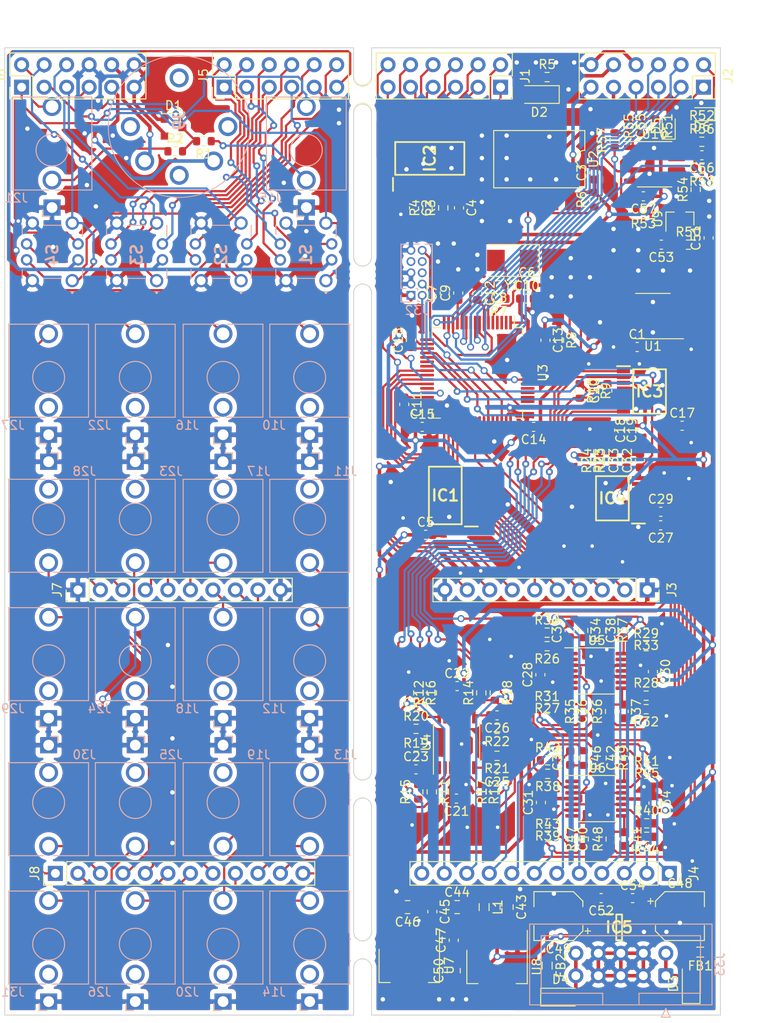
<source format=kicad_pcb>
(kicad_pcb (version 20171130) (host pcbnew "(5.1.12-1-10_14)")
  (layers (0 F.Cu signal) (31 B.Cu signal) (34 B.Paste user hide) (35 F.Paste user) (36 B.SilkS user) (37 F.SilkS user hide) (38 B.Mask user) (39 F.Mask user) (44 Edge.Cuts user))
  (net 0 "")
  (net 1 GND)
  (net 2 +3V3)
  (net 3 +5V)
  (net 4 hse_in)
  (net 5 +3.3VA)
  (net 6 "Net-(C11-Pad1)")
  (net 7 jtag_reset)
  (net 8 v_ref_dac4)
  (net 9 +12V)
  (net 10 -12V)
  (net 11 "Net-(C26-Pad2)")
  (net 12 "Net-(C26-Pad1)")
  (net 13 "Net-(C36-Pad2)")
  (net 14 "Net-(C36-Pad1)")
  (net 15 "Net-(C37-Pad2)")
  (net 16 "Net-(C37-Pad1)")
  (net 17 "Net-(C38-Pad2)")
  (net 18 "Net-(C38-Pad1)")
  (net 19 "Net-(C39-Pad2)")
  (net 20 "Net-(C39-Pad1)")
  (net 21 "Net-(C40-Pad2)")
  (net 22 "Net-(C40-Pad1)")
  (net 23 "Net-(C41-Pad2)")
  (net 24 "Net-(C41-Pad1)")
  (net 25 "Net-(C42-Pad2)")
  (net 26 "Net-(C42-Pad1)")
  (net 27 VCC)
  (net 28 VEE)
  (net 29 ref_-10v)
  (net 30 jack_detect_front)
  (net 31 cv_in_a)
  (net 32 cv_in_b)
  (net 33 led_out_d_b_back)
  (net 34 led_out_d_g_back)
  (net 35 led_out_d_r_back)
  (net 36 led_out_c_b_back)
  (net 37 led_out_c_g_back)
  (net 38 led_out_c_r_back)
  (net 39 led_out_b_b_back)
  (net 40 led_out_b_g_back)
  (net 41 led_out_b_r_back)
  (net 42 led_out_a_b_back)
  (net 43 led_out_a_g_back)
  (net 44 led_out_a_r_back)
  (net 45 "Net-(IC2-Pad11)")
  (net 46 "Net-(IC2-Pad9)")
  (net 47 "Net-(IC2-Pad8)")
  (net 48 i2c2_scl)
  (net 49 i2c2_sda)
  (net 50 spi1_mosi)
  (net 51 spi1_sck)
  (net 52 spi1_nss)
  (net 53 v_out_dac4_d)
  (net 54 v_out_dac4_c)
  (net 55 v_out_dac4_b)
  (net 56 v_out_dac4_a)
  (net 57 i2c3_scl)
  (net 58 i2c3_sda)
  (net 59 v_out_dac8_b)
  (net 60 v_out_dac8_d)
  (net 61 v_out_dac8_f)
  (net 62 v_out_dac8_h)
  (net 63 "Net-(IC4-Pad9)")
  (net 64 v_out_dac8_g)
  (net 65 v_out_dac8_e)
  (net 66 v_out_dac8_c)
  (net 67 v_out_dac8_a)
  (net 68 "Net-(IC5-Pad4)")
  (net 69 button_d_back)
  (net 70 button_c_back)
  (net 71 button_b_back)
  (net 72 button_a_back)
  (net 73 jack_detect_back)
  (net 74 dac8_out_h_back)
  (net 75 dac8_out_g_back)
  (net 76 dac8_out_f_back)
  (net 77 dac8_out_e_back)
  (net 78 dac8_out_d_back)
  (net 79 dac8_out_c_back)
  (net 80 dac8_out_b_back)
  (net 81 dac8_out_a_back)
  (net 82 dac4_out_d_back)
  (net 83 dac4_out_c_back)
  (net 84 dac4_out_b_back)
  (net 85 dac4_out_a_back)
  (net 86 button_d_front)
  (net 87 button_c_front)
  (net 88 button_b_front)
  (net 89 button_a_front)
  (net 90 led_out_d_b_front)
  (net 91 led_out_d_g_front)
  (net 92 led_out_d_r_front)
  (net 93 led_out_c_b_front)
  (net 94 led_out_c_g_front)
  (net 95 led_out_c_r_front)
  (net 96 led_out_b_b_front)
  (net 97 led_out_b_g_front)
  (net 98 led_out_b_r_front)
  (net 99 led_out_a_b_front)
  (net 100 led_out_a_g_front)
  (net 101 led_out_a_r_front)
  (net 102 var_out_front)
  (net 103 1_16_out_front)
  (net 104 run_out_front)
  (net 105 clock_out_front)
  (net 106 gate_out_d_front)
  (net 107 gate_out_c_front)
  (net 108 gate_out_b_front)
  (net 109 gate_out_a_front)
  (net 110 dac8_out_h_front)
  (net 111 dac8_out_g_front)
  (net 112 dac8_out_f_front)
  (net 113 dac8_out_e_front)
  (net 114 dac8_out_d_front)
  (net 115 dac8_out_c_front)
  (net 116 dac8_out_b_front)
  (net 117 dac8_out_a_front)
  (net 118 dac4_out_d_front)
  (net 119 dac4_out_c_front)
  (net 120 dac4_out_b_front)
  (net 121 dac4_out_a_front)
  (net 122 jtag_swclk)
  (net 123 jtag_swdio)
  (net 124 hse_out)
  (net 125 ref_dac4)
  (net 126 ref_dac8)
  (net 127 i2c1_scl)
  (net 128 i2c1_sda)
  (net 129 cv_in_b_front)
  (net 130 cv_in_a_front)
  (net 131 midi_in-_back)
  (net 132 midi_in+_back)
  (net 133 midi_in-_front)
  (net 134 midi_in+_front)
  (net 135 midi_in)
  (net 136 "Net-(C4-Pad1)")
  (net 137 "Net-(C8-Pad1)")
  (net 138 "Net-(C23-Pad2)")
  (net 139 "Net-(C23-Pad1)")
  (net 140 "Net-(C24-Pad2)")
  (net 141 "Net-(C24-Pad1)")
  (net 142 "Net-(C25-Pad2)")
  (net 143 "Net-(C25-Pad1)")
  (net 144 "Net-(C35-Pad2)")
  (net 145 "Net-(C35-Pad1)")
  (net 146 "Net-(C44-Pad2)")
  (net 147 "Net-(C55-Pad2)")
  (net 148 "Net-(C55-Pad1)")
  (net 149 "Net-(C56-Pad2)")
  (net 150 "Net-(C56-Pad1)")
  (net 151 "Net-(D2-Pad1)")
  (net 152 "Net-(D3-Pad2)")
  (net 153 "Net-(D4-Pad1)")
  (net 154 "Net-(R8-Pad2)")
  (net 155 "Net-(U2-Pad7)")
  (net 156 "Net-(U2-Pad1)")
  (net 157 "Net-(U3-Pad62)")
  (net 158 "Net-(U3-Pad61)")
  (net 159 "Net-(U3-Pad57)")
  (net 160 "Net-(U3-Pad56)")
  (net 161 "Net-(U3-Pad54)")
  (net 162 "Net-(U3-Pad50)")
  (net 163 "Net-(U3-Pad45)")
  (net 164 "Net-(U3-Pad44)")
  (net 165 "Net-(U3-Pad42)")
  (net 166 "Net-(U3-Pad39)")
  (net 167 "Net-(U3-Pad38)")
  (net 168 "Net-(U3-Pad37)")
  (net 169 "Net-(U3-Pad28)")
  (net 170 "Net-(U3-Pad22)")
  (net 171 "Net-(U3-Pad17)")
  (net 172 "Net-(U3-Pad4)")
  (net 173 "Net-(U3-Pad3)")
  (net 174 cv_in_a_back)
  (net 175 cv_in_b_back)
  (net 176 gate_out_a_back)
  (net 177 var_out_l)
  (net 178 gate_out_b_back)
  (net 179 1_16_out_l)
  (net 180 gate_out_c_back)
  (net 181 run_out_l)
  (net 182 gate_out_d_back)
  (net 183 clock_out_l)
  (net 184 clock_out_back)
  (net 185 gate_out_d_l)
  (net 186 run_out_back)
  (net 187 gate_out_c_l)
  (net 188 1_16_out_back)
  (net 189 gate_out_b_l)
  (net 190 var_out_back)
  (net 191 gate_out_a_l)
  (net 192 "Net-(U3-Pad53)")
  (net 193 "Net-(U3-Pad52)")
  (net 194 "Net-(U3-Pad51)")
  (net 195 "Net-(U3-Pad2)")
  (net 196 "Net-(J9-Pad3)")
  (net 197 "Net-(J9-Pad1)")
  (net 198 "Net-(J15-PadTN)")
  (net 199 "Net-(J21-PadTN)")
  (net 200 "Net-(J32-Pad8)")
  (net 201 "Net-(J32-Pad7)")
  (net 202 "Net-(J32-Pad6)")
  (net 203 "Net-(J9-Pad5)")
  (net 204 "Net-(J10-PadTN)")
  (net 205 "Net-(J11-PadTN)")
  (net 206 "Net-(J12-PadTN)")
  (net 207 "Net-(J13-PadTN)")
  (net 208 "Net-(J14-PadTN)")
  (net 209 "Net-(J16-PadTN)")
  (net 210 "Net-(J17-PadTN)")
  (net 211 "Net-(J18-PadTN)")
  (net 212 "Net-(J19-PadTN)")
  (net 213 "Net-(J20-PadTN)")
  (net 214 "Net-(J22-PadTN)")
  (net 215 "Net-(J23-PadTN)")
  (net 216 "Net-(J24-PadTN)")
  (net 217 "Net-(J25-PadTN)")
  (net 218 "Net-(J26-PadTN)")
  (net 219 "Net-(J27-PadTN)")
  (net 220 "Net-(J28-PadTN)")
  (net 221 "Net-(J29-PadTN)")
  (net 222 "Net-(J30-PadTN)")
  (net 223 "Net-(J31-PadTN)")
  (module AD5328BRUZ:SOP65P640X120-16N (layer F.Cu) (at 103.378 76.2635 180)
    (fp_text reference IC4 (at 0 0) (layer F.SilkS) (effects (font (size 1.27 1.27) (thickness 0.254))))
    (fp_text value DAC5578SPWR hide)
    (pad 16 smd rect (at 2.938 -2.275 270) (size 0.45 1.475) (layers F.Cu F.Paste F.Mask) (net 57 i2c3_scl))
    (pad 15 smd rect (at 2.938 -1.625 270) (size 0.45 1.475) (layers F.Cu F.Paste F.Mask) (net 58 i2c3_sda))
    (pad 14 smd rect (at 2.938 -0.975 270) (size 0.45 1.475) (layers F.Cu F.Paste F.Mask) (net 1 GND))
    (pad 13 smd rect (at 2.938 -0.325 270) (size 0.45 1.475) (layers F.Cu F.Paste F.Mask) (net 59 v_out_dac8_b))
    (pad 12 smd rect (at 2.938 0.325 270) (size 0.45 1.475) (layers F.Cu F.Paste F.Mask) (net 60 v_out_dac8_d))
    (pad 11 smd rect (at 2.938 0.975 270) (size 0.45 1.475) (layers F.Cu F.Paste F.Mask) (net 61 v_out_dac8_f))
    (pad 10 smd rect (at 2.938 1.625 270) (size 0.45 1.475) (layers F.Cu F.Paste F.Mask) (net 62 v_out_dac8_h))
    (pad 9 smd rect (at 2.938 2.275 270) (size 0.45 1.475) (layers F.Cu F.Paste F.Mask) (net 63 "Net-(IC4-Pad9)"))
    (pad 8 smd rect (at -2.938 2.275 270) (size 0.45 1.475) (layers F.Cu F.Paste F.Mask) (net 8 v_ref_dac4))
    (pad 7 smd rect (at -2.938 1.625 270) (size 0.45 1.475) (layers F.Cu F.Paste F.Mask) (net 64 v_out_dac8_g))
    (pad 6 smd rect (at -2.938 0.975 270) (size 0.45 1.475) (layers F.Cu F.Paste F.Mask) (net 65 v_out_dac8_e))
    (pad 5 smd rect (at -2.938 0.325 270) (size 0.45 1.475) (layers F.Cu F.Paste F.Mask) (net 66 v_out_dac8_c))
    (pad 4 smd rect (at -2.938 -0.325 270) (size 0.45 1.475) (layers F.Cu F.Paste F.Mask) (net 67 v_out_dac8_a))
    (pad 3 smd rect (at -2.938 -0.975 270) (size 0.45 1.475) (layers F.Cu F.Paste F.Mask) (net 5 +3.3VA))
    (pad 2 smd rect (at -2.938 -1.625 270) (size 0.45 1.475) (layers F.Cu F.Paste F.Mask) (net 1 GND))
    (pad 1 smd rect (at -2.938 -2.275 270) (size 0.45 1.475) (layers F.Cu F.Paste F.Mask) (net 1 GND))
  )
  (module AD5328BRUZ:SOP65P640X120-16N (layer F.Cu) (at 107.569 64.1985)
    (fp_text reference IC3 (at 0 0) (layer F.SilkS) (effects (font (size 1.27 1.27) (thickness 0.254))))
    (fp_text value DAC8564IAPW hide)
    (pad 16 smd rect (at 2.938 -2.275 90) (size 0.45 1.475) (layers F.Cu F.Paste F.Mask) (net 1 GND))
    (pad 15 smd rect (at 2.938 -1.625 90) (size 0.45 1.475) (layers F.Cu F.Paste F.Mask) (net 1 GND))
    (pad 14 smd rect (at 2.938 -0.975 90) (size 0.45 1.475) (layers F.Cu F.Paste F.Mask) (net 1 GND))
    (pad 13 smd rect (at 2.938 -0.325 90) (size 0.45 1.475) (layers F.Cu F.Paste F.Mask) (net 1 GND))
    (pad 12 smd rect (at 2.938 0.325 90) (size 0.45 1.475) (layers F.Cu F.Paste F.Mask) (net 2 +3V3))
    (pad 11 smd rect (at 2.938 0.975 90) (size 0.45 1.475) (layers F.Cu F.Paste F.Mask) (net 50 spi1_mosi))
    (pad 10 smd rect (at 2.938 1.625 90) (size 0.45 1.475) (layers F.Cu F.Paste F.Mask) (net 51 spi1_sck))
    (pad 9 smd rect (at 2.938 2.275 90) (size 0.45 1.475) (layers F.Cu F.Paste F.Mask) (net 52 spi1_nss))
    (pad 8 smd rect (at -2.938 2.275 90) (size 0.45 1.475) (layers F.Cu F.Paste F.Mask) (net 53 v_out_dac4_d))
    (pad 7 smd rect (at -2.938 1.625 90) (size 0.45 1.475) (layers F.Cu F.Paste F.Mask) (net 54 v_out_dac4_c))
    (pad 6 smd rect (at -2.938 0.975 90) (size 0.45 1.475) (layers F.Cu F.Paste F.Mask) (net 1 GND))
    (pad 5 smd rect (at -2.938 0.325 90) (size 0.45 1.475) (layers F.Cu F.Paste F.Mask) (net 1 GND))
    (pad 4 smd rect (at -2.938 -0.325 90) (size 0.45 1.475) (layers F.Cu F.Paste F.Mask) (net 5 +3.3VA))
    (pad 3 smd rect (at -2.938 -0.975 90) (size 0.45 1.475) (layers F.Cu F.Paste F.Mask) (net 8 v_ref_dac4))
    (pad 2 smd rect (at -2.938 -1.625 90) (size 0.45 1.475) (layers F.Cu F.Paste F.Mask) (net 55 v_out_dac4_b))
    (pad 1 smd rect (at -2.938 -2.275 90) (size 0.45 1.475) (layers F.Cu F.Paste F.Mask) (net 56 v_out_dac4_a))
  )
  (module Capacitor_SMD:CP_Elec_5x5.3 (layer F.Cu) (at 97.282 123.444 180)
    (fp_text reference C49 (at 0 -3.7) (layer F.SilkS))
    (fp_text value 22u)
    (pad 2 smd roundrect (at 2.2 0 180) (size 3 1.6) (layers F.Cu F.Paste F.Mask) (roundrect_rratio 0.15625) (net 27 VCC))
    (pad 1 smd roundrect (at -2.2 0 180) (size 3 1.6) (layers F.Cu F.Paste F.Mask) (roundrect_rratio 0.15625) (net 1 GND))
  )
  (module Capacitor_SMD:CP_Elec_5x5.3 (layer F.Cu) (at 110.998 123.444)
    (fp_text reference C48 (at 0 -3.7) (layer F.SilkS))
    (fp_text value 22u)
    (pad 2 smd roundrect (at 2.2 0) (size 3 1.6) (layers F.Cu F.Paste F.Mask) (roundrect_rratio 0.15625) (net 28 VEE))
    (pad 1 smd roundrect (at -2.2 0) (size 3 1.6) (layers F.Cu F.Paste F.Mask) (roundrect_rratio 0.15625) (net 1 GND))
  )
  (module TC002-N11AS1XKT-RGB:TC002N11AS1XKTRGB (layer B.Cu) (at 51.943 51.689 90)
    (fp_text reference S3 (at 2.925 -2.25 270) (layer B.SilkS) (effects (font (size 1.27 1.27) (thickness 0.254)) (justify mirror)))
    (fp_text value TC002-N11AS1XKT-RGB hide)
    (pad 8 thru_hole circle (at 2.35 -5.15 90) (size 1.3 1.3) (drill 0.8) (layers *.Cu *.Mask) (net 96 led_out_b_b_front))
    (pad 7 thru_hole circle (at 4.15 -5.15 90) (size 1.3 1.3) (drill 0.8) (layers *.Cu *.Mask) (net 98 led_out_b_r_front))
    (pad 6 thru_hole circle (at 4.15 0.65 90) (size 1.3 1.3) (drill 0.8) (layers *.Cu *.Mask) (net 97 led_out_b_g_front))
    (pad 5 thru_hole circle (at 2.35 0.65 90) (size 1.3 1.3) (drill 0.8) (layers *.Cu *.Mask) (net 2 +3V3))
    (pad 4 thru_hole circle (at 6.5 -4.5 90) (size 1.5 1.5) (drill 1) (layers *.Cu *.Mask) (net 1 GND))
    (pad 3 thru_hole circle (at 0 -4.5 90) (size 1.5 1.5) (drill 1) (layers *.Cu *.Mask) (net 1 GND))
    (pad 2 thru_hole circle (at 6.5 0 90) (size 1.5 1.5) (drill 1) (layers *.Cu *.Mask) (net 88 button_b_front))
    (pad 1 thru_hole circle (at 0 0 90) (size 1.5 1.5) (drill 1) (layers *.Cu *.Mask) (net 88 button_b_front))
  )
  (module Panelization:mouse-bite-2mm-slot (layer F.Cu) (at 75.184 127.254 90)
    (fp_text reference mouse-bite-2mm-slot hide)
    (fp_text value VAL** hide)
    (pad "" np_thru_hole circle (at 0.75 0.75 90) (size 0.5 0.5) (drill 0.5) (layers *.Cu *.Mask))
    (pad "" np_thru_hole circle (at -0.75 0.75 90) (size 0.5 0.5) (drill 0.5) (layers *.Cu *.Mask))
    (pad "" np_thru_hole circle (at -0.75 -0.75 90) (size 0.5 0.5) (drill 0.5) (layers *.Cu *.Mask))
    (pad "" np_thru_hole circle (at 0.75 -0.75 90) (size 0.5 0.5) (drill 0.5) (layers *.Cu *.Mask))
    (pad "" np_thru_hole circle (at 0 0.75 90) (size 0.5 0.5) (drill 0.5) (layers *.Cu *.Mask))
    (pad "" np_thru_hole circle (at 0 -0.75 90) (size 0.5 0.5) (drill 0.5) (layers *.Cu *.Mask))
  )
  (module Panelization:mouse-bite-2mm-slot (layer F.Cu) (at 75.184 109.093 90)
    (fp_text reference mouse-bite-2mm-slot hide)
    (fp_text value VAL** hide)
    (pad "" np_thru_hole circle (at 0.75 0.75 90) (size 0.5 0.5) (drill 0.5) (layers *.Cu *.Mask))
    (pad "" np_thru_hole circle (at -0.75 0.75 90) (size 0.5 0.5) (drill 0.5) (layers *.Cu *.Mask))
    (pad "" np_thru_hole circle (at -0.75 -0.75 90) (size 0.5 0.5) (drill 0.5) (layers *.Cu *.Mask))
    (pad "" np_thru_hole circle (at 0.75 -0.75 90) (size 0.5 0.5) (drill 0.5) (layers *.Cu *.Mask))
    (pad "" np_thru_hole circle (at 0 0.75 90) (size 0.5 0.5) (drill 0.5) (layers *.Cu *.Mask))
    (pad "" np_thru_hole circle (at 0 -0.75 90) (size 0.5 0.5) (drill 0.5) (layers *.Cu *.Mask))
  )
  (module Panelization:mouse-bite-2mm-slot (layer F.Cu) (at 75.184 51.054 90)
    (fp_text reference mouse-bite-2mm-slot hide)
    (fp_text value VAL** hide)
    (pad "" np_thru_hole circle (at 0.75 0.75 90) (size 0.5 0.5) (drill 0.5) (layers *.Cu *.Mask))
    (pad "" np_thru_hole circle (at -0.75 0.75 90) (size 0.5 0.5) (drill 0.5) (layers *.Cu *.Mask))
    (pad "" np_thru_hole circle (at -0.75 -0.75 90) (size 0.5 0.5) (drill 0.5) (layers *.Cu *.Mask))
    (pad "" np_thru_hole circle (at 0.75 -0.75 90) (size 0.5 0.5) (drill 0.5) (layers *.Cu *.Mask))
    (pad "" np_thru_hole circle (at 0 0.75 90) (size 0.5 0.5) (drill 0.5) (layers *.Cu *.Mask))
    (pad "" np_thru_hole circle (at 0 -0.75 90) (size 0.5 0.5) (drill 0.5) (layers *.Cu *.Mask))
  )
  (module Panelization:mouse-bite-2mm-slot (layer F.Cu) (at 75.184 30.607 90)
    (fp_text reference mouse-bite-2mm-slot hide)
    (fp_text value VAL** hide)
    (pad "" np_thru_hole circle (at 0.75 0.75 90) (size 0.5 0.5) (drill 0.5) (layers *.Cu *.Mask))
    (pad "" np_thru_hole circle (at -0.75 0.75 90) (size 0.5 0.5) (drill 0.5) (layers *.Cu *.Mask))
    (pad "" np_thru_hole circle (at -0.75 -0.75 90) (size 0.5 0.5) (drill 0.5) (layers *.Cu *.Mask))
    (pad "" np_thru_hole circle (at 0.75 -0.75 90) (size 0.5 0.5) (drill 0.5) (layers *.Cu *.Mask))
    (pad "" np_thru_hole circle (at 0 0.75 90) (size 0.5 0.5) (drill 0.5) (layers *.Cu *.Mask))
    (pad "" np_thru_hole circle (at 0 -0.75 90) (size 0.5 0.5) (drill 0.5) (layers *.Cu *.Mask))
  )
  (module Connector_PinHeader_2.54mm:PinHeader_1x12_P2.54mm_Vertical (layer F.Cu) (at 40.513 118.618 90)
    (fp_text reference J8 (at 0 -2.33 90) (layer F.SilkS))
    (fp_text value Conn_01x12)
    (pad 12 thru_hole oval (at 0 27.94 90) (size 1.7 1.7) (drill 1) (layers *.Cu *.Mask) (net 121 dac4_out_a_front))
    (pad 11 thru_hole oval (at 0 25.4 90) (size 1.7 1.7) (drill 1) (layers *.Cu *.Mask) (net 120 dac4_out_b_front))
    (pad 10 thru_hole oval (at 0 22.86 90) (size 1.7 1.7) (drill 1) (layers *.Cu *.Mask) (net 119 dac4_out_c_front))
    (pad 9 thru_hole oval (at 0 20.32 90) (size 1.7 1.7) (drill 1) (layers *.Cu *.Mask) (net 118 dac4_out_d_front))
    (pad 8 thru_hole oval (at 0 17.78 90) (size 1.7 1.7) (drill 1) (layers *.Cu *.Mask) (net 117 dac8_out_a_front))
    (pad 7 thru_hole oval (at 0 15.24 90) (size 1.7 1.7) (drill 1) (layers *.Cu *.Mask) (net 111 dac8_out_g_front))
    (pad 6 thru_hole oval (at 0 12.7 90) (size 1.7 1.7) (drill 1) (layers *.Cu *.Mask) (net 110 dac8_out_h_front))
    (pad 5 thru_hole oval (at 0 10.16 90) (size 1.7 1.7) (drill 1) (layers *.Cu *.Mask) (net 116 dac8_out_b_front))
    (pad 4 thru_hole oval (at 0 7.62 90) (size 1.7 1.7) (drill 1) (layers *.Cu *.Mask) (net 114 dac8_out_d_front))
    (pad 3 thru_hole oval (at 0 5.08 90) (size 1.7 1.7) (drill 1) (layers *.Cu *.Mask) (net 112 dac8_out_f_front))
    (pad 2 thru_hole oval (at 0 2.54 90) (size 1.7 1.7) (drill 1) (layers *.Cu *.Mask) (net 113 dac8_out_e_front))
    (pad 1 thru_hole rect (at 0 0 90) (size 1.7 1.7) (drill 1) (layers *.Cu *.Mask) (net 115 dac8_out_c_front))
  )
  (module Connector_PinHeader_2.54mm:PinHeader_1x10_P2.54mm_Vertical (layer F.Cu) (at 43.053 86.614 90)
    (fp_text reference J7 (at 0 -2.33 90) (layer F.SilkS))
    (fp_text value Conn_01x10)
    (pad 10 thru_hole oval (at 0 22.86 90) (size 1.7 1.7) (drill 1) (layers *.Cu *.Mask) (net 1 GND))
    (pad 9 thru_hole oval (at 0 20.32 90) (size 1.7 1.7) (drill 1) (layers *.Cu *.Mask) (net 106 gate_out_d_front))
    (pad 8 thru_hole oval (at 0 17.78 90) (size 1.7 1.7) (drill 1) (layers *.Cu *.Mask) (net 107 gate_out_c_front))
    (pad 7 thru_hole oval (at 0 15.24 90) (size 1.7 1.7) (drill 1) (layers *.Cu *.Mask) (net 108 gate_out_b_front))
    (pad 6 thru_hole oval (at 0 12.7 90) (size 1.7 1.7) (drill 1) (layers *.Cu *.Mask) (net 109 gate_out_a_front))
    (pad 5 thru_hole oval (at 0 10.16 90) (size 1.7 1.7) (drill 1) (layers *.Cu *.Mask) (net 102 var_out_front))
    (pad 4 thru_hole oval (at 0 7.62 90) (size 1.7 1.7) (drill 1) (layers *.Cu *.Mask) (net 103 1_16_out_front))
    (pad 3 thru_hole oval (at 0 5.08 90) (size 1.7 1.7) (drill 1) (layers *.Cu *.Mask) (net 104 run_out_front))
    (pad 2 thru_hole oval (at 0 2.54 90) (size 1.7 1.7) (drill 1) (layers *.Cu *.Mask) (net 105 clock_out_front))
    (pad 1 thru_hole rect (at 0 0 90) (size 1.7 1.7) (drill 1) (layers *.Cu *.Mask) (net 1 GND))
  )
  (module Connector_PinSocket_2.54mm:PinSocket_1x12_P2.54mm_Vertical (layer F.Cu) (at 109.8042 118.618 270)
    (fp_text reference J4 (at 0 -2.77 90) (layer F.SilkS))
    (fp_text value Conn_01x12)
    (pad 1 thru_hole rect (at 0 0 270) (size 1.7 1.7) (drill 1) (layers *.Cu *.Mask) (net 79 dac8_out_c_back))
    (pad 2 thru_hole oval (at 0 2.54 270) (size 1.7 1.7) (drill 1) (layers *.Cu *.Mask) (net 77 dac8_out_e_back))
    (pad 3 thru_hole oval (at 0 5.08 270) (size 1.7 1.7) (drill 1) (layers *.Cu *.Mask) (net 76 dac8_out_f_back))
    (pad 4 thru_hole oval (at 0 7.62 270) (size 1.7 1.7) (drill 1) (layers *.Cu *.Mask) (net 78 dac8_out_d_back))
    (pad 5 thru_hole oval (at 0 10.16 270) (size 1.7 1.7) (drill 1) (layers *.Cu *.Mask) (net 80 dac8_out_b_back))
    (pad 6 thru_hole oval (at 0 12.7 270) (size 1.7 1.7) (drill 1) (layers *.Cu *.Mask) (net 74 dac8_out_h_back))
    (pad 7 thru_hole oval (at 0 15.24 270) (size 1.7 1.7) (drill 1) (layers *.Cu *.Mask) (net 75 dac8_out_g_back))
    (pad 8 thru_hole oval (at 0 17.78 270) (size 1.7 1.7) (drill 1) (layers *.Cu *.Mask) (net 81 dac8_out_a_back))
    (pad 9 thru_hole oval (at 0 20.32 270) (size 1.7 1.7) (drill 1) (layers *.Cu *.Mask) (net 82 dac4_out_d_back))
    (pad 10 thru_hole oval (at 0 22.86 270) (size 1.7 1.7) (drill 1) (layers *.Cu *.Mask) (net 83 dac4_out_c_back))
    (pad 11 thru_hole oval (at 0 25.4 270) (size 1.7 1.7) (drill 1) (layers *.Cu *.Mask) (net 84 dac4_out_b_back))
    (pad 12 thru_hole oval (at 0 27.94 270) (size 1.7 1.7) (drill 1) (layers *.Cu *.Mask) (net 85 dac4_out_a_back))
  )
  (module Connector_PinSocket_2.54mm:PinSocket_1x10_P2.54mm_Vertical (layer F.Cu) (at 107.315 86.614 270)
    (fp_text reference J3 (at 0 -2.77 90) (layer F.SilkS))
    (fp_text value Conn_01x10)
    (pad 1 thru_hole rect (at 0 0 270) (size 1.7 1.7) (drill 1) (layers *.Cu *.Mask) (net 1 GND))
    (pad 2 thru_hole oval (at 0 2.54 270) (size 1.7 1.7) (drill 1) (layers *.Cu *.Mask) (net 184 clock_out_back))
    (pad 3 thru_hole oval (at 0 5.08 270) (size 1.7 1.7) (drill 1) (layers *.Cu *.Mask) (net 186 run_out_back))
    (pad 4 thru_hole oval (at 0 7.62 270) (size 1.7 1.7) (drill 1) (layers *.Cu *.Mask) (net 188 1_16_out_back))
    (pad 5 thru_hole oval (at 0 10.16 270) (size 1.7 1.7) (drill 1) (layers *.Cu *.Mask) (net 190 var_out_back))
    (pad 6 thru_hole oval (at 0 12.7 270) (size 1.7 1.7) (drill 1) (layers *.Cu *.Mask) (net 176 gate_out_a_back))
    (pad 7 thru_hole oval (at 0 15.24 270) (size 1.7 1.7) (drill 1) (layers *.Cu *.Mask) (net 178 gate_out_b_back))
    (pad 8 thru_hole oval (at 0 17.78 270) (size 1.7 1.7) (drill 1) (layers *.Cu *.Mask) (net 180 gate_out_c_back))
    (pad 9 thru_hole oval (at 0 20.32 270) (size 1.7 1.7) (drill 1) (layers *.Cu *.Mask) (net 182 gate_out_d_back))
    (pad 10 thru_hole oval (at 0 22.86 270) (size 1.7 1.7) (drill 1) (layers *.Cu *.Mask) (net 1 GND))
  )
  (module Connector_PinHeader_2.54mm:PinHeader_2x06_P2.54mm_Vertical (layer F.Cu) (at 36.703 29.845 90)
    (fp_text reference J6 (at 1.27 -2.33 90) (layer F.SilkS))
    (fp_text value Conn_02x06_Odd_Even)
    (pad 12 thru_hole oval (at 2.54 12.7 90) (size 1.7 1.7) (drill 1) (layers *.Cu *.Mask) (net 1 GND))
    (pad 11 thru_hole oval (at 0 12.7 90) (size 1.7 1.7) (drill 1) (layers *.Cu *.Mask) (net 2 +3V3))
    (pad 10 thru_hole oval (at 2.54 10.16 90) (size 1.7 1.7) (drill 1) (layers *.Cu *.Mask) (net 134 midi_in+_front))
    (pad 9 thru_hole oval (at 0 10.16 90) (size 1.7 1.7) (drill 1) (layers *.Cu *.Mask) (net 133 midi_in-_front))
    (pad 8 thru_hole oval (at 2.54 7.62 90) (size 1.7 1.7) (drill 1) (layers *.Cu *.Mask) (net 1 GND))
    (pad 7 thru_hole oval (at 0 7.62 90) (size 1.7 1.7) (drill 1) (layers *.Cu *.Mask) (net 30 jack_detect_front))
    (pad 6 thru_hole oval (at 2.54 5.08 90) (size 1.7 1.7) (drill 1) (layers *.Cu *.Mask) (net 86 button_d_front))
    (pad 5 thru_hole oval (at 0 5.08 90) (size 1.7 1.7) (drill 1) (layers *.Cu *.Mask) (net 87 button_c_front))
    (pad 4 thru_hole oval (at 2.54 2.54 90) (size 1.7 1.7) (drill 1) (layers *.Cu *.Mask) (net 88 button_b_front))
    (pad 3 thru_hole oval (at 0 2.54 90) (size 1.7 1.7) (drill 1) (layers *.Cu *.Mask) (net 89 button_a_front))
    (pad 2 thru_hole oval (at 2.54 0 90) (size 1.7 1.7) (drill 1) (layers *.Cu *.Mask) (net 129 cv_in_b_front))
    (pad 1 thru_hole rect (at 0 0 90) (size 1.7 1.7) (drill 1) (layers *.Cu *.Mask) (net 130 cv_in_a_front))
  )
  (module Connector_PinHeader_2.54mm:PinHeader_2x06_P2.54mm_Vertical (layer F.Cu) (at 59.563 29.845 90)
    (fp_text reference J5 (at 1.27 -2.33 90) (layer F.SilkS))
    (fp_text value Conn_02x06_Odd_Even)
    (pad 12 thru_hole oval (at 2.54 12.7 90) (size 1.7 1.7) (drill 1) (layers *.Cu *.Mask) (net 90 led_out_d_b_front))
    (pad 11 thru_hole oval (at 0 12.7 90) (size 1.7 1.7) (drill 1) (layers *.Cu *.Mask) (net 91 led_out_d_g_front))
    (pad 10 thru_hole oval (at 2.54 10.16 90) (size 1.7 1.7) (drill 1) (layers *.Cu *.Mask) (net 92 led_out_d_r_front))
    (pad 9 thru_hole oval (at 0 10.16 90) (size 1.7 1.7) (drill 1) (layers *.Cu *.Mask) (net 93 led_out_c_b_front))
    (pad 8 thru_hole oval (at 2.54 7.62 90) (size 1.7 1.7) (drill 1) (layers *.Cu *.Mask) (net 94 led_out_c_g_front))
    (pad 7 thru_hole oval (at 0 7.62 90) (size 1.7 1.7) (drill 1) (layers *.Cu *.Mask) (net 95 led_out_c_r_front))
    (pad 6 thru_hole oval (at 2.54 5.08 90) (size 1.7 1.7) (drill 1) (layers *.Cu *.Mask) (net 96 led_out_b_b_front))
    (pad 5 thru_hole oval (at 0 5.08 90) (size 1.7 1.7) (drill 1) (layers *.Cu *.Mask) (net 97 led_out_b_g_front))
    (pad 4 thru_hole oval (at 2.54 2.54 90) (size 1.7 1.7) (drill 1) (layers *.Cu *.Mask) (net 98 led_out_b_r_front))
    (pad 3 thru_hole oval (at 0 2.54 90) (size 1.7 1.7) (drill 1) (layers *.Cu *.Mask) (net 99 led_out_a_b_front))
    (pad 2 thru_hole oval (at 2.54 0 90) (size 1.7 1.7) (drill 1) (layers *.Cu *.Mask) (net 100 led_out_a_g_front))
    (pad 1 thru_hole rect (at 0 0 90) (size 1.7 1.7) (drill 1) (layers *.Cu *.Mask) (net 101 led_out_a_r_front))
  )
  (module Connector_PinSocket_2.54mm:PinSocket_2x06_P2.54mm_Vertical (layer F.Cu) (at 113.665 29.845 270)
    (fp_text reference J2 (at -1.27 -2.77 90) (layer F.SilkS))
    (fp_text value Conn_02x06_Odd_Even)
    (pad 12 thru_hole oval (at -2.54 12.7 270) (size 1.7 1.7) (drill 1) (layers *.Cu *.Mask) (net 1 GND))
    (pad 11 thru_hole oval (at 0 12.7 270) (size 1.7 1.7) (drill 1) (layers *.Cu *.Mask) (net 2 +3V3))
    (pad 10 thru_hole oval (at -2.54 10.16 270) (size 1.7 1.7) (drill 1) (layers *.Cu *.Mask) (net 132 midi_in+_back))
    (pad 9 thru_hole oval (at 0 10.16 270) (size 1.7 1.7) (drill 1) (layers *.Cu *.Mask) (net 131 midi_in-_back))
    (pad 8 thru_hole oval (at -2.54 7.62 270) (size 1.7 1.7) (drill 1) (layers *.Cu *.Mask) (net 1 GND))
    (pad 7 thru_hole oval (at 0 7.62 270) (size 1.7 1.7) (drill 1) (layers *.Cu *.Mask) (net 73 jack_detect_back))
    (pad 6 thru_hole oval (at -2.54 5.08 270) (size 1.7 1.7) (drill 1) (layers *.Cu *.Mask) (net 69 button_d_back))
    (pad 5 thru_hole oval (at 0 5.08 270) (size 1.7 1.7) (drill 1) (layers *.Cu *.Mask) (net 70 button_c_back))
    (pad 4 thru_hole oval (at -2.54 2.54 270) (size 1.7 1.7) (drill 1) (layers *.Cu *.Mask) (net 71 button_b_back))
    (pad 3 thru_hole oval (at 0 2.54 270) (size 1.7 1.7) (drill 1) (layers *.Cu *.Mask) (net 72 button_a_back))
    (pad 2 thru_hole oval (at -2.54 0 270) (size 1.7 1.7) (drill 1) (layers *.Cu *.Mask) (net 175 cv_in_b_back))
    (pad 1 thru_hole rect (at 0 0 270) (size 1.7 1.7) (drill 1) (layers *.Cu *.Mask) (net 174 cv_in_a_back))
  )
  (module Connector_PinSocket_2.54mm:PinSocket_2x06_P2.54mm_Vertical (layer F.Cu) (at 90.7542 29.845 270)
    (fp_text reference J1 (at -1.27 -2.77 90) (layer F.SilkS))
    (fp_text value Conn_02x06_Odd_Even)
    (pad 12 thru_hole oval (at -2.54 12.7 270) (size 1.7 1.7) (drill 1) (layers *.Cu *.Mask) (net 33 led_out_d_b_back))
    (pad 11 thru_hole oval (at 0 12.7 270) (size 1.7 1.7) (drill 1) (layers *.Cu *.Mask) (net 34 led_out_d_g_back))
    (pad 10 thru_hole oval (at -2.54 10.16 270) (size 1.7 1.7) (drill 1) (layers *.Cu *.Mask) (net 35 led_out_d_r_back))
    (pad 9 thru_hole oval (at 0 10.16 270) (size 1.7 1.7) (drill 1) (layers *.Cu *.Mask) (net 36 led_out_c_b_back))
    (pad 8 thru_hole oval (at -2.54 7.62 270) (size 1.7 1.7) (drill 1) (layers *.Cu *.Mask) (net 37 led_out_c_g_back))
    (pad 7 thru_hole oval (at 0 7.62 270) (size 1.7 1.7) (drill 1) (layers *.Cu *.Mask) (net 38 led_out_c_r_back))
    (pad 6 thru_hole oval (at -2.54 5.08 270) (size 1.7 1.7) (drill 1) (layers *.Cu *.Mask) (net 39 led_out_b_b_back))
    (pad 5 thru_hole oval (at 0 5.08 270) (size 1.7 1.7) (drill 1) (layers *.Cu *.Mask) (net 40 led_out_b_g_back))
    (pad 4 thru_hole oval (at -2.54 2.54 270) (size 1.7 1.7) (drill 1) (layers *.Cu *.Mask) (net 41 led_out_b_r_back))
    (pad 3 thru_hole oval (at 0 2.54 270) (size 1.7 1.7) (drill 1) (layers *.Cu *.Mask) (net 42 led_out_a_b_back))
    (pad 2 thru_hole oval (at -2.54 0 270) (size 1.7 1.7) (drill 1) (layers *.Cu *.Mask) (net 43 led_out_a_g_back))
    (pad 1 thru_hole rect (at 0 0 270) (size 1.7 1.7) (drill 1) (layers *.Cu *.Mask) (net 44 led_out_a_r_back))
  )
  (module Resistor_SMD:R_0603_1608Metric_Pad0.98x0.95mm_HandSolder (layer F.Cu) (at 84.2899 43.4721 90)
    (fp_text reference R3 (at 0 -1.43 90) (layer F.SilkS))
    (fp_text value 27k)
    (pad 2 smd roundrect (at 0.9125 0 90) (size 0.975 0.95) (layers F.Cu F.Paste F.Mask) (net 46 "Net-(IC2-Pad9)"))
    (pad 1 smd roundrect (at -0.9125 0 90) (size 0.975 0.95) (layers F.Cu F.Paste F.Mask) (net 1 GND))
  )
  (module Diode_SMD:D_SOD-123 (layer F.Cu) (at 95.123 30.6705 180)
    (fp_text reference D2 (at 0 -2) (layer F.SilkS))
    (fp_text value 1N4148)
    (pad 1 smd rect (at -1.65 0 180) (size 0.9 1.2) (layers F.Cu F.Paste F.Mask) (net 151 "Net-(D2-Pad1)"))
    (pad 2 smd rect (at 1.65 0 180) (size 0.9 1.2) (layers F.Cu F.Paste F.Mask) (net 131 midi_in-_back))
  )
  (module Crystal:Crystal_SMD_5032-2Pin_5.0x3.2mm (layer F.Cu) (at 92.075 49.403 180)
    (fp_text reference Y1 (at 0 -2.8) (layer F.SilkS))
    (fp_text value X50328MSB2GI)
    (pad 2 smd rect (at 1.85 0 180) (size 2 2.4) (layers F.Cu F.Paste F.Mask) (net 137 "Net-(C8-Pad1)"))
    (pad 1 smd rect (at -1.85 0 180) (size 2 2.4) (layers F.Cu F.Paste F.Mask) (net 4 hse_in))
  )
  (module Package_TO_SOT_SMD:SOT-23 (layer F.Cu) (at 110.998 44.704 90)
    (fp_text reference U9 (at 0 -2.5 90) (layer F.SilkS))
    (fp_text value LM4040DBZ-10)
    (pad 3 smd rect (at 1 0 90) (size 0.9 0.8) (layers F.Cu F.Paste F.Mask))
    (pad 2 smd rect (at -1 0.95 90) (size 0.9 0.8) (layers F.Cu F.Paste F.Mask) (net 29 ref_-10v))
    (pad 1 smd rect (at -1 -0.95 90) (size 0.9 0.8) (layers F.Cu F.Paste F.Mask) (net 1 GND))
  )
  (module Package_TO_SOT_SMD:SOT-223 (layer F.Cu) (at 90.3605 129.159 270)
    (fp_text reference U8 (at 0 -4.5 90) (layer F.SilkS))
    (fp_text value LM1117-5.0)
    (pad 1 smd rect (at -3.15 -2.3 270) (size 2 1.5) (layers F.Cu F.Paste F.Mask) (net 1 GND))
    (pad 3 smd rect (at -3.15 2.3 270) (size 2 1.5) (layers F.Cu F.Paste F.Mask) (net 146 "Net-(C44-Pad2)"))
    (pad 2 smd rect (at -3.15 0 270) (size 2 1.5) (layers F.Cu F.Paste F.Mask) (net 3 +5V))
    (pad 4 smd rect (at 3.15 0 270) (size 2 3.8) (layers F.Cu F.Paste F.Mask))
  )
  (module Package_TO_SOT_SMD:SOT-223 (layer F.Cu) (at 80.4545 129.032 270)
    (fp_text reference U7 (at 0 -4.5 90) (layer F.SilkS))
    (fp_text value LM1117-3.3)
    (pad 1 smd rect (at -3.15 -2.3 270) (size 2 1.5) (layers F.Cu F.Paste F.Mask) (net 1 GND))
    (pad 3 smd rect (at -3.15 2.3 270) (size 2 1.5) (layers F.Cu F.Paste F.Mask) (net 3 +5V))
    (pad 2 smd rect (at -3.15 0 270) (size 2 1.5) (layers F.Cu F.Paste F.Mask) (net 2 +3V3))
    (pad 4 smd rect (at 3.15 0 270) (size 2 3.8) (layers F.Cu F.Paste F.Mask))
  )
  (module Package_SO:TSSOP-14_4.4x5mm_P0.65mm (layer F.Cu) (at 101.6635 110.1725)
    (fp_text reference U6 (at 0 -3.45) (layer F.SilkS))
    (fp_text value TL074)
    (pad 14 smd roundrect (at 2.8625 -1.95) (size 1.475 0.4) (layers F.Cu F.Paste F.Mask) (net 26 "Net-(C42-Pad1)"))
    (pad 13 smd roundrect (at 2.8625 -1.3) (size 1.475 0.4) (layers F.Cu F.Paste F.Mask) (net 25 "Net-(C42-Pad2)"))
    (pad 12 smd roundrect (at 2.8625 -0.65) (size 1.475 0.4) (layers F.Cu F.Paste F.Mask) (net 126 ref_dac8))
    (pad 11 smd roundrect (at 2.8625 0) (size 1.475 0.4) (layers F.Cu F.Paste F.Mask) (net 28 VEE))
    (pad 10 smd roundrect (at 2.8625 0.65) (size 1.475 0.4) (layers F.Cu F.Paste F.Mask) (net 126 ref_dac8))
    (pad 9 smd roundrect (at 2.8625 1.3) (size 1.475 0.4) (layers F.Cu F.Paste F.Mask) (net 23 "Net-(C41-Pad2)"))
    (pad 8 smd roundrect (at 2.8625 1.95) (size 1.475 0.4) (layers F.Cu F.Paste F.Mask) (net 24 "Net-(C41-Pad1)"))
    (pad 7 smd roundrect (at -2.8625 1.95) (size 1.475 0.4) (layers F.Cu F.Paste F.Mask) (net 22 "Net-(C40-Pad1)"))
    (pad 6 smd roundrect (at -2.8625 1.3) (size 1.475 0.4) (layers F.Cu F.Paste F.Mask) (net 21 "Net-(C40-Pad2)"))
    (pad 5 smd roundrect (at -2.8625 0.65) (size 1.475 0.4) (layers F.Cu F.Paste F.Mask) (net 126 ref_dac8))
    (pad 4 smd roundrect (at -2.8625 0) (size 1.475 0.4) (layers F.Cu F.Paste F.Mask) (net 27 VCC))
    (pad 3 smd roundrect (at -2.8625 -0.65) (size 1.475 0.4) (layers F.Cu F.Paste F.Mask) (net 126 ref_dac8))
    (pad 2 smd roundrect (at -2.8625 -1.3) (size 1.475 0.4) (layers F.Cu F.Paste F.Mask) (net 19 "Net-(C39-Pad2)"))
    (pad 1 smd roundrect (at -2.8625 -1.95) (size 1.475 0.4) (layers F.Cu F.Paste F.Mask) (net 20 "Net-(C39-Pad1)"))
  )
  (module Package_SO:TSSOP-14_4.4x5mm_P0.65mm (layer F.Cu) (at 101.6 95.758)
    (fp_text reference U5 (at 0 -3.45) (layer F.SilkS))
    (fp_text value TL074)
    (pad 14 smd roundrect (at 2.8625 -1.95) (size 1.475 0.4) (layers F.Cu F.Paste F.Mask) (net 18 "Net-(C38-Pad1)"))
    (pad 13 smd roundrect (at 2.8625 -1.3) (size 1.475 0.4) (layers F.Cu F.Paste F.Mask) (net 17 "Net-(C38-Pad2)"))
    (pad 12 smd roundrect (at 2.8625 -0.65) (size 1.475 0.4) (layers F.Cu F.Paste F.Mask) (net 126 ref_dac8))
    (pad 11 smd roundrect (at 2.8625 0) (size 1.475 0.4) (layers F.Cu F.Paste F.Mask) (net 28 VEE))
    (pad 10 smd roundrect (at 2.8625 0.65) (size 1.475 0.4) (layers F.Cu F.Paste F.Mask) (net 126 ref_dac8))
    (pad 9 smd roundrect (at 2.8625 1.3) (size 1.475 0.4) (layers F.Cu F.Paste F.Mask) (net 15 "Net-(C37-Pad2)"))
    (pad 8 smd roundrect (at 2.8625 1.95) (size 1.475 0.4) (layers F.Cu F.Paste F.Mask) (net 16 "Net-(C37-Pad1)"))
    (pad 7 smd roundrect (at -2.8625 1.95) (size 1.475 0.4) (layers F.Cu F.Paste F.Mask) (net 14 "Net-(C36-Pad1)"))
    (pad 6 smd roundrect (at -2.8625 1.3) (size 1.475 0.4) (layers F.Cu F.Paste F.Mask) (net 13 "Net-(C36-Pad2)"))
    (pad 5 smd roundrect (at -2.8625 0.65) (size 1.475 0.4) (layers F.Cu F.Paste F.Mask) (net 126 ref_dac8))
    (pad 4 smd roundrect (at -2.8625 0) (size 1.475 0.4) (layers F.Cu F.Paste F.Mask) (net 27 VCC))
    (pad 3 smd roundrect (at -2.8625 -0.65) (size 1.475 0.4) (layers F.Cu F.Paste F.Mask) (net 126 ref_dac8))
    (pad 2 smd roundrect (at -2.8625 -1.3) (size 1.475 0.4) (layers F.Cu F.Paste F.Mask) (net 144 "Net-(C35-Pad2)"))
    (pad 1 smd roundrect (at -2.8625 -1.95) (size 1.475 0.4) (layers F.Cu F.Paste F.Mask) (net 145 "Net-(C35-Pad1)"))
  )
  (module Package_SO:TSSOP-14_4.4x5mm_P0.65mm (layer F.Cu) (at 85.7885 103.8225 90)
    (fp_text reference U4 (at 0 -3.45 90) (layer F.SilkS))
    (fp_text value OPA4172)
    (pad 14 smd roundrect (at 2.8625 -1.95 90) (size 1.475 0.4) (layers F.Cu F.Paste F.Mask) (net 140 "Net-(C24-Pad2)"))
    (pad 13 smd roundrect (at 2.8625 -1.3 90) (size 1.475 0.4) (layers F.Cu F.Paste F.Mask) (net 141 "Net-(C24-Pad1)"))
    (pad 12 smd roundrect (at 2.8625 -0.65 90) (size 1.475 0.4) (layers F.Cu F.Paste F.Mask) (net 125 ref_dac4))
    (pad 11 smd roundrect (at 2.8625 0 90) (size 1.475 0.4) (layers F.Cu F.Paste F.Mask) (net 28 VEE))
    (pad 10 smd roundrect (at 2.8625 0.65 90) (size 1.475 0.4) (layers F.Cu F.Paste F.Mask) (net 125 ref_dac4))
    (pad 9 smd roundrect (at 2.8625 1.3 90) (size 1.475 0.4) (layers F.Cu F.Paste F.Mask) (net 12 "Net-(C26-Pad1)"))
    (pad 8 smd roundrect (at 2.8625 1.95 90) (size 1.475 0.4) (layers F.Cu F.Paste F.Mask) (net 11 "Net-(C26-Pad2)"))
    (pad 7 smd roundrect (at -2.8625 1.95 90) (size 1.475 0.4) (layers F.Cu F.Paste F.Mask) (net 142 "Net-(C25-Pad2)"))
    (pad 6 smd roundrect (at -2.8625 1.3 90) (size 1.475 0.4) (layers F.Cu F.Paste F.Mask) (net 143 "Net-(C25-Pad1)"))
    (pad 5 smd roundrect (at -2.8625 0.65 90) (size 1.475 0.4) (layers F.Cu F.Paste F.Mask) (net 125 ref_dac4))
    (pad 4 smd roundrect (at -2.8625 0 90) (size 1.475 0.4) (layers F.Cu F.Paste F.Mask) (net 27 VCC))
    (pad 3 smd roundrect (at -2.8625 -0.65 90) (size 1.475 0.4) (layers F.Cu F.Paste F.Mask) (net 125 ref_dac4))
    (pad 2 smd roundrect (at -2.8625 -1.3 90) (size 1.475 0.4) (layers F.Cu F.Paste F.Mask) (net 139 "Net-(C23-Pad1)"))
    (pad 1 smd roundrect (at -2.8625 -1.95 90) (size 1.475 0.4) (layers F.Cu F.Paste F.Mask) (net 138 "Net-(C23-Pad2)"))
  )
  (module Package_QFP:LQFP-64_10x10mm_P0.5mm (layer F.Cu) (at 88.138 62.103 270)
    (fp_text reference U3 (at 0 -7.4 90) (layer F.SilkS))
    (fp_text value STM32F401RBTx)
    (pad 64 smd roundrect (at -3.75 -5.675 270) (size 0.3 1.55) (layers F.Cu F.Paste F.Mask) (net 2 +3V3))
    (pad 63 smd roundrect (at -3.25 -5.675 270) (size 0.3 1.55) (layers F.Cu F.Paste F.Mask) (net 1 GND))
    (pad 62 smd roundrect (at -2.75 -5.675 270) (size 0.3 1.55) (layers F.Cu F.Paste F.Mask) (net 157 "Net-(U3-Pad62)"))
    (pad 61 smd roundrect (at -2.25 -5.675 270) (size 0.3 1.55) (layers F.Cu F.Paste F.Mask) (net 158 "Net-(U3-Pad61)"))
    (pad 60 smd roundrect (at -1.75 -5.675 270) (size 0.3 1.55) (layers F.Cu F.Paste F.Mask) (net 154 "Net-(R8-Pad2)"))
    (pad 59 smd roundrect (at -1.25 -5.675 270) (size 0.3 1.55) (layers F.Cu F.Paste F.Mask) (net 128 i2c1_sda))
    (pad 58 smd roundrect (at -0.75 -5.675 270) (size 0.3 1.55) (layers F.Cu F.Paste F.Mask) (net 127 i2c1_scl))
    (pad 57 smd roundrect (at -0.25 -5.675 270) (size 0.3 1.55) (layers F.Cu F.Paste F.Mask) (net 159 "Net-(U3-Pad57)"))
    (pad 56 smd roundrect (at 0.25 -5.675 270) (size 0.3 1.55) (layers F.Cu F.Paste F.Mask) (net 160 "Net-(U3-Pad56)"))
    (pad 55 smd roundrect (at 0.75 -5.675 270) (size 0.3 1.55) (layers F.Cu F.Paste F.Mask) (net 49 i2c2_sda))
    (pad 54 smd roundrect (at 1.25 -5.675 270) (size 0.3 1.55) (layers F.Cu F.Paste F.Mask) (net 161 "Net-(U3-Pad54)"))
    (pad 53 smd roundrect (at 1.75 -5.675 270) (size 0.3 1.55) (layers F.Cu F.Paste F.Mask) (net 192 "Net-(U3-Pad53)"))
    (pad 52 smd roundrect (at 2.25 -5.675 270) (size 0.3 1.55) (layers F.Cu F.Paste F.Mask) (net 193 "Net-(U3-Pad52)"))
    (pad 51 smd roundrect (at 2.75 -5.675 270) (size 0.3 1.55) (layers F.Cu F.Paste F.Mask) (net 194 "Net-(U3-Pad51)"))
    (pad 50 smd roundrect (at 3.25 -5.675 270) (size 0.3 1.55) (layers F.Cu F.Paste F.Mask) (net 162 "Net-(U3-Pad50)"))
    (pad 49 smd roundrect (at 3.75 -5.675 270) (size 0.3 1.55) (layers F.Cu F.Paste F.Mask) (net 122 jtag_swclk))
    (pad 48 smd roundrect (at 5.675 -3.75 270) (size 1.55 0.3) (layers F.Cu F.Paste F.Mask) (net 2 +3V3))
    (pad 47 smd roundrect (at 5.675 -3.25 270) (size 1.55 0.3) (layers F.Cu F.Paste F.Mask) (net 1 GND))
    (pad 46 smd roundrect (at 5.675 -2.75 270) (size 1.55 0.3) (layers F.Cu F.Paste F.Mask) (net 123 jtag_swdio))
    (pad 45 smd roundrect (at 5.675 -2.25 270) (size 1.55 0.3) (layers F.Cu F.Paste F.Mask) (net 163 "Net-(U3-Pad45)"))
    (pad 44 smd roundrect (at 5.675 -1.75 270) (size 1.55 0.3) (layers F.Cu F.Paste F.Mask) (net 164 "Net-(U3-Pad44)"))
    (pad 43 smd roundrect (at 5.675 -1.25 270) (size 1.55 0.3) (layers F.Cu F.Paste F.Mask) (net 135 midi_in))
    (pad 42 smd roundrect (at 5.675 -0.75 270) (size 1.55 0.3) (layers F.Cu F.Paste F.Mask) (net 165 "Net-(U3-Pad42)"))
    (pad 41 smd roundrect (at 5.675 -0.25 270) (size 1.55 0.3) (layers F.Cu F.Paste F.Mask) (net 57 i2c3_scl))
    (pad 40 smd roundrect (at 5.675 0.25 270) (size 1.55 0.3) (layers F.Cu F.Paste F.Mask) (net 58 i2c3_sda))
    (pad 39 smd roundrect (at 5.675 0.75 270) (size 1.55 0.3) (layers F.Cu F.Paste F.Mask) (net 166 "Net-(U3-Pad39)"))
    (pad 38 smd roundrect (at 5.675 1.25 270) (size 1.55 0.3) (layers F.Cu F.Paste F.Mask) (net 167 "Net-(U3-Pad38)"))
    (pad 37 smd roundrect (at 5.675 1.75 270) (size 1.55 0.3) (layers F.Cu F.Paste F.Mask) (net 168 "Net-(U3-Pad37)"))
    (pad 36 smd roundrect (at 5.675 2.25 270) (size 1.55 0.3) (layers F.Cu F.Paste F.Mask) (net 185 gate_out_d_l))
    (pad 35 smd roundrect (at 5.675 2.75 270) (size 1.55 0.3) (layers F.Cu F.Paste F.Mask) (net 187 gate_out_c_l))
    (pad 34 smd roundrect (at 5.675 3.25 270) (size 1.55 0.3) (layers F.Cu F.Paste F.Mask) (net 189 gate_out_b_l))
    (pad 33 smd roundrect (at 5.675 3.75 270) (size 1.55 0.3) (layers F.Cu F.Paste F.Mask) (net 191 gate_out_a_l))
    (pad 32 smd roundrect (at 3.75 5.675 270) (size 0.3 1.55) (layers F.Cu F.Paste F.Mask) (net 2 +3V3))
    (pad 31 smd roundrect (at 3.25 5.675 270) (size 0.3 1.55) (layers F.Cu F.Paste F.Mask) (net 1 GND))
    (pad 30 smd roundrect (at 2.75 5.675 270) (size 0.3 1.55) (layers F.Cu F.Paste F.Mask) (net 6 "Net-(C11-Pad1)"))
    (pad 29 smd roundrect (at 2.25 5.675 270) (size 0.3 1.55) (layers F.Cu F.Paste F.Mask) (net 48 i2c2_scl))
    (pad 28 smd roundrect (at 1.75 5.675 270) (size 0.3 1.55) (layers F.Cu F.Paste F.Mask) (net 169 "Net-(U3-Pad28)"))
    (pad 27 smd roundrect (at 1.25 5.675 270) (size 0.3 1.55) (layers F.Cu F.Paste F.Mask) (net 177 var_out_l))
    (pad 26 smd roundrect (at 0.75 5.675 270) (size 0.3 1.55) (layers F.Cu F.Paste F.Mask) (net 179 1_16_out_l))
    (pad 25 smd roundrect (at 0.25 5.675 270) (size 0.3 1.55) (layers F.Cu F.Paste F.Mask) (net 181 run_out_l))
    (pad 24 smd roundrect (at -0.25 5.675 270) (size 0.3 1.55) (layers F.Cu F.Paste F.Mask) (net 183 clock_out_l))
    (pad 23 smd roundrect (at -0.75 5.675 270) (size 0.3 1.55) (layers F.Cu F.Paste F.Mask) (net 50 spi1_mosi))
    (pad 22 smd roundrect (at -1.25 5.675 270) (size 0.3 1.55) (layers F.Cu F.Paste F.Mask) (net 170 "Net-(U3-Pad22)"))
    (pad 21 smd roundrect (at -1.75 5.675 270) (size 0.3 1.55) (layers F.Cu F.Paste F.Mask) (net 51 spi1_sck))
    (pad 20 smd roundrect (at -2.25 5.675 270) (size 0.3 1.55) (layers F.Cu F.Paste F.Mask) (net 52 spi1_nss))
    (pad 19 smd roundrect (at -2.75 5.675 270) (size 0.3 1.55) (layers F.Cu F.Paste F.Mask) (net 2 +3V3))
    (pad 18 smd roundrect (at -3.25 5.675 270) (size 0.3 1.55) (layers F.Cu F.Paste F.Mask) (net 1 GND))
    (pad 17 smd roundrect (at -3.75 5.675 270) (size 0.3 1.55) (layers F.Cu F.Paste F.Mask) (net 171 "Net-(U3-Pad17)"))
    (pad 16 smd roundrect (at -5.675 3.75 270) (size 1.55 0.3) (layers F.Cu F.Paste F.Mask) (net 73 jack_detect_back))
    (pad 15 smd roundrect (at -5.675 3.25 270) (size 1.55 0.3) (layers F.Cu F.Paste F.Mask) (net 32 cv_in_b))
    (pad 14 smd roundrect (at -5.675 2.75 270) (size 1.55 0.3) (layers F.Cu F.Paste F.Mask) (net 31 cv_in_a))
    (pad 13 smd roundrect (at -5.675 2.25 270) (size 1.55 0.3) (layers F.Cu F.Paste F.Mask) (net 5 +3.3VA))
    (pad 12 smd roundrect (at -5.675 1.75 270) (size 1.55 0.3) (layers F.Cu F.Paste F.Mask) (net 1 GND))
    (pad 11 smd roundrect (at -5.675 1.25 270) (size 1.55 0.3) (layers F.Cu F.Paste F.Mask) (net 69 button_d_back))
    (pad 10 smd roundrect (at -5.675 0.75 270) (size 1.55 0.3) (layers F.Cu F.Paste F.Mask) (net 70 button_c_back))
    (pad 9 smd roundrect (at -5.675 0.25 270) (size 1.55 0.3) (layers F.Cu F.Paste F.Mask) (net 71 button_b_back))
    (pad 8 smd roundrect (at -5.675 -0.25 270) (size 1.55 0.3) (layers F.Cu F.Paste F.Mask) (net 72 button_a_back))
    (pad 7 smd roundrect (at -5.675 -0.75 270) (size 1.55 0.3) (layers F.Cu F.Paste F.Mask) (net 7 jtag_reset))
    (pad 6 smd roundrect (at -5.675 -1.25 270) (size 1.55 0.3) (layers F.Cu F.Paste F.Mask) (net 124 hse_out))
    (pad 5 smd roundrect (at -5.675 -1.75 270) (size 1.55 0.3) (layers F.Cu F.Paste F.Mask) (net 4 hse_in))
    (pad 4 smd roundrect (at -5.675 -2.25 270) (size 1.55 0.3) (layers F.Cu F.Paste F.Mask) (net 172 "Net-(U3-Pad4)"))
    (pad 3 smd roundrect (at -5.675 -2.75 270) (size 1.55 0.3) (layers F.Cu F.Paste F.Mask) (net 173 "Net-(U3-Pad3)"))
    (pad 2 smd roundrect (at -5.675 -3.25 270) (size 1.55 0.3) (layers F.Cu F.Paste F.Mask) (net 195 "Net-(U3-Pad2)"))
    (pad 1 smd roundrect (at -5.675 -3.75 270) (size 1.55 0.3) (layers F.Cu F.Paste F.Mask) (net 2 +3V3))
  )
  (module Package_SO:SOIC-8_3.9x4.9mm_P1.27mm (layer F.Cu) (at 107.95 55.6895 180)
    (fp_text reference U1 (at 0 -3.4) (layer F.SilkS))
    (fp_text value AT24C256C)
    (pad 8 smd roundrect (at 2.475 -1.905 180) (size 1.95 0.6) (layers F.Cu F.Paste F.Mask) (net 2 +3V3))
    (pad 7 smd roundrect (at 2.475 -0.635 180) (size 1.95 0.6) (layers F.Cu F.Paste F.Mask) (net 1 GND))
    (pad 6 smd roundrect (at 2.475 0.635 180) (size 1.95 0.6) (layers F.Cu F.Paste F.Mask) (net 127 i2c1_scl))
    (pad 5 smd roundrect (at 2.475 1.905 180) (size 1.95 0.6) (layers F.Cu F.Paste F.Mask) (net 128 i2c1_sda))
    (pad 4 smd roundrect (at -2.475 1.905 180) (size 1.95 0.6) (layers F.Cu F.Paste F.Mask) (net 1 GND))
    (pad 3 smd roundrect (at -2.475 0.635 180) (size 1.95 0.6) (layers F.Cu F.Paste F.Mask) (net 1 GND))
    (pad 2 smd roundrect (at -2.475 -0.635 180) (size 1.95 0.6) (layers F.Cu F.Paste F.Mask) (net 1 GND))
    (pad 1 smd roundrect (at -2.475 -1.905 180) (size 1.95 0.6) (layers F.Cu F.Paste F.Mask) (net 1 GND))
  )
  (module Package_SO:SOIC-8_3.9x4.9mm_P1.27mm (layer F.Cu) (at 108.1405 38.5445)
    (fp_text reference U10 (at 0 -3.4) (layer F.SilkS))
    (fp_text value MCP6002-xMS)
    (pad 8 smd roundrect (at 2.475 -1.905) (size 1.95 0.6) (layers F.Cu F.Paste F.Mask) (net 2 +3V3))
    (pad 7 smd roundrect (at 2.475 -0.635) (size 1.95 0.6) (layers F.Cu F.Paste F.Mask) (net 149 "Net-(C56-Pad2)"))
    (pad 6 smd roundrect (at 2.475 0.635) (size 1.95 0.6) (layers F.Cu F.Paste F.Mask) (net 150 "Net-(C56-Pad1)"))
    (pad 5 smd roundrect (at 2.475 1.905) (size 1.95 0.6) (layers F.Cu F.Paste F.Mask) (net 1 GND))
    (pad 4 smd roundrect (at -2.475 1.905) (size 1.95 0.6) (layers F.Cu F.Paste F.Mask) (net 1 GND))
    (pad 3 smd roundrect (at -2.475 0.635) (size 1.95 0.6) (layers F.Cu F.Paste F.Mask) (net 1 GND))
    (pad 2 smd roundrect (at -2.475 -0.635) (size 1.95 0.6) (layers F.Cu F.Paste F.Mask) (net 148 "Net-(C55-Pad1)"))
    (pad 1 smd roundrect (at -2.475 -1.905) (size 1.95 0.6) (layers F.Cu F.Paste F.Mask) (net 147 "Net-(C55-Pad2)"))
  )
  (module Package_DIP:SMDIP-8_W9.53mm (layer F.Cu) (at 95.123 37.973 270)
    (fp_text reference U2 (at 0 -6.14 90) (layer F.SilkS))
    (fp_text value 6N137)
    (pad 1 smd rect (at -4.765 -3.81 270) (size 2 1.78) (layers F.Cu F.Paste F.Mask) (net 156 "Net-(U2-Pad1)"))
    (pad 5 smd rect (at 4.765 3.81 270) (size 2 1.78) (layers F.Cu F.Paste F.Mask) (net 1 GND))
    (pad 2 smd rect (at -4.765 -1.27 270) (size 2 1.78) (layers F.Cu F.Paste F.Mask) (net 151 "Net-(D2-Pad1)"))
    (pad 6 smd rect (at 4.765 1.27 270) (size 2 1.78) (layers F.Cu F.Paste F.Mask) (net 135 midi_in))
    (pad 3 smd rect (at -4.765 1.27 270) (size 2 1.78) (layers F.Cu F.Paste F.Mask) (net 131 midi_in-_back))
    (pad 7 smd rect (at 4.765 -1.27 270) (size 2 1.78) (layers F.Cu F.Paste F.Mask) (net 155 "Net-(U2-Pad7)"))
    (pad 4 smd rect (at -4.765 3.81 270) (size 2 1.78) (layers F.Cu F.Paste F.Mask))
    (pad 8 smd rect (at 4.765 -3.81 270) (size 2 1.78) (layers F.Cu F.Paste F.Mask) (net 2 +3V3))
  )
  (module TC002-N11AS1XKT-RGB:TC002N11AS1XKTRGB (layer B.Cu) (at 42.418 51.689 90)
    (fp_text reference S4 (at 2.925 -2.25 270) (layer B.SilkS) (effects (font (size 1.27 1.27) (thickness 0.254)) (justify mirror)))
    (fp_text value TC002-N11AS1XKT-RGB hide)
    (pad 8 thru_hole circle (at 2.35 -5.15 90) (size 1.3 1.3) (drill 0.8) (layers *.Cu *.Mask) (net 90 led_out_d_b_front))
    (pad 7 thru_hole circle (at 4.15 -5.15 90) (size 1.3 1.3) (drill 0.8) (layers *.Cu *.Mask) (net 92 led_out_d_r_front))
    (pad 6 thru_hole circle (at 4.15 0.65 90) (size 1.3 1.3) (drill 0.8) (layers *.Cu *.Mask) (net 91 led_out_d_g_front))
    (pad 5 thru_hole circle (at 2.35 0.65 90) (size 1.3 1.3) (drill 0.8) (layers *.Cu *.Mask) (net 2 +3V3))
    (pad 4 thru_hole circle (at 6.5 -4.5 90) (size 1.5 1.5) (drill 1) (layers *.Cu *.Mask) (net 1 GND))
    (pad 3 thru_hole circle (at 0 -4.5 90) (size 1.5 1.5) (drill 1) (layers *.Cu *.Mask) (net 1 GND))
    (pad 2 thru_hole circle (at 6.5 0 90) (size 1.5 1.5) (drill 1) (layers *.Cu *.Mask) (net 86 button_d_front))
    (pad 1 thru_hole circle (at 0 0 90) (size 1.5 1.5) (drill 1) (layers *.Cu *.Mask) (net 86 button_d_front))
  )
  (module TC002-N11AS1XKT-RGB:TC002N11AS1XKTRGB (layer B.Cu) (at 61.468 51.689 90)
    (fp_text reference S2 (at 2.925 -2.25 270) (layer B.SilkS) (effects (font (size 1.27 1.27) (thickness 0.254)) (justify mirror)))
    (fp_text value TC002-N11AS1XKT-RGB hide)
    (pad 8 thru_hole circle (at 2.35 -5.15 90) (size 1.3 1.3) (drill 0.8) (layers *.Cu *.Mask) (net 93 led_out_c_b_front))
    (pad 7 thru_hole circle (at 4.15 -5.15 90) (size 1.3 1.3) (drill 0.8) (layers *.Cu *.Mask) (net 95 led_out_c_r_front))
    (pad 6 thru_hole circle (at 4.15 0.65 90) (size 1.3 1.3) (drill 0.8) (layers *.Cu *.Mask) (net 94 led_out_c_g_front))
    (pad 5 thru_hole circle (at 2.35 0.65 90) (size 1.3 1.3) (drill 0.8) (layers *.Cu *.Mask) (net 2 +3V3))
    (pad 4 thru_hole circle (at 6.5 -4.5 90) (size 1.5 1.5) (drill 1) (layers *.Cu *.Mask) (net 1 GND))
    (pad 3 thru_hole circle (at 0 -4.5 90) (size 1.5 1.5) (drill 1) (layers *.Cu *.Mask) (net 1 GND))
    (pad 2 thru_hole circle (at 6.5 0 90) (size 1.5 1.5) (drill 1) (layers *.Cu *.Mask) (net 87 button_c_front))
    (pad 1 thru_hole circle (at 0 0 90) (size 1.5 1.5) (drill 1) (layers *.Cu *.Mask) (net 87 button_c_front))
  )
  (module TC002-N11AS1XKT-RGB:TC002N11AS1XKTRGB (layer B.Cu) (at 71.048 51.689 90)
    (fp_text reference S1 (at 2.925 -2.25 270) (layer B.SilkS) (effects (font (size 1.27 1.27) (thickness 0.254)) (justify mirror)))
    (fp_text value TC002-N11AS1XKT-RGB hide)
    (pad 8 thru_hole circle (at 2.35 -5.15 90) (size 1.3 1.3) (drill 0.8) (layers *.Cu *.Mask) (net 99 led_out_a_b_front))
    (pad 7 thru_hole circle (at 4.15 -5.15 90) (size 1.3 1.3) (drill 0.8) (layers *.Cu *.Mask) (net 101 led_out_a_r_front))
    (pad 6 thru_hole circle (at 4.15 0.65 90) (size 1.3 1.3) (drill 0.8) (layers *.Cu *.Mask) (net 100 led_out_a_g_front))
    (pad 5 thru_hole circle (at 2.35 0.65 90) (size 1.3 1.3) (drill 0.8) (layers *.Cu *.Mask) (net 2 +3V3))
    (pad 4 thru_hole circle (at 6.5 -4.5 90) (size 1.5 1.5) (drill 1) (layers *.Cu *.Mask) (net 1 GND))
    (pad 3 thru_hole circle (at 0 -4.5 90) (size 1.5 1.5) (drill 1) (layers *.Cu *.Mask) (net 1 GND))
    (pad 2 thru_hole circle (at 6.5 0 90) (size 1.5 1.5) (drill 1) (layers *.Cu *.Mask) (net 89 button_a_front))
    (pad 1 thru_hole circle (at 0 0 90) (size 1.5 1.5) (drill 1) (layers *.Cu *.Mask) (net 89 button_a_front))
  )
  (module Resistor_SMD:R_0603_1608Metric (layer F.Cu) (at 111.9505 47.625)
    (fp_text reference R50 (at 0 -1.43) (layer F.SilkS))
    (fp_text value 1k8)
    (pad 2 smd roundrect (at 0.825 0) (size 0.8 0.95) (layers F.Cu F.Paste F.Mask) (net 28 VEE))
    (pad 1 smd roundrect (at -0.825 0) (size 0.8 0.95) (layers F.Cu F.Paste F.Mask) (net 29 ref_-10v))
  )
  (module Resistor_SMD:R_0603_1608Metric (layer F.Cu) (at 103.1875 105.6005 270)
    (fp_text reference R49 (at 0 -1.43 90) (layer F.SilkS))
    (fp_text value 1k)
    (pad 2 smd roundrect (at 0.825 0 270) (size 0.8 0.95) (layers F.Cu F.Paste F.Mask) (net 26 "Net-(C42-Pad1)"))
    (pad 1 smd roundrect (at -0.825 0 270) (size 0.8 0.95) (layers F.Cu F.Paste F.Mask) (net 79 dac8_out_c_back))
  )
  (module Resistor_SMD:R_0603_1608Metric (layer F.Cu) (at 103.1875 114.7445 90)
    (fp_text reference R48 (at 0 -1.43 90) (layer F.SilkS))
    (fp_text value 1k)
    (pad 2 smd roundrect (at 0.825 0 90) (size 0.8 0.95) (layers F.Cu F.Paste F.Mask) (net 24 "Net-(C41-Pad1)"))
    (pad 1 smd roundrect (at -0.825 0 90) (size 0.8 0.95) (layers F.Cu F.Paste F.Mask) (net 77 dac8_out_e_back))
  )
  (module Resistor_SMD:R_0603_1608Metric (layer F.Cu) (at 100.1395 114.7445 90)
    (fp_text reference R47 (at 0 -1.43 90) (layer F.SilkS))
    (fp_text value 1k)
    (pad 2 smd roundrect (at 0.825 0 90) (size 0.8 0.95) (layers F.Cu F.Paste F.Mask) (net 22 "Net-(C40-Pad1)"))
    (pad 1 smd roundrect (at -0.825 0 90) (size 0.8 0.95) (layers F.Cu F.Paste F.Mask) (net 75 dac8_out_g_back))
  )
  (module Resistor_SMD:R_0603_1608Metric (layer F.Cu) (at 100.1395 105.6005 270)
    (fp_text reference R46 (at 0 -1.43 90) (layer F.SilkS))
    (fp_text value 1k)
    (pad 2 smd roundrect (at 0.825 0 270) (size 0.8 0.95) (layers F.Cu F.Paste F.Mask) (net 20 "Net-(C39-Pad1)"))
    (pad 1 smd roundrect (at -0.825 0 270) (size 0.8 0.95) (layers F.Cu F.Paste F.Mask) (net 81 dac8_out_a_back))
  )
  (module Resistor_SMD:R_0603_1608Metric (layer F.Cu) (at 107.2515 105.8545 180)
    (fp_text reference R45 (at 0 -1.43) (layer F.SilkS))
    (fp_text value 150k)
    (pad 2 smd roundrect (at 0.825 0 180) (size 0.8 0.95) (layers F.Cu F.Paste F.Mask) (net 25 "Net-(C42-Pad2)"))
    (pad 1 smd roundrect (at -0.825 0 180) (size 0.8 0.95) (layers F.Cu F.Paste F.Mask) (net 79 dac8_out_c_back))
  )
  (module Resistor_SMD:R_0603_1608Metric (layer F.Cu) (at 107.2515 114.4905 180)
    (fp_text reference R44 (at 0 -1.43) (layer F.SilkS))
    (fp_text value 150k)
    (pad 2 smd roundrect (at 0.825 0 180) (size 0.8 0.95) (layers F.Cu F.Paste F.Mask) (net 23 "Net-(C41-Pad2)"))
    (pad 1 smd roundrect (at -0.825 0 180) (size 0.8 0.95) (layers F.Cu F.Paste F.Mask) (net 77 dac8_out_e_back))
  )
  (module Resistor_SMD:R_0603_1608Metric (layer F.Cu) (at 96.0755 114.4905)
    (fp_text reference R43 (at 0 -1.43) (layer F.SilkS))
    (fp_text value 150k)
    (pad 2 smd roundrect (at 0.825 0) (size 0.8 0.95) (layers F.Cu F.Paste F.Mask) (net 21 "Net-(C40-Pad2)"))
    (pad 1 smd roundrect (at -0.825 0) (size 0.8 0.95) (layers F.Cu F.Paste F.Mask) (net 75 dac8_out_g_back))
  )
  (module Resistor_SMD:R_0603_1608Metric (layer F.Cu) (at 96.0755 105.8545)
    (fp_text reference R42 (at 0 -1.43) (layer F.SilkS))
    (fp_text value 150k)
    (pad 2 smd roundrect (at 0.825 0) (size 0.8 0.95) (layers F.Cu F.Paste F.Mask) (net 19 "Net-(C39-Pad2)"))
    (pad 1 smd roundrect (at -0.825 0) (size 0.8 0.95) (layers F.Cu F.Paste F.Mask) (net 81 dac8_out_a_back))
  )
  (module Resistor_SMD:R_0603_1608Metric (layer F.Cu) (at 107.2515 107.3785)
    (fp_text reference R41 (at 0 -1.43) (layer F.SilkS))
    (fp_text value 36k)
    (pad 2 smd roundrect (at 0.825 0) (size 0.8 0.95) (layers F.Cu F.Paste F.Mask) (net 66 v_out_dac8_c))
    (pad 1 smd roundrect (at -0.825 0) (size 0.8 0.95) (layers F.Cu F.Paste F.Mask) (net 25 "Net-(C42-Pad2)"))
  )
  (module Resistor_SMD:R_0603_1608Metric (layer F.Cu) (at 107.2515 112.9665)
    (fp_text reference R40 (at 0 -1.43) (layer F.SilkS))
    (fp_text value 36k)
    (pad 2 smd roundrect (at 0.825 0) (size 0.8 0.95) (layers F.Cu F.Paste F.Mask) (net 65 v_out_dac8_e))
    (pad 1 smd roundrect (at -0.825 0) (size 0.8 0.95) (layers F.Cu F.Paste F.Mask) (net 23 "Net-(C41-Pad2)"))
  )
  (module Resistor_SMD:R_0603_1608Metric (layer F.Cu) (at 96.0755 112.9665 180)
    (fp_text reference R39 (at 0 -1.43) (layer F.SilkS))
    (fp_text value 36k)
    (pad 2 smd roundrect (at 0.825 0 180) (size 0.8 0.95) (layers F.Cu F.Paste F.Mask) (net 64 v_out_dac8_g))
    (pad 1 smd roundrect (at -0.825 0 180) (size 0.8 0.95) (layers F.Cu F.Paste F.Mask) (net 21 "Net-(C40-Pad2)"))
  )
  (module Resistor_SMD:R_0603_1608Metric (layer F.Cu) (at 96.0755 107.3785 180)
    (fp_text reference R38 (at 0 -1.43) (layer F.SilkS))
    (fp_text value 36k)
    (pad 2 smd roundrect (at 0.825 0 180) (size 0.8 0.95) (layers F.Cu F.Paste F.Mask) (net 67 v_out_dac8_a))
    (pad 1 smd roundrect (at -0.825 0 180) (size 0.8 0.95) (layers F.Cu F.Paste F.Mask) (net 19 "Net-(C39-Pad2)"))
  )
  (module Resistor_SMD:R_0603_1608Metric (layer F.Cu) (at 103.124 91.186 270)
    (fp_text reference R37 (at 0 -1.43 90) (layer F.SilkS))
    (fp_text value 1k)
    (pad 1 smd roundrect (at -0.825 0 270) (size 0.8 0.95) (layers F.Cu F.Paste F.Mask) (net 78 dac8_out_d_back))
    (pad 2 smd roundrect (at 0.825 0 270) (size 0.8 0.95) (layers F.Cu F.Paste F.Mask) (net 18 "Net-(C38-Pad1)"))
  )
  (module Resistor_SMD:R_0603_1608Metric (layer F.Cu) (at 103.124 100.33 90)
    (fp_text reference R36 (at 0 -1.43 90) (layer F.SilkS))
    (fp_text value 1k)
    (pad 2 smd roundrect (at 0.825 0 90) (size 0.8 0.95) (layers F.Cu F.Paste F.Mask) (net 16 "Net-(C37-Pad1)"))
    (pad 1 smd roundrect (at -0.825 0 90) (size 0.8 0.95) (layers F.Cu F.Paste F.Mask) (net 76 dac8_out_f_back))
  )
  (module Resistor_SMD:R_0603_1608Metric (layer F.Cu) (at 100.076 100.33 90)
    (fp_text reference R35 (at 0 -1.43 90) (layer F.SilkS))
    (fp_text value 1k)
    (pad 2 smd roundrect (at 0.825 0 90) (size 0.8 0.95) (layers F.Cu F.Paste F.Mask) (net 14 "Net-(C36-Pad1)"))
    (pad 1 smd roundrect (at -0.825 0 90) (size 0.8 0.95) (layers F.Cu F.Paste F.Mask) (net 74 dac8_out_h_back))
  )
  (module Resistor_SMD:R_0603_1608Metric (layer F.Cu) (at 100.076 91.186 270)
    (fp_text reference R34 (at 0 -1.43 90) (layer F.SilkS))
    (fp_text value 1k)
    (pad 2 smd roundrect (at 0.825 0 270) (size 0.8 0.95) (layers F.Cu F.Paste F.Mask) (net 145 "Net-(C35-Pad1)"))
    (pad 1 smd roundrect (at -0.825 0 270) (size 0.8 0.95) (layers F.Cu F.Paste F.Mask) (net 80 dac8_out_b_back))
  )
  (module Resistor_SMD:R_0603_1608Metric (layer F.Cu) (at 107.188 91.44 180)
    (fp_text reference R33 (at 0 -1.43) (layer F.SilkS))
    (fp_text value 150k)
    (pad 2 smd roundrect (at 0.825 0 180) (size 0.8 0.95) (layers F.Cu F.Paste F.Mask) (net 17 "Net-(C38-Pad2)"))
    (pad 1 smd roundrect (at -0.825 0 180) (size 0.8 0.95) (layers F.Cu F.Paste F.Mask) (net 78 dac8_out_d_back))
  )
  (module Resistor_SMD:R_0603_1608Metric (layer F.Cu) (at 107.188 100.076 180)
    (fp_text reference R32 (at 0 -1.43) (layer F.SilkS))
    (fp_text value 150k)
    (pad 2 smd roundrect (at 0.825 0 180) (size 0.8 0.95) (layers F.Cu F.Paste F.Mask) (net 15 "Net-(C37-Pad2)"))
    (pad 1 smd roundrect (at -0.825 0 180) (size 0.8 0.95) (layers F.Cu F.Paste F.Mask) (net 76 dac8_out_f_back))
  )
  (module Resistor_SMD:R_0603_1608Metric (layer F.Cu) (at 96.012 100.076)
    (fp_text reference R31 (at 0 -1.43) (layer F.SilkS))
    (fp_text value 150k)
    (pad 2 smd roundrect (at 0.825 0) (size 0.8 0.95) (layers F.Cu F.Paste F.Mask) (net 13 "Net-(C36-Pad2)"))
    (pad 1 smd roundrect (at -0.825 0) (size 0.8 0.95) (layers F.Cu F.Paste F.Mask) (net 74 dac8_out_h_back))
  )
  (module Resistor_SMD:R_0603_1608Metric (layer F.Cu) (at 96.012 91.44)
    (fp_text reference R30 (at 0 -1.43) (layer F.SilkS))
    (fp_text value 150k)
    (pad 1 smd roundrect (at -0.825 0) (size 0.8 0.95) (layers F.Cu F.Paste F.Mask) (net 80 dac8_out_b_back))
    (pad 2 smd roundrect (at 0.825 0) (size 0.8 0.95) (layers F.Cu F.Paste F.Mask) (net 144 "Net-(C35-Pad2)"))
  )
  (module Resistor_SMD:R_0603_1608Metric (layer F.Cu) (at 107.188 92.964)
    (fp_text reference R29 (at 0 -1.43) (layer F.SilkS))
    (fp_text value 36k)
    (pad 2 smd roundrect (at 0.825 0) (size 0.8 0.95) (layers F.Cu F.Paste F.Mask) (net 60 v_out_dac8_d))
    (pad 1 smd roundrect (at -0.825 0) (size 0.8 0.95) (layers F.Cu F.Paste F.Mask) (net 17 "Net-(C38-Pad2)"))
  )
  (module Resistor_SMD:R_0603_1608Metric (layer F.Cu) (at 107.188 98.552)
    (fp_text reference R28 (at 0 -1.43) (layer F.SilkS))
    (fp_text value 36k)
    (pad 2 smd roundrect (at 0.825 0) (size 0.8 0.95) (layers F.Cu F.Paste F.Mask) (net 61 v_out_dac8_f))
    (pad 1 smd roundrect (at -0.825 0) (size 0.8 0.95) (layers F.Cu F.Paste F.Mask) (net 15 "Net-(C37-Pad2)"))
  )
  (module Resistor_SMD:R_0603_1608Metric (layer F.Cu) (at 96.012 98.552 180)
    (fp_text reference R27 (at 0 -1.43) (layer F.SilkS))
    (fp_text value 36k)
    (pad 2 smd roundrect (at 0.825 0 180) (size 0.8 0.95) (layers F.Cu F.Paste F.Mask) (net 62 v_out_dac8_h))
    (pad 1 smd roundrect (at -0.825 0 180) (size 0.8 0.95) (layers F.Cu F.Paste F.Mask) (net 13 "Net-(C36-Pad2)"))
  )
  (module Resistor_SMD:R_0603_1608Metric (layer F.Cu) (at 96.012 92.964 180)
    (fp_text reference R26 (at 0 -1.43) (layer F.SilkS))
    (fp_text value 36k)
    (pad 1 smd roundrect (at -0.825 0 180) (size 0.8 0.95) (layers F.Cu F.Paste F.Mask) (net 144 "Net-(C35-Pad2)"))
    (pad 2 smd roundrect (at 0.825 0 180) (size 0.8 0.95) (layers F.Cu F.Paste F.Mask) (net 59 v_out_dac8_b))
  )
  (module Resistor_SMD:R_0603_1608Metric (layer F.Cu) (at 100.3935 72.009 270)
    (fp_text reference R25 (at 0 -1.43 90) (layer F.SilkS))
    (fp_text value 10k)
    (pad 2 smd roundrect (at 0.825 0 270) (size 0.8 0.95) (layers F.Cu F.Paste F.Mask) (net 63 "Net-(IC4-Pad9)"))
    (pad 1 smd roundrect (at -0.825 0 270) (size 0.8 0.95) (layers F.Cu F.Paste F.Mask) (net 5 +3.3VA))
  )
  (module Resistor_SMD:R_0603_1608Metric (layer F.Cu) (at 101.9175 72.009 90)
    (fp_text reference R24 (at 0 -1.43 90) (layer F.SilkS))
    (fp_text value 22k)
    (pad 2 smd roundrect (at 0.825 0 90) (size 0.8 0.95) (layers F.Cu F.Paste F.Mask) (net 126 ref_dac8))
    (pad 1 smd roundrect (at -0.825 0 90) (size 0.8 0.95) (layers F.Cu F.Paste F.Mask) (net 1 GND))
  )
  (module Resistor_SMD:R_0603_1608Metric (layer F.Cu) (at 103.4415 72.009 90)
    (fp_text reference R23 (at 0 -1.43 90) (layer F.SilkS))
    (fp_text value 33k)
    (pad 2 smd roundrect (at 0.825 0 90) (size 0.8 0.95) (layers F.Cu F.Paste F.Mask) (net 126 ref_dac8))
    (pad 1 smd roundrect (at -0.825 0 90) (size 0.8 0.95) (layers F.Cu F.Paste F.Mask) (net 8 v_ref_dac4))
  )
  (module Resistor_SMD:R_0603_1608Metric (layer F.Cu) (at 90.3605 102.2985 180)
    (fp_text reference R22 (at 0 -1.43) (layer F.SilkS))
    (fp_text value 1k)
    (pad 2 smd roundrect (at 0.825 0 180) (size 0.8 0.95) (layers F.Cu F.Paste F.Mask) (net 11 "Net-(C26-Pad2)"))
    (pad 1 smd roundrect (at -0.825 0 180) (size 0.8 0.95) (layers F.Cu F.Paste F.Mask) (net 83 dac4_out_c_back))
  )
  (module Resistor_SMD:R_0603_1608Metric (layer F.Cu) (at 90.3605 105.3465 180)
    (fp_text reference R21 (at 0 -1.43) (layer F.SilkS))
    (fp_text value 1k)
    (pad 2 smd roundrect (at 0.825 0 180) (size 0.8 0.95) (layers F.Cu F.Paste F.Mask) (net 142 "Net-(C25-Pad2)"))
    (pad 1 smd roundrect (at -0.825 0 180) (size 0.8 0.95) (layers F.Cu F.Paste F.Mask) (net 82 dac4_out_d_back))
  )
  (module Resistor_SMD:R_0603_1608Metric (layer F.Cu) (at 81.2165 102.2985)
    (fp_text reference R20 (at 0 -1.43) (layer F.SilkS))
    (fp_text value 1k)
    (pad 2 smd roundrect (at 0.825 0) (size 0.8 0.95) (layers F.Cu F.Paste F.Mask) (net 140 "Net-(C24-Pad2)"))
    (pad 1 smd roundrect (at -0.825 0) (size 0.8 0.95) (layers F.Cu F.Paste F.Mask) (net 84 dac4_out_b_back))
  )
  (module Resistor_SMD:R_0603_1608Metric (layer F.Cu) (at 81.2165 105.3465)
    (fp_text reference R19 (at 0 -1.43) (layer F.SilkS))
    (fp_text value 1k)
    (pad 2 smd roundrect (at 0.825 0) (size 0.8 0.95) (layers F.Cu F.Paste F.Mask) (net 138 "Net-(C23-Pad2)"))
    (pad 1 smd roundrect (at -0.825 0) (size 0.8 0.95) (layers F.Cu F.Paste F.Mask) (net 85 dac4_out_a_back))
  )
  (module Resistor_SMD:R_0603_1608Metric (layer F.Cu) (at 90.1065 98.2345 270)
    (fp_text reference R18 (at 0 -1.43 90) (layer F.SilkS))
    (fp_text value 180k)
    (pad 2 smd roundrect (at 0.825 0 270) (size 0.8 0.95) (layers F.Cu F.Paste F.Mask) (net 12 "Net-(C26-Pad1)"))
    (pad 1 smd roundrect (at -0.825 0 270) (size 0.8 0.95) (layers F.Cu F.Paste F.Mask) (net 83 dac4_out_c_back))
  )
  (module Resistor_SMD:R_0603_1608Metric (layer F.Cu) (at 90.1065 109.4105 90)
    (fp_text reference R17 (at 0 -1.43 90) (layer F.SilkS))
    (fp_text value 180k)
    (pad 2 smd roundrect (at 0.825 0 90) (size 0.8 0.95) (layers F.Cu F.Paste F.Mask) (net 143 "Net-(C25-Pad1)"))
    (pad 1 smd roundrect (at -0.825 0 90) (size 0.8 0.95) (layers F.Cu F.Paste F.Mask) (net 82 dac4_out_d_back))
  )
  (module Resistor_SMD:R_0603_1608Metric (layer F.Cu) (at 81.4705 98.2345 270)
    (fp_text reference R16 (at 0 -1.43 90) (layer F.SilkS))
    (fp_text value 180k)
    (pad 2 smd roundrect (at 0.825 0 270) (size 0.8 0.95) (layers F.Cu F.Paste F.Mask) (net 141 "Net-(C24-Pad1)"))
    (pad 1 smd roundrect (at -0.825 0 270) (size 0.8 0.95) (layers F.Cu F.Paste F.Mask) (net 84 dac4_out_b_back))
  )
  (module Resistor_SMD:R_0603_1608Metric (layer F.Cu) (at 81.4705 109.4105 90)
    (fp_text reference R15 (at 0 -1.43 90) (layer F.SilkS))
    (fp_text value 180k)
    (pad 2 smd roundrect (at 0.825 0 90) (size 0.8 0.95) (layers F.Cu F.Paste F.Mask) (net 139 "Net-(C23-Pad1)"))
    (pad 1 smd roundrect (at -0.825 0 90) (size 0.8 0.95) (layers F.Cu F.Paste F.Mask) (net 85 dac4_out_a_back))
  )
  (module Resistor_SMD:R_0603_1608Metric (layer F.Cu) (at 88.5825 98.2345 90)
    (fp_text reference R14 (at 0 -1.43 90) (layer F.SilkS))
    (fp_text value 33k)
    (pad 2 smd roundrect (at 0.825 0 90) (size 0.8 0.95) (layers F.Cu F.Paste F.Mask) (net 54 v_out_dac4_c))
    (pad 1 smd roundrect (at -0.825 0 90) (size 0.8 0.95) (layers F.Cu F.Paste F.Mask) (net 12 "Net-(C26-Pad1)"))
  )
  (module Resistor_SMD:R_0603_1608Metric (layer F.Cu) (at 88.5825 109.4105 270)
    (fp_text reference R13 (at 0 -1.43 90) (layer F.SilkS))
    (fp_text value 33k)
    (pad 2 smd roundrect (at 0.825 0 270) (size 0.8 0.95) (layers F.Cu F.Paste F.Mask) (net 53 v_out_dac4_d))
    (pad 1 smd roundrect (at -0.825 0 270) (size 0.8 0.95) (layers F.Cu F.Paste F.Mask) (net 143 "Net-(C25-Pad1)"))
  )
  (module Resistor_SMD:R_0603_1608Metric (layer F.Cu) (at 82.9945 98.2345 90)
    (fp_text reference R12 (at 0 -1.43 90) (layer F.SilkS))
    (fp_text value 33k)
    (pad 2 smd roundrect (at 0.825 0 90) (size 0.8 0.95) (layers F.Cu F.Paste F.Mask) (net 55 v_out_dac4_b))
    (pad 1 smd roundrect (at -0.825 0 90) (size 0.8 0.95) (layers F.Cu F.Paste F.Mask) (net 141 "Net-(C24-Pad1)"))
  )
  (module Resistor_SMD:R_0603_1608Metric (layer F.Cu) (at 82.9945 109.4105 270)
    (fp_text reference R11 (at 0 -1.43 90) (layer F.SilkS))
    (fp_text value 33k)
    (pad 2 smd roundrect (at 0.825 0 270) (size 0.8 0.95) (layers F.Cu F.Paste F.Mask) (net 56 v_out_dac4_a))
    (pad 1 smd roundrect (at -0.825 0 270) (size 0.8 0.95) (layers F.Cu F.Paste F.Mask) (net 139 "Net-(C23-Pad1)"))
  )
  (module Resistor_SMD:R_0603_1608Metric (layer F.Cu) (at 99.695 64.135 270)
    (fp_text reference R10 (at 0 -1.43 90) (layer F.SilkS))
    (fp_text value 36k)
    (pad 2 smd roundrect (at 0.825 0 270) (size 0.8 0.95) (layers F.Cu F.Paste F.Mask) (net 125 ref_dac4))
    (pad 1 smd roundrect (at -0.825 0 270) (size 0.8 0.95) (layers F.Cu F.Paste F.Mask) (net 1 GND))
  )
  (module Resistor_SMD:R_0603_1608Metric (layer F.Cu) (at 101.219 64.135 270)
    (fp_text reference R9 (at 0 -1.43 90) (layer F.SilkS))
    (fp_text value 33k)
    (pad 2 smd roundrect (at 0.825 0 270) (size 0.8 0.95) (layers F.Cu F.Paste F.Mask) (net 125 ref_dac4))
    (pad 1 smd roundrect (at -0.825 0 270) (size 0.8 0.95) (layers F.Cu F.Paste F.Mask) (net 8 v_ref_dac4))
  )
  (module Resistor_SMD:R_0603_1608Metric (layer F.Cu) (at 97.3455 58.42 270)
    (fp_text reference R8 (at 0 -1.43 90) (layer F.SilkS))
    (fp_text value 10k)
    (pad 2 smd roundrect (at 0.825 0 270) (size 0.8 0.95) (layers F.Cu F.Paste F.Mask) (net 154 "Net-(R8-Pad2)"))
    (pad 1 smd roundrect (at -0.825 0 270) (size 0.8 0.95) (layers F.Cu F.Paste F.Mask) (net 1 GND))
  )
  (module Resistor_SMD:R_0603_1608Metric (layer F.Cu) (at 90.551 53.721 180)
    (fp_text reference R7 (at 0 -1.43) (layer F.SilkS))
    (fp_text value 680R)
    (pad 2 smd roundrect (at 0.825 0 180) (size 0.8 0.95) (layers F.Cu F.Paste F.Mask) (net 124 hse_out))
    (pad 1 smd roundrect (at -0.825 0 180) (size 0.8 0.95) (layers F.Cu F.Paste F.Mask) (net 137 "Net-(C8-Pad1)"))
  )
  (module Resistor_SMD:R_0603_1608Metric (layer F.Cu) (at 82.5119 43.4721 90)
    (fp_text reference R4 (at 0 -1.43 90) (layer F.SilkS))
    (fp_text value 10k)
    (pad 2 smd roundrect (at 0.825 0 90) (size 0.8 0.95) (layers F.Cu F.Paste F.Mask) (net 47 "Net-(IC2-Pad8)"))
    (pad 1 smd roundrect (at -0.825 0 90) (size 0.8 0.95) (layers F.Cu F.Paste F.Mask) (net 2 +3V3))
  )
  (module Resistor_SMD:R_0603_1608Metric (layer F.Cu) (at 113.4745 39.0525 180)
    (fp_text reference R58 (at 0 -1.43) (layer F.SilkS))
    (fp_text value 100R)
    (pad 2 smd roundrect (at 0.825 0 180) (size 0.8 0.95) (layers F.Cu F.Paste F.Mask) (net 149 "Net-(C56-Pad2)"))
    (pad 1 smd roundrect (at -0.825 0 180) (size 0.8 0.95) (layers F.Cu F.Paste F.Mask) (net 32 cv_in_b))
  )
  (module Resistor_SMD:R_0603_1608Metric (layer F.Cu) (at 103.632 35.814 90)
    (fp_text reference R57 (at 0 -1.43 90) (layer F.SilkS))
    (fp_text value 100R)
    (pad 2 smd roundrect (at 0.825 0 90) (size 0.8 0.95) (layers F.Cu F.Paste F.Mask) (net 147 "Net-(C55-Pad2)"))
    (pad 1 smd roundrect (at -0.825 0 90) (size 0.8 0.95) (layers F.Cu F.Paste F.Mask) (net 31 cv_in_a))
  )
  (module Resistor_SMD:R_0603_1608Metric (layer F.Cu) (at 113.4745 36.0045)
    (fp_text reference R56 (at 0 -1.43) (layer F.SilkS))
    (fp_text value 36k)
    (pad 2 smd roundrect (at 0.825 0) (size 0.8 0.95) (layers F.Cu F.Paste F.Mask) (net 150 "Net-(C56-Pad1)"))
    (pad 1 smd roundrect (at -0.825 0) (size 0.8 0.95) (layers F.Cu F.Paste F.Mask) (net 149 "Net-(C56-Pad2)"))
  )
  (module Resistor_SMD:R_0603_1608Metric (layer F.Cu) (at 106.68 34.2265 90)
    (fp_text reference R55 (at 0 -1.43 90) (layer F.SilkS))
    (fp_text value 36k)
    (pad 1 smd roundrect (at -0.825 0 90) (size 0.8 0.95) (layers F.Cu F.Paste F.Mask) (net 147 "Net-(C55-Pad2)"))
    (pad 2 smd roundrect (at 0.825 0 90) (size 0.8 0.95) (layers F.Cu F.Paste F.Mask) (net 148 "Net-(C55-Pad1)"))
  )
  (module Resistor_SMD:R_0603_1608Metric (layer F.Cu) (at 112.776 41.402 90)
    (fp_text reference R54 (at 0 -1.43 90) (layer F.SilkS))
    (fp_text value 200k)
    (pad 2 smd roundrect (at 0.825 0 90) (size 0.8 0.95) (layers F.Cu F.Paste F.Mask) (net 150 "Net-(C56-Pad1)"))
    (pad 1 smd roundrect (at -0.825 0 90) (size 0.8 0.95) (layers F.Cu F.Paste F.Mask) (net 29 ref_-10v))
  )
  (module Resistor_SMD:R_0603_1608Metric (layer F.Cu) (at 106.8705 43.815 180)
    (fp_text reference R53 (at 0 -1.43) (layer F.SilkS))
    (fp_text value 200k)
    (pad 2 smd roundrect (at 0.825 0 180) (size 0.8 0.95) (layers F.Cu F.Paste F.Mask) (net 148 "Net-(C55-Pad1)"))
    (pad 1 smd roundrect (at -0.825 0 180) (size 0.8 0.95) (layers F.Cu F.Paste F.Mask) (net 29 ref_-10v))
  )
  (module Resistor_SMD:R_0603_1608Metric (layer F.Cu) (at 113.4745 34.4805)
    (fp_text reference R52 (at 0 -1.43) (layer F.SilkS))
    (fp_text value 150k)
    (pad 2 smd roundrect (at 0.825 0) (size 0.8 0.95) (layers F.Cu F.Paste F.Mask) (net 175 cv_in_b_back))
    (pad 1 smd roundrect (at -0.825 0) (size 0.8 0.95) (layers F.Cu F.Paste F.Mask) (net 150 "Net-(C56-Pad1)"))
  )
  (module Resistor_SMD:R_0603_1608Metric (layer F.Cu) (at 108.204 34.2265 270)
    (fp_text reference R51 (at 0 -1.43 90) (layer F.SilkS))
    (fp_text value 150k)
    (pad 2 smd roundrect (at 0.825 0 270) (size 0.8 0.95) (layers F.Cu F.Paste F.Mask) (net 174 cv_in_a_back))
    (pad 1 smd roundrect (at -0.825 0 270) (size 0.8 0.95) (layers F.Cu F.Paste F.Mask) (net 148 "Net-(C55-Pad1)"))
  )
  (module Resistor_SMD:R_0603_1608Metric (layer F.Cu) (at 54.039 37.084)
    (fp_text reference R2 (at 0 -1.43) (layer F.SilkS))
    (fp_text value 100k)
    (pad 2 smd roundrect (at 0.825 0) (size 0.8 0.95) (layers F.Cu F.Paste F.Mask) (net 30 jack_detect_front))
    (pad 1 smd roundrect (at -0.825 0) (size 0.8 0.95) (layers F.Cu F.Paste F.Mask) (net 199 "Net-(J21-PadTN)"))
  )
  (module Resistor_SMD:R_0603_1608Metric (layer F.Cu) (at 57.277 35.941 180)
    (fp_text reference R1 (at 0 -1.43) (layer F.SilkS))
    (fp_text value 100k)
    (pad 2 smd roundrect (at 0.825 0 180) (size 0.8 0.95) (layers F.Cu F.Paste F.Mask) (net 30 jack_detect_front))
    (pad 1 smd roundrect (at -0.825 0 180) (size 0.8 0.95) (layers F.Cu F.Paste F.Mask) (net 198 "Net-(J15-PadTN)"))
  )
  (module Resistor_SMD:R_0603_1608Metric (layer F.Cu) (at 101.346 42.545 90)
    (fp_text reference R6 (at 0 -1.43 90) (layer F.SilkS))
    (fp_text value 10k)
    (pad 1 smd roundrect (at -0.825 0 90) (size 0.8 0.95) (layers F.Cu F.Paste F.Mask) (net 135 midi_in))
    (pad 2 smd roundrect (at 0.825 0 90) (size 0.8 0.95) (layers F.Cu F.Paste F.Mask) (net 2 +3V3))
  )
  (module Resistor_SMD:R_0603_1608Metric (layer F.Cu) (at 96.012 28.702)
    (fp_text reference R5 (at 0 -1.43) (layer F.SilkS))
    (fp_text value 220R)
    (pad 1 smd roundrect (at -0.825 0) (size 0.8 0.95) (layers F.Cu F.Paste F.Mask) (net 151 "Net-(D2-Pad1)"))
    (pad 2 smd roundrect (at 0.825 0) (size 0.8 0.95) (layers F.Cu F.Paste F.Mask) (net 132 midi_in+_back))
  )
  (module Inductor_SMD:L_0805_2012Metric (layer F.Cu) (at 88.9 122.428 270)
    (fp_text reference L1 (at 0 -1.55 90) (layer F.SilkS))
    (fp_text value 10u)
    (pad 2 smd roundrect (at 1.0625 0 270) (size 0.875 1.2) (layers F.Cu F.Paste F.Mask) (net 146 "Net-(C44-Pad2)"))
    (pad 1 smd roundrect (at -1.0625 0 270) (size 0.875 1.2) (layers F.Cu F.Paste F.Mask) (net 27 VCC))
  )
  (module SD-50BV:SD-50BV (layer B.Cu) (at 54.483 34.29 90)
    (fp_text reference J9 (at 0.676 -0.014 270) (layer B.SilkS) (effects (font (size 1.27 1.27) (thickness 0.254)) (justify mirror)))
    (fp_text value SD-50BV hide)
    (pad 6 thru_hole circle (at 5.5 0 90) (size 2.15 2.15) (drill 1.4) (layers *.Cu *.Mask))
    (pad 5 thru_hole circle (at 0 5.5 90) (size 2.15 2.15) (drill 1.4) (layers *.Cu *.Mask) (net 203 "Net-(J9-Pad5)"))
    (pad 4 thru_hole circle (at -3.88909 3.88909 90) (size 2.15 2.15) (drill 1.4) (layers *.Cu *.Mask) (net 133 midi_in-_front))
    (pad 3 thru_hole circle (at -5.5 0 90) (size 2.15 2.15) (drill 1.4) (layers *.Cu *.Mask) (net 196 "Net-(J9-Pad3)"))
    (pad 2 thru_hole circle (at -3.88909 -3.88909 90) (size 2.15 2.15) (drill 1.4) (layers *.Cu *.Mask) (net 134 midi_in+_front))
    (pad 1 thru_hole circle (at 0 -5.5 90) (size 2.15 2.15) (drill 1.4) (layers *.Cu *.Mask) (net 197 "Net-(J9-Pad1)"))
  )
  (module Connector_IDC:IDC-Header_2x05_P2.54mm_Vertical (layer B.Cu) (at 109.4105 130.175 90)
    (fp_text reference J33 (at 1.27 6.1 90) (layer B.SilkS) (effects (justify mirror)))
    (fp_text value "Eurorack PWR")
    (pad 10 thru_hole circle (at 2.54 -10.16 90) (size 1.7 1.7) (drill 1) (layers *.Cu *.Mask) (net 9 +12V))
    (pad 8 thru_hole circle (at 2.54 -7.62 90) (size 1.7 1.7) (drill 1) (layers *.Cu *.Mask) (net 1 GND))
    (pad 6 thru_hole circle (at 2.54 -5.08 90) (size 1.7 1.7) (drill 1) (layers *.Cu *.Mask) (net 1 GND))
    (pad 4 thru_hole circle (at 2.54 -2.54 90) (size 1.7 1.7) (drill 1) (layers *.Cu *.Mask) (net 1 GND))
    (pad 2 thru_hole circle (at 2.54 0 90) (size 1.7 1.7) (drill 1) (layers *.Cu *.Mask) (net 10 -12V))
    (pad 9 thru_hole circle (at 0 -10.16 90) (size 1.7 1.7) (drill 1) (layers *.Cu *.Mask) (net 9 +12V))
    (pad 7 thru_hole circle (at 0 -7.62 90) (size 1.7 1.7) (drill 1) (layers *.Cu *.Mask) (net 1 GND))
    (pad 5 thru_hole circle (at 0 -5.08 90) (size 1.7 1.7) (drill 1) (layers *.Cu *.Mask) (net 1 GND))
    (pad 3 thru_hole circle (at 0 -2.54 90) (size 1.7 1.7) (drill 1) (layers *.Cu *.Mask) (net 1 GND))
    (pad 1 thru_hole roundrect (at 0 0 90) (size 1.7 1.7) (drill 1) (layers *.Cu *.Mask) (roundrect_rratio 0.1470588235294118) (net 10 -12V))
  )
  (module Connector_PinHeader_1.27mm:PinHeader_2x05_P1.27mm_Vertical (layer B.Cu) (at 80.645 53.34)
    (fp_text reference J32 (at 0.635 1.695) (layer B.SilkS) (effects (justify mirror)))
    (fp_text value Conn_02x05_Odd_Even)
    (pad 10 thru_hole oval (at 1.27 -5.08) (size 1 1) (drill 0.65) (layers *.Cu *.Mask) (net 7 jtag_reset))
    (pad 9 thru_hole oval (at 0 -5.08) (size 1 1) (drill 0.65) (layers *.Cu *.Mask) (net 1 GND))
    (pad 8 thru_hole oval (at 1.27 -3.81) (size 1 1) (drill 0.65) (layers *.Cu *.Mask) (net 200 "Net-(J32-Pad8)"))
    (pad 7 thru_hole oval (at 0 -3.81) (size 1 1) (drill 0.65) (layers *.Cu *.Mask) (net 201 "Net-(J32-Pad7)"))
    (pad 6 thru_hole oval (at 1.27 -2.54) (size 1 1) (drill 0.65) (layers *.Cu *.Mask) (net 202 "Net-(J32-Pad6)"))
    (pad 5 thru_hole oval (at 0 -2.54) (size 1 1) (drill 0.65) (layers *.Cu *.Mask) (net 1 GND))
    (pad 4 thru_hole oval (at 1.27 -1.27) (size 1 1) (drill 0.65) (layers *.Cu *.Mask) (net 122 jtag_swclk))
    (pad 3 thru_hole oval (at 0 -1.27) (size 1 1) (drill 0.65) (layers *.Cu *.Mask) (net 1 GND))
    (pad 2 thru_hole oval (at 1.27 0) (size 1 1) (drill 0.65) (layers *.Cu *.Mask) (net 123 jtag_swdio))
    (pad 1 thru_hole rect (at 0 0) (size 1 1) (drill 0.65) (layers *.Cu *.Mask) (net 2 +3V3))
  )
  (module Connector_Audio:Jack_3.5mm_QingPu_WQP-PJ398SM_Vertical_CircularHoles (layer B.Cu) (at 39.751 133.096)
    (fp_text reference J31 (at -4.03 -1.08 180) (layer B.SilkS) (effects (justify mirror)))
    (fp_text value PJ398SM)
    (pad T thru_hole circle (at 0 -11.4 180) (size 2.13 2.13) (drill 1.43) (layers *.Cu *.Mask) (net 110 dac8_out_h_front))
    (pad S thru_hole rect (at 0 0 180) (size 1.93 1.83) (drill 1.22) (layers *.Cu *.Mask) (net 1 GND))
    (pad TN thru_hole circle (at 0 -3.1 180) (size 2.13 2.13) (drill 1.42) (layers *.Cu *.Mask) (net 223 "Net-(J31-PadTN)"))
  )
  (module Connector_Audio:Jack_3.5mm_QingPu_WQP-PJ398SM_Vertical_CircularHoles (layer B.Cu) (at 39.751 104.14 180)
    (fp_text reference J30 (at -4.03 -1.08 180) (layer B.SilkS) (effects (justify mirror)))
    (fp_text value PJ398SM)
    (pad T thru_hole circle (at 0 -11.4) (size 2.13 2.13) (drill 1.43) (layers *.Cu *.Mask) (net 112 dac8_out_f_front))
    (pad S thru_hole rect (at 0 0) (size 1.93 1.83) (drill 1.22) (layers *.Cu *.Mask) (net 1 GND))
    (pad TN thru_hole circle (at 0 -3.1) (size 2.13 2.13) (drill 1.42) (layers *.Cu *.Mask) (net 222 "Net-(J30-PadTN)"))
  )
  (module Connector_Audio:Jack_3.5mm_QingPu_WQP-PJ398SM_Vertical_CircularHoles (layer B.Cu) (at 39.751 101.092)
    (fp_text reference J29 (at -4.03 -1.08 180) (layer B.SilkS) (effects (justify mirror)))
    (fp_text value PJ398SM)
    (pad T thru_hole circle (at 0 -11.4 180) (size 2.13 2.13) (drill 1.43) (layers *.Cu *.Mask) (net 114 dac8_out_d_front))
    (pad S thru_hole rect (at 0 0 180) (size 1.93 1.83) (drill 1.22) (layers *.Cu *.Mask) (net 1 GND))
    (pad TN thru_hole circle (at 0 -3.1 180) (size 2.13 2.13) (drill 1.42) (layers *.Cu *.Mask) (net 221 "Net-(J29-PadTN)"))
  )
  (module Connector_Audio:Jack_3.5mm_QingPu_WQP-PJ398SM_Vertical_CircularHoles (layer B.Cu) (at 39.751 72.136 180)
    (fp_text reference J28 (at -4.03 -1.08 180) (layer B.SilkS) (effects (justify mirror)))
    (fp_text value PJ398SM)
    (pad T thru_hole circle (at 0 -11.4) (size 2.13 2.13) (drill 1.43) (layers *.Cu *.Mask) (net 116 dac8_out_b_front))
    (pad S thru_hole rect (at 0 0) (size 1.93 1.83) (drill 1.22) (layers *.Cu *.Mask) (net 1 GND))
    (pad TN thru_hole circle (at 0 -3.1) (size 2.13 2.13) (drill 1.42) (layers *.Cu *.Mask) (net 220 "Net-(J28-PadTN)"))
  )
  (module Connector_Audio:Jack_3.5mm_QingPu_WQP-PJ398SM_Vertical_CircularHoles (layer B.Cu) (at 39.751 69.088)
    (fp_text reference J27 (at -4.03 -1.08 180) (layer B.SilkS) (effects (justify mirror)))
    (fp_text value PJ398SM)
    (pad T thru_hole circle (at 0 -11.4 180) (size 2.13 2.13) (drill 1.43) (layers *.Cu *.Mask) (net 102 var_out_front))
    (pad S thru_hole rect (at 0 0 180) (size 1.93 1.83) (drill 1.22) (layers *.Cu *.Mask) (net 1 GND))
    (pad TN thru_hole circle (at 0 -3.1 180) (size 2.13 2.13) (drill 1.42) (layers *.Cu *.Mask) (net 219 "Net-(J27-PadTN)"))
  )
  (module Connector_Audio:Jack_3.5mm_QingPu_WQP-PJ398SM_Vertical_CircularHoles (layer B.Cu) (at 49.53 133.096)
    (fp_text reference J26 (at -4.03 -1.08 180) (layer B.SilkS) (effects (justify mirror)))
    (fp_text value PJ398SM)
    (pad T thru_hole circle (at 0 -11.4 180) (size 2.13 2.13) (drill 1.43) (layers *.Cu *.Mask) (net 111 dac8_out_g_front))
    (pad S thru_hole rect (at 0 0 180) (size 1.93 1.83) (drill 1.22) (layers *.Cu *.Mask) (net 1 GND))
    (pad TN thru_hole circle (at 0 -3.1 180) (size 2.13 2.13) (drill 1.42) (layers *.Cu *.Mask) (net 218 "Net-(J26-PadTN)"))
  )
  (module Connector_Audio:Jack_3.5mm_QingPu_WQP-PJ398SM_Vertical_CircularHoles (layer B.Cu) (at 49.53 104.14 180)
    (fp_text reference J25 (at -4.03 -1.08 180) (layer B.SilkS) (effects (justify mirror)))
    (fp_text value PJ398SM)
    (pad T thru_hole circle (at 0 -11.4) (size 2.13 2.13) (drill 1.43) (layers *.Cu *.Mask) (net 113 dac8_out_e_front))
    (pad S thru_hole rect (at 0 0) (size 1.93 1.83) (drill 1.22) (layers *.Cu *.Mask) (net 1 GND))
    (pad TN thru_hole circle (at 0 -3.1) (size 2.13 2.13) (drill 1.42) (layers *.Cu *.Mask) (net 217 "Net-(J25-PadTN)"))
  )
  (module Connector_Audio:Jack_3.5mm_QingPu_WQP-PJ398SM_Vertical_CircularHoles (layer B.Cu) (at 49.53 101.092)
    (fp_text reference J24 (at -4.03 -1.08 180) (layer B.SilkS) (effects (justify mirror)))
    (fp_text value PJ398SM)
    (pad TN thru_hole circle (at 0 -3.1 180) (size 2.13 2.13) (drill 1.42) (layers *.Cu *.Mask) (net 216 "Net-(J24-PadTN)"))
    (pad S thru_hole rect (at 0 0 180) (size 1.93 1.83) (drill 1.22) (layers *.Cu *.Mask) (net 1 GND))
    (pad T thru_hole circle (at 0 -11.4 180) (size 2.13 2.13) (drill 1.43) (layers *.Cu *.Mask) (net 115 dac8_out_c_front))
  )
  (module Connector_Audio:Jack_3.5mm_QingPu_WQP-PJ398SM_Vertical_CircularHoles (layer B.Cu) (at 49.53 72.136 180)
    (fp_text reference J23 (at -4.03 -1.08 180) (layer B.SilkS) (effects (justify mirror)))
    (fp_text value PJ398SM)
    (pad T thru_hole circle (at 0 -11.4) (size 2.13 2.13) (drill 1.43) (layers *.Cu *.Mask) (net 117 dac8_out_a_front))
    (pad S thru_hole rect (at 0 0) (size 1.93 1.83) (drill 1.22) (layers *.Cu *.Mask) (net 1 GND))
    (pad TN thru_hole circle (at 0 -3.1) (size 2.13 2.13) (drill 1.42) (layers *.Cu *.Mask) (net 215 "Net-(J23-PadTN)"))
  )
  (module Connector_Audio:Jack_3.5mm_QingPu_WQP-PJ398SM_Vertical_CircularHoles (layer B.Cu) (at 49.53 69.088)
    (fp_text reference J22 (at -4.03 -1.08 180) (layer B.SilkS) (effects (justify mirror)))
    (fp_text value PJ398SM)
    (pad T thru_hole circle (at 0 -11.4 180) (size 2.13 2.13) (drill 1.43) (layers *.Cu *.Mask) (net 103 1_16_out_front))
    (pad S thru_hole rect (at 0 0 180) (size 1.93 1.83) (drill 1.22) (layers *.Cu *.Mask) (net 1 GND))
    (pad TN thru_hole circle (at 0 -3.1 180) (size 2.13 2.13) (drill 1.42) (layers *.Cu *.Mask) (net 214 "Net-(J22-PadTN)"))
  )
  (module Connector_Audio:Jack_3.5mm_QingPu_WQP-PJ398SM_Vertical_CircularHoles (layer B.Cu) (at 40.132 43.434)
    (fp_text reference J21 (at -4.03 -1.08 180) (layer B.SilkS) (effects (justify mirror)))
    (fp_text value PJ398SM)
    (pad T thru_hole circle (at 0 -11.4 180) (size 2.13 2.13) (drill 1.43) (layers *.Cu *.Mask) (net 129 cv_in_b_front))
    (pad S thru_hole rect (at 0 0 180) (size 1.93 1.83) (drill 1.22) (layers *.Cu *.Mask) (net 1 GND))
    (pad TN thru_hole circle (at 0 -3.1 180) (size 2.13 2.13) (drill 1.42) (layers *.Cu *.Mask) (net 199 "Net-(J21-PadTN)"))
  )
  (module Connector_Audio:Jack_3.5mm_QingPu_WQP-PJ398SM_Vertical_CircularHoles (layer B.Cu) (at 68.834 43.434)
    (fp_text reference J15 (at -4.03 -1.08 180) (layer B.SilkS) (effects (justify mirror)))
    (fp_text value PJ398SM)
    (pad T thru_hole circle (at 0 -11.4 180) (size 2.13 2.13) (drill 1.43) (layers *.Cu *.Mask) (net 130 cv_in_a_front))
    (pad S thru_hole rect (at 0 0 180) (size 1.93 1.83) (drill 1.22) (layers *.Cu *.Mask) (net 1 GND))
    (pad TN thru_hole circle (at 0 -3.1 180) (size 2.13 2.13) (drill 1.42) (layers *.Cu *.Mask) (net 198 "Net-(J15-PadTN)"))
  )
  (module Connector_Audio:Jack_3.5mm_QingPu_WQP-PJ398SM_Vertical_CircularHoles (layer B.Cu) (at 59.436 133.096)
    (fp_text reference J20 (at -4.03 -1.08 180) (layer B.SilkS) (effects (justify mirror)))
    (fp_text value PJ398SM)
    (pad T thru_hole circle (at 0 -11.4 180) (size 2.13 2.13) (drill 1.43) (layers *.Cu *.Mask) (net 106 gate_out_d_front))
    (pad S thru_hole rect (at 0 0 180) (size 1.93 1.83) (drill 1.22) (layers *.Cu *.Mask) (net 1 GND))
    (pad TN thru_hole circle (at 0 -3.1 180) (size 2.13 2.13) (drill 1.42) (layers *.Cu *.Mask) (net 213 "Net-(J20-PadTN)"))
  )
  (module Connector_Audio:Jack_3.5mm_QingPu_WQP-PJ398SM_Vertical_CircularHoles (layer B.Cu) (at 59.436 104.14 180)
    (fp_text reference J19 (at -4.03 -1.08 180) (layer B.SilkS) (effects (justify mirror)))
    (fp_text value PJ398SM)
    (pad T thru_hole circle (at 0 -11.4) (size 2.13 2.13) (drill 1.43) (layers *.Cu *.Mask) (net 107 gate_out_c_front))
    (pad S thru_hole rect (at 0 0) (size 1.93 1.83) (drill 1.22) (layers *.Cu *.Mask) (net 1 GND))
    (pad TN thru_hole circle (at 0 -3.1) (size 2.13 2.13) (drill 1.42) (layers *.Cu *.Mask) (net 212 "Net-(J19-PadTN)"))
  )
  (module Connector_Audio:Jack_3.5mm_QingPu_WQP-PJ398SM_Vertical_CircularHoles (layer B.Cu) (at 59.436 101.092)
    (fp_text reference J18 (at -4.03 -1.08 180) (layer B.SilkS) (effects (justify mirror)))
    (fp_text value PJ398SM)
    (pad T thru_hole circle (at 0 -11.4 180) (size 2.13 2.13) (drill 1.43) (layers *.Cu *.Mask) (net 108 gate_out_b_front))
    (pad S thru_hole rect (at 0 0 180) (size 1.93 1.83) (drill 1.22) (layers *.Cu *.Mask) (net 1 GND))
    (pad TN thru_hole circle (at 0 -3.1 180) (size 2.13 2.13) (drill 1.42) (layers *.Cu *.Mask) (net 211 "Net-(J18-PadTN)"))
  )
  (module Connector_Audio:Jack_3.5mm_QingPu_WQP-PJ398SM_Vertical_CircularHoles (layer B.Cu) (at 59.436 72.136 180)
    (fp_text reference J17 (at -4.03 -1.08 180) (layer B.SilkS) (effects (justify mirror)))
    (fp_text value PJ398SM)
    (pad T thru_hole circle (at 0 -11.4) (size 2.13 2.13) (drill 1.43) (layers *.Cu *.Mask) (net 109 gate_out_a_front))
    (pad S thru_hole rect (at 0 0) (size 1.93 1.83) (drill 1.22) (layers *.Cu *.Mask) (net 1 GND))
    (pad TN thru_hole circle (at 0 -3.1) (size 2.13 2.13) (drill 1.42) (layers *.Cu *.Mask) (net 210 "Net-(J17-PadTN)"))
  )
  (module Connector_Audio:Jack_3.5mm_QingPu_WQP-PJ398SM_Vertical_CircularHoles (layer B.Cu) (at 59.436 69.088)
    (fp_text reference J16 (at -4.03 -1.08 180) (layer B.SilkS) (effects (justify mirror)))
    (fp_text value PJ398SM)
    (pad T thru_hole circle (at 0 -11.4 180) (size 2.13 2.13) (drill 1.43) (layers *.Cu *.Mask) (net 104 run_out_front))
    (pad S thru_hole rect (at 0 0 180) (size 1.93 1.83) (drill 1.22) (layers *.Cu *.Mask) (net 1 GND))
    (pad TN thru_hole circle (at 0 -3.1 180) (size 2.13 2.13) (drill 1.42) (layers *.Cu *.Mask) (net 209 "Net-(J16-PadTN)"))
  )
  (module Connector_Audio:Jack_3.5mm_QingPu_WQP-PJ398SM_Vertical_CircularHoles (layer B.Cu) (at 69.215 133.096)
    (fp_text reference J14 (at -4.03 -1.08 180) (layer B.SilkS) (effects (justify mirror)))
    (fp_text value PJ398SM)
    (pad TN thru_hole circle (at 0 -3.1 180) (size 2.13 2.13) (drill 1.42) (layers *.Cu *.Mask) (net 208 "Net-(J14-PadTN)"))
    (pad S thru_hole rect (at 0 0 180) (size 1.93 1.83) (drill 1.22) (layers *.Cu *.Mask) (net 1 GND))
    (pad T thru_hole circle (at 0 -11.4 180) (size 2.13 2.13) (drill 1.43) (layers *.Cu *.Mask) (net 118 dac4_out_d_front))
  )
  (module Connector_Audio:Jack_3.5mm_QingPu_WQP-PJ398SM_Vertical_CircularHoles (layer B.Cu) (at 69.215 104.14 180)
    (fp_text reference J13 (at -4.03 -1.08 180) (layer B.SilkS) (effects (justify mirror)))
    (fp_text value PJ398SM)
    (pad T thru_hole circle (at 0 -11.4) (size 2.13 2.13) (drill 1.43) (layers *.Cu *.Mask) (net 119 dac4_out_c_front))
    (pad S thru_hole rect (at 0 0) (size 1.93 1.83) (drill 1.22) (layers *.Cu *.Mask) (net 1 GND))
    (pad TN thru_hole circle (at 0 -3.1) (size 2.13 2.13) (drill 1.42) (layers *.Cu *.Mask) (net 207 "Net-(J13-PadTN)"))
  )
  (module Connector_Audio:Jack_3.5mm_QingPu_WQP-PJ398SM_Vertical_CircularHoles (layer B.Cu) (at 69.215 101.092)
    (fp_text reference J12 (at -4.03 -1.08 180) (layer B.SilkS) (effects (justify mirror)))
    (fp_text value PJ398SM)
    (pad T thru_hole circle (at 0 -11.4 180) (size 2.13 2.13) (drill 1.43) (layers *.Cu *.Mask) (net 120 dac4_out_b_front))
    (pad S thru_hole rect (at 0 0 180) (size 1.93 1.83) (drill 1.22) (layers *.Cu *.Mask) (net 1 GND))
    (pad TN thru_hole circle (at 0 -3.1 180) (size 2.13 2.13) (drill 1.42) (layers *.Cu *.Mask) (net 206 "Net-(J12-PadTN)"))
  )
  (module Connector_Audio:Jack_3.5mm_QingPu_WQP-PJ398SM_Vertical_CircularHoles (layer B.Cu) (at 69.215 72.136 180)
    (fp_text reference J11 (at -4.03 -1.08 180) (layer B.SilkS) (effects (justify mirror)))
    (fp_text value PJ398SM)
    (pad T thru_hole circle (at 0 -11.4) (size 2.13 2.13) (drill 1.43) (layers *.Cu *.Mask) (net 121 dac4_out_a_front))
    (pad S thru_hole rect (at 0 0) (size 1.93 1.83) (drill 1.22) (layers *.Cu *.Mask) (net 1 GND))
    (pad TN thru_hole circle (at 0 -3.1) (size 2.13 2.13) (drill 1.42) (layers *.Cu *.Mask) (net 205 "Net-(J11-PadTN)"))
  )
  (module Connector_Audio:Jack_3.5mm_QingPu_WQP-PJ398SM_Vertical_CircularHoles (layer B.Cu) (at 69.215 69.088)
    (fp_text reference J10 (at -4.03 -1.08 180) (layer B.SilkS) (effects (justify mirror)))
    (fp_text value PJ398SM)
    (pad T thru_hole circle (at 0 -11.4 180) (size 2.13 2.13) (drill 1.43) (layers *.Cu *.Mask) (net 105 clock_out_front))
    (pad S thru_hole rect (at 0 0 180) (size 1.93 1.83) (drill 1.22) (layers *.Cu *.Mask) (net 1 GND))
    (pad TN thru_hole circle (at 0 -3.1 180) (size 2.13 2.13) (drill 1.42) (layers *.Cu *.Mask) (net 204 "Net-(J10-PadTN)"))
  )
  (module ADP150AUJZ-3.3-R7:SOT95P280X100-5N (layer F.Cu) (at 104.14 124.714)
    (fp_text reference IC5 (at 0 0) (layer F.SilkS) (effects (font (size 1.27 1.27) (thickness 0.254))))
    (fp_text value ADP150AUJZ-3.3-R7 hide)
    (pad 5 smd rect (at 1.25 -0.95 90) (size 0.6 1.15) (layers F.Cu F.Paste F.Mask) (net 5 +3.3VA))
    (pad 4 smd rect (at 1.25 0.95 90) (size 0.6 1.15) (layers F.Cu F.Paste F.Mask) (net 68 "Net-(IC5-Pad4)"))
    (pad 3 smd rect (at -1.25 0.95 90) (size 0.6 1.15) (layers F.Cu F.Paste F.Mask) (net 3 +5V))
    (pad 2 smd rect (at -1.25 0 90) (size 0.6 1.15) (layers F.Cu F.Paste F.Mask) (net 1 GND))
    (pad 1 smd rect (at -1.25 -0.95 90) (size 0.6 1.15) (layers F.Cu F.Paste F.Mask) (net 3 +5V))
  )
  (module LP5012PWR:SOP65P640X120-24N (layer F.Cu) (at 82.7659 37.8841 90)
    (fp_text reference IC2 (at 0 0 90) (layer F.SilkS) (effects (font (size 1.27 1.27) (thickness 0.254))))
    (fp_text value LP5012PWR hide)
    (pad 24 smd rect (at 2.938 -3.575 180) (size 0.45 1.475) (layers F.Cu F.Paste F.Mask) (net 33 led_out_d_b_back))
    (pad 23 smd rect (at 2.938 -2.925 180) (size 0.45 1.475) (layers F.Cu F.Paste F.Mask) (net 34 led_out_d_g_back))
    (pad 22 smd rect (at 2.938 -2.275 180) (size 0.45 1.475) (layers F.Cu F.Paste F.Mask) (net 35 led_out_d_r_back))
    (pad 21 smd rect (at 2.938 -1.625 180) (size 0.45 1.475) (layers F.Cu F.Paste F.Mask) (net 36 led_out_c_b_back))
    (pad 20 smd rect (at 2.938 -0.975 180) (size 0.45 1.475) (layers F.Cu F.Paste F.Mask) (net 37 led_out_c_g_back))
    (pad 19 smd rect (at 2.938 -0.325 180) (size 0.45 1.475) (layers F.Cu F.Paste F.Mask) (net 38 led_out_c_r_back))
    (pad 18 smd rect (at 2.938 0.325 180) (size 0.45 1.475) (layers F.Cu F.Paste F.Mask) (net 1 GND))
    (pad 17 smd rect (at 2.938 0.975 180) (size 0.45 1.475) (layers F.Cu F.Paste F.Mask) (net 39 led_out_b_b_back))
    (pad 16 smd rect (at 2.938 1.625 180) (size 0.45 1.475) (layers F.Cu F.Paste F.Mask) (net 40 led_out_b_g_back))
    (pad 15 smd rect (at 2.938 2.275 180) (size 0.45 1.475) (layers F.Cu F.Paste F.Mask) (net 41 led_out_b_r_back))
    (pad 14 smd rect (at 2.938 2.925 180) (size 0.45 1.475) (layers F.Cu F.Paste F.Mask) (net 42 led_out_a_b_back))
    (pad 13 smd rect (at 2.938 3.575 180) (size 0.45 1.475) (layers F.Cu F.Paste F.Mask) (net 43 led_out_a_g_back))
    (pad 12 smd rect (at -2.938 3.575 180) (size 0.45 1.475) (layers F.Cu F.Paste F.Mask) (net 44 led_out_a_r_back))
    (pad 11 smd rect (at -2.938 2.925 180) (size 0.45 1.475) (layers F.Cu F.Paste F.Mask) (net 45 "Net-(IC2-Pad11)"))
    (pad 10 smd rect (at -2.938 2.275 180) (size 0.45 1.475) (layers F.Cu F.Paste F.Mask) (net 136 "Net-(C4-Pad1)"))
    (pad 9 smd rect (at -2.938 1.625 180) (size 0.45 1.475) (layers F.Cu F.Paste F.Mask) (net 46 "Net-(IC2-Pad9)"))
    (pad 8 smd rect (at -2.938 0.975 180) (size 0.45 1.475) (layers F.Cu F.Paste F.Mask) (net 47 "Net-(IC2-Pad8)"))
    (pad 7 smd rect (at -2.938 0.325 180) (size 0.45 1.475) (layers F.Cu F.Paste F.Mask) (net 48 i2c2_scl))
    (pad 6 smd rect (at -2.938 -0.325 180) (size 0.45 1.475) (layers F.Cu F.Paste F.Mask) (net 1 GND))
    (pad 5 smd rect (at -2.938 -0.975 180) (size 0.45 1.475) (layers F.Cu F.Paste F.Mask) (net 49 i2c2_sda))
    (pad 4 smd rect (at -2.938 -1.625 180) (size 0.45 1.475) (layers F.Cu F.Paste F.Mask) (net 2 +3V3))
    (pad 3 smd rect (at -2.938 -2.275 180) (size 0.45 1.475) (layers F.Cu F.Paste F.Mask) (net 1 GND))
    (pad 2 smd rect (at -2.938 -2.925 180) (size 0.45 1.475) (layers F.Cu F.Paste F.Mask) (net 1 GND))
    (pad 1 smd rect (at -2.938 -3.575 180) (size 0.45 1.475) (layers F.Cu F.Paste F.Mask) (net 1 GND))
  )
  (module SN74AHCT244PW:SOP65P640X120-20N (layer F.Cu) (at 84.5185 75.946 180)
    (fp_text reference IC1 (at 0 0) (layer F.SilkS) (effects (font (size 1.27 1.27) (thickness 0.254))))
    (fp_text value SN74AHCT244PW hide)
    (pad 20 smd rect (at 2.938 -2.925 270) (size 0.45 1.475) (layers F.Cu F.Paste F.Mask) (net 3 +5V))
    (pad 19 smd rect (at 2.938 -2.275 270) (size 0.45 1.475) (layers F.Cu F.Paste F.Mask) (net 1 GND))
    (pad 18 smd rect (at 2.938 -1.625 270) (size 0.45 1.475) (layers F.Cu F.Paste F.Mask) (net 176 gate_out_a_back))
    (pad 17 smd rect (at 2.938 -0.975 270) (size 0.45 1.475) (layers F.Cu F.Paste F.Mask) (net 177 var_out_l))
    (pad 16 smd rect (at 2.938 -0.325 270) (size 0.45 1.475) (layers F.Cu F.Paste F.Mask) (net 178 gate_out_b_back))
    (pad 15 smd rect (at 2.938 0.325 270) (size 0.45 1.475) (layers F.Cu F.Paste F.Mask) (net 179 1_16_out_l))
    (pad 14 smd rect (at 2.938 0.975 270) (size 0.45 1.475) (layers F.Cu F.Paste F.Mask) (net 180 gate_out_c_back))
    (pad 13 smd rect (at 2.938 1.625 270) (size 0.45 1.475) (layers F.Cu F.Paste F.Mask) (net 181 run_out_l))
    (pad 12 smd rect (at 2.938 2.275 270) (size 0.45 1.475) (layers F.Cu F.Paste F.Mask) (net 182 gate_out_d_back))
    (pad 11 smd rect (at 2.938 2.925 270) (size 0.45 1.475) (layers F.Cu F.Paste F.Mask) (net 183 clock_out_l))
    (pad 10 smd rect (at -2.938 2.925 270) (size 0.45 1.475) (layers F.Cu F.Paste F.Mask) (net 1 GND))
    (pad 9 smd rect (at -2.938 2.275 270) (size 0.45 1.475) (layers F.Cu F.Paste F.Mask) (net 184 clock_out_back))
    (pad 8 smd rect (at -2.938 1.625 270) (size 0.45 1.475) (layers F.Cu F.Paste F.Mask) (net 185 gate_out_d_l))
    (pad 7 smd rect (at -2.938 0.975 270) (size 0.45 1.475) (layers F.Cu F.Paste F.Mask) (net 186 run_out_back))
    (pad 6 smd rect (at -2.938 0.325 270) (size 0.45 1.475) (layers F.Cu F.Paste F.Mask) (net 187 gate_out_c_l))
    (pad 5 smd rect (at -2.938 -0.325 270) (size 0.45 1.475) (layers F.Cu F.Paste F.Mask) (net 188 1_16_out_back))
    (pad 4 smd rect (at -2.938 -0.975 270) (size 0.45 1.475) (layers F.Cu F.Paste F.Mask) (net 189 gate_out_b_l))
    (pad 3 smd rect (at -2.938 -1.625 270) (size 0.45 1.475) (layers F.Cu F.Paste F.Mask) (net 190 var_out_back))
    (pad 2 smd rect (at -2.938 -2.275 270) (size 0.45 1.475) (layers F.Cu F.Paste F.Mask) (net 191 gate_out_a_l))
    (pad 1 smd rect (at -2.938 -2.925 270) (size 0.45 1.475) (layers F.Cu F.Paste F.Mask) (net 1 GND))
  )
  (module Inductor_SMD:L_0805_2012Metric (layer F.Cu) (at 96.012 129.032 270)
    (fp_text reference FB2 (at 0 -1.55 90) (layer F.SilkS))
    (fp_text value "100 @ 100MHz")
    (pad 2 smd roundrect (at 1.0625 0 270) (size 0.875 1.2) (layers F.Cu F.Paste F.Mask) (net 153 "Net-(D4-Pad1)"))
    (pad 1 smd roundrect (at -1.0625 0 270) (size 0.875 1.2) (layers F.Cu F.Paste F.Mask) (net 27 VCC))
  )
  (module Inductor_SMD:L_0805_2012Metric (layer F.Cu) (at 113.284 127.508 180)
    (fp_text reference FB1 (at 0 -1.55) (layer F.SilkS))
    (fp_text value "100 @ 100MHz")
    (pad 2 smd roundrect (at 1.0625 0 180) (size 0.875 1.2) (layers F.Cu F.Paste F.Mask) (net 152 "Net-(D3-Pad2)"))
    (pad 1 smd roundrect (at -1.0625 0 180) (size 0.875 1.2) (layers F.Cu F.Paste F.Mask) (net 28 VEE))
  )
  (module Diode_SMD:D_SOD-123 (layer F.Cu) (at 97.536 132.588)
    (fp_text reference D4 (at 0 -2) (layer F.SilkS))
    (fp_text value 1N5819)
    (pad 2 smd rect (at 1.65 0) (size 0.9 1.2) (layers F.Cu F.Paste F.Mask) (net 9 +12V))
    (pad 1 smd rect (at -1.65 0) (size 0.9 1.2) (layers F.Cu F.Paste F.Mask) (net 153 "Net-(D4-Pad1)"))
  )
  (module Diode_SMD:D_SOD-123 (layer F.Cu) (at 112.268 131.064 90)
    (fp_text reference D3 (at 0 -2 90) (layer F.SilkS))
    (fp_text value 1N5819)
    (pad 2 smd rect (at 1.65 0 90) (size 0.9 1.2) (layers F.Cu F.Paste F.Mask) (net 152 "Net-(D3-Pad2)"))
    (pad 1 smd rect (at -1.65 0 90) (size 0.9 1.2) (layers F.Cu F.Paste F.Mask) (net 10 -12V))
  )
  (module Diode_SMD:D_0603_1608Metric (layer F.Cu) (at 113.4745 32.893 180)
    (fp_text reference D6 (at 0 -1.43) (layer F.SilkS))
    (fp_text value B72500D0160H060)
    (pad 2 smd roundrect (at 0.7875 0 180) (size 0.875 0.95) (layers F.Cu F.Paste F.Mask) (net 1 GND))
    (pad 1 smd roundrect (at -0.7875 0 180) (size 0.875 0.95) (layers F.Cu F.Paste F.Mask) (net 175 cv_in_b_back))
  )
  (module Diode_SMD:D_0603_1608Metric (layer F.Cu) (at 109.728 34.2265 90)
    (fp_text reference D5 (at 0 -1.43 90) (layer F.SilkS))
    (fp_text value B72500D0160H060)
    (pad 2 smd roundrect (at 0.7875 0 90) (size 0.875 0.95) (layers F.Cu F.Paste F.Mask) (net 1 GND))
    (pad 1 smd roundrect (at -0.7875 0 90) (size 0.875 0.95) (layers F.Cu F.Paste F.Mask) (net 174 cv_in_a_back))
  )
  (module Package_TO_SOT_SMD:SOT-23 (layer F.Cu) (at 53.848 34.417)
    (fp_text reference D1 (at 0 -2.5) (layer F.SilkS))
    (fp_text value BAT54S)
    (pad 3 smd rect (at 1 0) (size 0.9 0.8) (layers F.Cu F.Paste F.Mask) (net 30 jack_detect_front))
    (pad 2 smd rect (at -1 0.95) (size 0.9 0.8) (layers F.Cu F.Paste F.Mask) (net 2 +3V3))
    (pad 1 smd rect (at -1 -0.95) (size 0.9 0.8) (layers F.Cu F.Paste F.Mask) (net 1 GND))
  )
  (module Capacitor_SMD:C_0603_1608Metric (layer F.Cu) (at 104.9655 72.009 90)
    (fp_text reference C33 (at 0 -1.43 90) (layer F.SilkS))
    (fp_text value 100n)
    (pad 2 smd roundrect (at 0.775 0 90) (size 0.9 0.95) (layers F.Cu F.Paste F.Mask) (net 1 GND))
    (pad 1 smd roundrect (at -0.775 0 90) (size 0.9 0.95) (layers F.Cu F.Paste F.Mask) (net 8 v_ref_dac4))
  )
  (module Capacitor_SMD:C_0603_1608Metric (layer F.Cu) (at 106.4895 72.009 90)
    (fp_text reference C32 (at 0 -1.43 90) (layer F.SilkS))
    (fp_text value 1u)
    (pad 2 smd roundrect (at 0.775 0 90) (size 0.9 0.95) (layers F.Cu F.Paste F.Mask) (net 1 GND))
    (pad 1 smd roundrect (at -0.775 0 90) (size 0.9 0.95) (layers F.Cu F.Paste F.Mask) (net 8 v_ref_dac4))
  )
  (module Capacitor_SMD:C_0603_1608Metric (layer F.Cu) (at 105.664 121.412)
    (fp_text reference C54 (at 0 -1.43) (layer F.SilkS))
    (fp_text value 1u)
    (pad 2 smd roundrect (at 0.775 0) (size 0.9 0.95) (layers F.Cu F.Paste F.Mask) (net 1 GND))
    (pad 1 smd roundrect (at -0.775 0) (size 0.9 0.95) (layers F.Cu F.Paste F.Mask) (net 5 +3.3VA))
  )
  (module Capacitor_SMD:C_0603_1608Metric (layer F.Cu) (at 108.9025 47.625 180)
    (fp_text reference C53 (at 0 -1.43) (layer F.SilkS))
    (fp_text value 1u)
    (pad 2 smd roundrect (at 0.775 0 180) (size 0.9 0.95) (layers F.Cu F.Paste F.Mask) (net 1 GND))
    (pad 1 smd roundrect (at -0.775 0 180) (size 0.9 0.95) (layers F.Cu F.Paste F.Mask) (net 29 ref_-10v))
  )
  (module Capacitor_SMD:C_0603_1608Metric (layer F.Cu) (at 102.108 121.412 180)
    (fp_text reference C52 (at 0 -1.43) (layer F.SilkS))
    (fp_text value 1u)
    (pad 2 smd roundrect (at 0.775 0 180) (size 0.9 0.95) (layers F.Cu F.Paste F.Mask) (net 1 GND))
    (pad 1 smd roundrect (at -0.775 0 180) (size 0.9 0.95) (layers F.Cu F.Paste F.Mask) (net 3 +5V))
  )
  (module Capacitor_SMD:C_0603_1608Metric (layer F.Cu) (at 114.2365 46.863 90)
    (fp_text reference C51 (at 0 -1.43 90) (layer F.SilkS))
    (fp_text value 1u)
    (pad 2 smd roundrect (at 0.775 0 90) (size 0.9 0.95) (layers F.Cu F.Paste F.Mask) (net 1 GND))
    (pad 1 smd roundrect (at -0.775 0 90) (size 0.9 0.95) (layers F.Cu F.Paste F.Mask) (net 28 VEE))
  )
  (module Capacitor_SMD:C_0805_2012Metric (layer F.Cu) (at 85.471 129.6035 90)
    (fp_text reference C50 (at 0 -1.68 90) (layer F.SilkS))
    (fp_text value 22u)
    (pad 2 smd roundrect (at 0.95 0 90) (size 1 1.45) (layers F.Cu F.Paste F.Mask) (net 3 +5V))
    (pad 1 smd roundrect (at -0.95 0 90) (size 1 1.45) (layers F.Cu F.Paste F.Mask) (net 1 GND))
  )
  (module Capacitor_SMD:C_0603_1608Metric (layer F.Cu) (at 85.471 126.1745 90)
    (fp_text reference C47 (at 0 -1.43 90) (layer F.SilkS))
    (fp_text value 100n)
    (pad 2 smd roundrect (at 0.775 0 90) (size 0.9 0.95) (layers F.Cu F.Paste F.Mask) (net 1 GND))
    (pad 1 smd roundrect (at -0.775 0 90) (size 0.9 0.95) (layers F.Cu F.Paste F.Mask) (net 3 +5V))
  )
  (module Capacitor_SMD:C_0805_2012Metric (layer F.Cu) (at 80.264 122.428 180)
    (fp_text reference C46 (at 0 -1.68) (layer F.SilkS))
    (fp_text value 10u)
    (pad 2 smd roundrect (at 0.95 0 180) (size 1 1.45) (layers F.Cu F.Paste F.Mask) (net 1 GND))
    (pad 1 smd roundrect (at -0.95 0 180) (size 1 1.45) (layers F.Cu F.Paste F.Mask) (net 2 +3V3))
  )
  (module Capacitor_SMD:C_0603_1608Metric (layer F.Cu) (at 83.058 122.936 270)
    (fp_text reference C45 (at 0 -1.43 90) (layer F.SilkS))
    (fp_text value 100n)
    (pad 2 smd roundrect (at 0.775 0 270) (size 0.9 0.95) (layers F.Cu F.Paste F.Mask) (net 1 GND))
    (pad 1 smd roundrect (at -0.775 0 270) (size 0.9 0.95) (layers F.Cu F.Paste F.Mask) (net 2 +3V3))
  )
  (module Capacitor_SMD:C_0805_2012Metric (layer F.Cu) (at 85.852 122.428)
    (fp_text reference C44 (at 0 -1.68) (layer F.SilkS))
    (fp_text value 10u)
    (pad 2 smd roundrect (at 0.95 0) (size 1 1.45) (layers F.Cu F.Paste F.Mask) (net 146 "Net-(C44-Pad2)"))
    (pad 1 smd roundrect (at -0.95 0) (size 1 1.45) (layers F.Cu F.Paste F.Mask) (net 1 GND))
  )
  (module Capacitor_SMD:C_0805_2012Metric (layer F.Cu) (at 91.44 122.428 270)
    (fp_text reference C43 (at 0 -1.68 90) (layer F.SilkS))
    (fp_text value 10u)
    (pad 2 smd roundrect (at 0.95 0 270) (size 1 1.45) (layers F.Cu F.Paste F.Mask) (net 1 GND))
    (pad 1 smd roundrect (at -0.95 0 270) (size 1 1.45) (layers F.Cu F.Paste F.Mask) (net 27 VCC))
  )
  (module Capacitor_SMD:C_0603_1608Metric (layer F.Cu) (at 104.7115 105.5875 90)
    (fp_text reference C42 (at 0 -1.43 90) (layer F.SilkS))
    (fp_text value 10p)
    (pad 2 smd roundrect (at 0.775 0 90) (size 0.9 0.95) (layers F.Cu F.Paste F.Mask) (net 25 "Net-(C42-Pad2)"))
    (pad 1 smd roundrect (at -0.775 0 90) (size 0.9 0.95) (layers F.Cu F.Paste F.Mask) (net 26 "Net-(C42-Pad1)"))
  )
  (module Capacitor_SMD:C_0603_1608Metric (layer F.Cu) (at 104.7115 114.7445 270)
    (fp_text reference C41 (at 0 -1.43 90) (layer F.SilkS))
    (fp_text value 10p)
    (pad 2 smd roundrect (at 0.775 0 270) (size 0.9 0.95) (layers F.Cu F.Paste F.Mask) (net 23 "Net-(C41-Pad2)"))
    (pad 1 smd roundrect (at -0.775 0 270) (size 0.9 0.95) (layers F.Cu F.Paste F.Mask) (net 24 "Net-(C41-Pad1)"))
  )
  (module Capacitor_SMD:C_0603_1608Metric (layer F.Cu) (at 98.6155 114.7445 270)
    (fp_text reference C40 (at 0 -1.43 90) (layer F.SilkS))
    (fp_text value 10p)
    (pad 2 smd roundrect (at 0.775 0 270) (size 0.9 0.95) (layers F.Cu F.Paste F.Mask) (net 21 "Net-(C40-Pad2)"))
    (pad 1 smd roundrect (at -0.775 0 270) (size 0.9 0.95) (layers F.Cu F.Paste F.Mask) (net 22 "Net-(C40-Pad1)"))
  )
  (module Capacitor_SMD:C_0603_1608Metric (layer F.Cu) (at 98.6155 105.6005 90)
    (fp_text reference C39 (at 0 -1.43 90) (layer F.SilkS))
    (fp_text value 10p)
    (pad 2 smd roundrect (at 0.775 0 90) (size 0.9 0.95) (layers F.Cu F.Paste F.Mask) (net 19 "Net-(C39-Pad2)"))
    (pad 1 smd roundrect (at -0.775 0 90) (size 0.9 0.95) (layers F.Cu F.Paste F.Mask) (net 20 "Net-(C39-Pad1)"))
  )
  (module Capacitor_SMD:C_0603_1608Metric (layer F.Cu) (at 104.648 91.186 90)
    (fp_text reference C38 (at 0 -1.43 90) (layer F.SilkS))
    (fp_text value 10p)
    (pad 1 smd roundrect (at -0.775 0 90) (size 0.9 0.95) (layers F.Cu F.Paste F.Mask) (net 18 "Net-(C38-Pad1)"))
    (pad 2 smd roundrect (at 0.775 0 90) (size 0.9 0.95) (layers F.Cu F.Paste F.Mask) (net 17 "Net-(C38-Pad2)"))
  )
  (module Capacitor_SMD:C_0603_1608Metric (layer F.Cu) (at 104.648 100.33 270)
    (fp_text reference C37 (at 0 -1.43 90) (layer F.SilkS))
    (fp_text value 10p)
    (pad 2 smd roundrect (at 0.775 0 270) (size 0.9 0.95) (layers F.Cu F.Paste F.Mask) (net 15 "Net-(C37-Pad2)"))
    (pad 1 smd roundrect (at -0.775 0 270) (size 0.9 0.95) (layers F.Cu F.Paste F.Mask) (net 16 "Net-(C37-Pad1)"))
  )
  (module Capacitor_SMD:C_0603_1608Metric (layer F.Cu) (at 98.552 100.33 270)
    (fp_text reference C36 (at 0 -1.43 90) (layer F.SilkS))
    (fp_text value 10p)
    (pad 2 smd roundrect (at 0.775 0 270) (size 0.9 0.95) (layers F.Cu F.Paste F.Mask) (net 13 "Net-(C36-Pad2)"))
    (pad 1 smd roundrect (at -0.775 0 270) (size 0.9 0.95) (layers F.Cu F.Paste F.Mask) (net 14 "Net-(C36-Pad1)"))
  )
  (module Capacitor_SMD:C_0603_1608Metric (layer F.Cu) (at 98.552 91.186 90)
    (fp_text reference C35 (at 0 -1.43 90) (layer F.SilkS))
    (fp_text value 10p)
    (pad 2 smd roundrect (at 0.775 0 90) (size 0.9 0.95) (layers F.Cu F.Paste F.Mask) (net 144 "Net-(C35-Pad2)"))
    (pad 1 smd roundrect (at -0.775 0 90) (size 0.9 0.95) (layers F.Cu F.Paste F.Mask) (net 145 "Net-(C35-Pad1)"))
  )
  (module Capacitor_SMD:C_0603_1608Metric (layer F.Cu) (at 108.0135 110.6805 270)
    (fp_text reference C34 (at 0 -1.43 90) (layer F.SilkS))
    (fp_text value 100n)
    (pad 2 smd roundrect (at 0.775 0 270) (size 0.9 0.95) (layers F.Cu F.Paste F.Mask) (net 28 VEE))
    (pad 1 smd roundrect (at -0.775 0 270) (size 0.9 0.95) (layers F.Cu F.Paste F.Mask) (net 1 GND))
  )
  (module Capacitor_SMD:C_0603_1608Metric (layer F.Cu) (at 95.3135 110.617 90)
    (fp_text reference C31 (at 0 -1.43 90) (layer F.SilkS))
    (fp_text value 100n)
    (pad 2 smd roundrect (at 0.775 0 90) (size 0.9 0.95) (layers F.Cu F.Paste F.Mask) (net 27 VCC))
    (pad 1 smd roundrect (at -0.775 0 90) (size 0.9 0.95) (layers F.Cu F.Paste F.Mask) (net 1 GND))
  )
  (module Capacitor_SMD:C_0603_1608Metric (layer F.Cu) (at 108.839 77.7875)
    (fp_text reference C29 (at 0 -1.43) (layer F.SilkS))
    (fp_text value 4u7)
    (pad 2 smd roundrect (at 0.775 0) (size 0.9 0.95) (layers F.Cu F.Paste F.Mask) (net 1 GND))
    (pad 1 smd roundrect (at -0.775 0) (size 0.9 0.95) (layers F.Cu F.Paste F.Mask) (net 5 +3.3VA))
  )
  (module Capacitor_SMD:C_0603_1608Metric (layer F.Cu) (at 107.95 95.8345 270)
    (fp_text reference C30 (at 0 -1.43 90) (layer F.SilkS))
    (fp_text value 100n)
    (pad 2 smd roundrect (at 0.775 0 270) (size 0.9 0.95) (layers F.Cu F.Paste F.Mask) (net 28 VEE))
    (pad 1 smd roundrect (at -0.775 0 270) (size 0.9 0.95) (layers F.Cu F.Paste F.Mask) (net 1 GND))
  )
  (module Capacitor_SMD:C_0603_1608Metric (layer F.Cu) (at 108.826 79.3115 180)
    (fp_text reference C27 (at 0 -1.43) (layer F.SilkS))
    (fp_text value 100n)
    (pad 2 smd roundrect (at 0.775 0 180) (size 0.9 0.95) (layers F.Cu F.Paste F.Mask) (net 5 +3.3VA))
    (pad 1 smd roundrect (at -0.775 0 180) (size 0.9 0.95) (layers F.Cu F.Paste F.Mask) (net 1 GND))
  )
  (module Capacitor_SMD:C_0603_1608Metric (layer F.Cu) (at 95.25 96.1895 90)
    (fp_text reference C28 (at 0 -1.43 90) (layer F.SilkS))
    (fp_text value 100n)
    (pad 2 smd roundrect (at 0.775 0 90) (size 0.9 0.95) (layers F.Cu F.Paste F.Mask) (net 27 VCC))
    (pad 1 smd roundrect (at -0.775 0 90) (size 0.9 0.95) (layers F.Cu F.Paste F.Mask) (net 1 GND))
  )
  (module Capacitor_SMD:C_0603_1608Metric (layer F.Cu) (at 90.3605 100.7745 180)
    (fp_text reference C26 (at 0 -1.43) (layer F.SilkS))
    (fp_text value 22p)
    (pad 2 smd roundrect (at 0.775 0 180) (size 0.9 0.95) (layers F.Cu F.Paste F.Mask) (net 11 "Net-(C26-Pad2)"))
    (pad 1 smd roundrect (at -0.775 0 180) (size 0.9 0.95) (layers F.Cu F.Paste F.Mask) (net 12 "Net-(C26-Pad1)"))
  )
  (module Capacitor_SMD:C_0603_1608Metric (layer F.Cu) (at 90.3475 106.8705 180)
    (fp_text reference C25 (at 0 -1.43) (layer F.SilkS))
    (fp_text value 22p)
    (pad 2 smd roundrect (at 0.775 0 180) (size 0.9 0.95) (layers F.Cu F.Paste F.Mask) (net 142 "Net-(C25-Pad2)"))
    (pad 1 smd roundrect (at -0.775 0 180) (size 0.9 0.95) (layers F.Cu F.Paste F.Mask) (net 143 "Net-(C25-Pad1)"))
  )
  (module Capacitor_SMD:C_0603_1608Metric (layer F.Cu) (at 81.2165 100.7745)
    (fp_text reference C24 (at 0 -1.43) (layer F.SilkS))
    (fp_text value 22p)
    (pad 2 smd roundrect (at 0.775 0) (size 0.9 0.95) (layers F.Cu F.Paste F.Mask) (net 140 "Net-(C24-Pad2)"))
    (pad 1 smd roundrect (at -0.775 0) (size 0.9 0.95) (layers F.Cu F.Paste F.Mask) (net 141 "Net-(C24-Pad1)"))
  )
  (module Capacitor_SMD:C_0603_1608Metric (layer F.Cu) (at 81.2165 106.8705)
    (fp_text reference C23 (at 0 -1.43) (layer F.SilkS))
    (fp_text value 22p)
    (pad 2 smd roundrect (at 0.775 0) (size 0.9 0.95) (layers F.Cu F.Paste F.Mask) (net 138 "Net-(C23-Pad2)"))
    (pad 1 smd roundrect (at -0.775 0) (size 0.9 0.95) (layers F.Cu F.Paste F.Mask) (net 139 "Net-(C23-Pad1)"))
  )
  (module Capacitor_SMD:C_0603_1608Metric (layer F.Cu) (at 85.852 97.4725)
    (fp_text reference C22 (at 0 -1.43) (layer F.SilkS))
    (fp_text value 100n)
    (pad 2 smd roundrect (at 0.775 0) (size 0.9 0.95) (layers F.Cu F.Paste F.Mask) (net 28 VEE))
    (pad 1 smd roundrect (at -0.775 0) (size 0.9 0.95) (layers F.Cu F.Paste F.Mask) (net 1 GND))
  )
  (module Capacitor_SMD:C_0603_1608Metric (layer F.Cu) (at 85.7755 110.1725 180)
    (fp_text reference C21 (at 0 -1.43) (layer F.SilkS))
    (fp_text value 100n)
    (pad 2 smd roundrect (at 0.775 0 180) (size 0.9 0.95) (layers F.Cu F.Paste F.Mask) (net 27 VCC))
    (pad 1 smd roundrect (at -0.775 0 180) (size 0.9 0.95) (layers F.Cu F.Paste F.Mask) (net 1 GND))
  )
  (module Capacitor_SMD:C_0603_1608Metric (layer F.Cu) (at 102.8065 64.135 90)
    (fp_text reference C20 (at 0 -1.43 90) (layer F.SilkS))
    (fp_text value 220n)
    (pad 2 smd roundrect (at 0.775 0 90) (size 0.9 0.95) (layers F.Cu F.Paste F.Mask) (net 8 v_ref_dac4))
    (pad 1 smd roundrect (at -0.775 0 90) (size 0.9 0.95) (layers F.Cu F.Paste F.Mask) (net 1 GND))
  )
  (module Capacitor_SMD:C_0603_1608Metric (layer F.Cu) (at 104.14 68.58 270)
    (fp_text reference C19 (at 0 -1.43 90) (layer F.SilkS))
    (fp_text value 4u7)
    (pad 2 smd roundrect (at 0.775 0 270) (size 0.9 0.95) (layers F.Cu F.Paste F.Mask) (net 1 GND))
    (pad 1 smd roundrect (at -0.775 0 270) (size 0.9 0.95) (layers F.Cu F.Paste F.Mask) (net 5 +3.3VA))
  )
  (module Capacitor_SMD:C_0603_1608Metric (layer F.Cu) (at 105.7275 68.58 90)
    (fp_text reference C18 (at 0 -1.43 90) (layer F.SilkS))
    (fp_text value 100n)
    (pad 2 smd roundrect (at 0.775 0 90) (size 0.9 0.95) (layers F.Cu F.Paste F.Mask) (net 5 +3.3VA))
    (pad 1 smd roundrect (at -0.775 0 90) (size 0.9 0.95) (layers F.Cu F.Paste F.Mask) (net 1 GND))
  )
  (module Capacitor_SMD:C_0603_1608Metric (layer F.Cu) (at 111.252 68.072)
    (fp_text reference C17 (at 0 -1.43) (layer F.SilkS))
    (fp_text value 100n)
    (pad 2 smd roundrect (at 0.775 0) (size 0.9 0.95) (layers F.Cu F.Paste F.Mask) (net 2 +3V3))
    (pad 1 smd roundrect (at -0.775 0) (size 0.9 0.95) (layers F.Cu F.Paste F.Mask) (net 1 GND))
  )
  (module Capacitor_SMD:C_0603_1608Metric (layer F.Cu) (at 80.645 58.42 90)
    (fp_text reference C16 (at 0 -1.43 90) (layer F.SilkS))
    (fp_text value 100n)
    (pad 2 smd roundrect (at 0.775 0 90) (size 0.9 0.95) (layers F.Cu F.Paste F.Mask) (net 1 GND))
    (pad 1 smd roundrect (at -0.775 0 90) (size 0.9 0.95) (layers F.Cu F.Paste F.Mask) (net 2 +3V3))
  )
  (module Capacitor_SMD:C_0603_1608Metric (layer F.Cu) (at 81.915 68.199)
    (fp_text reference C15 (at 0 -1.43) (layer F.SilkS))
    (fp_text value 100n)
    (pad 2 smd roundrect (at 0.775 0) (size 0.9 0.95) (layers F.Cu F.Paste F.Mask) (net 1 GND))
    (pad 1 smd roundrect (at -0.775 0) (size 0.9 0.95) (layers F.Cu F.Paste F.Mask) (net 2 +3V3))
  )
  (module Capacitor_SMD:C_0603_1608Metric (layer F.Cu) (at 94.488 68.199 180)
    (fp_text reference C14 (at 0 -1.43) (layer F.SilkS))
    (fp_text value 100n)
    (pad 2 smd roundrect (at 0.775 0 180) (size 0.9 0.95) (layers F.Cu F.Paste F.Mask) (net 1 GND))
    (pad 1 smd roundrect (at -0.775 0 180) (size 0.9 0.95) (layers F.Cu F.Paste F.Mask) (net 2 +3V3))
  )
  (module Capacitor_SMD:C_0603_1608Metric (layer F.Cu) (at 95.8215 58.42 270)
    (fp_text reference C13 (at 0 -1.43 90) (layer F.SilkS))
    (fp_text value 100n)
    (pad 2 smd roundrect (at 0.775 0 270) (size 0.9 0.95) (layers F.Cu F.Paste F.Mask) (net 1 GND))
    (pad 1 smd roundrect (at -0.775 0 270) (size 0.9 0.95) (layers F.Cu F.Paste F.Mask) (net 2 +3V3))
  )
  (module Capacitor_SMD:C_0603_1608Metric (layer F.Cu) (at 93.726 53.721)
    (fp_text reference C10 (at 0 -1.43) (layer F.SilkS))
    (fp_text value 100n)
    (pad 2 smd roundrect (at 0.775 0) (size 0.9 0.95) (layers F.Cu F.Paste F.Mask) (net 1 GND))
    (pad 1 smd roundrect (at -0.775 0) (size 0.9 0.95) (layers F.Cu F.Paste F.Mask) (net 2 +3V3))
  )
  (module Capacitor_SMD:C_0603_1608Metric (layer F.Cu) (at 88.138 53.099 270)
    (fp_text reference C12 (at 0 -1.43 90) (layer F.SilkS))
    (fp_text value 100n)
    (pad 2 smd roundrect (at 0.775 0 270) (size 0.9 0.95) (layers F.Cu F.Paste F.Mask) (net 7 jtag_reset))
    (pad 1 smd roundrect (at -0.775 0 270) (size 0.9 0.95) (layers F.Cu F.Paste F.Mask) (net 1 GND))
  )
  (module Capacitor_SMD:C_0603_1608Metric (layer F.Cu) (at 79.883 65.659 270)
    (fp_text reference C11 (at 0 -1.43 90) (layer F.SilkS))
    (fp_text value 4u7)
    (pad 2 smd roundrect (at 0.775 0 270) (size 0.9 0.95) (layers F.Cu F.Paste F.Mask) (net 1 GND))
    (pad 1 smd roundrect (at -0.775 0 270) (size 0.9 0.95) (layers F.Cu F.Paste F.Mask) (net 6 "Net-(C11-Pad1)"))
  )
  (module Capacitor_SMD:C_0603_1608Metric (layer F.Cu) (at 85.979 53.086 90)
    (fp_text reference C9 (at 0 -1.43 90) (layer F.SilkS))
    (fp_text value 100n)
    (pad 2 smd roundrect (at 0.775 0 90) (size 0.9 0.95) (layers F.Cu F.Paste F.Mask) (net 1 GND))
    (pad 1 smd roundrect (at -0.775 0 90) (size 0.9 0.95) (layers F.Cu F.Paste F.Mask) (net 5 +3.3VA))
  )
  (module Capacitor_SMD:C_0603_1608Metric (layer F.Cu) (at 90.551 52.197 180)
    (fp_text reference C8 (at 0 -1.43) (layer F.SilkS))
    (fp_text value 27p)
    (pad 2 smd roundrect (at 0.775 0 180) (size 0.9 0.95) (layers F.Cu F.Paste F.Mask) (net 1 GND))
    (pad 1 smd roundrect (at -0.775 0 180) (size 0.9 0.95) (layers F.Cu F.Paste F.Mask) (net 137 "Net-(C8-Pad1)"))
  )
  (module Capacitor_SMD:C_0603_1608Metric (layer F.Cu) (at 84.455 53.086 90)
    (fp_text reference C7 (at 0 -1.43 90) (layer F.SilkS))
    (fp_text value 1u)
    (pad 2 smd roundrect (at 0.775 0 90) (size 0.9 0.95) (layers F.Cu F.Paste F.Mask) (net 1 GND))
    (pad 1 smd roundrect (at -0.775 0 90) (size 0.9 0.95) (layers F.Cu F.Paste F.Mask) (net 5 +3.3VA))
  )
  (module Capacitor_SMD:C_0603_1608Metric (layer F.Cu) (at 93.726 52.197)
    (fp_text reference C6 (at 0 -1.43) (layer F.SilkS))
    (fp_text value 27p)
    (pad 2 smd roundrect (at 0.775 0) (size 0.9 0.95) (layers F.Cu F.Paste F.Mask) (net 1 GND))
    (pad 1 smd roundrect (at -0.775 0) (size 0.9 0.95) (layers F.Cu F.Paste F.Mask) (net 4 hse_in))
  )
  (module Capacitor_SMD:C_0603_1608Metric (layer F.Cu) (at 82.296 80.391)
    (fp_text reference C5 (at 0 -1.43) (layer F.SilkS))
    (fp_text value 100n)
    (pad 2 smd roundrect (at 0.775 0) (size 0.9 0.95) (layers F.Cu F.Paste F.Mask) (net 1 GND))
    (pad 1 smd roundrect (at -0.775 0) (size 0.9 0.95) (layers F.Cu F.Paste F.Mask) (net 3 +5V))
  )
  (module Capacitor_SMD:C_0603_1608Metric (layer F.Cu) (at 86.0679 43.4721 270)
    (fp_text reference C4 (at 0 -1.43 90) (layer F.SilkS))
    (fp_text value 1u)
    (pad 2 smd roundrect (at 0.775 0 270) (size 0.9 0.95) (layers F.Cu F.Paste F.Mask) (net 1 GND))
    (pad 1 smd roundrect (at -0.775 0 270) (size 0.9 0.95) (layers F.Cu F.Paste F.Mask) (net 136 "Net-(C4-Pad1)"))
  )
  (module Capacitor_SMD:C_0603_1608Metric (layer F.Cu) (at 106.172 59.182)
    (fp_text reference C1 (at 0 -1.43) (layer F.SilkS))
    (fp_text value 100n)
    (pad 2 smd roundrect (at 0.775 0) (size 0.9 0.95) (layers F.Cu F.Paste F.Mask) (net 1 GND))
    (pad 1 smd roundrect (at -0.775 0) (size 0.9 0.95) (layers F.Cu F.Paste F.Mask) (net 2 +3V3))
  )
  (module Capacitor_SMD:C_0603_1608Metric (layer F.Cu) (at 80.9879 43.4851 270)
    (fp_text reference C2 (at 0 -1.43 90) (layer F.SilkS))
    (fp_text value 100n)
    (pad 2 smd roundrect (at 0.775 0 270) (size 0.9 0.95) (layers F.Cu F.Paste F.Mask) (net 1 GND))
    (pad 1 smd roundrect (at -0.775 0 270) (size 0.9 0.95) (layers F.Cu F.Paste F.Mask) (net 2 +3V3))
  )
  (module Capacitor_SMD:C_0603_1608Metric (layer F.Cu) (at 106.8705 42.164 180)
    (fp_text reference C57 (at 0 -1.43) (layer F.SilkS))
    (fp_text value 100n)
    (pad 2 smd roundrect (at 0.775 0 180) (size 0.9 0.95) (layers F.Cu F.Paste F.Mask) (net 1 GND))
    (pad 1 smd roundrect (at -0.775 0 180) (size 0.9 0.95) (layers F.Cu F.Paste F.Mask) (net 2 +3V3))
  )
  (module Capacitor_SMD:C_0603_1608Metric (layer F.Cu) (at 113.4745 37.5285 180)
    (fp_text reference C56 (at 0 -1.43) (layer F.SilkS))
    (fp_text value 100p)
    (pad 2 smd roundrect (at 0.775 0 180) (size 0.9 0.95) (layers F.Cu F.Paste F.Mask) (net 149 "Net-(C56-Pad2)"))
    (pad 1 smd roundrect (at -0.775 0 180) (size 0.9 0.95) (layers F.Cu F.Paste F.Mask) (net 150 "Net-(C56-Pad1)"))
  )
  (module Capacitor_SMD:C_0603_1608Metric (layer F.Cu) (at 105.156 34.2265 270)
    (fp_text reference C55 (at 0 -1.43 90) (layer F.SilkS))
    (fp_text value 100p)
    (pad 1 smd roundrect (at -0.775 0 270) (size 0.9 0.95) (layers F.Cu F.Paste F.Mask) (net 148 "Net-(C55-Pad1)"))
    (pad 2 smd roundrect (at 0.775 0 270) (size 0.9 0.95) (layers F.Cu F.Paste F.Mask) (net 147 "Net-(C55-Pad2)"))
  )
  (module Capacitor_SMD:C_0603_1608Metric (layer F.Cu) (at 101.346 39.497 90)
    (fp_text reference C3 (at 0 -1.43 90) (layer F.SilkS))
    (fp_text value 100n)
    (pad 1 smd roundrect (at -0.775 0 90) (size 0.9 0.95) (layers F.Cu F.Paste F.Mask) (net 2 +3V3))
    (pad 2 smd roundrect (at 0.775 0 90) (size 0.9 0.95) (layers F.Cu F.Paste F.Mask) (net 1 GND))
  )
  (gr_arc (start 75.184 125.222) (end 74.168 125.222) (angle -180) (layer Edge.Cuts) (width 0.1))
  (gr_line (start 74.168 111.125) (end 74.168 125.222) (layer Edge.Cuts) (width 0.1))
  (gr_line (start 76.2 111.125) (end 76.2 125.222) (layer Edge.Cuts) (width 0.1))
  (gr_line (start 115.57 25.4) (end 115.57 134.62) (layer Edge.Cuts) (width 0.1))
  (gr_line (start 74.168 129.286) (end 74.168 134.62) (layer Edge.Cuts) (width 0.1))
  (gr_line (start 76.2 129.286) (end 76.2 134.62) (layer Edge.Cuts) (width 0.1))
  (gr_arc (start 75.184 129.286) (end 76.2 129.286) (angle -180) (layer Edge.Cuts) (width 0.1))
  (gr_line (start 74.168 53.086) (end 74.168 107.061) (layer Edge.Cuts) (width 0.1))
  (gr_line (start 74.168 32.766) (end 74.168 49.022) (layer Edge.Cuts) (width 0.1))
  (gr_line (start 74.168 25.4) (end 74.168 28.702) (layer Edge.Cuts) (width 0.1))
  (gr_arc (start 75.184 28.702) (end 74.168 28.702) (angle -180) (layer Edge.Cuts) (width 0.1))
  (gr_arc (start 75.184 32.766) (end 76.2 32.766) (angle -180) (layer Edge.Cuts) (width 0.1))
  (gr_arc (start 75.184 49.022) (end 74.168 49.022) (angle -180) (layer Edge.Cuts) (width 0.1))
  (gr_arc (start 75.184 53.086) (end 76.2 53.086) (angle -180) (layer Edge.Cuts) (width 0.1))
  (gr_arc (start 75.184 107.061) (end 74.168 107.061) (angle -180) (layer Edge.Cuts) (width 0.1))
  (gr_arc (start 75.184 111.125) (end 76.2 111.125) (angle -180) (layer Edge.Cuts) (width 0.1))
  (gr_line (start 76.2 53.086) (end 76.2 107.061) (layer Edge.Cuts) (width 0.1))
  (gr_line (start 76.2 32.766) (end 76.2 49.022) (layer Edge.Cuts) (width 0.1))
  (gr_line (start 76.2 25.4) (end 76.2 28.702) (layer Edge.Cuts) (width 0.1))
  (gr_line (start 76.2 25.4) (end 115.57 25.4) (layer Edge.Cuts) (width 0.1))
  (gr_line (start 115.57 134.62) (end 76.2 134.62) (layer Edge.Cuts) (width 0.1))
  (gr_line (start 34.798 25.4) (end 34.798 134.62) (layer Edge.Cuts) (width 0.1))
  (gr_line (start 74.168 25.4) (end 34.798 25.4) (layer Edge.Cuts) (width 0.1))
  (gr_line (start 34.798 134.62) (end 74.168 134.62) (layer Edge.Cuts) (width 0.1))
  (via (at 101.727 102.997) (size 0.8) (drill 0.4) (layers F.Cu B.Cu) (net 1))
  (via (at 107.569 39.624) (size 0.8) (drill 0.5) (layers F.Cu B.Cu) (net 1))
  (segment (start 106.0955 40.8795) (end 105.6655 40.4495) (width 0.4) (layer F.Cu) (net 1))
  (segment (start 106.0955 42.164) (end 106.0955 40.8795) (width 0.4) (layer F.Cu) (net 1))
  (segment (start 95.4795 58.853) (end 95.8215 59.195) (width 0.25) (layer F.Cu) (net 1))
  (segment (start 93.813 58.853) (end 95.4795 58.853) (width 0.25) (layer F.Cu) (net 1))
  (segment (start 95.8215 59.119) (end 97.3455 57.595) (width 0.4) (layer F.Cu) (net 1))
  (segment (start 95.8215 59.195) (end 95.8215 59.119) (width 0.4) (layer F.Cu) (net 1))
  (segment (start 86.388 55.471) (end 86.388 56.428) (width 0.25) (layer F.Cu) (net 1))
  (segment (start 87.33799 54.52101) (end 86.388 55.471) (width 0.25) (layer F.Cu) (net 1))
  (segment (start 87.33799 53.12401) (end 87.33799 54.52101) (width 0.25) (layer F.Cu) (net 1))
  (segment (start 88.138 52.324) (end 87.33799 53.12401) (width 0.25) (layer F.Cu) (net 1))
  (segment (start 88.125 52.311) (end 88.138 52.324) (width 0.25) (layer F.Cu) (net 1))
  (segment (start 85.979 52.311) (end 88.125 52.311) (width 0.25) (layer F.Cu) (net 1))
  (segment (start 84.455 52.311) (end 85.979 52.311) (width 0.25) (layer F.Cu) (net 1))
  (via (at 94.361 55.245) (size 0.8) (drill 0.5) (layers F.Cu B.Cu) (net 1))
  (segment (start 82.348 65.353) (end 82.32301 65.37799) (width 0.25) (layer F.Cu) (net 1))
  (segment (start 82.463 65.353) (end 82.348 65.353) (width 0.25) (layer F.Cu) (net 1))
  (segment (start 80.964 65.353) (end 79.883 66.434) (width 0.25) (layer F.Cu) (net 1))
  (segment (start 82.463 65.353) (end 80.964 65.353) (width 0.25) (layer F.Cu) (net 1))
  (via (at 80.772 55.626) (size 0.8) (drill 0.5) (layers F.Cu B.Cu) (net 1))
  (segment (start 81.622298 58.853) (end 82.463 58.853) (width 0.25) (layer F.Cu) (net 1))
  (segment (start 80.645 57.875702) (end 81.622298 58.853) (width 0.25) (layer F.Cu) (net 1))
  (segment (start 80.645 57.645) (end 80.645 57.875702) (width 0.25) (layer F.Cu) (net 1))
  (segment (start 91.388 66.937298) (end 91.388 67.778) (width 0.25) (layer F.Cu) (net 1))
  (segment (start 91.647308 66.67799) (end 91.388 66.937298) (width 0.25) (layer F.Cu) (net 1))
  (segment (start 92.19199 66.67799) (end 91.647308 66.67799) (width 0.25) (layer F.Cu) (net 1))
  (segment (start 93.713 68.199) (end 92.19199 66.67799) (width 0.25) (layer F.Cu) (net 1))
  (segment (start 113.411 31.623) (end 113.411 31.623) (width 0.4) (layer F.Cu) (net 1))
  (segment (start 112.687 31.839) (end 112.687 32.893) (width 0.4) (layer F.Cu) (net 1))
  (segment (start 112.903 31.623) (end 112.687 31.839) (width 0.4) (layer F.Cu) (net 1))
  (segment (start 113.411 31.623) (end 112.903 31.623) (width 0.4) (layer F.Cu) (net 1))
  (via (at 113.411 31.623) (size 0.8) (drill 0.5) (layers F.Cu B.Cu) (net 1))
  (via (at 110.617 32.131) (size 0.8) (drill 0.5) (layers F.Cu B.Cu) (net 1))
  (segment (start 109.728 33.02) (end 110.617 32.131) (width 0.4) (layer F.Cu) (net 1))
  (segment (start 109.728 33.439) (end 109.728 33.02) (width 0.4) (layer F.Cu) (net 1))
  (segment (start 112.903 32.131) (end 113.411 31.623) (width 0.4) (layer B.Cu) (net 1))
  (segment (start 110.617 32.131) (end 112.903 32.131) (width 0.4) (layer B.Cu) (net 1))
  (via (at 108.077 36.703) (size 0.8) (drill 0.5) (layers F.Cu B.Cu) (net 1))
  (via (at 83.058 36.703) (size 0.8) (drill 0.5) (layers F.Cu B.Cu) (net 1))
  (via (at 85.217 36.703) (size 0.8) (drill 0.5) (layers F.Cu B.Cu) (net 1))
  (via (at 85.217 38.989) (size 0.8) (drill 0.5) (layers F.Cu B.Cu) (net 1))
  (via (at 82.042 38.481) (size 0.8) (drill 0.5) (layers F.Cu B.Cu) (net 1))
  (segment (start 83.0909 36.6701) (end 83.058 36.703) (width 0.25) (layer F.Cu) (net 1))
  (segment (start 83.0909 34.9461) (end 83.0909 36.6701) (width 0.25) (layer F.Cu) (net 1))
  (via (at 80.137 39.116) (size 0.8) (drill 0.5) (layers F.Cu B.Cu) (net 1))
  (segment (start 79.8409 39.4121) (end 80.137 39.116) (width 0.25) (layer F.Cu) (net 1))
  (via (at 110.617 42.164) (size 0.8) (drill 0.5) (layers F.Cu B.Cu) (net 1))
  (via (at 114.3 42.672) (size 0.8) (drill 0.5) (layers F.Cu B.Cu) (net 1))
  (via (at 114.3 44.45) (size 0.8) (drill 0.5) (layers F.Cu B.Cu) (net 1))
  (segment (start 101.7905 130.175) (end 101.7905 127.635) (width 0.4) (layer F.Cu) (net 1))
  (segment (start 104.3305 130.175) (end 104.3305 127.635) (width 0.4) (layer F.Cu) (net 1))
  (segment (start 106.8705 130.175) (end 104.3305 130.175) (width 0.4) (layer F.Cu) (net 1))
  (segment (start 101.7905 130.175) (end 104.3305 130.175) (width 0.4) (layer F.Cu) (net 1))
  (segment (start 101.7905 127.635) (end 104.3305 127.635) (width 0.4) (layer F.Cu) (net 1))
  (segment (start 104.3305 127.635) (end 106.8705 127.635) (width 0.4) (layer F.Cu) (net 1))
  (segment (start 94.361 53.861) (end 94.501 53.721) (width 0.4) (layer F.Cu) (net 1))
  (segment (start 94.361 55.245) (end 94.361 53.861) (width 0.4) (layer F.Cu) (net 1))
  (segment (start 94.501 52.197) (end 94.501 53.721) (width 0.4) (layer F.Cu) (net 1))
  (segment (start 82.423 38.862) (end 82.042 38.481) (width 0.25) (layer F.Cu) (net 1))
  (segment (start 82.423 40.8042) (end 82.423 38.862) (width 0.25) (layer F.Cu) (net 1))
  (segment (start 82.4409 40.8221) (end 82.423 40.8042) (width 0.25) (layer F.Cu) (net 1))
  (segment (start 49.403 27.305) (end 50.815543 28.717543) (width 0.4) (layer F.Cu) (net 1))
  (segment (start 50.815543 28.717543) (end 50.815543 32.242457) (width 0.4) (layer F.Cu) (net 1))
  (segment (start 52.040086 33.467) (end 52.848 33.467) (width 0.4) (layer F.Cu) (net 1))
  (segment (start 50.815543 32.242457) (end 52.040086 33.467) (width 0.4) (layer F.Cu) (net 1))
  (via (at 45.339 31.369) (size 0.8) (drill 0.5) (layers F.Cu B.Cu) (net 1))
  (segment (start 45.573001 31.134999) (end 45.339 31.369) (width 0.4) (layer B.Cu) (net 1))
  (segment (start 45.573001 29.284997) (end 45.573001 31.134999) (width 0.4) (layer B.Cu) (net 1))
  (segment (start 46.262999 28.594999) (end 45.573001 29.284997) (width 0.4) (layer B.Cu) (net 1))
  (segment (start 48.113001 28.594999) (end 46.262999 28.594999) (width 0.4) (layer B.Cu) (net 1))
  (segment (start 49.403 27.305) (end 48.113001 28.594999) (width 0.4) (layer B.Cu) (net 1))
  (segment (start 45.573001 28.555001) (end 45.573001 29.284997) (width 0.4) (layer B.Cu) (net 1))
  (segment (start 44.323 27.305) (end 45.573001 28.555001) (width 0.4) (layer B.Cu) (net 1))
  (segment (start 37.357999 34.524001) (end 37.357999 34.524001) (width 0.4) (layer F.Cu) (net 1))
  (via (at 37.357999 34.524001) (size 0.8) (drill 0.5) (layers F.Cu B.Cu) (net 1))
  (via (at 43.815 35.052) (size 0.8) (drill 0.5) (layers F.Cu B.Cu) (net 1))
  (via (at 44.069 40.894) (size 0.8) (drill 0.5) (layers F.Cu B.Cu) (net 1))
  (via (at 45.085 43.307) (size 0.8) (drill 0.5) (layers F.Cu B.Cu) (net 1))
  (via (at 58.801 47.752) (size 0.8) (drill 0.5) (layers F.Cu B.Cu) (net 1))
  (via (at 58.801 48.895) (size 0.8) (drill 0.5) (layers F.Cu B.Cu) (net 1))
  (via (at 68.834 46.101) (size 0.8) (drill 0.5) (layers F.Cu B.Cu) (net 1))
  (via (at 68.707 48.895) (size 0.8) (drill 0.5) (layers F.Cu B.Cu) (net 1))
  (via (at 66.294 40.64) (size 0.8) (drill 0.5) (layers F.Cu B.Cu) (net 1))
  (via (at 72.517 32.385) (size 0.8) (drill 0.5) (layers F.Cu B.Cu) (net 1))
  (via (at 72.517 33.909) (size 0.8) (drill 0.5) (layers F.Cu B.Cu) (net 1))
  (segment (start 100.965 27.305) (end 102.41999 25.85001) (width 0.4) (layer F.Cu) (net 1))
  (segment (start 104.59001 25.85001) (end 106.045 27.305) (width 0.4) (layer F.Cu) (net 1))
  (segment (start 102.41999 25.85001) (end 104.59001 25.85001) (width 0.4) (layer F.Cu) (net 1))
  (via (at 99.06 27.051) (size 0.8) (drill 0.5) (layers F.Cu B.Cu) (net 1))
  (via (at 97.028 27.051) (size 0.8) (drill 0.5) (layers F.Cu B.Cu) (net 1))
  (via (at 94.742 27.051) (size 0.8) (drill 0.5) (layers F.Cu B.Cu) (net 1))
  (via (at 92.583 27.051) (size 0.8) (drill 0.5) (layers F.Cu B.Cu) (net 1))
  (via (at 40.259 47.879) (size 0.8) (drill 0.5) (layers F.Cu B.Cu) (net 1))
  (segment (start 106.8705 130.175) (end 106.8705 127.635) (width 0.4) (layer F.Cu) (net 1))
  (segment (start 110.49 63.8683) (end 109.3978 63.8683) (width 0.25) (layer F.Cu) (net 1))
  (segment (start 109.3978 63.8683) (end 109.0295 63.5) (width 0.25) (layer F.Cu) (net 1))
  (via (at 109.0295 63.5) (size 0.8) (drill 0.5) (layers F.Cu B.Cu) (net 1))
  (segment (start 110.49 61.9125) (end 109.347 61.9125) (width 0.25) (layer F.Cu) (net 1))
  (segment (start 109.347 61.9125) (end 109.0295 62.23) (width 0.25) (layer F.Cu) (net 1))
  (segment (start 109.2962 63.2333) (end 109.0295 63.5) (width 0.25) (layer F.Cu) (net 1))
  (segment (start 110.49 63.2333) (end 109.2962 63.2333) (width 0.25) (layer F.Cu) (net 1))
  (segment (start 106.2355 78.613) (end 106.299 78.5495) (width 0.4) (layer F.Cu) (net 1))
  (segment (start 106.299 78.5495) (end 106.299 77.8891) (width 0.4) (layer F.Cu) (net 1))
  (segment (start 104.648 64.5287) (end 105.2322 64.5287) (width 0.25) (layer F.Cu) (net 1))
  (segment (start 110.49 62.5729) (end 109.9566 62.5729) (width 0.25) (layer F.Cu) (net 1))
  (segment (start 109.3216 62.5729) (end 109.0295 62.865) (width 0.25) (layer F.Cu) (net 1))
  (segment (start 102.8062 65.1002) (end 102.5525 64.8465) (width 0.25) (layer F.Cu) (net 1))
  (segment (start 109.0295 62.865) (end 109.0295 63.5) (width 0.25) (layer F.Cu) (net 1))
  (segment (start 109.0295 62.23) (end 109.0295 62.865) (width 0.25) (layer F.Cu) (net 1))
  (segment (start 110.49 62.5729) (end 109.3216 62.5729) (width 0.25) (layer F.Cu) (net 1))
  (segment (start 95.25 96.9645) (end 96.2025 96.9645) (width 0.4) (layer F.Cu) (net 1))
  (via (at 96.647 97.028) (size 0.8) (drill 0.4) (layers F.Cu B.Cu) (net 1))
  (segment (start 106.553 95.123) (end 107.8865 95.123) (width 0.4) (layer F.Cu) (net 1))
  (segment (start 107.8865 95.123) (end 107.95 95.0595) (width 0.4) (layer F.Cu) (net 1))
  (via (at 106.553 95.123) (size 0.8) (drill 0.4) (layers F.Cu B.Cu) (net 1))
  (segment (start 101.70201 64.11001) (end 100.49501 64.11001) (width 0.4) (layer F.Cu) (net 1))
  (segment (start 100.49501 64.11001) (end 99.695 63.31) (width 0.4) (layer F.Cu) (net 1))
  (segment (start 102.502 64.91) (end 101.70201 64.11001) (width 0.4) (layer F.Cu) (net 1))
  (segment (start 102.743 64.91) (end 102.502 64.91) (width 0.4) (layer F.Cu) (net 1))
  (via (at 106.045 66.167) (size 0.8) (drill 0.5) (layers F.Cu B.Cu) (net 1))
  (via (at 101.981 56.388) (size 0.8) (drill 0.5) (layers F.Cu B.Cu) (net 1))
  (segment (start 105.4115 56.388) (end 105.475 56.3245) (width 0.4) (layer F.Cu) (net 1))
  (segment (start 101.981 56.388) (end 105.4115 56.388) (width 0.4) (layer F.Cu) (net 1))
  (via (at 84.963 78.359) (size 0.8) (drill 0.5) (layers F.Cu B.Cu) (net 1))
  (via (at 91.567 76.962) (size 0.8) (drill 0.5) (layers F.Cu B.Cu) (net 1))
  (segment (start 88.354002 73.021) (end 87.4565 73.021) (width 0.25) (layer F.Cu) (net 1))
  (segment (start 91.567 76.233998) (end 88.354002 73.021) (width 0.25) (layer F.Cu) (net 1))
  (segment (start 91.567 76.962) (end 91.567 76.233998) (width 0.25) (layer F.Cu) (net 1))
  (via (at 90.043 69.85) (size 0.8) (drill 0.5) (layers F.Cu B.Cu) (net 1))
  (via (at 84.709 65.786) (size 0.8) (drill 0.5) (layers F.Cu B.Cu) (net 1))
  (segment (start 84.276 65.353) (end 82.463 65.353) (width 0.25) (layer F.Cu) (net 1))
  (segment (start 84.709 65.786) (end 84.276 65.353) (width 0.25) (layer F.Cu) (net 1))
  (segment (start 85.475 78.871) (end 87.4565 78.871) (width 0.4) (layer F.Cu) (net 1))
  (segment (start 84.963 78.359) (end 85.475 78.871) (width 0.4) (layer F.Cu) (net 1))
  (via (at 98.806 77.216) (size 0.8) (drill 0.5) (layers F.Cu B.Cu) (net 1))
  (via (at 102.616 74.549) (size 0.8) (drill 0.5) (layers F.Cu B.Cu) (net 1))
  (via (at 106.299 79.502) (size 0.8) (drill 0.5) (layers F.Cu B.Cu) (net 1))
  (segment (start 100.4443 77.216) (end 100.457 77.2287) (width 0.25) (layer F.Cu) (net 1))
  (segment (start 98.806 77.216) (end 100.4443 77.216) (width 0.25) (layer F.Cu) (net 1))
  (segment (start 106.299 79.502) (end 107.188 80.391) (width 0.4) (layer F.Cu) (net 1))
  (segment (start 108.5215 80.391) (end 109.601 79.3115) (width 0.4) (layer F.Cu) (net 1))
  (segment (start 107.188 80.391) (end 108.5215 80.391) (width 0.4) (layer F.Cu) (net 1))
  (segment (start 109.601 77.8005) (end 109.614 77.7875) (width 0.4) (layer F.Cu) (net 1))
  (segment (start 109.601 79.3115) (end 109.601 77.8005) (width 0.4) (layer F.Cu) (net 1))
  (segment (start 106.299 78.5495) (end 106.299 79.502) (width 0.4) (layer F.Cu) (net 1))
  (via (at 88.138 50.419) (size 0.8) (drill 0.5) (layers F.Cu B.Cu) (net 1))
  (via (at 88.138 48.768) (size 0.8) (drill 0.5) (layers F.Cu B.Cu) (net 1))
  (via (at 85.979 50.419) (size 0.8) (drill 0.5) (layers F.Cu B.Cu) (net 1))
  (via (at 98.679 49.149) (size 0.8) (drill 0.5) (layers F.Cu B.Cu) (net 1))
  (via (at 98.679 51.308) (size 0.8) (drill 0.5) (layers F.Cu B.Cu) (net 1))
  (via (at 98.679 53.467) (size 0.8) (drill 0.5) (layers F.Cu B.Cu) (net 1))
  (via (at 96.52 53.467) (size 0.8) (drill 0.5) (layers F.Cu B.Cu) (net 1))
  (via (at 96.52 51.308) (size 0.8) (drill 0.5) (layers F.Cu B.Cu) (net 1))
  (via (at 100.838 51.308) (size 0.8) (drill 0.5) (layers F.Cu B.Cu) (net 1))
  (segment (start 96.52 51.308) (end 95.631 52.197) (width 0.4) (layer F.Cu) (net 1))
  (segment (start 95.631 52.197) (end 94.501 52.197) (width 0.4) (layer F.Cu) (net 1))
  (segment (start 88.265 52.197) (end 88.138 52.324) (width 0.4) (layer F.Cu) (net 1))
  (segment (start 89.776 52.197) (end 88.265 52.197) (width 0.4) (layer F.Cu) (net 1))
  (via (at 103.505 45.847) (size 0.8) (drill 0.5) (layers F.Cu B.Cu) (net 1))
  (via (at 106.299 45.847) (size 0.8) (drill 0.5) (layers F.Cu B.Cu) (net 1))
  (segment (start 103.797001 43.345001) (end 106.299 45.847) (width 0.4) (layer F.Cu) (net 1))
  (segment (start 103.797001 40.805001) (end 103.797001 43.345001) (width 0.4) (layer F.Cu) (net 1))
  (segment (start 101.714 38.722) (end 103.797001 40.805001) (width 0.4) (layer F.Cu) (net 1))
  (segment (start 101.346 38.722) (end 101.714 38.722) (width 0.4) (layer F.Cu) (net 1))
  (via (at 103.505 48.26) (size 0.8) (drill 0.5) (layers F.Cu B.Cu) (net 1))
  (via (at 106.299 48.26) (size 0.8) (drill 0.5) (layers F.Cu B.Cu) (net 1))
  (via (at 106.299 50.546) (size 0.8) (drill 0.5) (layers F.Cu B.Cu) (net 1))
  (via (at 109.093 50.546) (size 0.8) (drill 0.5) (layers F.Cu B.Cu) (net 1))
  (via (at 112.141 50.546) (size 0.8) (drill 0.5) (layers F.Cu B.Cu) (net 1))
  (via (at 107.95 54.102) (size 0.8) (drill 0.5) (layers F.Cu B.Cu) (net 1))
  (via (at 107.95 57.531) (size 0.8) (drill 0.5) (layers F.Cu B.Cu) (net 1))
  (via (at 83.693 47.498) (size 0.8) (drill 0.5) (layers F.Cu B.Cu) (net 1))
  (via (at 85.471 47.498) (size 0.8) (drill 0.5) (layers F.Cu B.Cu) (net 1))
  (via (at 83.693 49.53) (size 0.8) (drill 0.5) (layers F.Cu B.Cu) (net 1))
  (via (at 91.821 44.958) (size 0.8) (drill 0.5) (layers F.Cu B.Cu) (net 1))
  (via (at 88.646 44.958) (size 0.8) (drill 0.5) (layers F.Cu B.Cu) (net 1))
  (via (at 88.646 42.799) (size 0.8) (drill 0.5) (layers F.Cu B.Cu) (net 1))
  (via (at 88.646 40.259) (size 0.8) (drill 0.5) (layers F.Cu B.Cu) (net 1))
  (via (at 88.646 37.846) (size 0.8) (drill 0.5) (layers F.Cu B.Cu) (net 1))
  (via (at 91.44 37.846) (size 0.8) (drill 0.5) (layers F.Cu B.Cu) (net 1))
  (via (at 91.44 40.259) (size 0.8) (drill 0.5) (layers F.Cu B.Cu) (net 1))
  (via (at 94.107 40.259) (size 0.8) (drill 0.5) (layers F.Cu B.Cu) (net 1))
  (via (at 97.028 40.259) (size 0.8) (drill 0.5) (layers F.Cu B.Cu) (net 1))
  (segment (start 101.6 50.546) (end 100.838 51.308) (width 0.4) (layer B.Cu) (net 1))
  (segment (start 106.299 50.546) (end 101.6 50.546) (width 0.4) (layer B.Cu) (net 1))
  (segment (start 99.568 48.26) (end 98.679 49.149) (width 0.4) (layer B.Cu) (net 1))
  (segment (start 103.505 48.26) (end 99.568 48.26) (width 0.4) (layer B.Cu) (net 1))
  (via (at 101.092 35.052) (size 0.8) (drill 0.5) (layers F.Cu B.Cu) (net 1))
  (via (at 100.9015 32.3215) (size 0.8) (drill 0.5) (layers F.Cu B.Cu) (net 1))
  (via (at 96.266 35.433) (size 0.8) (drill 0.5) (layers F.Cu B.Cu) (net 1))
  (via (at 98.425 30.099) (size 0.8) (drill 0.5) (layers F.Cu B.Cu) (net 1))
  (via (at 91.5035 60.6425) (size 0.8) (drill 0.5) (layers F.Cu B.Cu) (net 1))
  (segment (start 91.5035 60.321798) (end 91.5035 60.6425) (width 0.25) (layer F.Cu) (net 1))
  (segment (start 92.972298 58.853) (end 91.5035 60.321798) (width 0.25) (layer F.Cu) (net 1))
  (segment (start 93.813 58.853) (end 92.972298 58.853) (width 0.25) (layer F.Cu) (net 1))
  (via (at 91.821 66.04) (size 0.8) (drill 0.4) (layers F.Cu B.Cu) (net 1))
  (via (at 83.058 79.121) (size 0.8) (drill 0.4) (layers F.Cu B.Cu) (net 1))
  (via (at 79.756 78.486) (size 0.8) (drill 0.4) (layers F.Cu B.Cu) (net 1))
  (segment (start 80.021 78.221) (end 79.756 78.486) (width 0.4) (layer F.Cu) (net 1))
  (segment (start 81.5805 78.221) (end 80.021 78.221) (width 0.4) (layer F.Cu) (net 1))
  (via (at 106.426 61.087) (size 0.8) (drill 0.4) (layers F.Cu B.Cu) (net 1))
  (via (at 100.711 61.087) (size 0.8) (drill 0.4) (layers F.Cu B.Cu) (net 1))
  (via (at 112.268 59.436) (size 0.8) (drill 0.4) (layers F.Cu B.Cu) (net 1))
  (via (at 112.268 69.977) (size 0.8) (drill 0.4) (layers F.Cu B.Cu) (net 1))
  (segment (start 109.0295 63.5) (end 109.0295 61.1505) (width 0.4) (layer B.Cu) (net 1))
  (segment (start 109.0295 61.1505) (end 110.744 59.436) (width 0.4) (layer B.Cu) (net 1))
  (segment (start 105.622002 65.1637) (end 104.648 65.1637) (width 0.4) (layer F.Cu) (net 1))
  (segment (start 106.045 65.586698) (end 105.622002 65.1637) (width 0.4) (layer F.Cu) (net 1))
  (segment (start 106.045 66.167) (end 106.045 65.586698) (width 0.4) (layer F.Cu) (net 1))
  (segment (start 104.987002 64.5287) (end 104.648 64.5287) (width 0.4) (layer F.Cu) (net 1))
  (segment (start 106.045 65.586698) (end 104.987002 64.5287) (width 0.4) (layer F.Cu) (net 1))
  (via (at 109.22 73.406) (size 0.8) (drill 0.4) (layers F.Cu B.Cu) (net 1))
  (via (at 112.014 74.041) (size 0.8) (drill 0.4) (layers F.Cu B.Cu) (net 1))
  (via (at 103.505 59.182) (size 0.8) (drill 0.4) (layers F.Cu B.Cu) (net 1))
  (via (at 96.012 62.484) (size 0.8) (drill 0.4) (layers F.Cu B.Cu) (net 1))
  (segment (start 79.1909 40.0621) (end 79.1909 40.8221) (width 0.4) (layer F.Cu) (net 1))
  (segment (start 80.137 39.116) (end 79.1909 40.0621) (width 0.4) (layer F.Cu) (net 1))
  (segment (start 80.137 39.116) (end 80.137 39.624) (width 0.4) (layer F.Cu) (net 1))
  (segment (start 79.8409 39.9201) (end 79.8409 40.8221) (width 0.4) (layer F.Cu) (net 1))
  (segment (start 80.137 39.624) (end 79.8409 39.9201) (width 0.4) (layer F.Cu) (net 1))
  (segment (start 80.137 39.116) (end 80.137 39.37) (width 0.4) (layer F.Cu) (net 1))
  (segment (start 80.4909 39.7239) (end 80.4909 40.8221) (width 0.4) (layer F.Cu) (net 1))
  (segment (start 80.137 39.37) (end 80.4909 39.7239) (width 0.4) (layer F.Cu) (net 1))
  (via (at 96.774 111.379) (size 0.8) (drill 0.4) (layers F.Cu B.Cu) (net 1))
  (via (at 110.109 108.712) (size 0.8) (drill 0.4) (layers F.Cu B.Cu) (net 1))
  (via (at 109.855 105.537) (size 0.8) (drill 0.4) (layers F.Cu B.Cu) (net 1))
  (via (at 108.966 90.424) (size 0.8) (drill 0.4) (layers F.Cu B.Cu) (net 1))
  (via (at 109.474 100.838) (size 0.8) (drill 0.4) (layers F.Cu B.Cu) (net 1))
  (via (at 93.98 108.585) (size 0.8) (drill 0.4) (layers F.Cu B.Cu) (net 1))
  (via (at 109.347 115.697) (size 0.8) (drill 0.4) (layers F.Cu B.Cu) (net 1))
  (via (at 112.395 117.221) (size 0.8) (drill 0.4) (layers F.Cu B.Cu) (net 1))
  (via (at 80.772 113.157) (size 0.8) (drill 0.4) (layers F.Cu B.Cu) (net 1))
  (via (at 86.995 113.411) (size 0.8) (drill 0.4) (layers F.Cu B.Cu) (net 1))
  (via (at 90.424 113.411) (size 0.8) (drill 0.4) (layers F.Cu B.Cu) (net 1))
  (via (at 86.868 108.585) (size 0.8) (drill 0.4) (layers F.Cu B.Cu) (net 1))
  (via (at 86.36 104.013) (size 0.8) (drill 0.4) (layers F.Cu B.Cu) (net 1))
  (via (at 88.9 103.886) (size 0.8) (drill 0.4) (layers F.Cu B.Cu) (net 1))
  (via (at 82.677 103.886) (size 0.8) (drill 0.4) (layers F.Cu B.Cu) (net 1))
  (via (at 80.391 95.885) (size 0.8) (drill 0.4) (layers F.Cu B.Cu) (net 1))
  (via (at 92.837 84.074) (size 0.8) (drill 0.4) (layers F.Cu B.Cu) (net 1))
  (via (at 88.519 84.455) (size 0.8) (drill 0.4) (layers F.Cu B.Cu) (net 1))
  (via (at 86.233 84.709) (size 0.8) (drill 0.4) (layers F.Cu B.Cu) (net 1))
  (via (at 97.917 81.661) (size 0.8) (drill 0.4) (layers F.Cu B.Cu) (net 1))
  (via (at 101.092 81.661) (size 0.8) (drill 0.4) (layers F.Cu B.Cu) (net 1))
  (via (at 104.521 83.439) (size 0.8) (drill 0.4) (layers F.Cu B.Cu) (net 1))
  (via (at 100.838 68.453) (size 0.8) (drill 0.4) (layers F.Cu B.Cu) (net 1))
  (via (at 84.963 94.615) (size 0.8) (drill 0.4) (layers F.Cu B.Cu) (net 1))
  (via (at 79.502 44.196) (size 0.8) (drill 0.4) (layers F.Cu B.Cu) (net 1))
  (segment (start 79.502 41.161) (end 79.8409 40.8221) (width 0.4) (layer F.Cu) (net 1))
  (segment (start 79.502 44.196) (end 79.502 41.161) (width 0.4) (layer F.Cu) (net 1))
  (segment (start 79.1909 40.8221) (end 79.8409 40.8221) (width 0.4) (layer F.Cu) (net 1))
  (segment (start 79.8409 40.8221) (end 80.4909 40.8221) (width 0.4) (layer F.Cu) (net 1))
  (segment (start 81.407 39.116) (end 82.042 38.481) (width 0.4) (layer B.Cu) (net 1))
  (segment (start 80.137 39.116) (end 81.407 39.116) (width 0.4) (layer B.Cu) (net 1))
  (via (at 89.535 92.202) (size 0.8) (drill 0.4) (layers F.Cu B.Cu) (net 1))
  (via (at 91.948 94.107) (size 0.8) (drill 0.4) (layers F.Cu B.Cu) (net 1))
  (via (at 110.363 113.03) (size 0.8) (drill 0.4) (layers F.Cu B.Cu) (net 1))
  (via (at 94.234 103.505) (size 0.8) (drill 0.4) (layers F.Cu B.Cu) (net 1))
  (segment (start 93.98 103.759) (end 94.234 103.505) (width 0.4) (layer F.Cu) (net 1))
  (segment (start 93.98 108.585) (end 93.98 103.759) (width 0.4) (layer F.Cu) (net 1))
  (via (at 102.108 96.901) (size 0.8) (drill 0.4) (layers F.Cu B.Cu) (net 1))
  (via (at 100.965 94.107) (size 0.8) (drill 0.4) (layers F.Cu B.Cu) (net 1))
  (via (at 102.743 93.345) (size 0.8) (drill 0.4) (layers F.Cu B.Cu) (net 1))
  (via (at 102.616 108.458) (size 0.8) (drill 0.4) (layers F.Cu B.Cu) (net 1))
  (via (at 100.838 112.014) (size 0.8) (drill 0.4) (layers F.Cu B.Cu) (net 1))
  (via (at 102.87 112.014) (size 0.8) (drill 0.4) (layers F.Cu B.Cu) (net 1))
  (via (at 106.934 108.839) (size 0.8) (drill 0.4) (layers F.Cu B.Cu) (net 1))
  (segment (start 43.072999 28.555001) (end 44.323 27.305) (width 0.4) (layer B.Cu) (net 1))
  (segment (start 43.072999 34.309999) (end 43.072999 28.555001) (width 0.4) (layer B.Cu) (net 1))
  (segment (start 43.815 35.052) (end 43.072999 34.309999) (width 0.4) (layer B.Cu) (net 1))
  (segment (start 36.322 44.958) (end 36.322 44.958) (width 0.4) (layer B.Cu) (net 1))
  (via (at 36.322 44.958) (size 0.8) (drill 0.4) (layers F.Cu B.Cu) (net 1))
  (via (at 36.068 48.26) (size 0.8) (drill 0.5) (layers F.Cu B.Cu) (net 1))
  (segment (start 35.941 45.339) (end 35.941 48.133) (width 0.4) (layer B.Cu) (net 1))
  (segment (start 35.941 48.133) (end 36.068 48.26) (width 0.4) (layer B.Cu) (net 1))
  (segment (start 36.322 44.958) (end 35.941 45.339) (width 0.4) (layer B.Cu) (net 1))
  (via (at 53.213 92.837) (size 0.8) (drill 0.5) (layers F.Cu B.Cu) (net 1))
  (via (at 53.721 97.536) (size 0.8) (drill 0.5) (layers F.Cu B.Cu) (net 1))
  (via (at 53.721 103.378) (size 0.8) (drill 0.5) (layers F.Cu B.Cu) (net 1))
  (via (at 53.721 109.474) (size 0.8) (drill 0.5) (layers F.Cu B.Cu) (net 1))
  (via (at 53.721 115.189) (size 0.8) (drill 0.5) (layers F.Cu B.Cu) (net 1))
  (via (at 78.359 74.422) (size 0.8) (drill 0.5) (layers F.Cu B.Cu) (net 1))
  (via (at 91.44 35.306) (size 0.8) (drill 0.5) (layers F.Cu B.Cu) (net 1))
  (via (at 88.646 35.306) (size 0.8) (drill 0.5) (layers F.Cu B.Cu) (net 1))
  (segment (start 94.234 103.505) (end 94.742 102.997) (width 0.4) (layer F.Cu) (net 1))
  (segment (start 100.203 102.997) (end 101.727 102.997) (width 0.4) (layer F.Cu) (net 1))
  (segment (start 94.742 102.997) (end 100.203 102.997) (width 0.4) (layer F.Cu) (net 1))
  (via (at 48.514 37.846) (size 0.8) (drill 0.5) (layers F.Cu B.Cu) (net 1))
  (via (at 46.99 35.306) (size 0.8) (drill 0.5) (layers F.Cu B.Cu) (net 1))
  (segment (start 106.934 127.5715) (end 106.8705 127.635) (width 0.4) (layer F.Cu) (net 1))
  (segment (start 99.863 123.571) (end 98.974 122.682) (width 0.4) (layer F.Cu) (net 1))
  (via (at 78.994 120.65) (size 0.8) (drill 0.5) (layers F.Cu B.Cu) (net 1))
  (via (at 83.82 132.842) (size 0.8) (drill 0.5) (layers F.Cu B.Cu) (net 1))
  (via (at 85.344 132.842) (size 0.8) (drill 0.5) (layers F.Cu B.Cu) (net 1))
  (via (at 86.868 132.842) (size 0.8) (drill 0.5) (layers F.Cu B.Cu) (net 1))
  (via (at 77.47 132.842) (size 0.8) (drill 0.5) (layers F.Cu B.Cu) (net 1))
  (via (at 92.964 120.396) (size 0.8) (drill 0.5) (layers F.Cu B.Cu) (net 1))
  (via (at 96.774 120.904) (size 0.8) (drill 0.5) (layers F.Cu B.Cu) (net 1))
  (via (at 110.998 124.206) (size 0.8) (drill 0.5) (layers F.Cu B.Cu) (net 1))
  (via (at 106.934 125.222) (size 0.8) (drill 0.5) (layers F.Cu B.Cu) (net 1))
  (via (at 109.474 125.222) (size 0.8) (drill 0.5) (layers F.Cu B.Cu) (net 1))
  (segment (start 82.804 125.8325) (end 82.7545 125.882) (width 0.4) (layer F.Cu) (net 1))
  (via (at 81.534 123.952) (size 0.8) (drill 0.4) (layers F.Cu B.Cu) (net 1))
  (segment (start 82.7545 124.0145) (end 83.058 123.711) (width 0.4) (layer F.Cu) (net 1))
  (segment (start 82.7545 125.882) (end 82.7545 124.0145) (width 0.4) (layer F.Cu) (net 1))
  (segment (start 103.0025 64.5235) (end 102.616 64.91) (width 0.4) (layer F.Cu) (net 1))
  (segment (start 104.631 64.5235) (end 103.0025 64.5235) (width 0.4) (layer F.Cu) (net 1))
  (segment (start 102.8795 65.1735) (end 102.616 64.91) (width 0.4) (layer F.Cu) (net 1))
  (segment (start 104.631 65.1735) (end 102.8795 65.1735) (width 0.4) (layer F.Cu) (net 1))
  (segment (start 108.712 63.5) (end 109.0295 63.5) (width 0.4) (layer B.Cu) (net 1))
  (segment (start 106.045 66.167) (end 108.712 63.5) (width 0.4) (layer B.Cu) (net 1))
  (segment (start 104.14 69.355) (end 105.7275 69.355) (width 0.4) (layer F.Cu) (net 1))
  (segment (start 105.7275 70.472) (end 104.9655 71.234) (width 0.4) (layer F.Cu) (net 1))
  (segment (start 105.7275 69.355) (end 105.7275 70.472) (width 0.4) (layer F.Cu) (net 1))
  (segment (start 105.7275 70.472) (end 106.4895 71.234) (width 0.4) (layer F.Cu) (net 1))
  (segment (start 112.268 59.436) (end 110.744 59.436) (width 0.4) (layer B.Cu) (net 1))
  (via (at 97.536 125.73) (size 0.8) (drill 0.4) (layers F.Cu B.Cu) (net 3))
  (via (at 109.22 42.164) (size 0.8) (drill 0.5) (layers F.Cu B.Cu) (net 2))
  (segment (start 98.933 42.738) (end 98.933 37.465) (width 0.4) (layer F.Cu) (net 2))
  (segment (start 109.6405 36.6395) (end 108.839 37.441) (width 0.4) (layer F.Cu) (net 2))
  (segment (start 110.6155 36.6395) (end 109.6405 36.6395) (width 0.4) (layer F.Cu) (net 2))
  (segment (start 108.839 41.783) (end 109.22 42.164) (width 0.4) (layer F.Cu) (net 2))
  (segment (start 108.839 37.441) (end 108.839 41.783) (width 0.4) (layer F.Cu) (net 2))
  (segment (start 107.6455 42.164) (end 109.22 42.164) (width 0.4) (layer F.Cu) (net 2))
  (segment (start 98.994 42.799) (end 98.933 42.738) (width 0.4) (layer F.Cu) (net 2))
  (segment (start 98.158 43.513) (end 98.933 42.738) (width 0.4) (layer F.Cu) (net 2))
  (segment (start 101.346 41.72) (end 101.346 40.272) (width 0.4) (layer F.Cu) (net 2))
  (segment (start 92.951 55.359) (end 93.853 56.261) (width 0.4) (layer F.Cu) (net 2))
  (segment (start 92.951 53.721) (end 92.951 55.359) (width 0.4) (layer F.Cu) (net 2))
  (segment (start 93.853 58.30299) (end 93.813 58.30299) (width 0.4) (layer F.Cu) (net 2))
  (segment (start 93.853 56.261) (end 93.853 58.30299) (width 0.4) (layer F.Cu) (net 2))
  (segment (start 91.888 67.778) (end 91.888 67.878) (width 0.25) (layer F.Cu) (net 2))
  (segment (start 79.248 52.843) (end 79.745 53.34) (width 0.4) (layer F.Cu) (net 2))
  (segment (start 79.745 53.34) (end 80.645 53.34) (width 0.4) (layer F.Cu) (net 2))
  (segment (start 80.645 53.34) (end 80.645 53.848) (width 0.4) (layer F.Cu) (net 2))
  (segment (start 80.803 59.353) (end 80.645 59.195) (width 0.25) (layer F.Cu) (net 2))
  (segment (start 82.463 59.353) (end 80.803 59.353) (width 0.25) (layer F.Cu) (net 2))
  (segment (start 79.248 57.798) (end 79.305 57.855) (width 0.4) (layer F.Cu) (net 2))
  (segment (start 79.248 52.843) (end 79.248 57.798) (width 0.4) (layer F.Cu) (net 2))
  (segment (start 80.9879 42.7731) (end 82.5119 44.2971) (width 0.4) (layer F.Cu) (net 2))
  (segment (start 80.9879 42.7101) (end 80.9879 42.7731) (width 0.4) (layer F.Cu) (net 2))
  (segment (start 81.14 67.22601) (end 82.463 65.90301) (width 0.4) (layer F.Cu) (net 2))
  (segment (start 81.14 68.199) (end 81.14 67.22601) (width 0.4) (layer F.Cu) (net 2))
  (segment (start 93.18401 69.07401) (end 91.93801 67.82801) (width 0.4) (layer F.Cu) (net 2))
  (segment (start 91.93801 67.82801) (end 91.93801 67.778) (width 0.4) (layer F.Cu) (net 2))
  (segment (start 94.38799 69.07401) (end 93.18401 69.07401) (width 0.4) (layer F.Cu) (net 2))
  (segment (start 95.263 68.199) (end 94.38799 69.07401) (width 0.4) (layer F.Cu) (net 2))
  (segment (start 98.933 37.465) (end 98.933 37.465) (width 0.4) (layer F.Cu) (net 2))
  (via (at 98.933 37.465) (size 0.8) (drill 0.5) (layers F.Cu B.Cu) (net 2))
  (segment (start 98.933 31.877) (end 100.965 29.845) (width 0.4) (layer B.Cu) (net 2))
  (segment (start 98.933 37.465) (end 98.933 31.877) (width 0.4) (layer B.Cu) (net 2))
  (segment (start 81.1409 42.5571) (end 81.1409 40.8221) (width 0.4) (layer F.Cu) (net 2))
  (segment (start 80.9879 42.7101) (end 81.1409 42.5571) (width 0.4) (layer F.Cu) (net 2))
  (segment (start 49.403 29.845) (end 49.403 31.678456) (width 0.4) (layer F.Cu) (net 2))
  (segment (start 52.848 35.123456) (end 52.848 35.367) (width 0.4) (layer F.Cu) (net 2))
  (segment (start 49.403 31.678456) (end 52.848 35.123456) (width 0.4) (layer F.Cu) (net 2))
  (segment (start 51.513 50.419) (end 51.435 50.419) (width 0.4) (layer B.Cu) (net 2))
  (segment (start 52.593 49.339) (end 51.513 50.419) (width 0.4) (layer B.Cu) (net 2))
  (segment (start 70.618 50.419) (end 71.698 49.339) (width 0.4) (layer B.Cu) (net 2))
  (segment (start 61.038 50.419) (end 60.96 50.419) (width 0.4) (layer B.Cu) (net 2))
  (segment (start 62.118 49.339) (end 61.038 50.419) (width 0.4) (layer B.Cu) (net 2))
  (segment (start 51.435 50.419) (end 60.96 50.419) (width 0.4) (layer B.Cu) (net 2))
  (segment (start 49.798012 25.85001) (end 50.927 26.978998) (width 0.4) (layer B.Cu) (net 2))
  (segment (start 35.24801 26.47399) (end 35.87199 25.85001) (width 0.4) (layer B.Cu) (net 2))
  (segment (start 50.927 28.321) (end 49.403 29.845) (width 0.4) (layer B.Cu) (net 2))
  (segment (start 50.927 26.978998) (end 50.927 28.321) (width 0.4) (layer B.Cu) (net 2))
  (segment (start 35.87199 25.85001) (end 49.798012 25.85001) (width 0.4) (layer B.Cu) (net 2))
  (segment (start 35.24801 49.276) (end 35.24801 26.47399) (width 0.4) (layer B.Cu) (net 2))
  (segment (start 36.39101 50.419) (end 35.24801 49.276) (width 0.4) (layer B.Cu) (net 2))
  (segment (start 41.988 50.419) (end 41.91 50.419) (width 0.4) (layer B.Cu) (net 2))
  (segment (start 43.068 49.339) (end 41.988 50.419) (width 0.4) (layer B.Cu) (net 2))
  (segment (start 41.91 50.419) (end 36.39101 50.419) (width 0.4) (layer B.Cu) (net 2))
  (segment (start 51.435 50.419) (end 41.91 50.419) (width 0.4) (layer B.Cu) (net 2))
  (segment (start 93.686 56.428) (end 93.853 56.261) (width 0.25) (layer F.Cu) (net 2))
  (segment (start 91.888 56.428) (end 93.686 56.428) (width 0.25) (layer F.Cu) (net 2))
  (segment (start 80.4545 123.1875) (end 81.214 122.428) (width 0.4) (layer F.Cu) (net 2))
  (segment (start 80.4545 125.882) (end 80.4545 123.1875) (width 0.4) (layer F.Cu) (net 2))
  (segment (start 99.951 41.72) (end 98.933 42.738) (width 0.4) (layer F.Cu) (net 2))
  (segment (start 101.346 41.72) (end 99.951 41.72) (width 0.4) (layer F.Cu) (net 2))
  (segment (start 79.248 47.561) (end 79.311 47.498) (width 0.4) (layer F.Cu) (net 2))
  (segment (start 79.248 52.843) (end 79.248 47.561) (width 0.4) (layer F.Cu) (net 2))
  (segment (start 80.391 46.482) (end 80.359 46.45) (width 0.4) (layer F.Cu) (net 2))
  (segment (start 102.997 44.323) (end 100.838 46.482) (width 0.4) (layer F.Cu) (net 2))
  (segment (start 101.346 41.72) (end 102.997 43.371) (width 0.4) (layer F.Cu) (net 2))
  (segment (start 79.311 47.498) (end 80.359 46.45) (width 0.4) (layer F.Cu) (net 2))
  (segment (start 80.359 46.45) (end 82.5119 44.2971) (width 0.4) (layer F.Cu) (net 2))
  (segment (start 100.838 46.482) (end 80.391 46.482) (width 0.4) (layer F.Cu) (net 2))
  (segment (start 102.997 43.371) (end 102.997 44.196) (width 0.4) (layer F.Cu) (net 2))
  (segment (start 102.737636 57.671) (end 103.378 57.671) (width 0.4) (layer F.Cu) (net 2))
  (segment (start 95.263 68.199) (end 95.263 65.145636) (width 0.4) (layer F.Cu) (net 2))
  (segment (start 105.3985 57.671) (end 105.475 57.5945) (width 0.4) (layer F.Cu) (net 2))
  (segment (start 103.378 57.671) (end 105.3985 57.671) (width 0.4) (layer F.Cu) (net 2))
  (segment (start 94.47099 57.645) (end 93.813 58.30299) (width 0.4) (layer F.Cu) (net 2))
  (segment (start 95.8215 57.645) (end 94.47099 57.645) (width 0.4) (layer F.Cu) (net 2))
  (segment (start 102.997 44.196) (end 102.997 44.323) (width 0.4) (layer F.Cu) (net 2))
  (via (at 102.997 44.196) (size 0.8) (drill 0.5) (layers F.Cu B.Cu) (net 2))
  (segment (start 107.188 44.196) (end 109.22 42.164) (width 0.4) (layer B.Cu) (net 2))
  (segment (start 102.997 44.196) (end 107.188 44.196) (width 0.4) (layer B.Cu) (net 2))
  (via (at 95.758 56.134) (size 0.8) (drill 0.5) (layers F.Cu B.Cu) (net 2))
  (segment (start 100.206818 60.201818) (end 101.286318 59.122318) (width 0.4) (layer F.Cu) (net 2))
  (segment (start 101.286318 59.122318) (end 102.737636 57.671) (width 0.4) (layer F.Cu) (net 2))
  (via (at 101.286318 59.122318) (size 0.8) (drill 0.5) (layers F.Cu B.Cu) (net 2))
  (segment (start 101.286318 59.122318) (end 100.651318 59.122318) (width 0.4) (layer B.Cu) (net 2))
  (segment (start 97.663 56.134) (end 95.758 56.134) (width 0.4) (layer B.Cu) (net 2))
  (segment (start 100.651318 59.122318) (end 97.663 56.134) (width 0.4) (layer B.Cu) (net 2))
  (segment (start 95.758 57.5815) (end 95.8215 57.645) (width 0.4) (layer F.Cu) (net 2))
  (segment (start 95.758 56.134) (end 95.758 57.5815) (width 0.4) (layer F.Cu) (net 2))
  (segment (start 80.4545 125.882) (end 80.4545 125.5395) (width 0.4) (layer F.Cu) (net 2))
  (segment (start 80.4545 125.5395) (end 78.994 124.079) (width 0.4) (layer F.Cu) (net 2))
  (segment (start 78.994 124.079) (end 78.486 124.079) (width 0.4) (layer F.Cu) (net 2))
  (segment (start 78.486 124.079) (end 77.978 123.571) (width 0.4) (layer F.Cu) (net 2))
  (via (at 77.089 72.644) (size 0.8) (drill 0.5) (layers F.Cu B.Cu) (net 2))
  (segment (start 77.978 83.566) (end 77.089 82.677) (width 0.4) (layer F.Cu) (net 2))
  (segment (start 77.978 123.571) (end 77.978 83.566) (width 0.4) (layer F.Cu) (net 2))
  (segment (start 77.089 82.677) (end 77.089 72.644) (width 0.4) (layer F.Cu) (net 2))
  (segment (start 77.089 72.644) (end 79.375 72.644) (width 0.4) (layer B.Cu) (net 2))
  (segment (start 79.375 72.644) (end 81.153 70.866) (width 0.4) (layer B.Cu) (net 2))
  (segment (start 81.153 70.866) (end 81.153 69.723) (width 0.4) (layer B.Cu) (net 2))
  (segment (start 81.153 69.723) (end 81.153 69.723) (width 0.4) (layer B.Cu) (net 2))
  (via (at 81.153 69.723) (size 0.8) (drill 0.5) (layers F.Cu B.Cu) (net 2))
  (segment (start 81.153 68.212) (end 81.14 68.199) (width 0.4) (layer F.Cu) (net 2))
  (segment (start 81.153 69.723) (end 81.153 68.212) (width 0.4) (layer F.Cu) (net 2))
  (segment (start 81.153 69.723) (end 84.455 69.723) (width 0.4) (layer B.Cu) (net 2))
  (segment (start 84.455 69.723) (end 86.741 72.009) (width 0.4) (layer B.Cu) (net 2))
  (segment (start 86.741 72.009) (end 89.916 72.009) (width 0.4) (layer B.Cu) (net 2))
  (segment (start 89.916 72.009) (end 91.948 69.977) (width 0.4) (layer B.Cu) (net 2))
  (segment (start 91.948 69.977) (end 91.948 69.977) (width 0.4) (layer B.Cu) (net 2))
  (via (at 91.948 69.977) (size 0.8) (drill 0.5) (layers F.Cu B.Cu) (net 2))
  (segment (start 92.85099 69.07401) (end 93.18401 69.07401) (width 0.4) (layer F.Cu) (net 2))
  (segment (start 91.948 69.977) (end 92.85099 69.07401) (width 0.4) (layer F.Cu) (net 2))
  (segment (start 79.305 57.855) (end 80.645 59.195) (width 0.4) (layer F.Cu) (net 2))
  (via (at 79.305 57.855) (size 0.8) (drill 0.5) (layers F.Cu B.Cu) (net 2))
  (segment (start 81.153 69.723) (end 80.01 69.723) (width 0.4) (layer B.Cu) (net 2))
  (segment (start 80.01 69.723) (end 78.105 67.818) (width 0.4) (layer B.Cu) (net 2))
  (segment (start 78.105 59.055) (end 79.305 57.855) (width 0.4) (layer B.Cu) (net 2))
  (segment (start 78.105 67.818) (end 78.105 59.055) (width 0.4) (layer B.Cu) (net 2))
  (segment (start 112.014 67.678) (end 112.027 67.691) (width 0.4) (layer F.Cu) (net 2))
  (segment (start 111.464002 64.5287) (end 110.49 64.5287) (width 0.4) (layer F.Cu) (net 2))
  (segment (start 112.268 63.724702) (end 111.464002 64.5287) (width 0.4) (layer F.Cu) (net 2))
  (segment (start 105.475 59.104) (end 105.397 59.182) (width 0.4) (layer F.Cu) (net 2))
  (segment (start 105.475 57.5945) (end 105.475 59.104) (width 0.4) (layer F.Cu) (net 2))
  (segment (start 60.96 50.419) (end 70.618 50.419) (width 0.4) (layer B.Cu) (net 2))
  (segment (start 81.227 122.415) (end 81.214 122.428) (width 0.4) (layer F.Cu) (net 2))
  (segment (start 83.045 122.428) (end 83.058 122.415) (width 0.4) (layer F.Cu) (net 2))
  (segment (start 81.481 122.161) (end 81.214 122.428) (width 0.4) (layer F.Cu) (net 2))
  (segment (start 83.058 122.161) (end 81.481 122.161) (width 0.4) (layer F.Cu) (net 2))
  (segment (start 112.014 68.059) (end 112.027 68.072) (width 0.4) (layer F.Cu) (net 2))
  (segment (start 112.268 63.724702) (end 112.268 68.059) (width 0.4) (layer F.Cu) (net 2))
  (segment (start 95.263 65.145636) (end 100.206818 60.201818) (width 0.4) (layer F.Cu) (net 2))
  (segment (start 110.747818 60.201818) (end 100.206818 60.201818) (width 0.4) (layer F.Cu) (net 2))
  (segment (start 111.001818 60.201818) (end 110.747818 60.201818) (width 0.4) (layer F.Cu) (net 2))
  (segment (start 112.268 61.468) (end 111.001818 60.201818) (width 0.4) (layer F.Cu) (net 2))
  (segment (start 112.268 63.724702) (end 112.268 61.468) (width 0.4) (layer F.Cu) (net 2))
  (via (at 90.3732 128.016) (size 0.8) (drill 0.5) (layers F.Cu B.Cu) (net 3))
  (segment (start 90.3605 126.009) (end 90.3605 127.409) (width 0.4) (layer F.Cu) (net 3))
  (segment (start 88.1355 128.6535) (end 87.175 128.6535) (width 0.4) (layer F.Cu) (net 3))
  (segment (start 88.1355 128.6535) (end 85.471 128.6535) (width 0.4) (layer F.Cu) (net 3))
  (segment (start 78.1545 127.282) (end 78.1545 125.882) (width 0.4) (layer F.Cu) (net 3))
  (segment (start 79.526 128.6535) (end 78.1545 127.282) (width 0.4) (layer F.Cu) (net 3))
  (segment (start 85.471 128.6535) (end 79.526 128.6535) (width 0.4) (layer F.Cu) (net 3))
  (segment (start 81.5805 78.871) (end 81.035 78.871) (width 0.25) (layer F.Cu) (net 3))
  (segment (start 85.471 128.6535) (end 85.471 126.9495) (width 0.4) (layer F.Cu) (net 3))
  (segment (start 90.3605 127.409) (end 90.3605 127.9525) (width 0.4) (layer F.Cu) (net 3))
  (segment (start 89.7357 128.6535) (end 90.3732 128.016) (width 0.4) (layer F.Cu) (net 3))
  (segment (start 88.1355 128.6535) (end 89.7357 128.6535) (width 0.4) (layer F.Cu) (net 3))
  (segment (start 78.1545 125.882) (end 78.1545 125.5255) (width 0.4) (layer F.Cu) (net 3))
  (segment (start 78.1545 125.5255) (end 77.089 124.46) (width 0.4) (layer F.Cu) (net 3))
  (via (at 79.883 80.391) (size 0.8) (drill 0.5) (layers F.Cu B.Cu) (net 3))
  (segment (start 77.089 84.328) (end 77.089 84.328) (width 0.4) (layer B.Cu) (net 3))
  (via (at 77.089 84.328) (size 0.8) (drill 0.5) (layers F.Cu B.Cu) (net 3))
  (segment (start 77.089 124.46) (end 77.089 84.328) (width 0.4) (layer F.Cu) (net 3))
  (segment (start 77.089 83.185) (end 79.883 80.391) (width 0.4) (layer B.Cu) (net 3))
  (segment (start 77.089 84.328) (end 77.089 83.185) (width 0.4) (layer B.Cu) (net 3))
  (segment (start 79.883 80.391) (end 81.521 80.391) (width 0.4) (layer F.Cu) (net 3))
  (segment (start 81.5805 80.3315) (end 81.521 80.391) (width 0.4) (layer F.Cu) (net 3))
  (segment (start 81.5805 78.871) (end 81.5805 80.3315) (width 0.4) (layer F.Cu) (net 3))
  (segment (start 103.535002 123.764) (end 102.89 123.764) (width 0.4) (layer F.Cu) (net 3))
  (segment (start 103.865001 125.334001) (end 103.865001 124.093999) (width 0.4) (layer F.Cu) (net 3))
  (segment (start 103.865001 124.093999) (end 103.535002 123.764) (width 0.4) (layer F.Cu) (net 3))
  (segment (start 103.535002 125.664) (end 103.865001 125.334001) (width 0.4) (layer F.Cu) (net 3))
  (segment (start 102.89 125.664) (end 103.535002 125.664) (width 0.4) (layer F.Cu) (net 3))
  (segment (start 102.89 121.419) (end 102.883 121.412) (width 0.4) (layer F.Cu) (net 3))
  (segment (start 102.89 123.764) (end 102.89 121.419) (width 0.4) (layer F.Cu) (net 3))
  (segment (start 97.602 125.664) (end 97.536 125.73) (width 0.4) (layer F.Cu) (net 3))
  (segment (start 102.89 125.664) (end 97.602 125.664) (width 0.4) (layer F.Cu) (net 3))
  (segment (start 97.536 125.73) (end 96.774 125.73) (width 0.4) (layer B.Cu) (net 3))
  (segment (start 94.488 128.016) (end 90.3732 128.016) (width 0.4) (layer B.Cu) (net 3))
  (segment (start 96.774 125.73) (end 94.488 128.016) (width 0.4) (layer B.Cu) (net 3))
  (segment (start 92.17599 52.97201) (end 92.951 52.197) (width 0.25) (layer F.Cu) (net 4))
  (segment (start 92.17599 54.138488) (end 92.17599 52.97201) (width 0.25) (layer F.Cu) (net 4))
  (segment (start 91.793468 54.52101) (end 92.17599 54.138488) (width 0.25) (layer F.Cu) (net 4))
  (segment (start 90.954288 54.52101) (end 91.793468 54.52101) (width 0.25) (layer F.Cu) (net 4))
  (segment (start 89.888 55.587298) (end 90.954288 54.52101) (width 0.25) (layer F.Cu) (net 4))
  (segment (start 89.888 56.428) (end 89.888 55.587298) (width 0.25) (layer F.Cu) (net 4))
  (segment (start 92.951 50.377) (end 93.925 49.403) (width 0.25) (layer F.Cu) (net 4))
  (segment (start 92.951 52.197) (end 92.951 50.377) (width 0.25) (layer F.Cu) (net 4))
  (via (at 106.807 68.072) (size 0.8) (drill 0.5) (layers F.Cu B.Cu) (net 5))
  (segment (start 100.393 71.1835) (end 100.3935 71.184) (width 0.4) (layer F.Cu) (net 5))
  (segment (start 85.91299 56.32701) (end 85.91299 53.92701) (width 0.25) (layer F.Cu) (net 5))
  (segment (start 85.91299 53.92701) (end 85.979 53.861) (width 0.25) (layer F.Cu) (net 5))
  (segment (start 85.888 56.352) (end 85.91299 56.32701) (width 0.25) (layer F.Cu) (net 5))
  (segment (start 85.888 56.428) (end 85.888 56.352) (width 0.25) (layer F.Cu) (net 5))
  (segment (start 84.455 53.861) (end 85.979 53.861) (width 0.25) (layer F.Cu) (net 5))
  (segment (start 108.064 77.7875) (end 107.5052 77.2287) (width 0.4) (layer F.Cu) (net 5))
  (segment (start 108.051 77.8005) (end 108.064 77.7875) (width 0.4) (layer F.Cu) (net 5))
  (segment (start 107.5052 77.2287) (end 106.299 77.2287) (width 0.4) (layer F.Cu) (net 5))
  (segment (start 108.051 79.3115) (end 108.051 77.8005) (width 0.4) (layer F.Cu) (net 5))
  (segment (start 108.0135 79.349) (end 108.051 79.3115) (width 0.4) (layer F.Cu) (net 5))
  (via (at 113.665 71.882) (size 0.8) (drill 0.5) (layers F.Cu B.Cu) (net 5))
  (segment (start 105.918 73.914) (end 104.267 75.565) (width 0.4) (layer B.Cu) (net 5))
  (segment (start 104.267 75.565) (end 104.267 76.073) (width 0.4) (layer B.Cu) (net 5))
  (segment (start 99.06 71.374) (end 99.06 71.374) (width 0.4) (layer B.Cu) (net 5))
  (via (at 99.06 71.374) (size 0.8) (drill 0.5) (layers F.Cu B.Cu) (net 5))
  (segment (start 104.267 76.073) (end 104.267 76.073) (width 0.4) (layer B.Cu) (net 5))
  (via (at 104.267 76.073) (size 0.8) (drill 0.5) (layers F.Cu B.Cu) (net 5))
  (segment (start 105.4227 77.2287) (end 106.299 77.2287) (width 0.4) (layer F.Cu) (net 5))
  (segment (start 104.267 76.073) (end 105.4227 77.2287) (width 0.4) (layer F.Cu) (net 5))
  (segment (start 100.2035 71.374) (end 100.3935 71.184) (width 0.4) (layer F.Cu) (net 5))
  (segment (start 99.06 71.374) (end 100.2035 71.374) (width 0.4) (layer F.Cu) (net 5))
  (segment (start 105.511 67.564) (end 105.4735 67.6015) (width 0.4) (layer F.Cu) (net 5))
  (segment (start 99.568 71.882) (end 99.06 71.374) (width 0.4) (layer B.Cu) (net 5))
  (segment (start 106.807 68.072) (end 110.617 71.882) (width 0.4) (layer B.Cu) (net 5))
  (segment (start 113.665 71.882) (end 110.617 71.882) (width 0.4) (layer B.Cu) (net 5))
  (segment (start 105.918 73.914) (end 107.95 71.882) (width 0.4) (layer B.Cu) (net 5))
  (segment (start 107.95 71.882) (end 99.568 71.882) (width 0.4) (layer B.Cu) (net 5))
  (segment (start 110.617 71.882) (end 107.95 71.882) (width 0.4) (layer B.Cu) (net 5))
  (segment (start 105.4735 67.6015) (end 105.6265 67.6015) (width 0.4) (layer F.Cu) (net 5))
  (segment (start 83.439 52.845) (end 84.455 53.861) (width 0.4) (layer F.Cu) (net 5))
  (segment (start 83.439 51.308) (end 83.439 52.845) (width 0.4) (layer F.Cu) (net 5))
  (segment (start 87.376 47.371) (end 83.439 51.308) (width 0.4) (layer F.Cu) (net 5))
  (segment (start 112.522 52.324) (end 104.394 52.324) (width 0.4) (layer F.Cu) (net 5))
  (segment (start 113.665 53.467) (end 112.522 52.324) (width 0.4) (layer F.Cu) (net 5))
  (segment (start 104.394 52.324) (end 99.441 47.371) (width 0.4) (layer F.Cu) (net 5))
  (segment (start 99.441 47.371) (end 87.376 47.371) (width 0.4) (layer F.Cu) (net 5))
  (segment (start 113.665 118.491) (end 113.665 53.467) (width 0.4) (layer F.Cu) (net 5))
  (segment (start 105.39 123.764) (end 105.222 123.764) (width 0.4) (layer F.Cu) (net 5))
  (segment (start 104.889 123.431) (end 104.889 121.412) (width 0.4) (layer F.Cu) (net 5))
  (segment (start 105.222 123.764) (end 104.889 123.431) (width 0.4) (layer F.Cu) (net 5))
  (segment (start 104.889 121.412) (end 105.905 120.396) (width 0.4) (layer F.Cu) (net 5))
  (segment (start 111.76 120.396) (end 113.665 118.491) (width 0.4) (layer F.Cu) (net 5))
  (segment (start 105.905 120.396) (end 111.76 120.396) (width 0.4) (layer F.Cu) (net 5))
  (segment (start 105.9945 68.072) (end 105.7275 67.805) (width 0.4) (layer F.Cu) (net 5))
  (segment (start 106.807 68.072) (end 105.9945 68.072) (width 0.4) (layer F.Cu) (net 5))
  (segment (start 105.7275 67.805) (end 104.14 67.805) (width 0.4) (layer F.Cu) (net 5))
  (segment (start 107.061 65.307298) (end 107.061 67.818) (width 0.4) (layer F.Cu) (net 5))
  (segment (start 107.061 67.818) (end 106.807 68.072) (width 0.4) (layer F.Cu) (net 5))
  (segment (start 105.622002 63.8683) (end 107.061 65.307298) (width 0.4) (layer F.Cu) (net 5))
  (segment (start 104.648 63.8683) (end 105.622002 63.8683) (width 0.4) (layer F.Cu) (net 5))
  (segment (start 79.914 64.853) (end 79.883 64.884) (width 0.25) (layer F.Cu) (net 6))
  (segment (start 82.463 64.853) (end 79.914 64.853) (width 0.25) (layer F.Cu) (net 6))
  (segment (start 88.888 54.624) (end 88.888 56.428) (width 0.25) (layer F.Cu) (net 7))
  (segment (start 88.138 53.874) (end 88.888 54.624) (width 0.25) (layer F.Cu) (net 7))
  (segment (start 89.752001 59.530001) (end 89.752001 58.129001) (width 0.25) (layer F.Cu) (net 7))
  (segment (start 89.154 57.531) (end 89.150298 57.531) (width 0.25) (layer F.Cu) (net 7))
  (segment (start 89.211002 60.071) (end 89.752001 59.530001) (width 0.25) (layer F.Cu) (net 7))
  (segment (start 85.782002 60.071) (end 89.211002 60.071) (width 0.25) (layer F.Cu) (net 7))
  (segment (start 89.150298 57.531) (end 88.888 57.268702) (width 0.25) (layer F.Cu) (net 7))
  (segment (start 84.505702 59.055) (end 84.766002 59.055) (width 0.25) (layer F.Cu) (net 7))
  (segment (start 82.804 57.353298) (end 84.505702 59.055) (width 0.25) (layer F.Cu) (net 7))
  (segment (start 82.804 49.149) (end 82.804 57.353298) (width 0.25) (layer F.Cu) (net 7))
  (segment (start 81.915 48.26) (end 82.804 49.149) (width 0.25) (layer F.Cu) (net 7))
  (segment (start 84.766002 59.055) (end 85.782002 60.071) (width 0.25) (layer F.Cu) (net 7))
  (segment (start 88.888 57.268702) (end 88.888 56.428) (width 0.25) (layer F.Cu) (net 7))
  (segment (start 89.752001 58.129001) (end 89.154 57.531) (width 0.25) (layer F.Cu) (net 7))
  (segment (start 105.216683 73.035183) (end 104.9655 72.784) (width 0.25) (layer F.Cu) (net 8))
  (segment (start 104.9655 72.784) (end 106.4895 72.784) (width 0.25) (layer F.Cu) (net 8))
  (segment (start 103.4415 72.834) (end 104.9155 72.834) (width 0.25) (layer F.Cu) (net 8))
  (segment (start 104.9155 72.834) (end 104.9655 72.784) (width 0.25) (layer F.Cu) (net 8))
  (segment (start 102.6792 63.1698) (end 102.5525 63.2965) (width 0.25) (layer F.Cu) (net 8))
  (segment (start 101.0785 63.2965) (end 101.0285 63.2465) (width 0.25) (layer F.Cu) (net 8))
  (segment (start 106.4895 73.787) (end 106.299 73.9775) (width 0.25) (layer F.Cu) (net 8))
  (segment (start 106.4895 72.784) (end 106.4895 73.787) (width 0.25) (layer F.Cu) (net 8))
  (segment (start 105.729478 63.2333) (end 107.859999 65.363821) (width 0.25) (layer F.Cu) (net 8))
  (segment (start 104.648 63.2333) (end 105.729478 63.2333) (width 0.25) (layer F.Cu) (net 8))
  (segment (start 101.269 63.36) (end 101.219 63.31) (width 0.25) (layer F.Cu) (net 8))
  (segment (start 102.616 63.36) (end 101.269 63.36) (width 0.25) (layer F.Cu) (net 8))
  (segment (start 102.7525 63.2235) (end 102.616 63.36) (width 0.25) (layer F.Cu) (net 8))
  (segment (start 104.631 63.2235) (end 102.7525 63.2235) (width 0.25) (layer F.Cu) (net 8))
  (segment (start 107.859999 71.413501) (end 107.859999 65.363821) (width 0.25) (layer F.Cu) (net 8))
  (segment (start 106.4895 72.784) (end 107.859999 71.413501) (width 0.25) (layer F.Cu) (net 8))
  (segment (start 99.2495 130.174) (end 99.2505 130.175) (width 0.4) (layer F.Cu) (net 9))
  (segment (start 99.2505 130.175) (end 99.2505 127.635) (width 0.4) (layer F.Cu) (net 9))
  (segment (start 99.2505 130.175) (end 98.8685 130.175) (width 0.4) (layer F.Cu) (net 9))
  (segment (start 99.2505 132.5235) (end 99.186 132.588) (width 0.4) (layer F.Cu) (net 9))
  (segment (start 99.2505 130.175) (end 99.2505 132.5235) (width 0.4) (layer F.Cu) (net 9))
  (segment (start 109.4105 130.175) (end 109.4105 127.635) (width 0.4) (layer F.Cu) (net 10))
  (segment (start 112.268 132.714) (end 112.268 131.826) (width 0.4) (layer F.Cu) (net 10))
  (segment (start 110.617 130.175) (end 109.4105 130.175) (width 0.4) (layer F.Cu) (net 10))
  (segment (start 112.268 131.826) (end 110.617 130.175) (width 0.4) (layer F.Cu) (net 10))
  (segment (start 89.5855 100.7745) (end 89.5855 102.2485) (width 0.25) (layer F.Cu) (net 11))
  (segment (start 89.5855 102.2485) (end 89.5355 102.2985) (width 0.25) (layer F.Cu) (net 11))
  (segment (start 87.924 100.7745) (end 87.7385 100.96) (width 0.25) (layer F.Cu) (net 11))
  (segment (start 89.5855 100.7745) (end 87.924 100.7745) (width 0.25) (layer F.Cu) (net 11))
  (segment (start 91.1355 100.0885) (end 90.1065 99.0595) (width 0.25) (layer F.Cu) (net 12))
  (segment (start 91.1355 100.7745) (end 91.1355 100.0885) (width 0.25) (layer F.Cu) (net 12))
  (segment (start 87.0885 100.0785) (end 87.0885 100.96) (width 0.25) (layer F.Cu) (net 12))
  (segment (start 90.1065 99.0595) (end 88.5825 99.0595) (width 0.25) (layer F.Cu) (net 12))
  (segment (start 88.5825 99.0595) (end 88.1075 99.0595) (width 0.25) (layer F.Cu) (net 12))
  (segment (start 88.1075 99.0595) (end 87.0885 100.0785) (width 0.25) (layer F.Cu) (net 12))
  (segment (start 96.837 100.076) (end 97.523 100.076) (width 0.25) (layer F.Cu) (net 13))
  (segment (start 97.523 100.076) (end 98.552 101.105) (width 0.25) (layer F.Cu) (net 13))
  (segment (start 96.837 98.552) (end 96.837 100.076) (width 0.25) (layer F.Cu) (net 13))
  (segment (start 98.7375 97.058) (end 98.048942 97.058) (width 0.25) (layer F.Cu) (net 13))
  (segment (start 96.837 98.269942) (end 96.837 98.552) (width 0.25) (layer F.Cu) (net 13))
  (segment (start 98.048942 97.058) (end 96.837 98.269942) (width 0.25) (layer F.Cu) (net 13))
  (segment (start 100.076 99.505) (end 98.602 99.505) (width 0.25) (layer F.Cu) (net 14))
  (segment (start 98.602 99.505) (end 98.552 99.555) (width 0.25) (layer F.Cu) (net 14))
  (segment (start 98.552 97.8935) (end 98.7375 97.708) (width 0.25) (layer F.Cu) (net 14))
  (segment (start 98.552 99.555) (end 98.552 97.8935) (width 0.25) (layer F.Cu) (net 14))
  (segment (start 106.363 98.552) (end 106.363 100.076) (width 0.25) (layer F.Cu) (net 15))
  (segment (start 104.4625 97.058) (end 105.151058 97.058) (width 0.25) (layer F.Cu) (net 15))
  (segment (start 106.363 98.269942) (end 106.363 98.552) (width 0.25) (layer F.Cu) (net 15))
  (segment (start 105.151058 97.058) (end 106.363 98.269942) (width 0.25) (layer F.Cu) (net 15))
  (segment (start 105.677 100.076) (end 104.648 101.105) (width 0.25) (layer F.Cu) (net 15))
  (segment (start 106.363 100.076) (end 105.677 100.076) (width 0.25) (layer F.Cu) (net 15))
  (segment (start 103.174 99.555) (end 103.124 99.505) (width 0.25) (layer F.Cu) (net 16))
  (segment (start 104.648 99.555) (end 103.174 99.555) (width 0.25) (layer F.Cu) (net 16))
  (segment (start 104.4625 97.708) (end 104.4625 99.3695) (width 0.25) (layer F.Cu) (net 16))
  (segment (start 104.4625 99.3695) (end 104.648 99.555) (width 0.25) (layer F.Cu) (net 16))
  (segment (start 105.344 94.458) (end 104.4625 94.458) (width 0.25) (layer F.Cu) (net 17))
  (segment (start 106.363 92.964) (end 106.363 93.439) (width 0.25) (layer F.Cu) (net 17))
  (segment (start 106.363 93.439) (end 105.344 94.458) (width 0.25) (layer F.Cu) (net 17))
  (segment (start 104.648 90.411) (end 105.334 90.411) (width 0.25) (layer F.Cu) (net 17))
  (segment (start 105.334 90.411) (end 106.363 91.44) (width 0.25) (layer F.Cu) (net 17))
  (segment (start 106.363 91.44) (end 106.363 92.964) (width 0.25) (layer F.Cu) (net 17))
  (segment (start 104.648 91.961) (end 103.174 91.961) (width 0.25) (layer F.Cu) (net 18))
  (segment (start 103.174 91.961) (end 103.124 92.011) (width 0.25) (layer F.Cu) (net 18))
  (segment (start 104.648 91.961) (end 104.648 93.6225) (width 0.25) (layer F.Cu) (net 18))
  (segment (start 104.648 93.6225) (end 104.4625 93.808) (width 0.25) (layer F.Cu) (net 18))
  (segment (start 97.5865 105.8545) (end 98.6155 104.8255) (width 0.25) (layer F.Cu) (net 19))
  (segment (start 96.9005 105.8545) (end 97.5865 105.8545) (width 0.25) (layer F.Cu) (net 19))
  (segment (start 96.9005 107.8535) (end 97.9195 108.8725) (width 0.25) (layer F.Cu) (net 19))
  (segment (start 97.9195 108.8725) (end 98.801 108.8725) (width 0.25) (layer F.Cu) (net 19))
  (segment (start 96.9005 107.3785) (end 96.9005 107.8535) (width 0.25) (layer F.Cu) (net 19))
  (segment (start 96.9005 105.8545) (end 96.9005 107.3785) (width 0.25) (layer F.Cu) (net 19))
  (segment (start 98.6155 108.037) (end 98.801 108.2225) (width 0.25) (layer F.Cu) (net 20))
  (segment (start 98.6155 106.3755) (end 98.6155 108.037) (width 0.25) (layer F.Cu) (net 20))
  (segment (start 100.1395 106.4255) (end 98.6655 106.4255) (width 0.25) (layer F.Cu) (net 20))
  (segment (start 98.6655 106.4255) (end 98.6155 106.3755) (width 0.25) (layer F.Cu) (net 20))
  (segment (start 96.9005 114.4905) (end 97.5865 114.4905) (width 0.25) (layer F.Cu) (net 21))
  (segment (start 97.5865 114.4905) (end 98.6155 115.5195) (width 0.25) (layer F.Cu) (net 21))
  (segment (start 96.9005 112.9665) (end 96.9005 114.4905) (width 0.25) (layer F.Cu) (net 21))
  (segment (start 97.9195 111.4725) (end 98.801 111.4725) (width 0.25) (layer F.Cu) (net 21))
  (segment (start 96.9005 112.9665) (end 96.9005 112.4915) (width 0.25) (layer F.Cu) (net 21))
  (segment (start 96.9005 112.4915) (end 97.9195 111.4725) (width 0.25) (layer F.Cu) (net 21))
  (segment (start 98.6155 113.9695) (end 100.0895 113.9695) (width 0.25) (layer F.Cu) (net 22))
  (segment (start 100.0895 113.9695) (end 100.1395 113.9195) (width 0.25) (layer F.Cu) (net 22))
  (segment (start 98.801 113.784) (end 98.6155 113.9695) (width 0.25) (layer F.Cu) (net 22))
  (segment (start 98.801 112.1225) (end 98.801 113.784) (width 0.25) (layer F.Cu) (net 22))
  (segment (start 105.4075 111.4725) (end 104.526 111.4725) (width 0.25) (layer F.Cu) (net 23))
  (segment (start 106.4265 112.4915) (end 105.4075 111.4725) (width 0.25) (layer F.Cu) (net 23))
  (segment (start 106.4265 112.9665) (end 106.4265 112.4915) (width 0.25) (layer F.Cu) (net 23))
  (segment (start 104.7115 115.5195) (end 105.3975 115.5195) (width 0.25) (layer F.Cu) (net 23))
  (segment (start 105.3975 115.5195) (end 106.4265 114.4905) (width 0.25) (layer F.Cu) (net 23))
  (segment (start 106.4265 114.4905) (end 106.4265 112.9665) (width 0.25) (layer F.Cu) (net 23))
  (segment (start 103.1875 113.9195) (end 104.6615 113.9195) (width 0.25) (layer F.Cu) (net 24))
  (segment (start 104.6615 113.9195) (end 104.7115 113.9695) (width 0.25) (layer F.Cu) (net 24))
  (segment (start 104.7115 113.9695) (end 104.7115 112.308) (width 0.25) (layer F.Cu) (net 24))
  (segment (start 104.7115 112.308) (end 104.526 112.1225) (width 0.25) (layer F.Cu) (net 24))
  (segment (start 105.464538 108.8725) (end 104.526 108.8725) (width 0.25) (layer F.Cu) (net 25))
  (segment (start 106.4265 107.3785) (end 106.4265 107.910538) (width 0.25) (layer F.Cu) (net 25))
  (segment (start 106.4265 107.910538) (end 105.464538 108.8725) (width 0.25) (layer F.Cu) (net 25))
  (segment (start 106.4265 105.8545) (end 106.4265 107.3785) (width 0.25) (layer F.Cu) (net 25))
  (segment (start 104.7115 104.8125) (end 105.3845 104.8125) (width 0.25) (layer F.Cu) (net 25))
  (segment (start 105.3845 104.8125) (end 106.4265 105.8545) (width 0.25) (layer F.Cu) (net 25))
  (segment (start 103.1875 106.4255) (end 104.6485 106.4255) (width 0.25) (layer F.Cu) (net 26))
  (segment (start 104.6485 106.4255) (end 104.7115 106.3625) (width 0.25) (layer F.Cu) (net 26))
  (segment (start 104.7115 106.3625) (end 104.7115 108.037) (width 0.25) (layer F.Cu) (net 26))
  (segment (start 104.7115 108.037) (end 104.526 108.2225) (width 0.25) (layer F.Cu) (net 26))
  (segment (start 85.7885 108.077) (end 85.7885 106.685) (width 0.4) (layer F.Cu) (net 27))
  (segment (start 85.09 110.262) (end 85.0005 110.1725) (width 0.4) (layer F.Cu) (net 27))
  (segment (start 85.0005 110.1725) (end 85.0005 108.865) (width 0.4) (layer F.Cu) (net 27))
  (segment (start 85.0005 108.865) (end 85.7885 108.077) (width 0.4) (layer F.Cu) (net 27))
  (segment (start 93.091 112.0645) (end 95.3135 109.842) (width 0.4) (layer F.Cu) (net 27))
  (segment (start 93.091 97.5735) (end 95.25 95.4145) (width 0.4) (layer F.Cu) (net 27))
  (segment (start 97.942876 95.758) (end 98.7375 95.758) (width 0.4) (layer F.Cu) (net 27))
  (segment (start 93.091 97.5735) (end 93.091 112.0645) (width 0.4) (layer F.Cu) (net 27))
  (segment (start 95.5935 95.758) (end 98.7375 95.758) (width 0.4) (layer F.Cu) (net 27))
  (segment (start 95.25 95.4145) (end 95.5935 95.758) (width 0.4) (layer F.Cu) (net 27))
  (segment (start 95.644 110.1725) (end 98.801 110.1725) (width 0.4) (layer F.Cu) (net 27))
  (segment (start 95.3135 109.842) (end 95.644 110.1725) (width 0.4) (layer F.Cu) (net 27))
  (segment (start 91.567 116.205) (end 93.091 114.681) (width 0.4) (layer F.Cu) (net 27))
  (segment (start 93.091 114.681) (end 93.091 112.0645) (width 0.4) (layer F.Cu) (net 27))
  (segment (start 85.0005 110.1725) (end 85.0005 112.675) (width 0.4) (layer F.Cu) (net 27))
  (segment (start 81.4705 116.205) (end 91.567 116.205) (width 0.4) (layer F.Cu) (net 27))
  (segment (start 85.0005 112.675) (end 81.4705 116.205) (width 0.4) (layer F.Cu) (net 27))
  (segment (start 79.629 116.205) (end 81.4705 116.205) (width 0.4) (layer F.Cu) (net 27))
  (segment (start 79.121 116.713) (end 79.629 116.205) (width 0.4) (layer F.Cu) (net 27))
  (segment (start 79.121 119.634) (end 79.121 116.713) (width 0.4) (layer F.Cu) (net 27))
  (segment (start 79.883 120.396) (end 79.121 119.634) (width 0.4) (layer F.Cu) (net 27))
  (segment (start 87.1685 120.396) (end 79.883 120.396) (width 0.4) (layer F.Cu) (net 27))
  (segment (start 88.138 121.3655) (end 87.1685 120.396) (width 0.4) (layer F.Cu) (net 27))
  (segment (start 88.9 121.3655) (end 88.138 121.3655) (width 0.4) (layer F.Cu) (net 27))
  (segment (start 91.3275 121.3655) (end 91.44 121.478) (width 0.4) (layer F.Cu) (net 27))
  (segment (start 88.9 121.3655) (end 91.3275 121.3655) (width 0.4) (layer F.Cu) (net 27))
  (segment (start 93.116 121.478) (end 95.082 123.444) (width 0.4) (layer F.Cu) (net 27))
  (segment (start 91.44 121.478) (end 93.116 121.478) (width 0.4) (layer F.Cu) (net 27))
  (segment (start 96.012 124.374) (end 95.082 123.444) (width 0.4) (layer F.Cu) (net 27))
  (segment (start 96.012 127.9695) (end 96.012 124.374) (width 0.4) (layer F.Cu) (net 27))
  (via (at 109.347 111.506) (size 0.8) (drill 0.5) (layers F.Cu B.Cu) (net 28))
  (segment (start 114.2235 47.625) (end 114.2365 47.638) (width 0.4) (layer F.Cu) (net 28))
  (segment (start 112.7755 47.625) (end 114.2235 47.625) (width 0.4) (layer F.Cu) (net 28))
  (segment (start 86.614 98.8695) (end 85.7885 99.695) (width 0.4) (layer F.Cu) (net 28))
  (segment (start 86.627 98.8565) (end 86.614 98.8695) (width 0.4) (layer F.Cu) (net 28))
  (segment (start 85.7885 99.695) (end 85.7885 100.96) (width 0.4) (layer F.Cu) (net 28))
  (segment (start 86.627 97.4725) (end 86.627 97.3325) (width 0.4) (layer F.Cu) (net 28))
  (segment (start 105.257124 95.758) (end 106.146124 96.647) (width 0.4) (layer F.Cu) (net 28))
  (segment (start 104.4625 95.758) (end 105.257124 95.758) (width 0.4) (layer F.Cu) (net 28))
  (segment (start 107.9125 96.647) (end 107.95 96.6095) (width 0.4) (layer F.Cu) (net 28))
  (segment (start 106.146124 96.647) (end 107.9125 96.647) (width 0.4) (layer F.Cu) (net 28))
  (segment (start 104.526 110.1725) (end 104.9655 110.1725) (width 0.4) (layer F.Cu) (net 28))
  (segment (start 106.78049 110.22249) (end 108.0135 111.4555) (width 0.4) (layer F.Cu) (net 28))
  (segment (start 104.9655 110.1725) (end 105.01549 110.22249) (width 0.4) (layer F.Cu) (net 28))
  (segment (start 105.01549 110.22249) (end 106.78049 110.22249) (width 0.4) (layer F.Cu) (net 28))
  (segment (start 86.627 97.4725) (end 86.627 98.8565) (width 0.4) (layer F.Cu) (net 28))
  (segment (start 114.681 48.0825) (end 114.2365 47.638) (width 0.4) (layer F.Cu) (net 28))
  (segment (start 108.064 111.506) (end 108.0135 111.4555) (width 0.4) (layer F.Cu) (net 28))
  (segment (start 109.347 111.506) (end 108.064 111.506) (width 0.4) (layer F.Cu) (net 28))
  (segment (start 114.681 107.188) (end 114.681 92.837) (width 0.4) (layer F.Cu) (net 28))
  (via (at 114.681 107.188) (size 0.8) (drill 0.5) (layers F.Cu B.Cu) (net 28))
  (segment (start 114.681 107.188) (end 110.363 111.506) (width 0.4) (layer B.Cu) (net 28))
  (segment (start 110.363 111.506) (end 109.347 111.506) (width 0.4) (layer B.Cu) (net 28))
  (segment (start 114.681 92.837) (end 114.681 48.0825) (width 0.4) (layer F.Cu) (net 28))
  (via (at 114.681 92.837) (size 0.8) (drill 0.5) (layers F.Cu B.Cu) (net 28))
  (segment (start 114.681 92.837) (end 110.744 96.774) (width 0.4) (layer B.Cu) (net 28))
  (segment (start 110.744 96.774) (end 109.093 96.774) (width 0.4) (layer B.Cu) (net 28))
  (segment (start 109.093 96.774) (end 109.093 96.774) (width 0.4) (layer B.Cu) (net 28))
  (via (at 109.093 96.774) (size 0.8) (drill 0.5) (layers F.Cu B.Cu) (net 28))
  (segment (start 108.1145 96.774) (end 107.95 96.6095) (width 0.4) (layer F.Cu) (net 28))
  (segment (start 109.093 96.774) (end 108.1145 96.774) (width 0.4) (layer F.Cu) (net 28))
  (segment (start 92.202 88.9) (end 92.202 88.9) (width 0.4) (layer B.Cu) (net 28))
  (via (at 86.614 96.012) (size 0.8) (drill 0.5) (layers F.Cu B.Cu) (net 28))
  (segment (start 89.662 88.9) (end 86.614 91.948) (width 0.4) (layer B.Cu) (net 28))
  (segment (start 86.614 91.948) (end 86.614 96.012) (width 0.4) (layer B.Cu) (net 28))
  (segment (start 110.744 88.9) (end 89.662 88.9) (width 0.4) (layer B.Cu) (net 28))
  (segment (start 114.681 92.837) (end 110.744 88.9) (width 0.4) (layer B.Cu) (net 28))
  (segment (start 86.627 96.025) (end 86.614 96.012) (width 0.4) (layer F.Cu) (net 28))
  (segment (start 86.627 97.4725) (end 86.627 96.025) (width 0.4) (layer F.Cu) (net 28))
  (segment (start 114.3465 127.508) (end 114.3465 126.5385) (width 0.4) (layer F.Cu) (net 28))
  (segment (start 114.3465 126.5385) (end 113.198 125.39) (width 0.4) (layer F.Cu) (net 28))
  (segment (start 113.198 125.39) (end 113.198 123.19) (width 0.4) (layer F.Cu) (net 28))
  (segment (start 114.681 111.506) (end 114.681 107.188) (width 0.4) (layer F.Cu) (net 28))
  (segment (start 114.681 121.707) (end 114.681 111.506) (width 0.4) (layer F.Cu) (net 28))
  (segment (start 113.198 123.19) (end 114.681 121.707) (width 0.4) (layer F.Cu) (net 28))
  (segment (start 112.776 44.876) (end 111.948 45.704) (width 0.25) (layer F.Cu) (net 29))
  (segment (start 112.776 42.227) (end 112.776 44.876) (width 0.25) (layer F.Cu) (net 29))
  (segment (start 111.948 46.8025) (end 111.1255 47.625) (width 0.25) (layer F.Cu) (net 29))
  (segment (start 111.948 45.704) (end 111.948 46.8025) (width 0.25) (layer F.Cu) (net 29))
  (segment (start 111.1255 47.625) (end 109.6775 47.625) (width 0.25) (layer F.Cu) (net 29))
  (segment (start 107.6955 45.643) (end 107.6955 43.815) (width 0.25) (layer F.Cu) (net 29))
  (segment (start 109.6775 47.625) (end 107.6955 45.643) (width 0.25) (layer F.Cu) (net 29))
  (via (at 54.102 32.893) (size 0.8) (drill 0.4) (layers F.Cu B.Cu) (net 30))
  (segment (start 56.007 35.941) (end 54.864 37.084) (width 0.25) (layer F.Cu) (net 30))
  (segment (start 56.452 35.941) (end 56.007 35.941) (width 0.25) (layer F.Cu) (net 30))
  (segment (start 56.372 35.941) (end 54.848 34.417) (width 0.25) (layer F.Cu) (net 30))
  (segment (start 56.452 35.941) (end 56.372 35.941) (width 0.25) (layer F.Cu) (net 30))
  (segment (start 54.102 32.893) (end 54.864 33.655) (width 0.25) (layer F.Cu) (net 30))
  (segment (start 54.864 34.401) (end 54.848 34.417) (width 0.25) (layer F.Cu) (net 30))
  (segment (start 54.864 33.655) (end 54.864 34.401) (width 0.25) (layer F.Cu) (net 30))
  (segment (start 54.102 32.893) (end 54.102 32.258) (width 0.25) (layer B.Cu) (net 30))
  (segment (start 54.102 32.258) (end 53.594 31.75) (width 0.25) (layer B.Cu) (net 30))
  (segment (start 53.594 31.75) (end 50.927 31.75) (width 0.25) (layer B.Cu) (net 30))
  (segment (start 50.927 31.75) (end 47.117 31.75) (width 0.25) (layer B.Cu) (net 30))
  (segment (start 47.117 31.75) (end 46.863 31.496) (width 0.25) (layer B.Cu) (net 30))
  (segment (start 46.863 31.496) (end 46.863 31.496) (width 0.25) (layer B.Cu) (net 30))
  (segment (start 46.509447 31.496) (end 45.814448 32.190999) (width 0.25) (layer F.Cu) (net 30))
  (segment (start 46.863 31.496) (end 46.736 31.496) (width 0.25) (layer F.Cu) (net 30))
  (segment (start 45.814448 32.190999) (end 43.620999 32.190999) (width 0.25) (layer F.Cu) (net 30))
  (segment (start 43.620999 32.190999) (end 43.307 31.877) (width 0.25) (layer F.Cu) (net 30))
  (segment (start 43.307 30.861) (end 44.323 29.845) (width 0.25) (layer F.Cu) (net 30))
  (segment (start 43.307 31.877) (end 43.307 30.861) (width 0.25) (layer F.Cu) (net 30))
  (segment (start 46.736 31.496) (end 46.509447 31.496) (width 0.25) (layer F.Cu) (net 30))
  (via (at 46.736 31.496) (size 0.8) (drill 0.4) (layers F.Cu B.Cu) (net 30))
  (via (at 103.632 37.973) (size 0.8) (drill 0.5) (layers F.Cu B.Cu) (net 31))
  (via (at 85.725 57.912) (size 0.8) (drill 0.5) (layers F.Cu B.Cu) (net 31))
  (segment (start 85.388 57.575) (end 85.725 57.912) (width 0.25) (layer F.Cu) (net 31))
  (segment (start 85.388 56.428) (end 85.388 57.575) (width 0.25) (layer F.Cu) (net 31))
  (segment (start 85.725 59.182) (end 85.725 57.912) (width 0.25) (layer B.Cu) (net 31))
  (segment (start 89.4588 60.1472) (end 86.6902 60.1472) (width 0.25) (layer B.Cu) (net 31))
  (segment (start 86.6902 60.1472) (end 85.725 59.182) (width 0.25) (layer B.Cu) (net 31))
  (segment (start 90.043 59.563) (end 89.4588 60.1472) (width 0.25) (layer B.Cu) (net 31))
  (segment (start 103.632 37.973) (end 103.632 36.639) (width 0.25) (layer F.Cu) (net 31))
  (segment (start 93.14899 56.4556) (end 93.148991 51.629599) (width 0.25) (layer B.Cu) (net 31))
  (segment (start 90.043 59.56159) (end 93.14899 56.4556) (width 0.25) (layer B.Cu) (net 31))
  (segment (start 90.043 59.563) (end 90.043 59.56159) (width 0.25) (layer B.Cu) (net 31))
  (segment (start 103.632 41.14659) (end 103.632 37.973) (width 0.25) (layer B.Cu) (net 31))
  (segment (start 93.148991 51.629599) (end 103.632 41.14659) (width 0.25) (layer B.Cu) (net 31))
  (via (at 114.3 40.64) (size 0.8) (drill 0.5) (layers F.Cu B.Cu) (net 32))
  (via (at 84.709 57.912) (size 0.8) (drill 0.5) (layers F.Cu B.Cu) (net 32))
  (segment (start 84.888 57.733) (end 84.709 57.912) (width 0.25) (layer F.Cu) (net 32))
  (segment (start 84.888 56.428) (end 84.888 57.733) (width 0.25) (layer F.Cu) (net 32))
  (segment (start 114.2995 40.6395) (end 114.3 40.64) (width 0.25) (layer F.Cu) (net 32))
  (segment (start 114.2995 39.0525) (end 114.2995 40.6395) (width 0.25) (layer F.Cu) (net 32))
  (segment (start 86.308212 60.59721) (end 84.709 58.997998) (width 0.25) (layer B.Cu) (net 32))
  (segment (start 84.709 58.997998) (end 84.709 57.912) (width 0.25) (layer B.Cu) (net 32))
  (segment (start 90.493009 59.749401) (end 89.6452 60.59721) (width 0.25) (layer B.Cu) (net 32))
  (segment (start 89.6452 60.59721) (end 86.308212 60.59721) (width 0.25) (layer B.Cu) (net 32))
  (segment (start 114.3 40.64) (end 112.395 38.735) (width 0.25) (layer B.Cu) (net 32))
  (segment (start 90.493009 59.749401) (end 90.493009 59.747991) (width 0.25) (layer B.Cu) (net 32))
  (segment (start 90.493009 59.747991) (end 93.599 56.642) (width 0.25) (layer B.Cu) (net 32))
  (segment (start 93.599 56.642) (end 93.599 51.816) (width 0.25) (layer B.Cu) (net 32))
  (segment (start 93.599 51.816) (end 106.68 38.735) (width 0.25) (layer B.Cu) (net 32))
  (segment (start 106.68 38.735) (end 112.395 38.735) (width 0.25) (layer B.Cu) (net 32))
  (segment (start 76.879199 28.480001) (end 78.0542 27.305) (width 0.25) (layer F.Cu) (net 33))
  (segment (start 76.879199 32.634399) (end 76.879199 28.480001) (width 0.25) (layer F.Cu) (net 33))
  (segment (start 79.1909 34.9461) (end 76.879199 32.634399) (width 0.25) (layer F.Cu) (net 33))
  (segment (start 79.8409 33.9586) (end 78.026 32.1437) (width 0.25) (layer F.Cu) (net 34))
  (segment (start 79.8409 34.9461) (end 79.8409 33.9586) (width 0.25) (layer F.Cu) (net 34))
  (segment (start 78.026 29.8732) (end 78.0542 29.845) (width 0.25) (layer F.Cu) (net 34))
  (segment (start 78.026 32.1437) (end 78.026 29.8732) (width 0.25) (layer F.Cu) (net 34))
  (segment (start 79.419199 28.480001) (end 80.5942 27.305) (width 0.25) (layer F.Cu) (net 35))
  (segment (start 80.4909 31.6467) (end 79.419199 30.574999) (width 0.25) (layer F.Cu) (net 35))
  (segment (start 79.419199 30.574999) (end 79.419199 28.480001) (width 0.25) (layer F.Cu) (net 35))
  (segment (start 80.4909 34.9461) (end 80.4909 31.6467) (width 0.25) (layer F.Cu) (net 35))
  (segment (start 81.1409 30.3917) (end 80.5942 29.845) (width 0.25) (layer F.Cu) (net 36))
  (segment (start 81.1409 34.9461) (end 81.1409 30.3917) (width 0.25) (layer F.Cu) (net 36))
  (segment (start 81.7909 28.6483) (end 83.1342 27.305) (width 0.25) (layer F.Cu) (net 37))
  (segment (start 81.7909 34.9461) (end 81.7909 28.6483) (width 0.25) (layer F.Cu) (net 37))
  (segment (start 82.4409 30.5383) (end 83.1342 29.845) (width 0.25) (layer F.Cu) (net 38))
  (segment (start 82.4409 34.9461) (end 82.4409 30.5383) (width 0.25) (layer F.Cu) (net 38))
  (segment (start 84.499199 28.480001) (end 85.6742 27.305) (width 0.25) (layer F.Cu) (net 39))
  (segment (start 84.499199 30.219003) (end 84.499199 28.480001) (width 0.25) (layer F.Cu) (net 39))
  (segment (start 83.7409 30.977302) (end 84.499199 30.219003) (width 0.25) (layer F.Cu) (net 39))
  (segment (start 83.7409 34.9461) (end 83.7409 30.977302) (width 0.25) (layer F.Cu) (net 39))
  (segment (start 84.3909 31.1283) (end 85.6742 29.845) (width 0.25) (layer F.Cu) (net 40))
  (segment (start 84.3909 34.9461) (end 84.3909 31.1283) (width 0.25) (layer F.Cu) (net 40))
  (segment (start 87.039199 28.480001) (end 88.2142 27.305) (width 0.25) (layer F.Cu) (net 41))
  (segment (start 87.039199 30.219003) (end 87.039199 28.480001) (width 0.25) (layer F.Cu) (net 41))
  (segment (start 85.0409 32.217302) (end 87.039199 30.219003) (width 0.25) (layer F.Cu) (net 41))
  (segment (start 85.0409 34.9461) (end 85.0409 32.217302) (width 0.25) (layer F.Cu) (net 41))
  (segment (start 85.6909 32.3683) (end 88.2142 29.845) (width 0.25) (layer F.Cu) (net 42))
  (segment (start 85.6909 34.9461) (end 85.6909 32.3683) (width 0.25) (layer F.Cu) (net 42))
  (segment (start 89.579199 31.707801) (end 89.579199 28.480001) (width 0.25) (layer F.Cu) (net 43))
  (segment (start 89.579199 28.480001) (end 90.7542 27.305) (width 0.25) (layer F.Cu) (net 43))
  (segment (start 86.3409 34.9461) (end 89.579199 31.707801) (width 0.25) (layer F.Cu) (net 43))
  (segment (start 87.0331 40.6049) (end 87.0331 34.89031) (width 0.25) (layer F.Cu) (net 44))
  (segment (start 86.8159 40.8221) (end 87.0331 40.6049) (width 0.25) (layer F.Cu) (net 44))
  (segment (start 86.3409 40.8221) (end 86.8159 40.8221) (width 0.25) (layer F.Cu) (net 44))
  (segment (start 90.7542 31.16921) (end 90.7542 29.845) (width 0.25) (layer F.Cu) (net 44))
  (segment (start 87.0331 34.89031) (end 90.7542 31.16921) (width 0.25) (layer F.Cu) (net 44))
  (segment (start 84.3909 42.4586) (end 84.3909 40.8221) (width 0.25) (layer F.Cu) (net 46))
  (segment (start 84.2899 42.5596) (end 84.3909 42.4586) (width 0.25) (layer F.Cu) (net 46))
  (segment (start 83.7409 41.719602) (end 83.7409 40.8221) (width 0.25) (layer F.Cu) (net 47))
  (segment (start 82.813402 42.6471) (end 83.7409 41.719602) (width 0.25) (layer F.Cu) (net 47))
  (segment (start 82.5119 42.6471) (end 82.813402 42.6471) (width 0.25) (layer F.Cu) (net 47))
  (via (at 79.121 60.8965) (size 0.8) (drill 0.5) (layers F.Cu B.Cu) (net 48))
  (via (at 83.947 64.389) (size 0.8) (drill 0.5) (layers F.Cu B.Cu) (net 48))
  (segment (start 83.911 64.353) (end 83.947 64.389) (width 0.25) (layer F.Cu) (net 48))
  (segment (start 82.463 64.353) (end 83.911 64.353) (width 0.25) (layer F.Cu) (net 48))
  (segment (start 80.772 64.389) (end 83.947 64.389) (width 0.25) (layer B.Cu) (net 48))
  (segment (start 79.121 62.738) (end 80.772 64.389) (width 0.25) (layer B.Cu) (net 48))
  (segment (start 79.121 62.738) (end 79.121 60.8965) (width 0.25) (layer B.Cu) (net 48))
  (segment (start 77.47 59.2455) (end 79.121 60.8965) (width 0.25) (layer F.Cu) (net 48))
  (segment (start 83.0909 40.8221) (end 83.0909 38.3869) (width 0.25) (layer F.Cu) (net 48))
  (segment (start 78.359 37.338) (end 77.47 38.227) (width 0.25) (layer F.Cu) (net 48))
  (segment (start 77.47 38.227) (end 77.47 59.2455) (width 0.25) (layer F.Cu) (net 48))
  (segment (start 82.042 37.338) (end 78.359 37.338) (width 0.25) (layer F.Cu) (net 48))
  (segment (start 83.0909 38.3869) (end 82.042 37.338) (width 0.25) (layer F.Cu) (net 48))
  (via (at 80.645 60.452) (size 0.8) (drill 0.5) (layers F.Cu B.Cu) (net 49))
  (via (at 92.329 62.865) (size 0.8) (drill 0.5) (layers F.Cu B.Cu) (net 49))
  (segment (start 93.801 62.865) (end 93.813 62.853) (width 0.25) (layer F.Cu) (net 49))
  (segment (start 92.329 62.865) (end 93.801 62.865) (width 0.25) (layer F.Cu) (net 49))
  (segment (start 80.645 60.452) (end 80.645 61.468) (width 0.25) (layer B.Cu) (net 49))
  (segment (start 82.042 62.865) (end 92.329 62.865) (width 0.25) (layer B.Cu) (net 49))
  (segment (start 80.645 61.468) (end 82.042 62.865) (width 0.25) (layer B.Cu) (net 49))
  (segment (start 80.137 60.452) (end 80.645 60.452) (width 0.25) (layer F.Cu) (net 49))
  (segment (start 78.486 58.801) (end 80.137 60.452) (width 0.25) (layer F.Cu) (net 49))
  (segment (start 78.359 39.497) (end 78.359 58.674) (width 0.25) (layer F.Cu) (net 49))
  (segment (start 79.465001 38.390999) (end 78.359 39.497) (width 0.25) (layer F.Cu) (net 49))
  (segment (start 80.681999 38.390999) (end 79.465001 38.390999) (width 0.25) (layer F.Cu) (net 49))
  (segment (start 81.7909 39.4999) (end 80.681999 38.390999) (width 0.25) (layer F.Cu) (net 49))
  (segment (start 81.7909 40.8221) (end 81.7909 39.4999) (width 0.25) (layer F.Cu) (net 49))
  (segment (start 78.486 58.801) (end 78.359 58.674) (width 0.25) (layer F.Cu) (net 49))
  (via (at 85.852 64.1985) (size 0.8) (drill 0.4) (layers F.Cu B.Cu) (net 50))
  (via (at 107.95 62.357) (size 0.8) (drill 0.4) (layers F.Cu B.Cu) (net 50))
  (segment (start 85.852 63.901298) (end 85.852 64.1985) (width 0.25) (layer F.Cu) (net 50))
  (segment (start 83.303702 61.353) (end 85.852 63.901298) (width 0.25) (layer F.Cu) (net 50))
  (segment (start 82.463 61.353) (end 83.303702 61.353) (width 0.25) (layer F.Cu) (net 50))
  (segment (start 85.852 64.1985) (end 85.878501 64.225001) (width 0.25) (layer B.Cu) (net 50))
  (segment (start 109.620198 65.1637) (end 110.49 65.1637) (width 0.25) (layer F.Cu) (net 50))
  (segment (start 107.95 63.493502) (end 109.620198 65.1637) (width 0.25) (layer F.Cu) (net 50))
  (segment (start 107.95 62.357) (end 107.95 63.493502) (width 0.25) (layer F.Cu) (net 50))
  (segment (start 98.6155 64.1985) (end 85.852 64.1985) (width 0.25) (layer B.Cu) (net 50))
  (segment (start 100.457 62.357) (end 98.6155 64.1985) (width 0.25) (layer B.Cu) (net 50))
  (segment (start 107.95 62.357) (end 100.457 62.357) (width 0.25) (layer B.Cu) (net 50))
  (via (at 86.995 65.0875) (size 0.8) (drill 0.4) (layers F.Cu B.Cu) (net 51))
  (via (at 106.934 63.246) (size 0.8) (drill 0.4) (layers F.Cu B.Cu) (net 51))
  (segment (start 82.463 60.353) (end 83.303702 60.353) (width 0.25) (layer F.Cu) (net 51))
  (segment (start 83.303702 60.353) (end 86.995 64.044298) (width 0.25) (layer F.Cu) (net 51))
  (segment (start 86.995 64.044298) (end 86.995 65.0875) (width 0.25) (layer F.Cu) (net 51))
  (segment (start 109.5121 65.8241) (end 106.934 63.246) (width 0.25) (layer F.Cu) (net 51))
  (segment (start 110.49 65.8241) (end 109.5121 65.8241) (width 0.25) (layer F.Cu) (net 51))
  (segment (start 99.7585 65.0875) (end 86.995 65.0875) (width 0.25) (layer B.Cu) (net 51))
  (segment (start 101.6 63.246) (end 99.7585 65.0875) (width 0.25) (layer B.Cu) (net 51))
  (segment (start 106.934 63.246) (end 101.6 63.246) (width 0.25) (layer B.Cu) (net 51))
  (via (at 88.138 66.167) (size 0.8) (drill 0.4) (layers F.Cu B.Cu) (net 52))
  (via (at 108.585 66.4845) (size 0.8) (drill 0.4) (layers F.Cu B.Cu) (net 52))
  (segment (start 82.48399 59.87799) (end 83.465102 59.87799) (width 0.25) (layer F.Cu) (net 52))
  (segment (start 82.463 59.857) (end 82.48399 59.87799) (width 0.25) (layer F.Cu) (net 52))
  (segment (start 82.463 59.853) (end 82.463 59.857) (width 0.25) (layer F.Cu) (net 52))
  (segment (start 88.011 66.294) (end 88.138 66.167) (width 0.25) (layer B.Cu) (net 52))
  (segment (start 88.138 64.550888) (end 88.138 66.167) (width 0.25) (layer F.Cu) (net 52))
  (segment (start 83.465102 59.87799) (end 88.138 64.550888) (width 0.25) (layer F.Cu) (net 52))
  (segment (start 108.6485 66.4845) (end 110.49 66.4845) (width 0.25) (layer F.Cu) (net 52))
  (segment (start 108.177499 66.892001) (end 108.585 66.4845) (width 0.25) (layer B.Cu) (net 52))
  (segment (start 89.117001 66.892001) (end 108.177499 66.892001) (width 0.25) (layer B.Cu) (net 52))
  (segment (start 88.138 66.167) (end 88.863001 66.892001) (width 0.25) (layer B.Cu) (net 52))
  (via (at 83.693 92.202) (size 0.8) (drill 0.4) (layers F.Cu B.Cu) (net 53))
  (via (at 95.377 72.39) (size 0.8) (drill 0.4) (layers F.Cu B.Cu) (net 53))
  (segment (start 94.37202 78.3508) (end 94.37202 75.80798) (width 0.25) (layer B.Cu) (net 53))
  (segment (start 92.53603 80.18679) (end 94.37202 78.3508) (width 0.25) (layer B.Cu) (net 53))
  (segment (start 91.237201 82.884029) (end 92.53603 81.5852) (width 0.25) (layer B.Cu) (net 53))
  (segment (start 92.53603 81.5852) (end 92.53603 80.18679) (width 0.25) (layer B.Cu) (net 53))
  (segment (start 91.237201 82.884029) (end 83.992561 82.884029) (width 0.25) (layer B.Cu) (net 53))
  (segment (start 95.377 74.803) (end 95.377 72.39) (width 0.25) (layer B.Cu) (net 53))
  (segment (start 94.37202 75.80798) (end 95.377 74.803) (width 0.25) (layer B.Cu) (net 53))
  (segment (start 81.71899 85.1576) (end 81.718991 89.149901) (width 0.25) (layer B.Cu) (net 53))
  (segment (start 83.992561 82.884029) (end 81.71899 85.1576) (width 0.25) (layer B.Cu) (net 53))
  (segment (start 83.693 91.12391) (end 83.693 92.202) (width 0.25) (layer B.Cu) (net 53))
  (segment (start 81.718991 89.149901) (end 83.693 91.12391) (width 0.25) (layer B.Cu) (net 53))
  (segment (start 83.693 92.202) (end 85.72641 92.202) (width 0.25) (layer F.Cu) (net 53))
  (segment (start 85.72641 92.202) (end 89.02841 95.504) (width 0.25) (layer F.Cu) (net 53))
  (segment (start 89.02841 95.504) (end 90.805 95.504) (width 0.25) (layer F.Cu) (net 53))
  (segment (start 92.36052 97.05952) (end 92.36052 109.44248) (width 0.25) (layer F.Cu) (net 53))
  (segment (start 90.805 95.504) (end 92.36052 97.05952) (width 0.25) (layer F.Cu) (net 53))
  (segment (start 92.36052 109.44248) (end 90.551 111.252) (width 0.25) (layer F.Cu) (net 53))
  (segment (start 89.599 111.252) (end 88.5825 110.2355) (width 0.25) (layer F.Cu) (net 53))
  (segment (start 90.551 111.252) (end 89.599 111.252) (width 0.25) (layer F.Cu) (net 53))
  (segment (start 98.182019 67.171981) (end 98.182018 70.349802) (width 0.25) (layer F.Cu) (net 53))
  (segment (start 96.14182 72.39) (end 95.377 72.39) (width 0.25) (layer F.Cu) (net 53))
  (segment (start 98.182018 70.349802) (end 96.14182 72.39) (width 0.25) (layer F.Cu) (net 53))
  (segment (start 98.8695 66.4845) (end 98.182019 67.171981) (width 0.25) (layer F.Cu) (net 53))
  (segment (start 104.648 66.4845) (end 98.8695 66.4845) (width 0.25) (layer F.Cu) (net 53))
  (via (at 82.677 91.567) (size 0.8) (drill 0.4) (layers F.Cu B.Cu) (net 54))
  (segment (start 94.488 73.279) (end 94.488 73.279) (width 0.25) (layer F.Cu) (net 54))
  (via (at 94.488 73.279) (size 0.8) (drill 0.4) (layers F.Cu B.Cu) (net 54))
  (segment (start 93.92201 78.1644) (end 93.92201 73.84499) (width 0.25) (layer B.Cu) (net 54))
  (segment (start 92.08602 80.00039) (end 93.92201 78.1644) (width 0.25) (layer B.Cu) (net 54))
  (segment (start 92.08602 81.3988) (end 92.08602 80.00039) (width 0.25) (layer B.Cu) (net 54))
  (segment (start 93.92201 73.84499) (end 94.488 73.279) (width 0.25) (layer B.Cu) (net 54))
  (segment (start 91.0508 82.43402) (end 92.08602 81.3988) (width 0.25) (layer B.Cu) (net 54))
  (segment (start 83.806161 82.434019) (end 91.0508 82.43402) (width 0.25) (layer B.Cu) (net 54))
  (segment (start 83.806161 82.434019) (end 81.268981 84.971201) (width 0.25) (layer B.Cu) (net 54))
  (segment (start 81.268981 84.971201) (end 81.268982 89.336302) (width 0.25) (layer B.Cu) (net 54))
  (segment (start 82.677 90.74432) (end 82.677 91.567) (width 0.25) (layer B.Cu) (net 54))
  (segment (start 81.268982 89.336302) (end 82.677 90.74432) (width 0.25) (layer B.Cu) (net 54))
  (segment (start 82.677 91.567) (end 82.677 92.71) (width 0.25) (layer F.Cu) (net 54))
  (segment (start 82.677 92.71) (end 83.312 93.345) (width 0.25) (layer F.Cu) (net 54))
  (segment (start 83.312 93.345) (end 86.233 93.345) (width 0.25) (layer F.Cu) (net 54))
  (segment (start 88.5825 95.6945) (end 88.5825 97.4095) (width 0.25) (layer F.Cu) (net 54))
  (segment (start 86.233 93.345) (end 88.5825 95.6945) (width 0.25) (layer F.Cu) (net 54))
  (segment (start 95.123988 71.57001) (end 94.488 72.205998) (width 0.25) (layer F.Cu) (net 54))
  (segment (start 96.3254 71.57001) (end 95.123988 71.57001) (width 0.25) (layer F.Cu) (net 54))
  (segment (start 97.732009 70.163401) (end 96.3254 71.57001) (width 0.25) (layer F.Cu) (net 54))
  (segment (start 94.488 72.205998) (end 94.488 73.279) (width 0.25) (layer F.Cu) (net 54))
  (segment (start 98.7679 65.8241) (end 97.73201 66.85999) (width 0.25) (layer F.Cu) (net 54))
  (segment (start 97.73201 66.85999) (end 97.732009 70.163401) (width 0.25) (layer F.Cu) (net 54))
  (segment (start 104.648 65.8241) (end 98.7679 65.8241) (width 0.25) (layer F.Cu) (net 54))
  (via (at 92.71 73.279) (size 0.8) (drill 0.4) (layers F.Cu B.Cu) (net 55))
  (via (at 80.645 91.567) (size 0.8) (drill 0.4) (layers F.Cu B.Cu) (net 55))
  (segment (start 92.71 73.279) (end 92.71 74.23701) (width 0.25) (layer B.Cu) (net 55))
  (segment (start 93.02199 74.549) (end 93.02199 77.7916) (width 0.25) (layer B.Cu) (net 55))
  (segment (start 92.71 74.23701) (end 93.02199 74.549) (width 0.25) (layer B.Cu) (net 55))
  (segment (start 91.186 81.026) (end 90.677999 81.534001) (width 0.25) (layer B.Cu) (net 55))
  (segment (start 91.186 79.62759) (end 91.186 81.026) (width 0.25) (layer B.Cu) (net 55))
  (segment (start 93.02199 77.7916) (end 91.186 79.62759) (width 0.25) (layer B.Cu) (net 55))
  (segment (start 90.677999 81.534001) (end 83.433359 81.534001) (width 0.25) (layer B.Cu) (net 55))
  (segment (start 83.433359 81.534003) (end 80.368963 84.598403) (width 0.25) (layer B.Cu) (net 55))
  (segment (start 83.433359 81.534001) (end 83.433359 81.534003) (width 0.25) (layer B.Cu) (net 55))
  (segment (start 80.368963 91.290963) (end 80.645 91.567) (width 0.25) (layer B.Cu) (net 55))
  (segment (start 80.368963 84.598403) (end 80.368963 91.290963) (width 0.25) (layer B.Cu) (net 55))
  (segment (start 80.645 91.567) (end 80.645 93.853) (width 0.25) (layer F.Cu) (net 55))
  (segment (start 82.9945 96.2025) (end 82.9945 97.4095) (width 0.25) (layer F.Cu) (net 55))
  (segment (start 80.645 93.853) (end 82.9945 96.2025) (width 0.25) (layer F.Cu) (net 55))
  (segment (start 92.71 71.624) (end 92.71 73.279) (width 0.25) (layer F.Cu) (net 55))
  (segment (start 93.66401 70.66999) (end 92.71 71.624) (width 0.25) (layer F.Cu) (net 55))
  (segment (start 95.9526 70.66999) (end 93.66401 70.66999) (width 0.25) (layer F.Cu) (net 55))
  (segment (start 96.83199 66.48719) (end 96.83199 69.7906) (width 0.25) (layer F.Cu) (net 55))
  (segment (start 97.282 66.03718) (end 96.83199 66.48719) (width 0.25) (layer F.Cu) (net 55))
  (segment (start 97.282 64.505522) (end 97.282 66.03718) (width 0.25) (layer F.Cu) (net 55))
  (segment (start 96.83199 69.7906) (end 95.9526 70.66999) (width 0.25) (layer F.Cu) (net 55))
  (segment (start 99.214622 62.5729) (end 97.282 64.505522) (width 0.25) (layer F.Cu) (net 55))
  (segment (start 105.3846 62.5729) (end 99.214622 62.5729) (width 0.25) (layer F.Cu) (net 55))
  (via (at 91.821 72.39) (size 0.8) (drill 0.4) (layers F.Cu B.Cu) (net 56))
  (via (at 79.629 92.202) (size 0.8) (drill 0.4) (layers F.Cu B.Cu) (net 56))
  (segment (start 91.821 72.13059) (end 91.821 72.39) (width 0.25) (layer F.Cu) (net 56))
  (segment (start 79.918953 84.412003) (end 79.918953 91.912047) (width 0.25) (layer B.Cu) (net 56))
  (segment (start 82.983349 81.347605) (end 79.918953 84.412003) (width 0.25) (layer B.Cu) (net 56))
  (segment (start 92.57198 77.6052) (end 90.73599 79.44119) (width 0.25) (layer B.Cu) (net 56))
  (segment (start 83.246958 81.083992) (end 82.983349 81.347601) (width 0.25) (layer B.Cu) (net 56))
  (segment (start 90.491599 81.083991) (end 83.246958 81.083992) (width 0.25) (layer B.Cu) (net 56))
  (segment (start 92.57198 75.74448) (end 92.57198 77.6052) (width 0.25) (layer B.Cu) (net 56))
  (segment (start 90.73599 80.8396) (end 90.491599 81.083991) (width 0.25) (layer B.Cu) (net 56))
  (segment (start 91.821 74.9935) (end 92.57198 75.74448) (width 0.25) (layer B.Cu) (net 56))
  (segment (start 90.73599 79.44119) (end 90.73599 80.8396) (width 0.25) (layer B.Cu) (net 56))
  (segment (start 79.918953 91.912047) (end 79.629 92.202) (width 0.25) (layer B.Cu) (net 56))
  (segment (start 82.983349 81.347601) (end 82.983349 81.347605) (width 0.25) (layer B.Cu) (net 56))
  (segment (start 91.821 72.39) (end 91.821 74.9935) (width 0.25) (layer B.Cu) (net 56))
  (segment (start 82.9945 110.2355) (end 82.105 111.125) (width 0.25) (layer F.Cu) (net 56))
  (segment (start 82.105 111.125) (end 80.518 111.125) (width 0.25) (layer F.Cu) (net 56))
  (segment (start 79.21648 92.61452) (end 79.629 92.202) (width 0.25) (layer F.Cu) (net 56))
  (segment (start 79.21648 109.82348) (end 79.21648 92.61452) (width 0.25) (layer F.Cu) (net 56))
  (segment (start 80.518 111.125) (end 79.21648 109.82348) (width 0.25) (layer F.Cu) (net 56))
  (segment (start 91.821 71.87659) (end 91.821 72.39) (width 0.25) (layer F.Cu) (net 56))
  (segment (start 96.38198 69.6042) (end 95.7662 70.21998) (width 0.25) (layer F.Cu) (net 56))
  (segment (start 96.38198 66.30079) (end 96.38198 69.6042) (width 0.25) (layer F.Cu) (net 56))
  (segment (start 96.83199 64.319122) (end 96.83199 65.85078) (width 0.25) (layer F.Cu) (net 56))
  (segment (start 95.7662 70.21998) (end 93.477609 70.219981) (width 0.25) (layer F.Cu) (net 56))
  (segment (start 99.238612 61.9125) (end 96.83199 64.319122) (width 0.25) (layer F.Cu) (net 56))
  (segment (start 93.477609 70.219981) (end 91.821 71.87659) (width 0.25) (layer F.Cu) (net 56))
  (segment (start 96.83199 65.85078) (end 96.38198 66.30079) (width 0.25) (layer F.Cu) (net 56))
  (segment (start 104.648 61.9125) (end 99.238612 61.9125) (width 0.25) (layer F.Cu) (net 56))
  (segment (start 88.388 67.778) (end 88.388 68.618702) (width 0.25) (layer F.Cu) (net 57))
  (segment (start 100.457 78.5495) (end 96.3295 78.5495) (width 0.25) (layer F.Cu) (net 57))
  (segment (start 88.388 70.608) (end 88.388 67.778) (width 0.25) (layer F.Cu) (net 57))
  (segment (start 96.3295 78.5495) (end 88.388 70.608) (width 0.25) (layer F.Cu) (net 57))
  (segment (start 101.4436 77.8891) (end 100.457 77.8891) (width 0.25) (layer F.Cu) (net 58))
  (segment (start 101.727 78.1725) (end 101.4436 77.8891) (width 0.25) (layer F.Cu) (net 58))
  (segment (start 101.727 78.778902) (end 101.003902 79.502) (width 0.25) (layer F.Cu) (net 58))
  (segment (start 101.727 78.1725) (end 101.727 78.778902) (width 0.25) (layer F.Cu) (net 58))
  (segment (start 101.003902 79.502) (end 95.504 79.502) (width 0.25) (layer F.Cu) (net 58))
  (segment (start 87.888 68.584) (end 87.888 68.755112) (width 0.25) (layer F.Cu) (net 58))
  (segment (start 87.888 71.886) (end 87.888 68.584) (width 0.25) (layer F.Cu) (net 58))
  (segment (start 95.504 79.502) (end 87.888 71.886) (width 0.25) (layer F.Cu) (net 58))
  (segment (start 87.888 67.778) (end 87.888 68.584) (width 0.25) (layer F.Cu) (net 58))
  (segment (start 100.4062 76.6445) (end 100.457 76.5937) (width 0.25) (layer F.Cu) (net 59))
  (segment (start 101.35588 76.5937) (end 100.457 76.5937) (width 0.25) (layer F.Cu) (net 59))
  (segment (start 103.678972 78.916792) (end 101.35588 76.5937) (width 0.25) (layer F.Cu) (net 59))
  (segment (start 105.8668 82.50303) (end 103.678973 80.315203) (width 0.25) (layer F.Cu) (net 59))
  (segment (start 109.515462 87.842538) (end 109.515462 83.611692) (width 0.25) (layer F.Cu) (net 59))
  (segment (start 95.187 92.964) (end 94.615 92.964) (width 0.25) (layer F.Cu) (net 59))
  (segment (start 108.325501 89.032499) (end 109.515462 87.842538) (width 0.25) (layer F.Cu) (net 59))
  (segment (start 95.752501 89.032499) (end 108.325501 89.032499) (width 0.25) (layer F.Cu) (net 59))
  (segment (start 109.515462 83.611692) (end 108.4068 82.50303) (width 0.25) (layer F.Cu) (net 59))
  (segment (start 94.615 92.964) (end 94.234 92.583) (width 0.25) (layer F.Cu) (net 59))
  (segment (start 94.234 90.551) (end 95.752501 89.032499) (width 0.25) (layer F.Cu) (net 59))
  (segment (start 103.678973 80.315203) (end 103.678972 78.916792) (width 0.25) (layer F.Cu) (net 59))
  (segment (start 108.4068 82.50303) (end 105.8668 82.50303) (width 0.25) (layer F.Cu) (net 59))
  (segment (start 94.234 92.583) (end 94.234 90.551) (width 0.25) (layer F.Cu) (net 59))
  (segment (start 100.443199 75.919499) (end 100.457 75.9333) (width 0.25) (layer F.Cu) (net 60))
  (segment (start 108.013 92.964) (end 108.013 92.657478) (width 0.25) (layer F.Cu) (net 60))
  (segment (start 104.128982 78.730392) (end 104.128982 80.128802) (width 0.25) (layer F.Cu) (net 60))
  (segment (start 104.128982 80.128802) (end 106.0532 82.05302) (width 0.25) (layer F.Cu) (net 60))
  (segment (start 106.0532 82.05302) (end 108.5932 82.05302) (width 0.25) (layer F.Cu) (net 60))
  (segment (start 108.5932 82.05302) (end 109.965472 83.425292) (width 0.25) (layer F.Cu) (net 60))
  (segment (start 109.965472 83.425292) (end 109.965472 84.963) (width 0.25) (layer F.Cu) (net 60))
  (segment (start 101.33189 75.9333) (end 100.457 75.9333) (width 0.25) (layer F.Cu) (net 60))
  (segment (start 104.128982 78.730392) (end 101.33189 75.9333) (width 0.25) (layer F.Cu) (net 60))
  (segment (start 108.013 92.964) (end 109.203472 92.964) (width 0.25) (layer F.Cu) (net 60))
  (segment (start 109.203472 92.964) (end 109.965472 92.202) (width 0.25) (layer F.Cu) (net 60))
  (segment (start 109.965472 92.202) (end 109.965472 84.963) (width 0.25) (layer F.Cu) (net 60))
  (segment (start 100.3808 75.3745) (end 100.457 75.2983) (width 0.25) (layer F.Cu) (net 61))
  (segment (start 101.3333 75.2983) (end 100.457 75.2983) (width 0.25) (layer F.Cu) (net 61))
  (segment (start 104.57899 78.54399) (end 101.3333 75.2983) (width 0.25) (layer F.Cu) (net 61))
  (segment (start 106.2396 81.60301) (end 104.578991 79.942401) (width 0.25) (layer F.Cu) (net 61))
  (segment (start 104.578991 79.942401) (end 104.57899 78.54399) (width 0.25) (layer F.Cu) (net 61))
  (segment (start 108.7796 81.60301) (end 106.2396 81.60301) (width 0.25) (layer F.Cu) (net 61))
  (segment (start 109.335982 98.552) (end 110.415482 97.4725) (width 0.25) (layer F.Cu) (net 61))
  (segment (start 110.415482 83.238892) (end 108.7796 81.60301) (width 0.25) (layer F.Cu) (net 61))
  (segment (start 110.415482 97.4725) (end 110.415482 83.238892) (width 0.25) (layer F.Cu) (net 61))
  (segment (start 108.013 98.552) (end 109.335982 98.552) (width 0.25) (layer F.Cu) (net 61))
  (segment (start 100.4316 74.6125) (end 100.457 74.6379) (width 0.25) (layer F.Cu) (net 62))
  (segment (start 101.296002 74.6379) (end 100.457 74.6379) (width 0.25) (layer F.Cu) (net 62))
  (segment (start 105.029 78.2828) (end 101.3841 74.6379) (width 0.25) (layer F.Cu) (net 62))
  (segment (start 106.426 81.153) (end 105.029 79.756) (width 0.25) (layer F.Cu) (net 62))
  (segment (start 108.966 81.153) (end 106.426 81.153) (width 0.25) (layer F.Cu) (net 62))
  (segment (start 110.865492 83.052492) (end 108.966 81.153) (width 0.25) (layer F.Cu) (net 62))
  (segment (start 94.461999 101.630001) (end 95.162018 102.33002) (width 0.25) (layer F.Cu) (net 62))
  (segment (start 110.865492 101.415009) (end 110.865492 83.052492) (width 0.25) (layer F.Cu) (net 62))
  (segment (start 109.9185 102.362) (end 110.865492 101.415009) (width 0.25) (layer F.Cu) (net 62))
  (segment (start 101.3841 74.6379) (end 101.296002 74.6379) (width 0.25) (layer F.Cu) (net 62))
  (segment (start 105.029 79.756) (end 105.029 78.2828) (width 0.25) (layer F.Cu) (net 62))
  (segment (start 94.787 98.552) (end 94.461999 98.877001) (width 0.25) (layer F.Cu) (net 62))
  (segment (start 103.113522 102.362) (end 109.9185 102.362) (width 0.25) (layer F.Cu) (net 62))
  (segment (start 102.351522 101.6) (end 103.113522 102.362) (width 0.25) (layer F.Cu) (net 62))
  (segment (start 100.965 101.6) (end 102.351522 101.6) (width 0.25) (layer F.Cu) (net 62))
  (segment (start 95.187 98.552) (end 94.787 98.552) (width 0.25) (layer F.Cu) (net 62))
  (segment (start 100.23498 102.33002) (end 100.965 101.6) (width 0.25) (layer F.Cu) (net 62))
  (segment (start 95.162018 102.33002) (end 100.23498 102.33002) (width 0.25) (layer F.Cu) (net 62))
  (segment (start 94.461999 98.877001) (end 94.461999 101.630001) (width 0.25) (layer F.Cu) (net 62))
  (segment (start 100.457 73.9775) (end 100.457 72.8975) (width 0.25) (layer F.Cu) (net 63))
  (segment (start 100.457 72.8975) (end 100.3935 72.834) (width 0.25) (layer F.Cu) (net 63))
  (segment (start 110.32913 74.6379) (end 106.299 74.6379) (width 0.25) (layer F.Cu) (net 64))
  (segment (start 109.82348 116.74452) (end 112.665528 113.902472) (width 0.25) (layer F.Cu) (net 64))
  (segment (start 95.21802 116.74452) (end 109.82348 116.74452) (width 0.25) (layer F.Cu) (net 64))
  (segment (start 112.665527 76.974297) (end 110.32913 74.6379) (width 0.25) (layer F.Cu) (net 64))
  (segment (start 93.9165 115.443) (end 95.21802 116.74452) (width 0.25) (layer F.Cu) (net 64))
  (segment (start 112.665528 113.902472) (end 112.665527 76.974297) (width 0.25) (layer F.Cu) (net 64))
  (segment (start 94.2975 112.9665) (end 93.9165 113.3475) (width 0.25) (layer F.Cu) (net 64))
  (segment (start 93.9165 113.3475) (end 93.9165 115.443) (width 0.25) (layer F.Cu) (net 64))
  (segment (start 95.2505 112.9665) (end 94.2975 112.9665) (width 0.25) (layer F.Cu) (net 64))
  (segment (start 109.537 114.427) (end 108.0765 112.9665) (width 0.25) (layer F.Cu) (net 65))
  (segment (start 112.215518 77.160698) (end 112.215519 113.082481) (width 0.25) (layer F.Cu) (net 65))
  (segment (start 110.871 114.427) (end 109.537 114.427) (width 0.25) (layer F.Cu) (net 65))
  (segment (start 112.215519 113.082481) (end 110.871 114.427) (width 0.25) (layer F.Cu) (net 65))
  (segment (start 110.35312 75.2983) (end 112.215518 77.160698) (width 0.25) (layer F.Cu) (net 65))
  (segment (start 106.299 75.2983) (end 110.35312 75.2983) (width 0.25) (layer F.Cu) (net 65))
  (segment (start 111.76551 106.172001) (end 111.765509 77.347099) (width 0.25) (layer F.Cu) (net 66))
  (segment (start 110.559011 107.3785) (end 111.76551 106.172001) (width 0.25) (layer F.Cu) (net 66))
  (segment (start 110.35171 75.9333) (end 106.299 75.9333) (width 0.25) (layer F.Cu) (net 66))
  (segment (start 111.765509 77.347099) (end 110.35171 75.9333) (width 0.25) (layer F.Cu) (net 66))
  (segment (start 108.0765 107.3785) (end 110.559011 107.3785) (width 0.25) (layer F.Cu) (net 66))
  (segment (start 110.3757 76.5937) (end 106.299 76.5937) (width 0.25) (layer F.Cu) (net 67))
  (segment (start 111.315501 102.5525) (end 111.3155 77.5335) (width 0.25) (layer F.Cu) (net 67))
  (segment (start 110.28052 103.58748) (end 111.315501 102.5525) (width 0.25) (layer F.Cu) (net 67))
  (segment (start 94.52549 105.362032) (end 96.300042 103.58748) (width 0.25) (layer F.Cu) (net 67))
  (segment (start 94.52549 106.65349) (end 94.52549 105.362032) (width 0.25) (layer F.Cu) (net 67))
  (segment (start 111.3155 77.5335) (end 110.3757 76.5937) (width 0.25) (layer F.Cu) (net 67))
  (segment (start 95.2505 107.3785) (end 94.52549 106.65349) (width 0.25) (layer F.Cu) (net 67))
  (segment (start 96.300042 103.58748) (end 100.28548 103.58748) (width 0.25) (layer F.Cu) (net 67))
  (segment (start 100.28548 103.58748) (end 101.092 104.394) (width 0.25) (layer F.Cu) (net 67))
  (segment (start 101.092 104.394) (end 102.235 104.394) (width 0.25) (layer F.Cu) (net 67))
  (segment (start 103.04152 103.58748) (end 110.28052 103.58748) (width 0.25) (layer F.Cu) (net 67))
  (segment (start 102.235 104.394) (end 103.04152 103.58748) (width 0.25) (layer F.Cu) (net 67))
  (via (at 86.5759 58.547) (size 0.8) (drill 0.5) (layers F.Cu B.Cu) (net 69))
  (segment (start 86.888 58.2349) (end 86.5759 58.547) (width 0.25) (layer F.Cu) (net 69))
  (segment (start 86.888 56.428) (end 86.888 58.2349) (width 0.25) (layer F.Cu) (net 69))
  (segment (start 102.5648 35.60697) (end 103.9618 35.60697) (width 0.25) (layer B.Cu) (net 69))
  (segment (start 107.409999 28.480001) (end 108.585 27.305) (width 0.25) (layer B.Cu) (net 69))
  (segment (start 107.409999 32.158771) (end 107.409999 28.480001) (width 0.25) (layer B.Cu) (net 69))
  (segment (start 103.9618 35.60697) (end 107.409999 32.158771) (width 0.25) (layer B.Cu) (net 69))
  (segment (start 100.82006 37.35171) (end 100.82006 41.41289) (width 0.25) (layer B.Cu) (net 69))
  (segment (start 102.5648 35.60697) (end 100.82006 37.35171) (width 0.25) (layer B.Cu) (net 69))
  (segment (start 86.5759 55.65705) (end 86.5759 58.547) (width 0.25) (layer B.Cu) (net 69))
  (segment (start 100.82006 41.41289) (end 86.5759 55.65705) (width 0.25) (layer B.Cu) (net 69))
  (via (at 87.376 59.182) (size 0.8) (drill 0.5) (layers F.Cu B.Cu) (net 70))
  (segment (start 87.388 59.17) (end 87.376 59.182) (width 0.25) (layer F.Cu) (net 70))
  (segment (start 87.388 56.428) (end 87.388 59.17) (width 0.25) (layer F.Cu) (net 70))
  (segment (start 102.7512 36.05698) (end 104.1482 36.05698) (width 0.25) (layer B.Cu) (net 70))
  (segment (start 108.585 31.62018) (end 108.585 29.845) (width 0.25) (layer B.Cu) (net 70))
  (segment (start 104.1482 36.05698) (end 108.585 31.62018) (width 0.25) (layer B.Cu) (net 70))
  (segment (start 102.7512 36.05698) (end 101.27007 37.53811) (width 0.25) (layer B.Cu) (net 70))
  (segment (start 101.27007 37.53811) (end 101.27007 41.59929) (width 0.25) (layer B.Cu) (net 70))
  (segment (start 87.412999 59.145001) (end 87.376 59.182) (width 0.25) (layer B.Cu) (net 70))
  (segment (start 87.412999 55.456361) (end 87.412999 59.145001) (width 0.25) (layer B.Cu) (net 70))
  (segment (start 101.27007 41.59929) (end 87.412999 55.456361) (width 0.25) (layer B.Cu) (net 70))
  (via (at 88.138 58.42) (size 0.8) (drill 0.5) (layers F.Cu B.Cu) (net 71))
  (segment (start 111.125 27.305) (end 109.949999 28.480001) (width 0.25) (layer B.Cu) (net 71))
  (segment (start 109.949999 30.891591) (end 104.3346 36.50699) (width 0.25) (layer B.Cu) (net 71))
  (segment (start 88.265 58.293) (end 88.138 58.42) (width 0.25) (layer B.Cu) (net 71))
  (segment (start 109.949999 28.480001) (end 109.949999 30.891591) (width 0.25) (layer B.Cu) (net 71))
  (segment (start 104.3346 36.50699) (end 102.9376 36.50699) (width 0.25) (layer B.Cu) (net 71))
  (segment (start 87.888 58.17) (end 88.138 58.42) (width 0.25) (layer F.Cu) (net 71))
  (segment (start 87.888 56.428) (end 87.888 58.17) (width 0.25) (layer F.Cu) (net 71))
  (segment (start 101.72008 37.72451) (end 101.72008 41.78569) (width 0.25) (layer B.Cu) (net 71))
  (segment (start 102.9376 36.50699) (end 101.72008 37.72451) (width 0.25) (layer B.Cu) (net 71))
  (segment (start 88.138 55.36777) (end 88.138 58.42) (width 0.25) (layer B.Cu) (net 71))
  (segment (start 101.72008 41.78569) (end 88.138 55.36777) (width 0.25) (layer B.Cu) (net 71))
  (via (at 89.027 59.182) (size 0.8) (drill 0.5) (layers F.Cu B.Cu) (net 72))
  (segment (start 88.388 56.428) (end 88.388 57.268702) (width 0.25) (layer F.Cu) (net 72))
  (segment (start 104.521 36.957) (end 111.125 30.353) (width 0.25) (layer B.Cu) (net 72))
  (segment (start 111.125 30.353) (end 111.125 29.845) (width 0.25) (layer B.Cu) (net 72))
  (segment (start 103.124 36.957) (end 104.521 36.957) (width 0.25) (layer B.Cu) (net 72))
  (segment (start 88.388 57.596998) (end 88.388 56.428) (width 0.25) (layer F.Cu) (net 72))
  (segment (start 89.027 58.235998) (end 88.388 57.596998) (width 0.25) (layer F.Cu) (net 72))
  (segment (start 89.027 59.182) (end 89.027 58.235998) (width 0.25) (layer F.Cu) (net 72))
  (segment (start 103.124 36.957) (end 102.17009 37.91091) (width 0.25) (layer B.Cu) (net 72))
  (segment (start 102.17009 37.91091) (end 102.17009 41.97209) (width 0.25) (layer B.Cu) (net 72))
  (segment (start 89.027 55.11518) (end 89.027 59.182) (width 0.25) (layer B.Cu) (net 72))
  (segment (start 102.17009 41.97209) (end 89.027 55.11518) (width 0.25) (layer B.Cu) (net 72))
  (via (at 83.566 56.388) (size 0.8) (drill 0.5) (layers F.Cu B.Cu) (net 73))
  (segment (start 103.7754 35.15696) (end 102.3784 35.15696) (width 0.25) (layer B.Cu) (net 73))
  (segment (start 106.045 32.88736) (end 103.7754 35.15696) (width 0.25) (layer B.Cu) (net 73))
  (segment (start 106.045 29.845) (end 106.045 32.88736) (width 0.25) (layer B.Cu) (net 73))
  (segment (start 84.348 56.388) (end 84.388 56.428) (width 0.25) (layer F.Cu) (net 73))
  (segment (start 83.566 56.388) (end 84.348 56.388) (width 0.25) (layer F.Cu) (net 73))
  (segment (start 100.37005 37.16531) (end 100.37005 41.22649) (width 0.25) (layer B.Cu) (net 73))
  (segment (start 102.3784 35.15696) (end 100.37005 37.16531) (width 0.25) (layer B.Cu) (net 73))
  (segment (start 85.20854 56.388) (end 83.566 56.388) (width 0.25) (layer B.Cu) (net 73))
  (segment (start 100.37005 41.22649) (end 85.20854 56.388) (width 0.25) (layer B.Cu) (net 73))
  (via (at 95.187 101.282) (size 0.8) (drill 0.4) (layers F.Cu B.Cu) (net 74))
  (segment (start 99.35099 101.88001) (end 100.076 101.155) (width 0.25) (layer F.Cu) (net 74))
  (segment (start 95.187 100.076) (end 95.187 101.282) (width 0.25) (layer F.Cu) (net 74))
  (segment (start 95.187 101.537) (end 95.53001 101.88001) (width 0.25) (layer F.Cu) (net 74))
  (segment (start 95.53001 101.88001) (end 99.35099 101.88001) (width 0.25) (layer F.Cu) (net 74))
  (segment (start 95.187 101.282) (end 95.187 101.537) (width 0.25) (layer F.Cu) (net 74))
  (segment (start 95.187 101.282) (end 95.821 101.282) (width 0.25) (layer B.Cu) (net 74))
  (segment (start 95.821 101.282) (end 97.79 103.251) (width 0.25) (layer B.Cu) (net 74))
  (segment (start 97.79 117.9322) (end 97.1042 118.618) (width 0.25) (layer B.Cu) (net 74))
  (segment (start 97.79 103.251) (end 97.79 117.9322) (width 0.25) (layer B.Cu) (net 74))
  (segment (start 97.05451 116.29451) (end 96.552 115.792) (width 0.25) (layer F.Cu) (net 75))
  (segment (start 99.41449 116.29451) (end 97.05451 116.29451) (width 0.25) (layer F.Cu) (net 75))
  (segment (start 100.1395 115.5695) (end 99.41449 116.29451) (width 0.25) (layer F.Cu) (net 75))
  (segment (start 96.552 115.792) (end 95.2505 114.4905) (width 0.25) (layer F.Cu) (net 75))
  (via (at 96.552 115.792) (size 0.8) (drill 0.4) (layers F.Cu B.Cu) (net 75))
  (segment (start 96.552 116.6302) (end 94.5642 118.618) (width 0.25) (layer B.Cu) (net 75))
  (segment (start 96.552 115.792) (end 96.552 116.6302) (width 0.25) (layer B.Cu) (net 75))
  (via (at 106.299 101.6) (size 0.8) (drill 0.4) (layers F.Cu B.Cu) (net 76))
  (segment (start 103.84901 101.88001) (end 106.01899 101.88001) (width 0.25) (layer F.Cu) (net 76))
  (segment (start 106.01899 101.88001) (end 106.299 101.6) (width 0.25) (layer F.Cu) (net 76))
  (segment (start 103.124 101.155) (end 103.84901 101.88001) (width 0.25) (layer F.Cu) (net 76))
  (segment (start 106.299 101.6) (end 106.489 101.6) (width 0.25) (layer F.Cu) (net 76))
  (segment (start 106.489 101.6) (end 108.013 100.076) (width 0.25) (layer F.Cu) (net 76))
  (segment (start 105.899001 117.443199) (end 104.7242 118.618) (width 0.25) (layer B.Cu) (net 76))
  (segment (start 105.899001 101.999999) (end 105.899001 117.443199) (width 0.25) (layer B.Cu) (net 76))
  (segment (start 106.299 101.6) (end 105.899001 101.999999) (width 0.25) (layer B.Cu) (net 76))
  (segment (start 103.1875 115.5695) (end 103.91251 116.29451) (width 0.25) (layer F.Cu) (net 77))
  (segment (start 106.27249 116.29451) (end 106.775 115.792) (width 0.25) (layer F.Cu) (net 77))
  (segment (start 103.91251 116.29451) (end 106.27249 116.29451) (width 0.25) (layer F.Cu) (net 77))
  (segment (start 108.0135 114.5535) (end 108.0765 114.4905) (width 0.25) (layer F.Cu) (net 77))
  (segment (start 106.775 115.792) (end 108.0765 114.4905) (width 0.25) (layer F.Cu) (net 77))
  (via (at 106.775 115.792) (size 0.8) (drill 0.4) (layers F.Cu B.Cu) (net 77))
  (segment (start 106.775 115.792) (end 107.029 115.792) (width 0.25) (layer B.Cu) (net 77))
  (segment (start 107.2642 116.0272) (end 107.2642 118.618) (width 0.25) (layer B.Cu) (net 77))
  (segment (start 107.029 115.792) (end 107.2642 116.0272) (width 0.25) (layer B.Cu) (net 77))
  (segment (start 108.013 91.44) (end 106.521 89.948) (width 0.25) (layer F.Cu) (net 78))
  (segment (start 103.84901 89.63599) (end 103.124 90.361) (width 0.25) (layer F.Cu) (net 78))
  (segment (start 106.20899 89.63599) (end 103.84901 89.63599) (width 0.25) (layer F.Cu) (net 78))
  (segment (start 106.521 89.948) (end 106.20899 89.63599) (width 0.25) (layer F.Cu) (net 78))
  (via (at 106.521 89.948) (size 0.8) (drill 0.4) (layers F.Cu B.Cu) (net 78))
  (segment (start 104.267 116.5352) (end 102.1842 118.618) (width 0.25) (layer B.Cu) (net 78))
  (segment (start 104.267 92.202) (end 104.267 116.5352) (width 0.25) (layer B.Cu) (net 78))
  (segment (start 106.521 89.948) (end 104.267 92.202) (width 0.25) (layer B.Cu) (net 78))
  (segment (start 103.92551 104.03749) (end 106.25949 104.03749) (width 0.25) (layer F.Cu) (net 79))
  (segment (start 106.25949 104.03749) (end 106.775 104.553) (width 0.25) (layer F.Cu) (net 79))
  (segment (start 103.1875 104.7755) (end 103.92551 104.03749) (width 0.25) (layer F.Cu) (net 79))
  (segment (start 106.775 104.553) (end 108.0765 105.8545) (width 0.25) (layer F.Cu) (net 79))
  (via (at 106.775 104.553) (size 0.8) (drill 0.4) (layers F.Cu B.Cu) (net 79))
  (segment (start 108.439201 108.185201) (end 108.439201 117.253001) (width 0.25) (layer B.Cu) (net 79))
  (segment (start 106.775 106.521) (end 108.439201 108.185201) (width 0.25) (layer B.Cu) (net 79))
  (segment (start 108.439201 117.253001) (end 109.8042 118.618) (width 0.25) (layer B.Cu) (net 79))
  (segment (start 106.775 104.553) (end 106.775 106.521) (width 0.25) (layer B.Cu) (net 79))
  (via (at 96.8695 89.7575) (size 0.8) (drill 0.4) (layers F.Cu B.Cu) (net 80))
  (segment (start 96.99101 89.63599) (end 99.35099 89.63599) (width 0.25) (layer F.Cu) (net 80))
  (segment (start 95.187 91.44) (end 96.8695 89.7575) (width 0.25) (layer F.Cu) (net 80))
  (segment (start 99.35099 89.63599) (end 100.076 90.361) (width 0.25) (layer F.Cu) (net 80))
  (segment (start 96.8695 89.7575) (end 96.99101 89.63599) (width 0.25) (layer F.Cu) (net 80))
  (segment (start 96.8695 89.7575) (end 97.6315 89.7575) (width 0.25) (layer B.Cu) (net 80))
  (segment (start 99.6442 91.7702) (end 99.6442 118.618) (width 0.25) (layer B.Cu) (net 80))
  (segment (start 97.6315 89.7575) (end 99.6442 91.7702) (width 0.25) (layer B.Cu) (net 80))
  (segment (start 99.41449 104.05049) (end 100.1395 104.7755) (width 0.25) (layer F.Cu) (net 81))
  (segment (start 97.05451 104.05049) (end 99.41449 104.05049) (width 0.25) (layer F.Cu) (net 81))
  (segment (start 95.2505 105.8545) (end 96.6155 104.4895) (width 0.25) (layer F.Cu) (net 81))
  (segment (start 96.6155 104.4895) (end 97.05451 104.05049) (width 0.25) (layer F.Cu) (net 81))
  (via (at 96.6155 104.4895) (size 0.8) (drill 0.4) (layers F.Cu B.Cu) (net 81))
  (segment (start 96.6155 104.4895) (end 92.71 108.395) (width 0.25) (layer B.Cu) (net 81))
  (segment (start 92.71 117.9322) (end 92.0242 118.618) (width 0.25) (layer B.Cu) (net 81))
  (segment (start 92.71 108.395) (end 92.71 117.9322) (width 0.25) (layer B.Cu) (net 81))
  (segment (start 91.89751 106.05851) (end 91.1855 105.3465) (width 0.25) (layer F.Cu) (net 82))
  (segment (start 90.1065 110.2355) (end 91.37625 108.96575) (width 0.25) (layer F.Cu) (net 82))
  (segment (start 91.89751 108.44449) (end 91.89751 106.05851) (width 0.25) (layer F.Cu) (net 82))
  (segment (start 91.82075 108.52125) (end 91.89751 108.44449) (width 0.25) (layer F.Cu) (net 82))
  (segment (start 91.37625 108.96575) (end 91.82075 108.52125) (width 0.25) (layer F.Cu) (net 82))
  (via (at 91.37625 108.96575) (size 0.8) (drill 0.4) (layers F.Cu B.Cu) (net 82))
  (segment (start 91.37625 116.72595) (end 89.4842 118.618) (width 0.25) (layer B.Cu) (net 82))
  (segment (start 91.37625 108.96575) (end 91.37625 116.72595) (width 0.25) (layer B.Cu) (net 82))
  (segment (start 91.91051 99.21351) (end 91.82075 99.12375) (width 0.25) (layer F.Cu) (net 83))
  (segment (start 91.91051 101.57349) (end 91.91051 99.21351) (width 0.25) (layer F.Cu) (net 83))
  (segment (start 91.1855 102.2985) (end 91.91051 101.57349) (width 0.25) (layer F.Cu) (net 83))
  (segment (start 91.82075 99.12375) (end 91.3445 98.6475) (width 0.25) (layer F.Cu) (net 83))
  (segment (start 91.3445 98.6475) (end 90.1065 97.4095) (width 0.25) (layer F.Cu) (net 83))
  (via (at 91.3445 98.6475) (size 0.8) (drill 0.4) (layers F.Cu B.Cu) (net 83))
  (segment (start 91.3445 98.6475) (end 90.4555 98.6475) (width 0.25) (layer B.Cu) (net 83))
  (segment (start 90.4555 98.6475) (end 88.011 101.092) (width 0.25) (layer B.Cu) (net 83))
  (segment (start 88.011 117.5512) (end 86.9442 118.618) (width 0.25) (layer B.Cu) (net 83))
  (segment (start 88.011 101.092) (end 88.011 117.5512) (width 0.25) (layer B.Cu) (net 83))
  (segment (start 80.3915 102.2985) (end 79.66649 101.57349) (width 0.25) (layer F.Cu) (net 84))
  (segment (start 81.4705 97.4095) (end 80.2005 98.6795) (width 0.25) (layer F.Cu) (net 84))
  (segment (start 80.2005 99.441) (end 80.2005 99.441) (width 0.25) (layer F.Cu) (net 84))
  (segment (start 79.66649 99.97501) (end 79.66649 101.57349) (width 0.25) (layer F.Cu) (net 84))
  (segment (start 80.2005 99.441) (end 80.2005 99.441) (width 0.25) (layer F.Cu) (net 84))
  (segment (start 80.2005 98.6795) (end 80.2005 99.441) (width 0.25) (layer F.Cu) (net 84))
  (segment (start 80.2005 99.441) (end 79.66649 99.97501) (width 0.25) (layer F.Cu) (net 84))
  (via (at 80.2005 99.441) (size 0.8) (drill 0.4) (layers F.Cu B.Cu) (net 84))
  (segment (start 80.2005 99.441) (end 81.534 99.441) (width 0.25) (layer B.Cu) (net 84))
  (segment (start 84.4042 102.3112) (end 84.4042 118.618) (width 0.25) (layer B.Cu) (net 84))
  (segment (start 81.534 99.441) (end 84.4042 102.3112) (width 0.25) (layer B.Cu) (net 84))
  (via (at 80.518 109.2835) (size 0.8) (drill 0.4) (layers F.Cu B.Cu) (net 85))
  (segment (start 79.66649 106.07151) (end 80.3915 105.3465) (width 0.25) (layer F.Cu) (net 85))
  (segment (start 79.66649 108.43149) (end 79.66649 108.36849) (width 0.25) (layer F.Cu) (net 85))
  (segment (start 79.75625 108.52125) (end 79.66649 108.43149) (width 0.25) (layer F.Cu) (net 85))
  (segment (start 79.66649 108.36849) (end 79.66649 106.07151) (width 0.25) (layer F.Cu) (net 85))
  (segment (start 81.4705 110.2355) (end 79.75625 108.52125) (width 0.25) (layer F.Cu) (net 85))
  (segment (start 80.518 109.2835) (end 81.915 110.6805) (width 0.25) (layer B.Cu) (net 85))
  (segment (start 81.915 118.5672) (end 81.8642 118.618) (width 0.25) (layer B.Cu) (net 85))
  (segment (start 81.915 110.6805) (end 81.915 118.5672) (width 0.25) (layer B.Cu) (net 85))
  (segment (start 42.418 35.814) (end 42.418 45.189) (width 0.25) (layer B.Cu) (net 86))
  (segment (start 41.522001 34.918001) (end 42.418 35.814) (width 0.25) (layer B.Cu) (net 86))
  (segment (start 41.783 27.305) (end 40.418001 28.669999) (width 0.25) (layer B.Cu) (net 86))
  (segment (start 40.418001 30.262799) (end 41.522001 31.366799) (width 0.25) (layer B.Cu) (net 86))
  (segment (start 41.522001 31.366799) (end 41.522001 34.918001) (width 0.25) (layer B.Cu) (net 86))
  (segment (start 40.418001 28.669999) (end 40.418001 30.262799) (width 0.25) (layer B.Cu) (net 86))
  (segment (start 42.418 45.189) (end 43.538 45.189) (width 0.25) (layer B.Cu) (net 86))
  (segment (start 43.538 45.189) (end 44.831 46.482) (width 0.25) (layer B.Cu) (net 86))
  (segment (start 44.831 46.482) (end 44.831 49.53) (width 0.25) (layer B.Cu) (net 86))
  (segment (start 44.831 49.53) (end 44.831 49.53) (width 0.25) (layer B.Cu) (net 86))
  (segment (start 43.025553 51.689) (end 42.418 51.689) (width 0.25) (layer F.Cu) (net 86))
  (segment (start 44.831 49.883553) (end 43.025553 51.689) (width 0.25) (layer F.Cu) (net 86))
  (segment (start 44.831 49.53) (end 44.831 49.883553) (width 0.25) (layer F.Cu) (net 86))
  (segment (start 44.831 49.53) (end 44.831 49.53) (width 0.25) (layer B.Cu) (net 86))
  (via (at 44.831 49.53) (size 0.8) (drill 0.4) (layers F.Cu B.Cu) (net 86))
  (segment (start 57.554 41.275) (end 61.468 45.189) (width 0.25) (layer B.Cu) (net 87))
  (segment (start 48.750996 41.275) (end 57.554 41.275) (width 0.25) (layer B.Cu) (net 87))
  (segment (start 42.037 34.561004) (end 48.750996 41.275) (width 0.25) (layer B.Cu) (net 87))
  (segment (start 42.037 30.099) (end 42.037 34.561004) (width 0.25) (layer B.Cu) (net 87))
  (segment (start 41.783 29.845) (end 42.037 30.099) (width 0.25) (layer B.Cu) (net 87))
  (segment (start 61.468 45.189) (end 59.817 46.84) (width 0.25) (layer F.Cu) (net 87))
  (segment (start 59.817 50.038) (end 61.468 51.689) (width 0.25) (layer F.Cu) (net 87))
  (segment (start 59.817 46.84) (end 59.817 50.038) (width 0.25) (layer F.Cu) (net 87))
  (segment (start 39.243 27.305) (end 39.243 28.105998) (width 0.25) (layer B.Cu) (net 88))
  (segment (start 51.617999 43.108999) (end 51.617999 44.863999) (width 0.25) (layer B.Cu) (net 88))
  (segment (start 50.8 42.291) (end 51.617999 43.108999) (width 0.25) (layer B.Cu) (net 88))
  (segment (start 47.879 42.291) (end 50.8 42.291) (width 0.25) (layer B.Cu) (net 88))
  (segment (start 51.617999 44.863999) (end 51.943 45.189) (width 0.25) (layer B.Cu) (net 88))
  (segment (start 43.561 37.973) (end 43.561 37.973) (width 0.25) (layer B.Cu) (net 88))
  (segment (start 51.943 45.189) (end 50.673 46.459) (width 0.25) (layer F.Cu) (net 88))
  (segment (start 50.673 50.419) (end 51.943 51.689) (width 0.25) (layer F.Cu) (net 88))
  (segment (start 50.673 46.459) (end 50.673 50.419) (width 0.25) (layer F.Cu) (net 88))
  (via (at 40.386 35.179) (size 0.8) (drill 0.4) (layers F.Cu B.Cu) (net 88))
  (segment (start 43.561 37.973) (end 47.879 42.291) (width 0.25) (layer B.Cu) (net 88))
  (via (at 43.561 37.973) (size 0.8) (drill 0.4) (layers F.Cu B.Cu) (net 88))
  (segment (start 40.767 35.179) (end 40.386 35.179) (width 0.25) (layer F.Cu) (net 88))
  (segment (start 43.561 37.973) (end 40.767 35.179) (width 0.25) (layer F.Cu) (net 88))
  (segment (start 40.386 35.179) (end 37.878001 32.671001) (width 0.25) (layer B.Cu) (net 88))
  (segment (start 37.878001 28.669999) (end 39.243 27.305) (width 0.25) (layer B.Cu) (net 88))
  (segment (start 37.878001 32.671001) (end 37.878001 28.669999) (width 0.25) (layer B.Cu) (net 88))
  (segment (start 71.048 35.996) (end 71.048 45.189) (width 0.25) (layer B.Cu) (net 89))
  (segment (start 70.044001 34.992001) (end 71.048 35.996) (width 0.25) (layer B.Cu) (net 89))
  (segment (start 60.325 32.512) (end 62.805001 34.992001) (width 0.25) (layer B.Cu) (net 89))
  (segment (start 56.192412 32.512) (end 60.325 32.512) (width 0.25) (layer B.Cu) (net 89))
  (segment (start 46.863 33.528) (end 47.625988 32.765012) (width 0.25) (layer B.Cu) (net 89))
  (segment (start 54.599402 34.10501) (end 56.192412 32.512) (width 0.25) (layer B.Cu) (net 89))
  (segment (start 45.847 33.528) (end 46.863 33.528) (width 0.25) (layer B.Cu) (net 89))
  (segment (start 52.2646 32.765012) (end 53.604597 34.105009) (width 0.25) (layer B.Cu) (net 89))
  (segment (start 47.625988 32.765012) (end 52.2646 32.765012) (width 0.25) (layer B.Cu) (net 89))
  (segment (start 62.805001 34.992001) (end 70.044001 34.992001) (width 0.25) (layer B.Cu) (net 89))
  (segment (start 53.604597 34.105009) (end 54.599402 34.10501) (width 0.25) (layer B.Cu) (net 89))
  (segment (start 71.048 45.189) (end 72.24 45.189) (width 0.25) (layer F.Cu) (net 89))
  (segment (start 72.24 45.189) (end 73.152 46.101) (width 0.25) (layer F.Cu) (net 89))
  (segment (start 73.152 49.585) (end 71.048 51.689) (width 0.25) (layer F.Cu) (net 89))
  (segment (start 73.152 46.101) (end 73.152 49.585) (width 0.25) (layer F.Cu) (net 89))
  (segment (start 45.847 33.528) (end 44.958 33.528) (width 0.25) (layer B.Cu) (net 89))
  (segment (start 44.958 33.528) (end 44.577 33.147) (width 0.25) (layer B.Cu) (net 89))
  (segment (start 44.577 33.147) (end 44.577 33.147) (width 0.25) (layer B.Cu) (net 89))
  (via (at 44.577 33.147) (size 0.8) (drill 0.4) (layers F.Cu B.Cu) (net 89))
  (segment (start 40.000202 29.845) (end 39.243 29.845) (width 0.25) (layer F.Cu) (net 89))
  (segment (start 43.302202 33.147) (end 40.000202 29.845) (width 0.25) (layer F.Cu) (net 89))
  (segment (start 44.577 33.147) (end 43.302202 33.147) (width 0.25) (layer F.Cu) (net 89))
  (segment (start 71.023009 28.544991) (end 72.263 27.305) (width 0.25) (layer F.Cu) (net 90))
  (segment (start 69.85 33.909) (end 71.023009 32.735991) (width 0.25) (layer F.Cu) (net 90))
  (segment (start 69.469 33.909) (end 69.85 33.909) (width 0.25) (layer F.Cu) (net 90))
  (segment (start 66.965998 38.1) (end 66.965998 36.412002) (width 0.25) (layer F.Cu) (net 90))
  (segment (start 57.757 49.343002) (end 57.757 47.308998) (width 0.25) (layer F.Cu) (net 90))
  (segment (start 57.757 47.308998) (end 66.965998 38.1) (width 0.25) (layer F.Cu) (net 90))
  (segment (start 66.965998 36.412002) (end 69.469 33.909) (width 0.25) (layer F.Cu) (net 90))
  (segment (start 54.336001 52.764001) (end 57.757 49.343002) (width 0.25) (layer F.Cu) (net 90))
  (segment (start 71.023009 32.735991) (end 71.023009 28.544991) (width 0.25) (layer F.Cu) (net 90))
  (segment (start 40.693001 52.764001) (end 54.336001 52.764001) (width 0.25) (layer F.Cu) (net 90))
  (segment (start 37.268 49.339) (end 40.693001 52.764001) (width 0.25) (layer F.Cu) (net 90))
  (segment (start 36.485001 46.264001) (end 41.793001 46.264001) (width 0.25) (layer F.Cu) (net 91))
  (segment (start 35.179 26.289) (end 35.179 44.958) (width 0.25) (layer F.Cu) (net 91))
  (segment (start 73.79299 28.31501) (end 73.79299 26.04099) (width 0.25) (layer F.Cu) (net 91))
  (segment (start 35.69299 25.77501) (end 35.179 26.289) (width 0.25) (layer F.Cu) (net 91))
  (segment (start 73.52701 25.77501) (end 35.69299 25.77501) (width 0.25) (layer F.Cu) (net 91))
  (segment (start 41.793001 46.264001) (end 43.068 47.539) (width 0.25) (layer F.Cu) (net 91))
  (segment (start 35.179 44.958) (end 36.485001 46.264001) (width 0.25) (layer F.Cu) (net 91))
  (segment (start 73.79299 26.04099) (end 73.52701 25.77501) (width 0.25) (layer F.Cu) (net 91))
  (segment (start 72.263 29.845) (end 73.79299 28.31501) (width 0.25) (layer F.Cu) (net 91))
  (segment (start 68.358001 30.447999) (end 68.358001 28.669999) (width 0.25) (layer F.Cu) (net 92))
  (segment (start 67.443999 31.362001) (end 68.358001 30.447999) (width 0.25) (layer F.Cu) (net 92))
  (segment (start 66.04 33.401) (end 67.443999 31.997001) (width 0.25) (layer F.Cu) (net 92))
  (segment (start 66.04 35.30318) (end 66.04 33.401) (width 0.25) (layer F.Cu) (net 92))
  (segment (start 44.043001 49.807001) (end 44.043001 46.997997) (width 0.25) (layer F.Cu) (net 92))
  (segment (start 60.219189 42.937579) (end 65.091001 38.065767) (width 0.25) (layer F.Cu) (net 92))
  (segment (start 68.358001 28.669999) (end 69.723 27.305) (width 0.25) (layer F.Cu) (net 92))
  (segment (start 40.043001 50.314001) (end 43.536001 50.314001) (width 0.25) (layer F.Cu) (net 92))
  (segment (start 55.86842 42.93758) (end 60.219189 42.937579) (width 0.25) (layer F.Cu) (net 92))
  (segment (start 67.443999 31.997001) (end 67.443999 31.362001) (width 0.25) (layer F.Cu) (net 92))
  (segment (start 54.692001 44.113999) (end 55.86842 42.93758) (width 0.25) (layer F.Cu) (net 92))
  (segment (start 46.926999 44.113999) (end 54.692001 44.113999) (width 0.25) (layer F.Cu) (net 92))
  (segment (start 65.091001 38.065767) (end 65.091001 36.252179) (width 0.25) (layer F.Cu) (net 92))
  (segment (start 44.043001 46.997997) (end 46.926999 44.113999) (width 0.25) (layer F.Cu) (net 92))
  (segment (start 65.091001 36.252179) (end 66.04 35.30318) (width 0.25) (layer F.Cu) (net 92))
  (segment (start 43.536001 50.314001) (end 44.043001 49.807001) (width 0.25) (layer F.Cu) (net 92))
  (segment (start 37.268 47.539) (end 40.043001 50.314001) (width 0.25) (layer F.Cu) (net 92))
  (segment (start 55.118705 48.139705) (end 56.318 49.339) (width 0.25) (layer F.Cu) (net 93))
  (segment (start 66.065978 35.913612) (end 66.065978 37.7272) (width 0.25) (layer F.Cu) (net 93))
  (segment (start 60.405589 43.387589) (end 56.054821 43.387589) (width 0.25) (layer F.Cu) (net 93))
  (segment (start 56.054821 43.387589) (end 55.118705 44.323705) (width 0.25) (layer F.Cu) (net 93))
  (segment (start 66.065978 37.7272) (end 60.405589 43.387589) (width 0.25) (layer F.Cu) (net 93))
  (segment (start 55.118705 44.323705) (end 55.118705 48.139705) (width 0.25) (layer F.Cu) (net 93))
  (segment (start 70.572999 30.694999) (end 70.572999 32.352203) (width 0.25) (layer F.Cu) (net 93))
  (segment (start 67.324997 33.424001) (end 66.548 34.200998) (width 0.25) (layer F.Cu) (net 93))
  (segment (start 66.548 35.43159) (end 66.065978 35.913612) (width 0.25) (layer F.Cu) (net 93))
  (segment (start 70.572999 32.352203) (end 69.501201 33.424001) (width 0.25) (layer F.Cu) (net 93))
  (segment (start 69.501201 33.424001) (end 67.324997 33.424001) (width 0.25) (layer F.Cu) (net 93))
  (segment (start 66.548 34.200998) (end 66.548 35.43159) (width 0.25) (layer F.Cu) (net 93))
  (segment (start 69.723 29.845) (end 70.572999 30.694999) (width 0.25) (layer F.Cu) (net 93))
  (via (at 63.754 42.672) (size 0.8) (drill 0.4) (layers F.Cu B.Cu) (net 94))
  (via (at 63.246 38.735) (size 0.8) (drill 0.4) (layers F.Cu B.Cu) (net 94))
  (segment (start 67.183 27.305) (end 66.007999 28.480001) (width 0.25) (layer F.Cu) (net 94))
  (segment (start 66.007999 30.219003) (end 64.368018 31.858984) (width 0.25) (layer F.Cu) (net 94))
  (segment (start 66.007999 28.480001) (end 66.007999 30.219003) (width 0.25) (layer F.Cu) (net 94))
  (segment (start 64.368018 33.040982) (end 63.633047 33.775953) (width 0.25) (layer F.Cu) (net 94))
  (segment (start 64.368018 31.858984) (end 64.368018 33.040982) (width 0.25) (layer F.Cu) (net 94))
  (segment (start 63.633046 36.069004) (end 62.88704 36.81501) (width 0.25) (layer F.Cu) (net 94))
  (segment (start 63.633047 33.775953) (end 63.633046 36.069004) (width 0.25) (layer F.Cu) (net 94))
  (segment (start 62.88704 38.37604) (end 63.246 38.735) (width 0.25) (layer F.Cu) (net 94))
  (segment (start 62.88704 36.81501) (end 62.88704 38.37604) (width 0.25) (layer F.Cu) (net 94))
  (segment (start 63.246 42.164) (end 63.754 42.672) (width 0.25) (layer B.Cu) (net 94))
  (segment (start 63.246 38.735) (end 63.246 42.164) (width 0.25) (layer B.Cu) (net 94))
  (segment (start 63.246 46.411) (end 62.118 47.539) (width 0.25) (layer F.Cu) (net 94))
  (segment (start 63.246 43.18) (end 63.246 46.411) (width 0.25) (layer F.Cu) (net 94))
  (segment (start 63.754 42.672) (end 63.246 43.18) (width 0.25) (layer F.Cu) (net 94))
  (segment (start 67.183 29.845) (end 67.183 31.877) (width 0.25) (layer B.Cu) (net 95))
  (segment (start 67.183 31.877) (end 67.183 33.528) (width 0.25) (layer B.Cu) (net 95))
  (segment (start 67.183 33.528) (end 67.818 34.163) (width 0.25) (layer B.Cu) (net 95))
  (segment (start 67.818 34.163) (end 67.818 34.163) (width 0.25) (layer B.Cu) (net 95))
  (via (at 67.818 34.163) (size 0.8) (drill 0.4) (layers F.Cu B.Cu) (net 95))
  (segment (start 66.515988 37.9136) (end 57.739294 46.690294) (width 0.25) (layer F.Cu) (net 95))
  (segment (start 57.739294 46.690294) (end 57.166706 46.690294) (width 0.25) (layer F.Cu) (net 95))
  (segment (start 67.818 34.798) (end 66.515988 36.100012) (width 0.25) (layer F.Cu) (net 95))
  (segment (start 66.515988 36.100012) (end 66.515988 37.9136) (width 0.25) (layer F.Cu) (net 95))
  (segment (start 57.166706 46.690294) (end 56.318 47.539) (width 0.25) (layer F.Cu) (net 95))
  (segment (start 67.818 34.163) (end 67.818 34.798) (width 0.25) (layer F.Cu) (net 95))
  (via (at 50.419 43.307) (size 0.8) (drill 0.4) (layers F.Cu B.Cu) (net 96))
  (segment (start 50.419 45.085) (end 50.419 45.085) (width 0.25) (layer B.Cu) (net 96))
  (segment (start 50.419 45.713) (end 46.793 49.339) (width 0.25) (layer F.Cu) (net 96))
  (segment (start 50.419 45.085) (end 50.419 45.085) (width 0.25) (layer F.Cu) (net 96))
  (segment (start 50.419 45.085) (end 50.419 45.713) (width 0.25) (layer F.Cu) (net 96))
  (via (at 50.419 45.085) (size 0.8) (drill 0.4) (layers F.Cu B.Cu) (net 96))
  (segment (start 59.846387 42.037561) (end 51.688439 42.037561) (width 0.25) (layer F.Cu) (net 96))
  (segment (start 62.733028 35.696202) (end 61.98702 36.44221) (width 0.25) (layer F.Cu) (net 96))
  (segment (start 62.733029 33.367973) (end 62.733028 35.696202) (width 0.25) (layer F.Cu) (net 96))
  (segment (start 63.467999 32.633003) (end 62.733029 33.367973) (width 0.25) (layer F.Cu) (net 96))
  (segment (start 61.98702 36.44221) (end 61.98702 39.896928) (width 0.25) (layer F.Cu) (net 96))
  (segment (start 63.467999 28.480001) (end 63.467999 32.633003) (width 0.25) (layer F.Cu) (net 96))
  (segment (start 51.688439 42.037561) (end 50.419 43.307) (width 0.25) (layer F.Cu) (net 96))
  (segment (start 61.98702 39.896928) (end 59.846387 42.037561) (width 0.25) (layer F.Cu) (net 96))
  (segment (start 64.643 27.305) (end 63.467999 28.480001) (width 0.25) (layer F.Cu) (net 96))
  (segment (start 50.419 43.307) (end 50.419 45.085) (width 0.25) (layer B.Cu) (net 96))
  (segment (start 53.721 46.411) (end 52.593 47.539) (width 0.25) (layer B.Cu) (net 97))
  (segment (start 53.721 43.434) (end 53.721 46.411) (width 0.25) (layer B.Cu) (net 97))
  (segment (start 53.721 43.434) (end 53.721 43.18) (width 0.25) (layer B.Cu) (net 97))
  (segment (start 53.721 43.18) (end 53.721 43.18) (width 0.25) (layer B.Cu) (net 97))
  (via (at 53.721 43.18) (size 0.8) (drill 0.4) (layers F.Cu B.Cu) (net 97))
  (segment (start 60.032787 42.487571) (end 54.413429 42.487571) (width 0.25) (layer F.Cu) (net 97))
  (segment (start 62.43703 36.62861) (end 62.43703 40.083328) (width 0.25) (layer F.Cu) (net 97))
  (segment (start 63.183037 35.882603) (end 62.43703 36.62861) (width 0.25) (layer F.Cu) (net 97))
  (segment (start 54.413429 42.487571) (end 53.721 43.18) (width 0.25) (layer F.Cu) (net 97))
  (segment (start 62.43703 40.083328) (end 60.032787 42.487571) (width 0.25) (layer F.Cu) (net 97))
  (segment (start 63.183038 33.554374) (end 63.183037 35.882603) (width 0.25) (layer F.Cu) (net 97))
  (segment (start 64.643 29.845) (end 64.643 30.099) (width 0.25) (layer F.Cu) (net 97))
  (segment (start 63.918008 32.819404) (end 63.183038 33.554374) (width 0.25) (layer F.Cu) (net 97))
  (segment (start 63.918009 30.823991) (end 63.918008 32.819404) (width 0.25) (layer F.Cu) (net 97))
  (segment (start 64.643 30.099) (end 63.918009 30.823991) (width 0.25) (layer F.Cu) (net 97))
  (segment (start 49.276 45.085) (end 49.276 45.085) (width 0.25) (layer B.Cu) (net 98))
  (segment (start 46.822 47.539) (end 46.793 47.539) (width 0.25) (layer F.Cu) (net 98))
  (segment (start 49.276 45.085) (end 49.276 45.085) (width 0.25) (layer F.Cu) (net 98))
  (segment (start 52.900449 41.587551) (end 59.659987 41.587551) (width 0.25) (layer F.Cu) (net 98))
  (segment (start 60.927999 28.480001) (end 62.103 27.305) (width 0.25) (layer F.Cu) (net 98))
  (segment (start 60.927999 30.447999) (end 60.927999 28.480001) (width 0.25) (layer F.Cu) (net 98))
  (segment (start 60.966997 30.447999) (end 61.73302 31.214022) (width 0.25) (layer F.Cu) (net 98))
  (segment (start 60.927999 30.447999) (end 60.966997 30.447999) (width 0.25) (layer F.Cu) (net 98))
  (segment (start 62.28302 32.944612) (end 62.283019 35.509801) (width 0.25) (layer F.Cu) (net 98))
  (segment (start 62.283019 35.509801) (end 61.53701 36.25581) (width 0.25) (layer F.Cu) (net 98))
  (segment (start 61.73302 32.39461) (end 62.28302 32.944612) (width 0.25) (layer F.Cu) (net 98))
  (segment (start 61.73302 31.214022) (end 61.73302 32.39461) (width 0.25) (layer F.Cu) (net 98))
  (segment (start 61.53701 39.710528) (end 59.659987 41.587551) (width 0.25) (layer F.Cu) (net 98))
  (segment (start 61.53701 36.25581) (end 61.53701 39.710528) (width 0.25) (layer F.Cu) (net 98))
  (segment (start 49.276 45.085) (end 46.822 47.539) (width 0.25) (layer F.Cu) (net 98))
  (via (at 49.276 45.085) (size 0.8) (drill 0.4) (layers F.Cu B.Cu) (net 98))
  (segment (start 52.900449 41.587551) (end 50.741449 41.587551) (width 0.25) (layer F.Cu) (net 98))
  (segment (start 50.741449 41.587551) (end 49.276 43.053) (width 0.25) (layer F.Cu) (net 98))
  (segment (start 49.276 43.053) (end 49.276 43.053) (width 0.25) (layer F.Cu) (net 98))
  (via (at 49.276 43.053) (size 0.8) (drill 0.4) (layers F.Cu B.Cu) (net 98))
  (segment (start 49.276 43.053) (end 49.276 45.085) (width 0.25) (layer B.Cu) (net 98))
  (segment (start 62.103 29.845) (end 62.611 30.353) (width 0.25) (layer F.Cu) (net 99))
  (segment (start 62.611 30.353) (end 62.611 32.004) (width 0.25) (layer F.Cu) (net 99))
  (segment (start 62.611 32.004) (end 62.611 32.004) (width 0.25) (layer F.Cu) (net 99))
  (via (at 62.611 32.004) (size 0.8) (drill 0.4) (layers F.Cu B.Cu) (net 99))
  (via (at 65.151 34.163) (size 0.8) (drill 0.4) (layers F.Cu B.Cu) (net 99))
  (segment (start 62.611 32.004) (end 63.373 32.004) (width 0.25) (layer B.Cu) (net 99))
  (segment (start 65.151 33.782) (end 65.151 34.163) (width 0.25) (layer B.Cu) (net 99))
  (segment (start 63.373 32.004) (end 65.151 33.782) (width 0.25) (layer B.Cu) (net 99))
  (segment (start 65.151 34.163) (end 64.262 35.052) (width 0.25) (layer F.Cu) (net 99))
  (segment (start 64.262 35.052) (end 64.262 36.195) (width 0.25) (layer F.Cu) (net 99))
  (segment (start 64.262 36.195) (end 63.5 36.957) (width 0.25) (layer F.Cu) (net 99))
  (segment (start 63.5 36.957) (end 63.5 37.338) (width 0.25) (layer F.Cu) (net 99))
  (segment (start 63.5 37.338) (end 64.008 37.846) (width 0.25) (layer F.Cu) (net 99))
  (segment (start 64.008 37.846) (end 64.008 37.846) (width 0.25) (layer F.Cu) (net 99))
  (via (at 64.008 37.846) (size 0.8) (drill 0.4) (layers F.Cu B.Cu) (net 99))
  (via (at 65.024 42.418) (size 0.8) (drill 0.4) (layers F.Cu B.Cu) (net 99))
  (segment (start 64.008 37.846) (end 64.008 41.402) (width 0.25) (layer B.Cu) (net 99))
  (segment (start 64.008 41.402) (end 65.024 42.418) (width 0.25) (layer B.Cu) (net 99))
  (segment (start 65.024 42.418) (end 65.024 42.799) (width 0.25) (layer F.Cu) (net 99))
  (segment (start 65.024 42.799) (end 64.008 43.815) (width 0.25) (layer F.Cu) (net 99))
  (segment (start 64.008 47.449) (end 65.898 49.339) (width 0.25) (layer F.Cu) (net 99))
  (segment (start 64.008 43.815) (end 64.008 47.449) (width 0.25) (layer F.Cu) (net 99))
  (segment (start 60.452 38.481) (end 62.611 40.64) (width 0.25) (layer B.Cu) (net 100))
  (segment (start 62.611 42.888002) (end 63.791998 44.069) (width 0.25) (layer B.Cu) (net 100))
  (segment (start 62.611 40.64) (end 62.611 42.888002) (width 0.25) (layer B.Cu) (net 100))
  (segment (start 67.341002 47.539) (end 71.698 47.539) (width 0.25) (layer F.Cu) (net 100))
  (segment (start 65.522002 45.72) (end 67.341002 47.539) (width 0.25) (layer F.Cu) (net 100))
  (segment (start 58.674998 31.242) (end 58.293 30.860002) (width 0.25) (layer F.Cu) (net 100))
  (segment (start 60.325 31.242) (end 58.674998 31.242) (width 0.25) (layer F.Cu) (net 100))
  (segment (start 58.293 28.575) (end 59.563 27.305) (width 0.25) (layer F.Cu) (net 100))
  (segment (start 60.833 31.75) (end 60.325 31.242) (width 0.25) (layer F.Cu) (net 100))
  (segment (start 60.833 32.76741) (end 60.833 31.75) (width 0.25) (layer F.Cu) (net 100))
  (segment (start 61.383001 33.317411) (end 60.833 32.76741) (width 0.25) (layer F.Cu) (net 100))
  (segment (start 61.383001 35.136999) (end 61.383001 33.317411) (width 0.25) (layer F.Cu) (net 100))
  (segment (start 58.293 30.860002) (end 58.293 28.575) (width 0.25) (layer F.Cu) (net 100))
  (segment (start 65.522002 45.72) (end 65.522002 45.710002) (width 0.25) (layer F.Cu) (net 100))
  (segment (start 65.522002 45.710002) (end 65.278 45.466) (width 0.25) (layer F.Cu) (net 100))
  (segment (start 65.278 45.466) (end 65.278 44.196) (width 0.25) (layer F.Cu) (net 100))
  (segment (start 65.278 44.196) (end 65.278 44.069) (width 0.25) (layer F.Cu) (net 100))
  (segment (start 65.278 44.069) (end 65.278 44.069) (width 0.25) (layer F.Cu) (net 100))
  (via (at 65.278 44.069) (size 0.8) (drill 0.4) (layers F.Cu B.Cu) (net 100))
  (segment (start 63.791998 44.069) (end 65.278 44.069) (width 0.25) (layer B.Cu) (net 100))
  (segment (start 60.452 38.481) (end 60.325 38.354) (width 0.25) (layer B.Cu) (net 100))
  (segment (start 60.325 38.354) (end 60.325 38.354) (width 0.25) (layer B.Cu) (net 100))
  (via (at 60.325 38.354) (size 0.8) (drill 0.4) (layers F.Cu B.Cu) (net 100))
  (segment (start 61.383001 35.136999) (end 60.325 36.195) (width 0.25) (layer F.Cu) (net 100))
  (segment (start 60.325 36.195) (end 60.325 38.354) (width 0.25) (layer F.Cu) (net 100))
  (segment (start 61.83301 35.3234) (end 61.087 36.06941) (width 0.25) (layer F.Cu) (net 101))
  (segment (start 61.833011 33.131011) (end 61.83301 35.3234) (width 0.25) (layer F.Cu) (net 101))
  (segment (start 61.28301 31.43942) (end 61.28301 32.58101) (width 0.25) (layer F.Cu) (net 101))
  (segment (start 60.47799 30.6344) (end 61.28301 31.43942) (width 0.25) (layer F.Cu) (net 101))
  (segment (start 60.477989 30.378989) (end 60.47799 30.6344) (width 0.25) (layer F.Cu) (net 101))
  (segment (start 61.28301 32.58101) (end 61.833011 33.131011) (width 0.25) (layer F.Cu) (net 101))
  (segment (start 59.944 29.845) (end 60.477989 30.378989) (width 0.25) (layer F.Cu) (net 101))
  (segment (start 61.087 36.06941) (end 61.087 39.243) (width 0.25) (layer F.Cu) (net 101))
  (segment (start 59.563 29.845) (end 59.944 29.845) (width 0.25) (layer F.Cu) (net 101))
  (segment (start 64.262 45.903) (end 65.898 47.539) (width 0.25) (layer B.Cu) (net 101))
  (segment (start 64.262 45.175412) (end 64.262 45.903) (width 0.25) (layer B.Cu) (net 101))
  (segment (start 62.160991 43.074403) (end 64.262 45.175412) (width 0.25) (layer B.Cu) (net 101))
  (segment (start 61.087 39.243) (end 60.325 40.005) (width 0.25) (layer F.Cu) (net 101))
  (segment (start 60.325 40.005) (end 59.817 40.005) (width 0.25) (layer F.Cu) (net 101))
  (segment (start 59.817 40.005) (end 59.817 40.005) (width 0.25) (layer F.Cu) (net 101))
  (via (at 59.817 40.005) (size 0.8) (drill 0.4) (layers F.Cu B.Cu) (net 101))
  (segment (start 62.160991 43.074403) (end 62.160991 41.078991) (width 0.25) (layer B.Cu) (net 101))
  (segment (start 61.087 40.005) (end 59.817 40.005) (width 0.25) (layer B.Cu) (net 101))
  (segment (start 62.160991 41.078991) (end 61.087 40.005) (width 0.25) (layer B.Cu) (net 101))
  (segment (start 39.751 57.688) (end 36.91003 60.52897) (width 0.25) (layer F.Cu) (net 102))
  (segment (start 36.91003 60.52897) (end 36.91003 76.0218) (width 0.25) (layer F.Cu) (net 102))
  (segment (start 41.84522 80.95699) (end 51.61999 80.95699) (width 0.25) (layer F.Cu) (net 102))
  (segment (start 36.91003 76.0218) (end 41.84522 80.95699) (width 0.25) (layer F.Cu) (net 102))
  (segment (start 53.213 82.55) (end 53.213 86.614) (width 0.25) (layer F.Cu) (net 102))
  (segment (start 51.61999 80.95699) (end 53.213 82.55) (width 0.25) (layer F.Cu) (net 102))
  (segment (start 49.53 57.688) (end 45.956031 54.114031) (width 0.25) (layer F.Cu) (net 103))
  (segment (start 45.956031 54.114031) (end 39.360789 54.114031) (width 0.25) (layer F.Cu) (net 103))
  (segment (start 39.360789 54.114031) (end 36.46002 57.0148) (width 0.25) (layer F.Cu) (net 103))
  (segment (start 36.46002 57.0148) (end 36.46002 76.2082) (width 0.25) (layer F.Cu) (net 103))
  (segment (start 36.46002 76.2082) (end 41.65882 81.407) (width 0.25) (layer F.Cu) (net 103))
  (segment (start 41.65882 81.407) (end 50.292 81.407) (width 0.25) (layer F.Cu) (net 103))
  (segment (start 50.292 81.407) (end 51.308 82.423) (width 0.25) (layer F.Cu) (net 103))
  (segment (start 51.308 85.979) (end 50.673 86.614) (width 0.25) (layer F.Cu) (net 103))
  (segment (start 51.308 82.423) (end 51.308 85.979) (width 0.25) (layer F.Cu) (net 103))
  (segment (start 59.436 57.688) (end 55.412021 53.664021) (width 0.25) (layer F.Cu) (net 104))
  (segment (start 55.412021 53.664021) (end 39.174389 53.664021) (width 0.25) (layer F.Cu) (net 104))
  (segment (start 39.174389 53.664021) (end 36.01001 56.8284) (width 0.25) (layer F.Cu) (net 104))
  (segment (start 36.01001 56.8284) (end 36.01001 76.3946) (width 0.25) (layer F.Cu) (net 104))
  (segment (start 36.01001 76.3946) (end 43.18141 83.566) (width 0.25) (layer F.Cu) (net 104))
  (segment (start 45.085 83.566) (end 48.133 86.614) (width 0.25) (layer F.Cu) (net 104))
  (segment (start 43.18141 83.566) (end 45.085 83.566) (width 0.25) (layer F.Cu) (net 104))
  (segment (start 69.215 57.688) (end 64.74 53.213) (width 0.25) (layer F.Cu) (net 105))
  (segment (start 54.523412 53.213) (end 54.522401 53.214011) (width 0.25) (layer F.Cu) (net 105))
  (segment (start 64.74 53.213) (end 54.523412 53.213) (width 0.25) (layer F.Cu) (net 105))
  (segment (start 54.522401 53.214011) (end 38.987989 53.214011) (width 0.25) (layer F.Cu) (net 105))
  (segment (start 38.987989 53.214011) (end 35.56 56.642) (width 0.25) (layer F.Cu) (net 105))
  (segment (start 35.56 76.581) (end 45.593 86.614) (width 0.25) (layer F.Cu) (net 105))
  (segment (start 35.56 56.642) (end 35.56 76.581) (width 0.25) (layer F.Cu) (net 105))
  (segment (start 63.373 113.660202) (end 59.563 117.470202) (width 0.25) (layer F.Cu) (net 106))
  (segment (start 63.373 86.614) (end 63.373 113.660202) (width 0.25) (layer F.Cu) (net 106))
  (segment (start 59.563 121.569) (end 59.436 121.696) (width 0.25) (layer F.Cu) (net 106))
  (segment (start 59.563 117.470202) (end 59.563 121.569) (width 0.25) (layer F.Cu) (net 106))
  (segment (start 62.92299 88.70399) (end 60.833 86.614) (width 0.25) (layer F.Cu) (net 107))
  (segment (start 62.92299 112.05301) (end 62.92299 88.70399) (width 0.25) (layer F.Cu) (net 107))
  (segment (start 59.436 115.54) (end 62.92299 112.05301) (width 0.25) (layer F.Cu) (net 107))
  (segment (start 59.436 87.757) (end 58.293 86.614) (width 0.25) (layer F.Cu) (net 108))
  (segment (start 59.436 89.692) (end 59.436 87.757) (width 0.25) (layer F.Cu) (net 108))
  (segment (start 59.436 83.536) (end 57.18 83.536) (width 0.25) (layer F.Cu) (net 109))
  (segment (start 55.753 84.963) (end 55.753 86.614) (width 0.25) (layer F.Cu) (net 109))
  (segment (start 57.18 83.536) (end 55.753 84.963) (width 0.25) (layer F.Cu) (net 109))
  (segment (start 53.213 118.618) (end 51.816 120.015) (width 0.25) (layer F.Cu) (net 110))
  (segment (start 39.751 121.696) (end 46.325 121.696) (width 0.25) (layer F.Cu) (net 110))
  (segment (start 48.006 120.015) (end 51.816 120.015) (width 0.25) (layer F.Cu) (net 110))
  (segment (start 46.325 121.696) (end 48.006 120.015) (width 0.25) (layer F.Cu) (net 110))
  (segment (start 52.675 121.696) (end 49.53 121.696) (width 0.25) (layer F.Cu) (net 111))
  (segment (start 55.753 118.618) (end 52.675 121.696) (width 0.25) (layer F.Cu) (net 111))
  (segment (start 42.515 115.54) (end 39.751 115.54) (width 0.25) (layer F.Cu) (net 112))
  (segment (start 45.593 118.618) (end 42.515 115.54) (width 0.25) (layer F.Cu) (net 112))
  (segment (start 44.958 120.523) (end 43.053 118.618) (width 0.25) (layer F.Cu) (net 113))
  (segment (start 46.101 120.523) (end 44.958 120.523) (width 0.25) (layer F.Cu) (net 113))
  (segment (start 49.53 115.54) (end 46.863 118.207) (width 0.25) (layer F.Cu) (net 113))
  (segment (start 46.863 119.761) (end 46.101 120.523) (width 0.25) (layer F.Cu) (net 113))
  (segment (start 46.863 118.207) (end 46.863 119.761) (width 0.25) (layer F.Cu) (net 113))
  (segment (start 39.751 89.692) (end 46.051588 89.692) (width 0.25) (layer F.Cu) (net 114))
  (segment (start 46.051588 89.692) (end 51.072989 94.713401) (width 0.25) (layer F.Cu) (net 114))
  (segment (start 48.509202 118.618) (end 48.133 118.618) (width 0.25) (layer F.Cu) (net 114))
  (segment (start 51.072989 116.054213) (end 48.509202 118.618) (width 0.25) (layer F.Cu) (net 114))
  (segment (start 51.072989 94.713401) (end 51.072989 116.054213) (width 0.25) (layer F.Cu) (net 114))
  (segment (start 40.513 118.618) (end 39.243 118.618) (width 0.25) (layer F.Cu) (net 115))
  (segment (start 39.243 118.618) (end 37.973 117.348) (width 0.25) (layer F.Cu) (net 115))
  (segment (start 37.973 117.348) (end 37.973 113.157) (width 0.25) (layer F.Cu) (net 115))
  (segment (start 37.973 113.157) (end 45.847 105.283) (width 0.25) (layer F.Cu) (net 115))
  (via (at 45.847 98.933) (size 0.8) (drill 0.5) (layers F.Cu B.Cu) (net 115))
  (segment (start 49.53 89.692) (end 49.53 95.25) (width 0.25) (layer B.Cu) (net 115))
  (segment (start 49.53 95.25) (end 45.847 98.933) (width 0.25) (layer B.Cu) (net 115))
  (segment (start 45.847 98.933) (end 45.847 105.283) (width 0.25) (layer F.Cu) (net 115))
  (segment (start 39.751 86.614) (end 39.751 83.536) (width 0.25) (layer F.Cu) (net 116))
  (segment (start 45.297997 88.301999) (end 41.438999 88.301999) (width 0.25) (layer F.Cu) (net 116))
  (segment (start 41.438999 88.301999) (end 39.751 86.614) (width 0.25) (layer F.Cu) (net 116))
  (segment (start 51.522999 94.527001) (end 45.297997 88.301999) (width 0.25) (layer F.Cu) (net 116))
  (segment (start 51.522999 117.768001) (end 51.522999 94.527001) (width 0.25) (layer F.Cu) (net 116))
  (segment (start 50.673 118.618) (end 51.522999 117.768001) (width 0.25) (layer F.Cu) (net 116))
  (segment (start 58.293 118.618) (end 56.007 116.332) (width 0.25) (layer F.Cu) (net 117))
  (segment (start 56.007 116.332) (end 56.007 91.694) (width 0.25) (layer F.Cu) (net 117))
  (segment (start 56.007 91.694) (end 52.451 88.138) (width 0.25) (layer F.Cu) (net 117))
  (segment (start 49.403 83.663) (end 49.53 83.536) (width 0.25) (layer F.Cu) (net 117))
  (segment (start 49.403 87.503) (end 49.403 83.663) (width 0.25) (layer F.Cu) (net 117))
  (segment (start 50.038 88.138) (end 49.403 87.503) (width 0.25) (layer F.Cu) (net 117))
  (segment (start 52.451 88.138) (end 50.038 88.138) (width 0.25) (layer F.Cu) (net 117))
  (segment (start 69.215 121.696) (end 62.006 121.696) (width 0.25) (layer F.Cu) (net 118))
  (segment (start 60.833 120.523) (end 60.833 118.618) (width 0.25) (layer F.Cu) (net 118))
  (segment (start 62.006 121.696) (end 60.833 120.523) (width 0.25) (layer F.Cu) (net 118))
  (segment (start 66.451 115.54) (end 63.373 118.618) (width 0.25) (layer F.Cu) (net 119))
  (segment (start 69.215 115.54) (end 66.451 115.54) (width 0.25) (layer F.Cu) (net 119))
  (segment (start 65.913 118.618) (end 67.437 117.094) (width 0.25) (layer F.Cu) (net 120))
  (segment (start 67.437 117.094) (end 71.75359 117.094) (width 0.25) (layer F.Cu) (net 120))
  (segment (start 71.75359 117.094) (end 72.44799 116.3996) (width 0.25) (layer F.Cu) (net 120))
  (segment (start 72.44799 92.92499) (end 69.215 89.692) (width 0.25) (layer F.Cu) (net 120))
  (segment (start 72.44799 116.3996) (end 72.44799 92.92499) (width 0.25) (layer F.Cu) (net 120))
  (segment (start 68.453 118.618) (end 70.866 118.618) (width 0.25) (layer F.Cu) (net 121))
  (segment (start 70.866 118.618) (end 72.898 116.586) (width 0.25) (layer F.Cu) (net 121))
  (segment (start 72.898 87.219) (end 69.215 83.536) (width 0.25) (layer F.Cu) (net 121))
  (segment (start 72.898 116.586) (end 72.898 87.219) (width 0.25) (layer F.Cu) (net 121))
  (segment (start 93.813 65.853) (end 92.904 65.853) (width 0.25) (layer F.Cu) (net 122))
  (segment (start 92.904 65.853) (end 88.9 61.849) (width 0.25) (layer F.Cu) (net 122))
  (segment (start 88.9 61.849) (end 88.9 61.849) (width 0.25) (layer F.Cu) (net 122))
  (via (at 88.9 61.849) (size 0.8) (drill 0.5) (layers F.Cu B.Cu) (net 122))
  (segment (start 82.740001 52.895001) (end 81.915 52.07) (width 0.25) (layer B.Cu) (net 122))
  (segment (start 82.390989 54.085013) (end 82.740001 53.736001) (width 0.25) (layer B.Cu) (net 122))
  (segment (start 84.174499 61.060499) (end 82.390989 59.276989) (width 0.25) (layer B.Cu) (net 122))
  (segment (start 88.111499 61.060499) (end 84.174499 61.060499) (width 0.25) (layer B.Cu) (net 122))
  (segment (start 82.740001 53.736001) (end 82.740001 52.895001) (width 0.25) (layer B.Cu) (net 122))
  (segment (start 82.390989 59.276989) (end 82.390989 54.085013) (width 0.25) (layer B.Cu) (net 122))
  (segment (start 88.9 61.849) (end 88.111499 61.060499) (width 0.25) (layer B.Cu) (net 122))
  (segment (start 90.888 67.778) (end 90.888 65.234) (width 0.25) (layer F.Cu) (net 123))
  (segment (start 90.888 65.234) (end 87.4395 61.7855) (width 0.25) (layer F.Cu) (net 123))
  (segment (start 87.4395 61.7855) (end 87.376 61.722) (width 0.25) (layer F.Cu) (net 123))
  (via (at 87.4395 61.7855) (size 0.8) (drill 0.5) (layers F.Cu B.Cu) (net 123))
  (segment (start 87.4395 61.7855) (end 83.7565 61.7855) (width 0.25) (layer B.Cu) (net 123))
  (segment (start 81.915 59.944) (end 81.915 53.34) (width 0.25) (layer B.Cu) (net 123))
  (segment (start 83.7565 61.7855) (end 81.915 59.944) (width 0.25) (layer B.Cu) (net 123))
  (segment (start 89.36301 54.08399) (end 89.726 53.721) (width 0.25) (layer F.Cu) (net 124))
  (segment (start 89.368 56.428) (end 89.36301 56.42301) (width 0.25) (layer F.Cu) (net 124))
  (segment (start 89.36301 56.42301) (end 89.36301 54.08399) (width 0.25) (layer F.Cu) (net 124))
  (segment (start 89.388 56.428) (end 89.368 56.428) (width 0.25) (layer F.Cu) (net 124))
  (via (at 93.599 72.39) (size 0.8) (drill 0.4) (layers F.Cu B.Cu) (net 125))
  (segment (start 101.0285 64.8965) (end 99.5045 64.8965) (width 0.25) (layer F.Cu) (net 125))
  (segment (start 93.853 71.12) (end 93.599 71.374) (width 0.25) (layer F.Cu) (net 125))
  (segment (start 93.599 71.374) (end 93.599 72.39) (width 0.25) (layer F.Cu) (net 125))
  (segment (start 97.282 69.977) (end 96.139 71.12) (width 0.25) (layer F.Cu) (net 125))
  (segment (start 96.139 71.12) (end 93.853 71.12) (width 0.25) (layer F.Cu) (net 125))
  (segment (start 97.282 66.67359) (end 97.282 69.977) (width 0.25) (layer F.Cu) (net 125))
  (segment (start 98.99559 64.96) (end 97.282 66.67359) (width 0.25) (layer F.Cu) (net 125))
  (segment (start 99.695 64.96) (end 98.99559 64.96) (width 0.25) (layer F.Cu) (net 125))
  (via (at 81.661 92.202) (size 0.8) (drill 0.4) (layers F.Cu B.Cu) (net 125))
  (segment (start 85.1385 106.685) (end 85.1385 100.96) (width 0.25) (layer F.Cu) (net 125))
  (segment (start 86.11349 102.02251) (end 86.4385 101.6975) (width 0.25) (layer F.Cu) (net 125))
  (segment (start 85.1385 101.6975) (end 85.46351 102.02251) (width 0.25) (layer F.Cu) (net 125))
  (segment (start 86.4385 101.6975) (end 86.4385 100.96) (width 0.25) (layer F.Cu) (net 125))
  (segment (start 85.46351 102.02251) (end 86.11349 102.02251) (width 0.25) (layer F.Cu) (net 125))
  (segment (start 85.1385 100.96) (end 85.1385 101.6975) (width 0.25) (layer F.Cu) (net 125))
  (segment (start 86.4385 105.996442) (end 87.503 104.931942) (width 0.25) (layer F.Cu) (net 125))
  (segment (start 86.4385 106.685) (end 86.4385 105.996442) (width 0.25) (layer F.Cu) (net 125))
  (segment (start 87.503 103.41202) (end 86.11349 102.02251) (width 0.25) (layer F.Cu) (net 125))
  (segment (start 87.503 104.931942) (end 87.503 103.41202) (width 0.25) (layer F.Cu) (net 125))
  (segment (start 85.1385 105.996442) (end 85.1385 106.685) (width 0.25) (layer F.Cu) (net 125))
  (segment (start 85.1385 107.55291) (end 85.1385 106.685) (width 0.25) (layer F.Cu) (net 125))
  (segment (start 83.82 108.87141) (end 85.1385 107.55291) (width 0.25) (layer F.Cu) (net 125))
  (segment (start 80.818972 84.784802) (end 80.818973 89.522703) (width 0.25) (layer B.Cu) (net 125))
  (segment (start 83.61976 81.984011) (end 80.818972 84.784802) (width 0.25) (layer B.Cu) (net 125))
  (segment (start 81.661 90.36473) (end 81.661 92.202) (width 0.25) (layer B.Cu) (net 125))
  (segment (start 90.864401 81.984009) (end 83.61976 81.984011) (width 0.25) (layer B.Cu) (net 125))
  (segment (start 93.599 72.39) (end 93.472 72.517) (width 0.25) (layer B.Cu) (net 125))
  (segment (start 93.472 72.517) (end 93.472 77.978) (width 0.25) (layer B.Cu) (net 125))
  (segment (start 91.63601 79.81399) (end 91.63601 81.2124) (width 0.25) (layer B.Cu) (net 125))
  (segment (start 93.472 77.978) (end 91.63601 79.81399) (width 0.25) (layer B.Cu) (net 125))
  (segment (start 80.818973 89.522703) (end 81.661 90.36473) (width 0.25) (layer B.Cu) (net 125))
  (segment (start 91.63601 81.2124) (end 90.864401 81.984009) (width 0.25) (layer B.Cu) (net 125))
  (segment (start 81.661 92.202) (end 81.661 93.472) (width 0.25) (layer F.Cu) (net 125))
  (segment (start 81.661 93.472) (end 84.201 96.012) (width 0.25) (layer F.Cu) (net 125))
  (segment (start 84.201 96.012) (end 84.201 98.171) (width 0.25) (layer F.Cu) (net 125))
  (segment (start 85.1385 99.1085) (end 85.1385 100.96) (width 0.25) (layer F.Cu) (net 125))
  (segment (start 84.201 98.171) (end 85.1385 99.1085) (width 0.25) (layer F.Cu) (net 125))
  (via (at 96.266 73.279) (size 0.8) (drill 0.4) (layers F.Cu B.Cu) (net 126))
  (via (at 86.2965 89.8525) (size 0.8) (drill 0.5) (layers F.Cu B.Cu) (net 126))
  (segment (start 103.4415 71.184) (end 101.9175 71.184) (width 0.25) (layer F.Cu) (net 126))
  (segment (start 103.773942 95.108) (end 103.39999 95.481952) (width 0.25) (layer F.Cu) (net 126))
  (segment (start 103.39999 96.08299) (end 103.725 96.408) (width 0.25) (layer F.Cu) (net 126))
  (segment (start 104.4625 95.108) (end 103.773942 95.108) (width 0.25) (layer F.Cu) (net 126))
  (segment (start 103.725 96.408) (end 104.4625 96.408) (width 0.25) (layer F.Cu) (net 126))
  (segment (start 103.39999 95.481952) (end 103.39999 96.08299) (width 0.25) (layer F.Cu) (net 126))
  (segment (start 98.801 110.8225) (end 98.876001 110.897501) (width 0.25) (layer F.Cu) (net 126))
  (segment (start 101.9175 71.184) (end 101.9175 71.0565) (width 0.25) (layer F.Cu) (net 126))
  (segment (start 101.31999 70.45899) (end 98.70924 70.45899) (width 0.25) (layer F.Cu) (net 126))
  (segment (start 101.9175 71.0565) (end 101.31999 70.45899) (width 0.25) (layer F.Cu) (net 126))
  (segment (start 96.266 72.90223) (end 96.266 73.279) (width 0.25) (layer F.Cu) (net 126))
  (segment (start 98.70924 70.45899) (end 96.266 72.90223) (width 0.25) (layer F.Cu) (net 126))
  (segment (start 96.266 73.279) (end 96.266 74.75603) (width 0.25) (layer B.Cu) (net 126))
  (segment (start 94.82203 76.2) (end 94.822029 78.537201) (width 0.25) (layer B.Cu) (net 126))
  (segment (start 96.266 74.75603) (end 94.82203 76.2) (width 0.25) (layer B.Cu) (net 126))
  (segment (start 94.822029 78.537201) (end 92.98604 80.37319) (width 0.25) (layer B.Cu) (net 126))
  (segment (start 92.98604 80.37319) (end 92.986039 81.771601) (width 0.25) (layer B.Cu) (net 126))
  (segment (start 92.986039 81.771601) (end 91.4236 83.334038) (width 0.25) (layer B.Cu) (net 126))
  (segment (start 91.4236 83.334038) (end 84.178962 83.334038) (width 0.25) (layer B.Cu) (net 126))
  (segment (start 84.178962 83.334038) (end 82.169 85.344) (width 0.25) (layer B.Cu) (net 126))
  (segment (start 82.169 85.344) (end 82.169 88.9635) (width 0.25) (layer B.Cu) (net 126))
  (segment (start 83.058 89.8525) (end 86.2965 89.8525) (width 0.25) (layer B.Cu) (net 126))
  (segment (start 82.169 88.9635) (end 83.058 89.8525) (width 0.25) (layer B.Cu) (net 126))
  (segment (start 90.3605 89.8525) (end 86.2965 89.8525) (width 0.25) (layer F.Cu) (net 126))
  (segment (start 96.2025 94.234) (end 94.742 94.234) (width 0.25) (layer F.Cu) (net 126))
  (segment (start 94.742 94.234) (end 90.3605 89.8525) (width 0.25) (layer F.Cu) (net 126))
  (segment (start 97.0765 95.108) (end 96.2025 94.234) (width 0.25) (layer F.Cu) (net 126))
  (segment (start 98.7375 95.108) (end 97.0765 95.108) (width 0.25) (layer F.Cu) (net 126))
  (segment (start 99.80001 96.08299) (end 99.80001 95.43301) (width 0.25) (layer F.Cu) (net 126))
  (segment (start 99.475 95.108) (end 98.7375 95.108) (width 0.25) (layer F.Cu) (net 126))
  (segment (start 99.475 96.408) (end 99.80001 96.08299) (width 0.25) (layer F.Cu) (net 126))
  (segment (start 99.80001 95.43301) (end 99.475 95.108) (width 0.25) (layer F.Cu) (net 126))
  (segment (start 98.7375 96.408) (end 99.475 96.408) (width 0.25) (layer F.Cu) (net 126))
  (segment (start 98.7375 95.108) (end 104.4625 95.108) (width 0.25) (layer F.Cu) (net 126))
  (via (at 100.457 97.536) (size 0.8) (drill 0.4) (layers F.Cu B.Cu) (net 126))
  (via (at 100.457 108.331) (size 0.8) (drill 0.4) (layers F.Cu B.Cu) (net 126))
  (segment (start 99.5195 109.5225) (end 98.801 109.5225) (width 0.25) (layer F.Cu) (net 126))
  (segment (start 99.489558 110.8225) (end 98.801 110.8225) (width 0.25) (layer F.Cu) (net 126))
  (segment (start 99.86351 110.448548) (end 99.489558 110.8225) (width 0.25) (layer F.Cu) (net 126))
  (segment (start 99.5385 109.5225) (end 99.86351 109.84751) (width 0.25) (layer F.Cu) (net 126))
  (segment (start 99.86351 109.84751) (end 99.86351 110.448548) (width 0.25) (layer F.Cu) (net 126))
  (segment (start 98.801 109.5225) (end 99.5385 109.5225) (width 0.25) (layer F.Cu) (net 126))
  (segment (start 98.801 109.5225) (end 104.526 109.5225) (width 0.25) (layer F.Cu) (net 126))
  (segment (start 98.801 110.8225) (end 104.526 110.8225) (width 0.25) (layer F.Cu) (net 126))
  (segment (start 100.457 97.536) (end 100.457 108.331) (width 0.25) (layer B.Cu) (net 126))
  (segment (start 99.894685 96.408) (end 98.7375 96.408) (width 0.25) (layer F.Cu) (net 126))
  (segment (start 100.457 96.970315) (end 99.894685 96.408) (width 0.25) (layer F.Cu) (net 126))
  (segment (start 100.457 97.536) (end 100.457 96.970315) (width 0.25) (layer F.Cu) (net 126))
  (segment (start 99.831185 109.5225) (end 98.801 109.5225) (width 0.25) (layer F.Cu) (net 126))
  (segment (start 100.457 108.896685) (end 99.831185 109.5225) (width 0.25) (layer F.Cu) (net 126))
  (segment (start 100.457 108.331) (end 100.457 108.896685) (width 0.25) (layer F.Cu) (net 126))
  (segment (start 103.191666 55.0545) (end 105.475 55.0545) (width 0.25) (layer F.Cu) (net 127))
  (segment (start 99.822 56.261) (end 101.0285 55.0545) (width 0.25) (layer F.Cu) (net 127))
  (segment (start 101.0285 55.0545) (end 103.191666 55.0545) (width 0.25) (layer F.Cu) (net 127))
  (segment (start 99.822 59.817) (end 99.822 56.261) (width 0.25) (layer F.Cu) (net 127))
  (segment (start 93.813 61.353) (end 98.286 61.353) (width 0.25) (layer F.Cu) (net 127))
  (segment (start 98.286 61.353) (end 99.822 59.817) (width 0.25) (layer F.Cu) (net 127))
  (segment (start 102.47752 53.7845) (end 105.475 53.7845) (width 0.25) (layer F.Cu) (net 128))
  (segment (start 100.2665 53.7845) (end 102.47752 53.7845) (width 0.25) (layer F.Cu) (net 128))
  (segment (start 98.552 55.499) (end 100.2665 53.7845) (width 0.25) (layer F.Cu) (net 128))
  (segment (start 98.552 59.255978) (end 98.552 55.499) (width 0.25) (layer F.Cu) (net 128))
  (segment (start 96.954978 60.853) (end 98.552 59.255978) (width 0.25) (layer F.Cu) (net 128))
  (segment (start 93.813 60.853) (end 96.954978 60.853) (width 0.25) (layer F.Cu) (net 128))
  (segment (start 37.878001 28.480001) (end 36.703 27.305) (width 0.25) (layer F.Cu) (net 129))
  (segment (start 38.625863 32.034) (end 37.878001 31.286138) (width 0.25) (layer F.Cu) (net 129))
  (segment (start 37.878001 31.286138) (end 37.878001 28.480001) (width 0.25) (layer F.Cu) (net 129))
  (segment (start 40.132 32.034) (end 38.625863 32.034) (width 0.25) (layer F.Cu) (net 129))
  (segment (start 67.912999 28.669999) (end 57.690001 28.669999) (width 0.25) (layer B.Cu) (net 130))
  (segment (start 68.358001 29.115001) (end 67.912999 28.669999) (width 0.25) (layer B.Cu) (net 130))
  (segment (start 68.358001 30.219003) (end 68.358001 29.115001) (width 0.25) (layer B.Cu) (net 130))
  (segment (start 68.834 30.695002) (end 68.358001 30.219003) (width 0.25) (layer B.Cu) (net 130))
  (segment (start 68.834 32.034) (end 68.834 30.695002) (width 0.25) (layer B.Cu) (net 130))
  (segment (start 57.690001 28.669999) (end 57.277 29.083) (width 0.25) (layer B.Cu) (net 130))
  (segment (start 57.277 30.791002) (end 54.413002 33.655) (width 0.25) (layer B.Cu) (net 130))
  (segment (start 57.277 29.083) (end 57.277 30.791002) (width 0.25) (layer B.Cu) (net 130))
  (segment (start 53.790998 33.655) (end 52.451 32.315002) (width 0.25) (layer B.Cu) (net 130))
  (segment (start 54.413002 33.655) (end 53.790998 33.655) (width 0.25) (layer B.Cu) (net 130))
  (segment (start 52.451 32.315002) (end 48.075998 32.315002) (width 0.25) (layer B.Cu) (net 130))
  (segment (start 48.075998 32.315002) (end 46.678998 32.315002) (width 0.25) (layer B.Cu) (net 130))
  (segment (start 46.678998 32.315002) (end 46.678998 32.315002) (width 0.25) (layer B.Cu) (net 130))
  (segment (start 46.678998 32.315002) (end 46.355 32.639) (width 0.25) (layer B.Cu) (net 130))
  (segment (start 46.355 32.639) (end 46.355 32.766) (width 0.25) (layer B.Cu) (net 130))
  (segment (start 46.355 32.766) (end 46.355 32.766) (width 0.25) (layer B.Cu) (net 130))
  (via (at 46.355 32.766) (size 0.8) (drill 0.4) (layers F.Cu B.Cu) (net 130))
  (segment (start 38.862 33.909) (end 36.703 31.75) (width 0.25) (layer F.Cu) (net 130))
  (segment (start 45.212 33.909) (end 38.862 33.909) (width 0.25) (layer F.Cu) (net 130))
  (segment (start 36.703 31.75) (end 36.703 29.845) (width 0.25) (layer F.Cu) (net 130))
  (segment (start 46.355 32.766) (end 45.212 33.909) (width 0.25) (layer F.Cu) (net 130))
  (segment (start 93.853 31.0505) (end 93.473 30.6705) (width 0.4) (layer F.Cu) (net 131))
  (segment (start 93.853 33.208) (end 93.853 31.0505) (width 0.4) (layer F.Cu) (net 131))
  (segment (start 103.505 31.246002) (end 97.921002 36.83) (width 0.4) (layer F.Cu) (net 131))
  (segment (start 103.505 29.845) (end 103.505 31.246002) (width 0.4) (layer F.Cu) (net 131))
  (segment (start 97.921002 36.83) (end 94.869 36.83) (width 0.4) (layer F.Cu) (net 131))
  (segment (start 93.853 35.814) (end 93.853 33.208) (width 0.4) (layer F.Cu) (net 131))
  (segment (start 94.869 36.83) (end 93.853 35.814) (width 0.4) (layer F.Cu) (net 131))
  (segment (start 96.869001 28.669999) (end 96.837 28.702) (width 0.25) (layer F.Cu) (net 132))
  (segment (start 96.983999 28.555001) (end 96.837 28.702) (width 0.4) (layer F.Cu) (net 132))
  (segment (start 102.254999 28.555001) (end 96.983999 28.555001) (width 0.4) (layer F.Cu) (net 132))
  (segment (start 103.505 27.305) (end 102.254999 28.555001) (width 0.4) (layer F.Cu) (net 132))
  (segment (start 58.32418 38.227) (end 58.37209 38.17909) (width 0.4) (layer F.Cu) (net 133))
  (via (at 44.958 35.814) (size 0.8) (drill 0.5) (layers F.Cu B.Cu) (net 133))
  (segment (start 53.26091 38.17909) (end 58.37209 38.17909) (width 0.4) (layer B.Cu) (net 133))
  (segment (start 51.308 40.132) (end 53.26091 38.17909) (width 0.4) (layer B.Cu) (net 133))
  (segment (start 49.276 40.132) (end 51.308 40.132) (width 0.4) (layer B.Cu) (net 133))
  (segment (start 45.656002 34.353998) (end 44.958 35.052) (width 0.4) (layer F.Cu) (net 133))
  (segment (start 46.736 34.353998) (end 45.656002 34.353998) (width 0.4) (layer F.Cu) (net 133))
  (segment (start 47.552989 30.788989) (end 47.552989 33.537009) (width 0.4) (layer F.Cu) (net 133))
  (segment (start 44.958 35.052) (end 44.958 35.814) (width 0.4) (layer F.Cu) (net 133))
  (segment (start 46.863 30.099) (end 47.552989 30.788989) (width 0.4) (layer F.Cu) (net 133))
  (segment (start 47.552989 33.537009) (end 46.736 34.353998) (width 0.4) (layer F.Cu) (net 133))
  (segment (start 46.863 29.845) (end 46.863 30.099) (width 0.4) (layer F.Cu) (net 133))
  (segment (start 44.958 35.814) (end 49.276 40.132) (width 0.4) (layer B.Cu) (net 133))
  (segment (start 48.152999 31.276997) (end 51.181 34.304998) (width 0.4) (layer F.Cu) (net 134))
  (segment (start 48.152999 28.594999) (end 48.152999 31.276997) (width 0.4) (layer F.Cu) (net 134))
  (segment (start 46.863 27.305) (end 48.152999 28.594999) (width 0.4) (layer F.Cu) (net 134))
  (segment (start 51.181 34.304998) (end 51.181 35.179) (width 0.4) (layer F.Cu) (net 134))
  (segment (start 51.181 35.179) (end 51.181 35.179) (width 0.4) (layer F.Cu) (net 134))
  (segment (start 51.181 35.179) (end 51.181 35.179) (width 0.4) (layer B.Cu) (net 134))
  (via (at 51.181 35.179) (size 0.8) (drill 0.5) (layers F.Cu B.Cu) (net 134))
  (segment (start 51.181 37.592) (end 50.59391 38.17909) (width 0.4) (layer B.Cu) (net 134))
  (segment (start 51.181 35.179) (end 51.181 37.592) (width 0.4) (layer B.Cu) (net 134))
  (via (at 84.709 60.071) (size 0.8) (drill 0.5) (layers F.Cu B.Cu) (net 135))
  (via (at 93.853 44.831) (size 0.8) (drill 0.5) (layers F.Cu B.Cu) (net 135))
  (segment (start 89.36301 64.85201) (end 84.709 60.198) (width 0.25) (layer F.Cu) (net 135))
  (segment (start 84.709 60.198) (end 84.709 60.071) (width 0.25) (layer F.Cu) (net 135))
  (segment (start 89.36301 67.64601) (end 89.36301 64.85201) (width 0.25) (layer F.Cu) (net 135))
  (segment (start 89.388 67.671) (end 89.36301 67.64601) (width 0.25) (layer F.Cu) (net 135))
  (segment (start 89.388 67.778) (end 89.388 67.671) (width 0.25) (layer F.Cu) (net 135))
  (segment (start 93.853 42.983685) (end 93.853 42.738) (width 0.25) (layer F.Cu) (net 135))
  (segment (start 84.709 60.071) (end 82.840999 58.202999) (width 0.25) (layer B.Cu) (net 135))
  (segment (start 82.840999 58.202999) (end 82.840999 56.039999) (width 0.25) (layer B.Cu) (net 135))
  (segment (start 83.217999 55.662999) (end 85.297131 55.662999) (width 0.25) (layer B.Cu) (net 135))
  (segment (start 82.840999 56.039999) (end 83.217999 55.662999) (width 0.25) (layer B.Cu) (net 135))
  (segment (start 93.853 47.10713) (end 93.853 44.831) (width 0.25) (layer B.Cu) (net 135))
  (segment (start 85.297131 55.662999) (end 93.853 47.10713) (width 0.25) (layer B.Cu) (net 135))
  (segment (start 93.853 44.831) (end 93.853 42.738) (width 0.25) (layer F.Cu) (net 135))
  (segment (start 100.652999 44.063001) (end 101.346 43.37) (width 0.25) (layer F.Cu) (net 135))
  (segment (start 95.178001 44.063001) (end 100.652999 44.063001) (width 0.25) (layer F.Cu) (net 135))
  (segment (start 93.853 42.738) (end 95.178001 44.063001) (width 0.25) (layer F.Cu) (net 135))
  (segment (start 85.0409 41.6701) (end 85.0409 40.8221) (width 0.25) (layer F.Cu) (net 136))
  (segment (start 86.0679 42.6971) (end 85.0409 41.6701) (width 0.25) (layer F.Cu) (net 136))
  (segment (start 91.376 52.247) (end 91.326 52.197) (width 0.25) (layer F.Cu) (net 137))
  (segment (start 91.376 53.721) (end 91.376 52.247) (width 0.25) (layer F.Cu) (net 137))
  (segment (start 91.326 50.504) (end 90.225 49.403) (width 0.25) (layer F.Cu) (net 137))
  (segment (start 91.326 52.197) (end 91.326 50.504) (width 0.25) (layer F.Cu) (net 137))
  (segment (start 81.9915 105.3965) (end 82.0415 105.3465) (width 0.25) (layer F.Cu) (net 138))
  (segment (start 82.177 106.685) (end 81.9915 106.8705) (width 0.25) (layer F.Cu) (net 138))
  (segment (start 81.9915 106.8705) (end 81.9915 105.3965) (width 0.25) (layer F.Cu) (net 138))
  (segment (start 83.8385 106.685) (end 82.177 106.685) (width 0.25) (layer F.Cu) (net 138))
  (segment (start 82.9945 108.5855) (end 81.4705 108.5855) (width 0.25) (layer F.Cu) (net 139))
  (segment (start 84.4885 107.5665) (end 84.4885 106.685) (width 0.25) (layer F.Cu) (net 139))
  (segment (start 82.9945 108.5855) (end 83.4695 108.5855) (width 0.25) (layer F.Cu) (net 139))
  (segment (start 83.4695 108.5855) (end 84.4885 107.5665) (width 0.25) (layer F.Cu) (net 139))
  (segment (start 81.4705 108.5855) (end 81.4705 107.8995) (width 0.25) (layer F.Cu) (net 139))
  (segment (start 81.4705 107.8995) (end 80.4415 106.8705) (width 0.25) (layer F.Cu) (net 139))
  (segment (start 81.9915 100.7745) (end 81.9915 102.2485) (width 0.25) (layer F.Cu) (net 140))
  (segment (start 81.9915 102.2485) (end 82.0415 102.2985) (width 0.25) (layer F.Cu) (net 140))
  (segment (start 83.8385 100.96) (end 82.177 100.96) (width 0.25) (layer F.Cu) (net 140))
  (segment (start 82.177 100.96) (end 81.9915 100.7745) (width 0.25) (layer F.Cu) (net 140))
  (segment (start 81.4705 99.0595) (end 81.4705 99.7455) (width 0.25) (layer F.Cu) (net 141))
  (segment (start 81.4705 99.7455) (end 80.4415 100.7745) (width 0.25) (layer F.Cu) (net 141))
  (segment (start 83.4695 99.0595) (end 84.4885 100.0785) (width 0.25) (layer F.Cu) (net 141))
  (segment (start 84.4885 100.0785) (end 84.4885 100.96) (width 0.25) (layer F.Cu) (net 141))
  (segment (start 82.9945 99.0595) (end 83.4695 99.0595) (width 0.25) (layer F.Cu) (net 141))
  (segment (start 81.4705 99.0595) (end 82.9945 99.0595) (width 0.25) (layer F.Cu) (net 141))
  (segment (start 89.387 106.685) (end 89.5725 106.8705) (width 0.25) (layer F.Cu) (net 142))
  (segment (start 87.7385 106.685) (end 89.387 106.685) (width 0.25) (layer F.Cu) (net 142))
  (segment (start 89.5725 105.3835) (end 89.5355 105.3465) (width 0.25) (layer F.Cu) (net 142))
  (segment (start 89.5725 106.8705) (end 89.5725 105.3835) (width 0.25) (layer F.Cu) (net 142))
  (segment (start 88.5825 108.5855) (end 90.1065 108.5855) (width 0.25) (layer F.Cu) (net 143))
  (segment (start 87.0885 106.685) (end 87.0885 107.4225) (width 0.25) (layer F.Cu) (net 143))
  (segment (start 88.2515 108.5855) (end 88.5825 108.5855) (width 0.25) (layer F.Cu) (net 143))
  (segment (start 87.0885 107.4225) (end 88.2515 108.5855) (width 0.25) (layer F.Cu) (net 143))
  (segment (start 90.1065 108.5855) (end 90.1065 107.8865) (width 0.25) (layer F.Cu) (net 143))
  (segment (start 90.1065 107.8865) (end 91.1225 106.8705) (width 0.25) (layer F.Cu) (net 143))
  (segment (start 96.837 92.964) (end 96.837 91.44) (width 0.25) (layer F.Cu) (net 144))
  (segment (start 97.523 91.44) (end 98.552 90.411) (width 0.25) (layer F.Cu) (net 144))
  (segment (start 96.837 91.44) (end 97.523 91.44) (width 0.25) (layer F.Cu) (net 144))
  (segment (start 97.856 94.458) (end 98.7375 94.458) (width 0.25) (layer F.Cu) (net 144))
  (segment (start 96.837 93.439) (end 97.856 94.458) (width 0.25) (layer F.Cu) (net 144))
  (segment (start 96.837 92.964) (end 96.837 93.439) (width 0.25) (layer F.Cu) (net 144))
  (segment (start 96.837 91.44) (end 97.121 91.156) (width 0.25) (layer F.Cu) (net 144))
  (segment (start 98.552 90.411) (end 98.552 90.487) (width 0.25) (layer F.Cu) (net 144))
  (segment (start 98.552 91.961) (end 98.552 93.6225) (width 0.25) (layer F.Cu) (net 145))
  (segment (start 98.552 93.6225) (end 98.7375 93.808) (width 0.25) (layer F.Cu) (net 145))
  (segment (start 98.552 91.961) (end 100.026 91.961) (width 0.25) (layer F.Cu) (net 145))
  (segment (start 100.026 91.961) (end 100.076 92.011) (width 0.25) (layer F.Cu) (net 145))
  (segment (start 98.602 92.011) (end 98.552 91.961) (width 0.25) (layer F.Cu) (net 145))
  (segment (start 88.072 125.9975) (end 88.0605 126.009) (width 0.4) (layer F.Cu) (net 146))
  (segment (start 87.8645 123.4905) (end 86.802 122.428) (width 0.4) (layer F.Cu) (net 146))
  (segment (start 88.9 123.4905) (end 87.8645 123.4905) (width 0.4) (layer F.Cu) (net 146))
  (segment (start 88.0605 124.33) (end 88.9 123.4905) (width 0.4) (layer F.Cu) (net 146))
  (segment (start 88.0605 126.009) (end 88.0605 124.33) (width 0.4) (layer F.Cu) (net 146))
  (segment (start 105.6655 35.511) (end 105.156 35.0015) (width 0.25) (layer F.Cu) (net 147))
  (segment (start 105.6655 36.6395) (end 105.6655 35.511) (width 0.25) (layer F.Cu) (net 147))
  (segment (start 105.1435 34.989) (end 105.156 35.0015) (width 0.25) (layer F.Cu) (net 147))
  (segment (start 103.632 34.989) (end 105.1435 34.989) (width 0.25) (layer F.Cu) (net 147))
  (segment (start 105.206 35.0515) (end 105.156 35.0015) (width 0.25) (layer F.Cu) (net 147))
  (segment (start 106.68 35.0515) (end 105.206 35.0515) (width 0.25) (layer F.Cu) (net 147))
  (segment (start 104.6905 37.9095) (end 105.6655 37.9095) (width 0.25) (layer F.Cu) (net 148))
  (segment (start 104.36549 38.23451) (end 104.6905 37.9095) (width 0.25) (layer F.Cu) (net 148))
  (segment (start 106.0455 43.815) (end 104.36549 42.13499) (width 0.25) (layer F.Cu) (net 148))
  (segment (start 103.927488 39.34149) (end 102.362 37.776002) (width 0.25) (layer F.Cu) (net 148))
  (segment (start 104.36549 39.34149) (end 103.927488 39.34149) (width 0.25) (layer F.Cu) (net 148))
  (segment (start 104.36549 42.13499) (end 104.36549 39.34149) (width 0.25) (layer F.Cu) (net 148))
  (segment (start 104.36549 39.34149) (end 104.36549 38.23451) (width 0.25) (layer F.Cu) (net 148))
  (segment (start 102.362 37.776002) (end 102.362 34.29) (width 0.25) (layer F.Cu) (net 148))
  (segment (start 103.2005 33.4515) (end 105.156 33.4515) (width 0.25) (layer F.Cu) (net 148))
  (segment (start 102.362 34.29) (end 103.2005 33.4515) (width 0.25) (layer F.Cu) (net 148))
  (segment (start 106.63 33.4515) (end 106.68 33.4015) (width 0.25) (layer F.Cu) (net 148))
  (segment (start 105.156 33.4515) (end 106.63 33.4515) (width 0.25) (layer F.Cu) (net 148))
  (segment (start 108.204 33.4015) (end 106.68 33.4015) (width 0.25) (layer F.Cu) (net 148))
  (segment (start 112.5225 35.8775) (end 112.6495 36.0045) (width 0.25) (layer F.Cu) (net 149))
  (segment (start 112.6495 37.4785) (end 112.6995 37.5285) (width 0.25) (layer F.Cu) (net 149))
  (segment (start 112.6495 36.0045) (end 112.6495 37.4785) (width 0.25) (layer F.Cu) (net 149))
  (segment (start 112.6495 37.5785) (end 112.6995 37.5285) (width 0.25) (layer F.Cu) (net 149))
  (segment (start 112.6495 39.0525) (end 112.6495 37.5785) (width 0.25) (layer F.Cu) (net 149))
  (segment (start 112.3185 37.9095) (end 112.6995 37.5285) (width 0.25) (layer F.Cu) (net 149))
  (segment (start 110.6155 37.9095) (end 112.3185 37.9095) (width 0.25) (layer F.Cu) (net 149))
  (segment (start 112.7755 34.4805) (end 114.2995 36.0045) (width 0.25) (layer F.Cu) (net 150))
  (segment (start 112.6495 34.4805) (end 112.7755 34.4805) (width 0.25) (layer F.Cu) (net 150))
  (segment (start 114.2995 37.4785) (end 114.2495 37.5285) (width 0.25) (layer F.Cu) (net 150))
  (segment (start 114.2995 36.0045) (end 114.2995 37.4785) (width 0.25) (layer F.Cu) (net 150))
  (segment (start 113.57449 39.77851) (end 112.776 40.577) (width 0.25) (layer F.Cu) (net 150))
  (segment (start 113.57449 38.20351) (end 113.57449 39.77851) (width 0.25) (layer F.Cu) (net 150))
  (segment (start 114.2495 37.5285) (end 113.57449 38.20351) (width 0.25) (layer F.Cu) (net 150))
  (segment (start 111.3785 39.1795) (end 110.6155 39.1795) (width 0.25) (layer F.Cu) (net 150))
  (segment (start 112.776 40.577) (end 111.3785 39.1795) (width 0.25) (layer F.Cu) (net 150))
  (segment (start 96.393 31.0505) (end 96.773 30.6705) (width 0.4) (layer F.Cu) (net 151))
  (segment (start 96.393 33.208) (end 96.393 31.0505) (width 0.4) (layer F.Cu) (net 151))
  (segment (start 96.773 30.288) (end 95.187 28.702) (width 0.4) (layer F.Cu) (net 151))
  (segment (start 96.773 30.6705) (end 96.773 30.288) (width 0.4) (layer F.Cu) (net 151))
  (segment (start 112.268 127.5545) (end 112.2215 127.508) (width 0.4) (layer F.Cu) (net 152))
  (segment (start 112.268 129.414) (end 112.268 127.5545) (width 0.4) (layer F.Cu) (net 152))
  (segment (start 95.886 130.2205) (end 96.012 130.0945) (width 0.4) (layer F.Cu) (net 153))
  (segment (start 95.886 132.588) (end 95.886 130.2205) (width 0.4) (layer F.Cu) (net 153))
  (segment (start 96.492 60.353) (end 93.813 60.353) (width 0.25) (layer F.Cu) (net 154))
  (segment (start 97.3455 59.4995) (end 96.492 60.353) (width 0.25) (layer F.Cu) (net 154))
  (segment (start 109.728 35.014) (end 111.036 35.014) (width 0.25) (layer F.Cu) (net 174))
  (segment (start 111.036 35.014) (end 111.6965 34.3535) (width 0.25) (layer F.Cu) (net 174))
  (segment (start 111.6965 31.8135) (end 113.665 29.845) (width 0.25) (layer F.Cu) (net 174))
  (segment (start 111.6965 34.3535) (end 111.6965 31.8135) (width 0.25) (layer F.Cu) (net 174))
  (segment (start 109.6905 35.0515) (end 109.728 35.014) (width 0.25) (layer F.Cu) (net 174))
  (segment (start 108.204 35.0515) (end 109.6905 35.0515) (width 0.25) (layer F.Cu) (net 174))
  (segment (start 114.840001 28.480001) (end 113.665 27.305) (width 0.25) (layer F.Cu) (net 175))
  (segment (start 114.840001 32.314999) (end 114.840001 28.480001) (width 0.25) (layer F.Cu) (net 175))
  (segment (start 114.262 32.893) (end 114.840001 32.314999) (width 0.25) (layer F.Cu) (net 175))
  (segment (start 114.262 34.443) (end 114.2995 34.4805) (width 0.25) (layer F.Cu) (net 175))
  (segment (start 114.262 32.893) (end 114.262 34.443) (width 0.25) (layer F.Cu) (net 175))
  (segment (start 81.5805 77.571) (end 82.568 77.571) (width 0.25) (layer F.Cu) (net 176))
  (segment (start 94.615 84.45359) (end 94.615 86.614) (width 0.25) (layer F.Cu) (net 176))
  (segment (start 91.054901 80.893491) (end 94.615 84.45359) (width 0.25) (layer F.Cu) (net 176))
  (segment (start 91.054901 80.893491) (end 91.053491 80.893491) (width 0.25) (layer F.Cu) (net 176))
  (segment (start 91.053491 80.893491) (end 90.043 79.883) (width 0.25) (layer F.Cu) (net 176))
  (segment (start 84.88 79.883) (end 82.568 77.571) (width 0.25) (layer F.Cu) (net 176))
  (segment (start 90.043 79.883) (end 84.88 79.883) (width 0.25) (layer F.Cu) (net 176))
  (segment (start 82.463 63.353) (end 79.776 63.353) (width 0.25) (layer F.Cu) (net 177))
  (segment (start 79.776 63.353) (end 78.867 64.262) (width 0.25) (layer F.Cu) (net 177))
  (segment (start 83.76752 72.387698) (end 83.76752 75.80798) (width 0.25) (layer F.Cu) (net 177))
  (segment (start 83.76752 75.80798) (end 82.6545 76.921) (width 0.25) (layer F.Cu) (net 177))
  (segment (start 82.679304 71.299482) (end 83.76752 72.387698) (width 0.25) (layer F.Cu) (net 177))
  (segment (start 82.6545 76.921) (end 81.5805 76.921) (width 0.25) (layer F.Cu) (net 177))
  (segment (start 80.130211 71.299481) (end 82.679304 71.299482) (width 0.25) (layer F.Cu) (net 177))
  (segment (start 78.867 70.03627) (end 80.130211 71.299481) (width 0.25) (layer F.Cu) (net 177))
  (segment (start 78.867 64.262) (end 78.867 70.03627) (width 0.25) (layer F.Cu) (net 177))
  (segment (start 81.5805 76.271) (end 80.32 76.271) (width 0.25) (layer F.Cu) (net 178))
  (segment (start 80.32 76.271) (end 78.6765 77.9145) (width 0.25) (layer F.Cu) (net 178))
  (segment (start 78.6765 80.577334) (end 79.442666 81.3435) (width 0.25) (layer F.Cu) (net 178))
  (segment (start 78.6765 77.9145) (end 78.6765 80.577334) (width 0.25) (layer F.Cu) (net 178))
  (segment (start 86.8045 81.3435) (end 92.075 86.614) (width 0.25) (layer F.Cu) (net 178))
  (segment (start 79.442666 81.3435) (end 86.8045 81.3435) (width 0.25) (layer F.Cu) (net 178))
  (segment (start 83.31751 74.98149) (end 82.678 75.621) (width 0.25) (layer F.Cu) (net 179))
  (segment (start 83.31751 72.574098) (end 83.31751 74.98149) (width 0.25) (layer F.Cu) (net 179))
  (segment (start 82.492903 71.749491) (end 83.31751 72.574098) (width 0.25) (layer F.Cu) (net 179))
  (segment (start 82.678 75.621) (end 81.5805 75.621) (width 0.25) (layer F.Cu) (net 179))
  (segment (start 79.94381 71.74949) (end 82.492903 71.749491) (width 0.25) (layer F.Cu) (net 179))
  (segment (start 78.41699 70.22267) (end 79.94381 71.74949) (width 0.25) (layer F.Cu) (net 179))
  (segment (start 78.41699 64.0756) (end 78.41699 70.22267) (width 0.25) (layer F.Cu) (net 179))
  (segment (start 79.63959 62.853) (end 78.41699 64.0756) (width 0.25) (layer F.Cu) (net 179))
  (segment (start 82.463 62.853) (end 79.63959 62.853) (width 0.25) (layer F.Cu) (net 179))
  (segment (start 80.682998 74.971) (end 78.22649 77.427508) (width 0.25) (layer F.Cu) (net 180))
  (segment (start 81.5805 74.971) (end 80.682998 74.971) (width 0.25) (layer F.Cu) (net 180))
  (segment (start 78.226491 80.763735) (end 79.256266 81.79351) (width 0.25) (layer F.Cu) (net 180))
  (segment (start 78.22649 77.427508) (end 78.226491 80.763735) (width 0.25) (layer F.Cu) (net 180))
  (segment (start 84.71451 81.79351) (end 89.535 86.614) (width 0.25) (layer F.Cu) (net 180))
  (segment (start 79.256266 81.79351) (end 84.71451 81.79351) (width 0.25) (layer F.Cu) (net 180))
  (segment (start 82.478002 74.321) (end 81.5805 74.321) (width 0.25) (layer F.Cu) (net 181))
  (segment (start 82.8675 73.931502) (end 82.478002 74.321) (width 0.25) (layer F.Cu) (net 181))
  (segment (start 82.306502 72.1995) (end 82.8675 72.760498) (width 0.25) (layer F.Cu) (net 181))
  (segment (start 82.463 62.353) (end 79.50318 62.353) (width 0.25) (layer F.Cu) (net 181))
  (segment (start 77.96698 70.40907) (end 79.75741 72.1995) (width 0.25) (layer F.Cu) (net 181))
  (segment (start 77.96698 63.8892) (end 77.96698 70.40907) (width 0.25) (layer F.Cu) (net 181))
  (segment (start 79.75741 72.1995) (end 82.306502 72.1995) (width 0.25) (layer F.Cu) (net 181))
  (segment (start 82.8675 72.760498) (end 82.8675 73.931502) (width 0.25) (layer F.Cu) (net 181))
  (segment (start 79.50318 62.353) (end 77.96698 63.8892) (width 0.25) (layer F.Cu) (net 181))
  (segment (start 77.776482 80.950136) (end 79.069866 82.24352) (width 0.25) (layer F.Cu) (net 182))
  (segment (start 77.776482 76.487518) (end 77.776482 80.950136) (width 0.25) (layer F.Cu) (net 182))
  (segment (start 80.593 73.671) (end 77.776482 76.487518) (width 0.25) (layer F.Cu) (net 182))
  (segment (start 81.5805 73.671) (end 80.593 73.671) (width 0.25) (layer F.Cu) (net 182))
  (segment (start 82.62452 82.24352) (end 86.995 86.614) (width 0.25) (layer F.Cu) (net 182))
  (segment (start 79.069866 82.24352) (end 82.62452 82.24352) (width 0.25) (layer F.Cu) (net 182))
  (segment (start 79.9425 73.021) (end 81.5805 73.021) (width 0.25) (layer F.Cu) (net 183))
  (segment (start 77.51697 70.59547) (end 79.9425 73.021) (width 0.25) (layer F.Cu) (net 183))
  (segment (start 77.51697 63.7028) (end 77.51697 70.59547) (width 0.25) (layer F.Cu) (net 183))
  (segment (start 79.36677 61.853) (end 77.51697 63.7028) (width 0.25) (layer F.Cu) (net 183))
  (segment (start 82.463 61.853) (end 79.36677 61.853) (width 0.25) (layer F.Cu) (net 183))
  (segment (start 90.297 77.51477) (end 96.65471 83.87248) (width 0.25) (layer F.Cu) (net 184))
  (segment (start 102.03348 83.87248) (end 104.775 86.614) (width 0.25) (layer F.Cu) (net 184))
  (segment (start 96.65471 83.87248) (end 102.03348 83.87248) (width 0.25) (layer F.Cu) (net 184))
  (segment (start 90.297 75.613998) (end 88.354002 73.671) (width 0.25) (layer F.Cu) (net 184))
  (segment (start 88.354002 73.671) (end 87.4565 73.671) (width 0.25) (layer F.Cu) (net 184))
  (segment (start 90.297 77.51477) (end 90.297 75.613998) (width 0.25) (layer F.Cu) (net 184))
  (segment (start 86.558998 74.321) (end 87.4565 74.321) (width 0.25) (layer F.Cu) (net 185))
  (segment (start 85.888 73.650002) (end 86.558998 74.321) (width 0.25) (layer F.Cu) (net 185))
  (segment (start 85.888 67.778) (end 85.888 73.650002) (width 0.25) (layer F.Cu) (net 185))
  (segment (start 89.535 76.062) (end 89.535 77.38918) (width 0.25) (layer F.Cu) (net 186))
  (segment (start 88.444 74.971) (end 89.535 76.062) (width 0.25) (layer F.Cu) (net 186))
  (segment (start 87.4565 74.971) (end 88.444 74.971) (width 0.25) (layer F.Cu) (net 186))
  (segment (start 99.94349 84.32249) (end 102.235 86.614) (width 0.25) (layer F.Cu) (net 186))
  (segment (start 96.46831 84.32249) (end 99.94349 84.32249) (width 0.25) (layer F.Cu) (net 186))
  (segment (start 89.535 77.38918) (end 96.46831 84.32249) (width 0.25) (layer F.Cu) (net 186))
  (segment (start 85.388 74.54) (end 86.469 75.621) (width 0.25) (layer F.Cu) (net 187))
  (segment (start 86.469 75.621) (end 87.4565 75.621) (width 0.25) (layer F.Cu) (net 187))
  (segment (start 85.388 67.778) (end 85.388 74.54) (width 0.25) (layer F.Cu) (net 187))
  (segment (start 88.646 76.473) (end 88.646 77.13659) (width 0.25) (layer F.Cu) (net 188))
  (segment (start 88.444 76.271) (end 88.646 76.473) (width 0.25) (layer F.Cu) (net 188))
  (segment (start 87.4565 76.271) (end 88.444 76.271) (width 0.25) (layer F.Cu) (net 188))
  (segment (start 88.646 77.13659) (end 96.28191 84.7725) (width 0.25) (layer F.Cu) (net 188))
  (segment (start 97.8535 84.7725) (end 99.695 86.614) (width 0.25) (layer F.Cu) (net 188))
  (segment (start 96.28191 84.7725) (end 97.8535 84.7725) (width 0.25) (layer F.Cu) (net 188))
  (segment (start 86.359 76.921) (end 87.4565 76.921) (width 0.25) (layer F.Cu) (net 189))
  (segment (start 84.888 75.45) (end 86.359 76.921) (width 0.25) (layer F.Cu) (net 189))
  (segment (start 84.888 67.778) (end 84.888 75.45) (width 0.25) (layer F.Cu) (net 189))
  (segment (start 97.155 86.282) (end 97.155 86.614) (width 0.25) (layer F.Cu) (net 190))
  (segment (start 88.444 77.571) (end 97.155 86.282) (width 0.25) (layer F.Cu) (net 190))
  (segment (start 87.4565 77.571) (end 88.444 77.571) (width 0.25) (layer F.Cu) (net 190))
  (segment (start 86.469 78.221) (end 87.4565 78.221) (width 0.25) (layer F.Cu) (net 191))
  (segment (start 84.388 76.14) (end 86.469 78.221) (width 0.25) (layer F.Cu) (net 191))
  (segment (start 84.388 67.778) (end 84.388 76.14) (width 0.25) (layer F.Cu) (net 191))
  (segment (start 68.834 40.334) (end 64.949 36.449) (width 0.25) (layer B.Cu) (net 198))
  (segment (start 64.949 36.449) (end 59.944 36.449) (width 0.25) (layer B.Cu) (net 198))
  (segment (start 59.563 36.449) (end 59.563 36.449) (width 0.25) (layer B.Cu) (net 198))
  (via (at 59.436 36.449) (size 0.8) (drill 0.4) (layers F.Cu B.Cu) (net 198))
  (segment (start 58.928 35.941) (end 59.436 36.449) (width 0.25) (layer F.Cu) (net 198))
  (segment (start 58.102 35.941) (end 58.928 35.941) (width 0.25) (layer F.Cu) (net 198))
  (segment (start 59.944 36.449) (end 59.436 36.449) (width 0.25) (layer B.Cu) (net 198))
  (segment (start 52.909089 36.779089) (end 46.151911 36.779089) (width 0.25) (layer F.Cu) (net 199))
  (segment (start 53.214 37.084) (end 52.909089 36.779089) (width 0.25) (layer F.Cu) (net 199))
  (segment (start 42.597 40.334) (end 40.132 40.334) (width 0.25) (layer F.Cu) (net 199))
  (segment (start 46.151911 36.779089) (end 42.597 40.334) (width 0.25) (layer F.Cu) (net 199))
  (zone (net 0) (net_name "") (layers F&B.Cu) (connect_pads (clearance 0.508)) (min_thickness 0.254)
    (keepout (tracks allowed) (vias allowed) (copperpour not_allowed))
    (fill (arc_segments 32) (thermal_gap 0.508) (thermal_bridge_width 0.508))
    (polygon (pts (xy 95.25 52.959) (xy 92.456 52.959) (xy 92.456 55.372) (xy 90.17 55.372) (xy 90.17 57.15) (xy 89.154 57.15) (xy 89.154 47.498) (xy 95.25 47.498)))
  )
  (zone (net 1) (net_name GND) (layer F.Cu) (connect_pads (clearance 0.508)) (min_thickness 0.254) (fill yes (arc_segments 32) (thermal_gap 0.508) (thermal_bridge_width 0.508))
    (polygon (pts (xy 74.168 134.62) (xy 34.798 134.62) (xy 34.798 25.4) (xy 74.168 25.4)))
  )
  (zone (net 1) (net_name GND) (layer B.Cu) (connect_pads (clearance 0.508)) (min_thickness 0.254) (fill yes (arc_segments 32) (thermal_gap 0.508) (thermal_bridge_width 0.508))
    (polygon (pts (xy 115.57 134.62) (xy 76.2 134.62) (xy 76.2 25.4) (xy 115.57 25.4)))
  )
  (zone (net 1) (net_name GND) (layer F.Cu) (connect_pads (clearance 0.508)) (min_thickness 0.254) (fill yes (arc_segments 32) (thermal_gap 0.508) (thermal_bridge_width 0.508))
    (polygon (pts (xy 115.57 134.62) (xy 76.2 134.62) (xy 76.2 25.413258) (xy 115.57 25.413258)))
  )
  (zone (net 1) (net_name GND) (layer B.Cu) (connect_pads (clearance 0.508)) (min_thickness 0.254) (fill yes (arc_segments 32) (thermal_gap 0.508) (thermal_bridge_width 0.508))
    (polygon (pts (xy 74.168 134.62) (xy 34.798 134.62) (xy 34.798 25.4) (xy 74.168 25.4)))
  )
)
</source>
